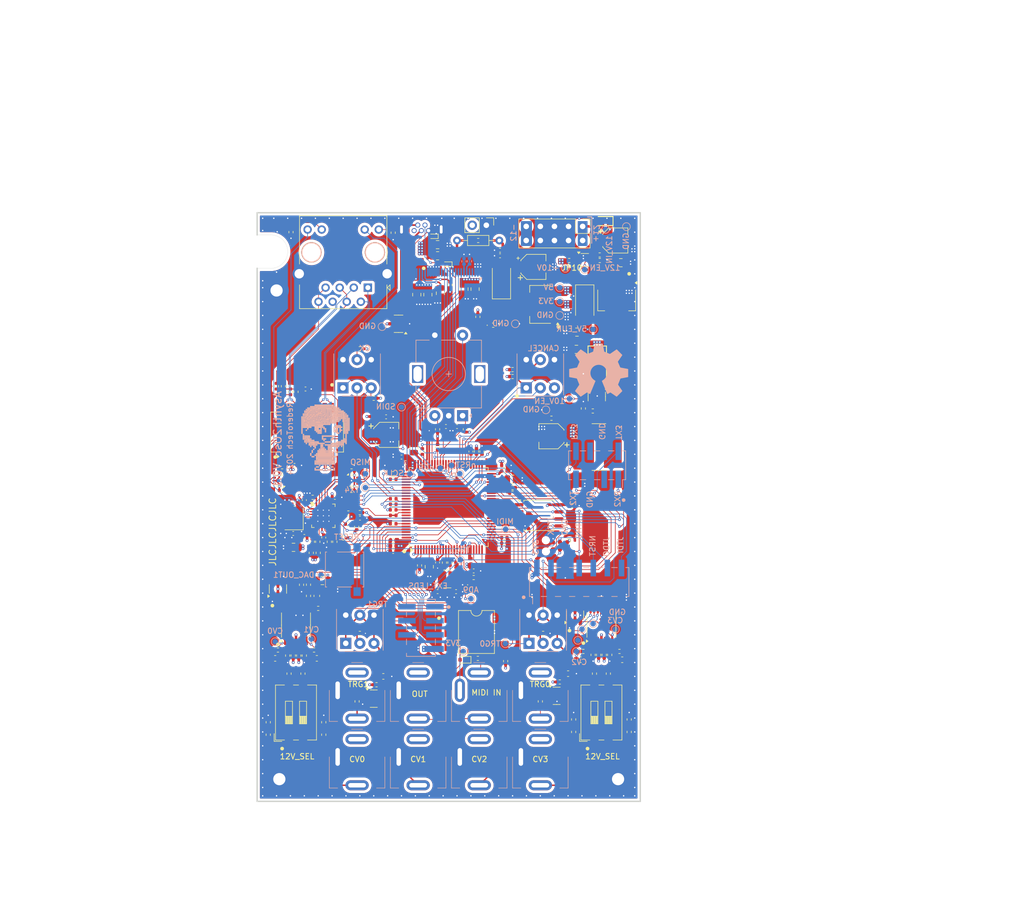
<source format=kicad_pcb>
(kicad_pcb (version 20240108) (generator "pcbnew") (generator_version "8.0")
  (title_block (title "Asynth2Osc") (rev "0.1") (company "Redero Tech") (comment 1 "CERN Open Hardware Licence"))
  (layers (0 "F.Cu" signal "Front") (1 "In1.Cu" signal) (2 "In2.Cu" signal) (31 "B.Cu" signal "Back") (34 "B.Paste" user) (35 "F.Paste" user) (36 "B.SilkS" user "B.Silkscreen") (37 "F.SilkS" user "F.Silkscreen") (38 "B.Mask" user) (39 "F.Mask" user) (44 "Edge.Cuts" user))
  (net 0 "")
  (net 1 "Net-(U2-FB)")
  (net 2 "/Analog_in/CVIN3")
  (net 3 "/Soc/DAC_OUT1")
  (net 4 "Net-(JP1-B)")
  (net 5 "Net-(JP4-B)")
  (net 6 "GND")
  (net 7 "/Analog_in/TRG0")
  (net 8 "/Analog_in/CVIN0")
  (net 9 "Net-(U6-VCAP_1)")
  (net 10 "Net-(U6-VCAP_2)")
  (net 11 "/Analog_in/CVIN2")
  (net 12 "/Soc/USB_ID")
  (net 13 "/Supply/EUR_+12V")
  (net 14 "/Supply/IN_+12V")
  (net 15 "/Supply/VBUS")
  (net 16 "/Midi_in/MIDI_IN-")
  (net 17 "+10V")
  (net 18 "Net-(D7-A)")
  (net 19 "5V")
  (net 20 "/Supply/5V_EUR")
  (net 21 "/Supply/5V_CLEAN")
  (net 22 "3V3")
  (net 23 "/Interface/SCLK")
  (net 24 "Net-(DS1-IREF)")
  (net 25 "/Interface/SDIN")
  (net 26 "/Interface/DC")
  (net 27 "/Interface/nRST")
  (net 28 "Net-(DS1-BS2)")
  (net 30 "/Interface/nCS")
  (net 31 "Net-(DS1-VCOMH)")
  (net 32 "Net-(DS1-BS1)")
  (net 34 "/Midi_in/MIDI_SHD")
  (net 35 "/Midi_in/MIDI_IN+")
  (net 36 "Net-(Q2-B)")
  (net 37 "Net-(C31-Pad1)")
  (net 38 "Net-(C32-Pad2)")
  (net 39 "Net-(SW3B-1)")
  (net 40 "Net-(U8A--)")
  (net 41 "Net-(J7-PadT)")
  (net 42 "Net-(U8B--)")
  (net 43 "Net-(J10-PadT)")
  (net 44 "Net-(U10-XTAL1{slash}CLKIN)")
  (net 45 "Net-(U10-XTAL2)")
  (net 46 "Net-(C48-Pad1)")
  (net 47 "/Interface/BTN_1")
  (net 48 "/Interface/LED_BTN_1")
  (net 49 "/Soc/Ethernet/RJ_RX_N")
  (net 50 "/Soc/Ethernet/RJ_TX_P")
  (net 51 "3V3_FILT")
  (net 52 "/Soc/Ethernet/RJ_RX_P")
  (net 53 "Net-(TR1-C_RX)")
  (net 54 "/Soc/Ethernet/TX_P")
  (net 55 "/Soc/Ethernet/RX_N")
  (net 56 "/Soc/Ethernet/RJ_TX_N")
  (net 57 "/Soc/Ethernet/TX_N")
  (net 58 "/Soc/Ethernet/RX_P")
  (net 59 "Net-(TR1-C_TX)")
  (net 60 "/Soc/VDDA")
  (net 61 "/Soc/USART2_DBG_TX")
  (net 62 "/Soc/QSPI_BK2_IO3")
  (net 63 "Net-(JP1-A)")
  (net 64 "/Soc/BOOT0")
  (net 65 "/Soc/RMII_TXD1")
  (net 66 "/Soc/JTDO")
  (net 67 "/Soc/RMII_TX_EN")
  (net 68 "/Soc/JTCK")
  (net 69 "/Soc/QSPI_BK2_IO1")
  (net 70 "Net-(D4-A)")
  (net 71 "/Soc/RMII_MDIO")
  (net 72 "Net-(D7-K)")
  (net 73 "/Midi_in/MIDI_TO_SOC")
  (net 74 "Net-(D8-A)")
  (net 75 "/Soc/QSPI_BK2_NCS")
  (net 76 "/Soc/RMII_TXD0")
  (net 77 "/Soc/USB_D_N")
  (net 78 "/Soc/RMII_CRS_DV")
  (net 79 "/Soc/ADC1_IN9")
  (net 80 "Net-(D15-K)")
  (net 81 "/Soc/EXT_LED1")
  (net 82 "/Soc/RMII_MDC")
  (net 83 "/Soc/SPI4_MISO")
  (net 84 "/Soc/JTMS")
  (net 85 "/Soc/RMII_REF_CLK")
  (net 86 "/Soc/RMII_RXD1")
  (net 88 "/Soc/USB_D_P")
  (net 89 "/Soc/QSPI_BK2_IO0")
  (net 90 "Net-(J5-Pin_1)")
  (net 91 "Net-(JP2-A)")
  (net 92 "/Soc/USART2_DBG_RX")
  (net 93 "/Soc/RMII_RXD0")
  (net 94 "/Soc/QSPI_BK2_IO2")
  (net 96 "/Soc/Ethernet/RJ45_LED1")
  (net 97 "/Soc/Ethernet/RJ45_LED2")
  (net 98 "Net-(J5-Pin_2)")
  (net 99 "Net-(J5-Pin_7)")
  (net 100 "Net-(J5-Pin_8)")
  (net 101 "Net-(J6-PadT)")
  (net 102 "Net-(JP4-A)")
  (net 105 "/Supply/USBIN_D_P")
  (net 106 "/Supply/USBIN_D_N")
  (net 108 "/Soc/DISP_10V_EN")
  (net 109 "/Soc/QSPI_CLK")
  (net 110 "Net-(J11-PadT)")
  (net 112 "Net-(J12-Pad4)")
  (net 113 "Net-(J12-Pad11)")
  (net 114 "Net-(J12-Pad7)")
  (net 115 "Net-(J12-Pad9)")
  (net 116 "Net-(JP5-A)")
  (net 117 "/Soc/DBG_LED")
  (net 118 "/Supply/EUR_-12V")
  (net 119 "Net-(U5-R1)")
  (net 120 "Net-(U6-PA9)")
  (net 121 "/Soc/JTDI")
  (net 122 "/Soc/JTCK_CONN")
  (net 123 "/Soc/JTMS_CONN")
  (net 124 "/Soc/NRST_CONN")
  (net 125 "/Soc/JTDO_CONN")
  (net 126 "/Soc/JTDI_CONN")
  (net 127 "Net-(R26-Pad1)")
  (net 128 "Net-(U8A-+)")
  (net 131 "Net-(U8B-+)")
  (net 132 "Net-(U8C-+)")
  (net 133 "Net-(R47-Pad1)")
  (net 134 "Net-(U10-RXD0{slash}MODE0)")
  (net 135 "/Interface/ROT_B")
  (net 136 "/Interface/ROT_A")
  (net 137 "/Analog_in/TRG1")
  (net 138 "Net-(U10-RXD1{slash}MODE1)")
  (net 140 "Net-(J8-PadT)")
  (net 141 "Net-(Q1-B)")
  (net 142 "/Interface/BTN_2")
  (net 143 "Net-(U10-RXER{slash}PHYAD0)")
  (net 144 "/Interface/LED_BTN_2")
  (net 145 "Net-(U10-CRS_DV{slash}MODE2)")
  (net 146 "Net-(U10-~{INT}{slash}REFCLKO)")
  (net 147 "Net-(U10-RBIAS)")
  (net 148 "/Soc/EXT_LED5")
  (net 149 "/Soc/EXT_LED4")
  (net 151 "/Analog_in/CVIN1")
  (net 152 "/Soc/USART3_BOOT_DBG_TX")
  (net 153 "/Soc/EXT_LED3")
  (net 158 "/Soc/EXT_LED6")
  (net 163 "/Soc/EXT_LED2")
  (net 165 "Net-(JP11-A)")
  (net 168 "/Soc/nRST")
  (net 172 "/Soc/UART4_TX")
  (net 175 "Net-(SW4B-1)")
  (net 176 "Net-(SW3A-2)")
  (net 177 "Net-(SW3B-2)")
  (net 178 "Net-(SW4A-2)")
  (net 179 "Net-(SW4B-2)")
  (net 180 "Net-(JP3-B)")
  (net 181 "Net-(U9A--)")
  (net 182 "Net-(U9B--)")
  (net 183 "Net-(JP3-A)")
  (net 184 "Net-(JP6-B)")
  (net 185 "Net-(JP8-A)")
  (net 186 "Net-(U9A-+)")
  (net 187 "Net-(U9B-+)")
  (net 188 "Net-(SW7-K)")
  (net 189 "Net-(SW8-K)")
  (net 190 "/Soc/DISP_12V_EN")
  (net 192 "Net-(TP28-Pad1)")
  (net 196 "Net-(U9D-+)")
  (net 197 "Net-(U9D--)")
  (net 201 "/Soc/OTGHS_VDD12")
  (net 202 "/Soc/OTGHS_EXTR")
  (net 203 "/Interface/BTN_ROT")
  (net 205 "/Soc/Ethernet/TX_S_N")
  (net 206 "/Soc/Ethernet/RX_S_P")
  (net 207 "/Soc/Ethernet/RX_S_N")
  (net 208 "/Soc/Ethernet/TX_S_P")
  (footprint "Resistor_SMD:R_0402_1005Metric" (layer "F.Cu") (at 91.75 127 -90)
    (property "Reference" "R29")
    (property "Value" "100k")
  )
  (footprint "Resistor_SMD:R_0402_1005Metric" (layer "F.Cu") (at 137.5 119.75)
    (property "Reference" "R47")
    (property "Value" "270R")
  )
  (footprint "Package_TO_SOT_SMD:SOT-223" (layer "F.Cu") (at 150.75 59.75 -90)
    (property "Reference" "U4")
    (property "Value" "LM1117S-5.0")
  )
  (footprint "Capacitor_SMD:C_0402_1005Metric" (layer "F.Cu") (at 92.73 89.5)
    (property "Reference" "C47")
    (property "Value" "100nF")
  )
  (footprint "Capacitor_SMD:C_0805_2012Metric" (layer "F.Cu") (at 118.5 49.75)
    (property "Reference" "C2")
    (property "Value" "100nF")
  )
  (footprint "Resistor_SMD:R_0402_1005Metric" (layer "F.Cu") (at 95.25 110.99 90)
    (property "Reference" "R21")
    (property "Value" "5.6k")
  )
  (footprint "Resistor_SMD:R_0402_1005Metric" (layer "F.Cu") (at 99 103.25 90)
    (property "Reference" "R54")
    (property "Value" "33R")
  )
  (footprint "Resistor_SMD:R_0402_1005Metric" (layer "F.Cu") (at 94.25 127 -90)
    (property "Reference" "R35")
    (property "Value" "100k")
  )
  (footprint "Resistor_SMD:R_0402_1005Metric" (layer "F.Cu") (at 110.49 91)
    (property "Reference" "R15")
    (property "Value" "22R")
  )
  (footprint "Diode_SMD:D_SOD-323" (layer "F.Cu") (at 148.5 45.5 180)
    (property "Reference" "D2")
    (property "Value" "1N5819WS")
  )
  (footprint "Resistor_SMD:R_0402_1005Metric" (layer "F.Cu") (at 110.5 47.6 90)
    (property "Reference" "R66")
    (property "Value" "270R")
  )
  (footprint "Capacitor_SMD:C_0805_2012Metric" (layer "F.Cu") (at 92.55 104.25 180)
    (property "Reference" "C41")
    (property "Value" "1uF")
  )
  (footprint "Capacitor_SMD:C_0402_1005Metric" (layer "F.Cu") (at 144.85 76.1 -90)
    (property "Reference" "C6")
    (property "Value" "680pF")
  )
  (footprint "asynthosc:SolderJumper_0402_1005Metric_Bridged" (layer "F.Cu") (at 102.43 98.07)
    (property "Reference" "JP8")
    (property "Value" "SolderJumper_2_Bridged")
  )
  (footprint "Capacitor_SMD:C_0402_1005Metric" (layer "F.Cu") (at 94.5 102.3 180)
    (property "Reference" "C40")
    (property "Value" "470pF")
  )
  (footprint "Button_Switch_SMD:SW_DIP_SPSTx02_Slide_9.78x7.26mm_W8.61mm_P2.54mm" (layer "F.Cu") (at 93 134 90)
    (property "Reference" "SW3")
    (property "Value" "SW_DIP_x02")
  )
  (footprint "Resistor_SMD:R_0402_1005Metric" (layer "F.Cu") (at 98 138 -90)
    (property "Reference" "R33")
    (property "Value" "47k")
  )
  (footprint "Resistor_SMD:R_0402_1005Metric" (layer "F.Cu") (at 110.5 97.5)
    (property "Reference" "R18")
    (property "Value" "22R")
  )
  (footprint "Resistor_SMD:R_0402_1005Metric" (layer "F.Cu") (at 137 132 -90)
    (property "Reference" "R45")
    (property "Value" "100k")
  )
  (footprint "Capacitor_SMD:C_0402_1005Metric" (layer "F.Cu") (at 118.5 107 -90)
    (property "Reference" "C16")
    (property "Value" "100nF")
  )
  (footprint "Capacitor_SMD:C_0603_1608Metric" (layer "F.Cu") (at 96.75 113 -90)
    (property "Reference" "C32")
    (property "Value" "18pF")
  )
  (footprint "Capacitor_SMD:C_0402_1005Metric" (layer "F.Cu") (at 130.52 89.5)
    (property "Reference" "C13")
    (property "Value" "100nF")
  )
  (footprint "asynthosc:RJ45_CKMTW_R-RJ45S08P-C000_Vertical" (layer "F.Cu") (at 105.945 57.4875 180)
    (property "Reference" "J12")
    (property "Value" "RJ45_LED_Shielded")
  )
  (footprint "Resistor_SMD:R_0402_1005Metric" (layer "F.Cu") (at 144.75 79.25 90)
    (property "Reference" "R2")
    (property "Value" "10k")
  )
  (footprint "Resistor_SMD:R_0402_1005Metric" (layer "F.Cu") (at 96.93 103.25 90)
    (property "Reference" "R52")
    (property "Value" "33R")
  )
  (footprint "Resistor_SMD:R_0402_1005Metric" (layer "F.Cu") (at 88 135.75 90)
    (property "Reference" "R28")
    (property "Value" "33k")
  )
  (footprint "Capacitor_SMD:C_0402_1005Metric" (layer "F.Cu") (at 109.23 80.75)
    (property "Reference" "C44")
    (property "Value" "100nF")
  )
  (footprint "asynthosc:SolderJumper_0402_1005Metric_Bridged" (layer "F.Cu") (at 125.81 49)
    (property "Reference" "JP1")
    (property "Value" "SolderJumper_2_Bridged")
  )
  (footprint "Diode_SMD:D_SMA" (layer "F.Cu") (at 147.25 71.5 -90)
    (property "Reference" "D4")
    (property "Value" "SS24")
  )
  (footprint "Capacitor_SMD:C_0402_1005Metric" (layer "F.Cu") (at 125 108.5)
    (property "Reference" "C15")
    (property "Value" "100nF")
  )
  (footprint "Resistor_SMD:R_0402_1005Metric" (layer "F.Cu") (at 151.25 123 180)
    (property "Reference" "R75")
    (property "Value" "33k")
  )
  (footprint "Resistor_SMD:R_0402_1005Metric" (layer "F.Cu") (at 123.5 83 90)
    (property "Reference" "R77")
    (property "Value" "10k")
  )
  (footprint "Capacitor_SMD:C_0603_1608Metric" (layer "F.Cu") (at 142 127 180)
    (property "Reference" "C37")
    (property "Value" "100nF")
  )
  (footprint "Resistor_SMD:R_0402_1005Metric" (layer "F.Cu") (at 144.75 123)
    (property "Reference" "R44")
    (property "Value" "33k")
  )
  (footprint "Resistor_SMD:R_0402_1005Metric" (layer "F.Cu") (at 90.5 90.5 180)
    (property "Reference" "R57")
    (property "Value" "50R")
  )
  (footprint "Capacitor_SMD:C_0402_1005Metric" (layer "F.Cu") (at 118.5 112.24)
    (property "Reference" "C23")
    (property "Value" "4.3pF")
  )
  (footprint "Resistor_SMD:R_0402_1005Metric" (layer "F.Cu") (at 95.75 105.25 -90)
    (property "Reference" "R49")
    (property "Value" "100k")
  )
  (footprint "Capacitor_SMD:C_0805_2012Metric" (layer "F.Cu") (at 151.5 53)
    (property "Reference" "C8")
    (property "Value" "100nF")
  )
  (footprint "Package_SO:TSSOP-14_4.4x5mm_P0.65mm" (layer "F.Cu") (at 93 118.25 90)
    (property "Reference" "U8")
    (property "Value" "MCP6004")
  )
  (footprint "Resistor_SMD:R_0402_1005Metric" (layer "F.Cu") (at 95.93 103.25 90)
    (property "Reference" "R53")
    (property "Value" "33R")
  )
  (footprint "Capacitor_SMD:CP_Elec_4x5.4" (layer "F.Cu") (at 135.75 53.75)
    (property "Reference" "C12")
    (property "Value" "10uF")
  )
  (footprint "Resistor_SMD:R_0402_1005Metric" (layer "F.Cu") (at 90.73 75.24 90)
    (property "Reference" "R64")
    (property "Value" "75R")
  )
  (footprint "Resistor_SMD:R_0402_1005Metric" (layer "F.Cu") (at 153 135.25 90)
    (property "Reference" "R71")
    (property "Value" "33k")
  )
  (footprint "Diode_SMD:D_SMA" (layer "F.Cu") (at 130 56 90)
    (property "Reference" "D6")
    (property "Value" "SS24")
  )
  (footprint "Resistor_SMD:R_0402_1005Metric" (layer "F.Cu") (at 88 138 -90)
    (property "Reference" "R27")
    (property "Value" "47k")
  )
  (footprint "Resistor_SMD:R_0402_1005Metric" (layer "F.Cu") (at 89.48 75.24 90)
    (property "Reference" "R65")
    (property "Value" "75R")
  )
  (footprint "Capacitor_SMD:C_0402_1005Metric" (layer "F.Cu") (at 112.75 89 180)
    (property "Reference" "C19")
    (property "Value" "100nF")
  )
  (footprint "Capacitor_SMD:C_0805_2012Metric" (layer "F.Cu") (at 97.75 110.25)
    (property "Reference" "C31")
    (property "Value" "10uF")
  )
  (footprint "Capacitor_SMD:C_0805_2012Metric" (layer "F.Cu") (at 143.5 68.6 180)
    (property "Reference" "C7")
    (property "Value" "47uF / 3.037mOhms")
  )
  (footprint "Package_DIP:SMDIP-6_W9.53mm" (layer "F.Cu") (at 125.5 119.5)
    (property "Reference" "U12")
    (property "Value" "H11L1")
  )
  (footprint "Resistor_SMD:R_0402_1005Metric" (layer "F.Cu") (at 125.75 124.25 180)
    (property "Reference" "R68")
    (property "Value" "220")
  )
  (footprint "Resistor_SMD:R_0402_1005Metric" (layer "F.Cu") (at 92.5 123.74 -90)
    (property "Reference" "R30")
    (property "Value" "100k")
  )
  (footprint "Capacitor_SMD:C_0603_1608Metric" (layer "F.Cu") (at 89.25 124.25)
    (property "Reference" "C34")
    (property "Value" "1nF")
  )
  (footprint "Package_TO_SOT_SMD:SOT-23-5" (layer "F.Cu") (at 147.17 77.1 -90)
    (property "Reference" "U2")
    (property "Value" "LMR62421XMF")
  )
  (footprint "Package_TO_SOT_SMD:SOT-23-6" (layer "F.Cu") (at 89.75 111.75 90)
    (property "Reference" "D22")
    (property "Value" "D_Schottky_Dual_SD103ASDM")
  )
  (footprint "Package_DFN_QFN:VQFN-24-1EP_4x4mm_P0.5mm_EP2.5x2.5mm_ThermalVias" (layer "F.Cu") (at 97.93 98.57)
    (property "Reference" "U10")
    (property "Value" "LAN8742A")
  )
  (footprint "Package_QFP:LQFP-100_14x14mm_P0.5mm" (layer "F.Cu") (at 120.5 97 90)
    (property "Reference" "U6")
    (property "Value" "STM32F723VETx")
  )
  (footprint "Resistor_SMD:R_0402_1005Metric" (layer "F.Cu") (at 100 103.25 90)
    (property "Reference" "R55")
    (property "Value" "33R")
  )
  (footprint "Resistor_SMD:R_0402_1005Metric" (layer "F.Cu") (at 103 94)
    (property "Reference" "R60")
    (property "Value" "50R")
  )
  (footprint "Inductor_SMD:L_0402_1005Metric" (layer "F.Cu") (at 107 80.7 180)
    (property "Reference" "FB3")
    (property "Value" "BLM15PX330SN1D")
  )
  (footprint "Resistor_SMD:R_0402_1005Metric" (layer "F.Cu") (at 92.1 47.49 90)
    (property "Reference" "R67")
    (property "Value" "270R")
  )
  (footprint "Resistor_SMD:R_0402_1005Metric" (layer "F.Cu") (at 94 111 -90)
    (property "Reference" "R20")
    (property "Value" "39k")
  )
  (footprint "Inductor_SMD:L_0402_1005Metric" (layer "F.Cu") (at 124.5 106.765 90)
    (property "Reference" "FB2")
    (property "Value" "BLM15PX330SN1D")
  )
  (footprint "Resistor_THT:R_Axial_DIN0204_L3.6mm_D1.6mm_P7.62mm_Horizontal" (layer "F.Cu") (at 122 49)
    (property "Reference" "TH1")
    (property "Value" "Thermistor_NTC")
  )
  (footprint "Resistor_SMD:R_0402_1005Metric" (layer "F.Cu") (at 132 93.5 180)
    (property "Reference" "R14")
    (property "Value" "22R")
  )
  (footprint "Resistor_SMD:R_0402_1005Metric" (layer "F.Cu") (at 126.5 87 90)
    (property "Reference" "R83")
    (property "Value" "3k")
  )
  (footprint "Package_TO_SOT_SMD:SOT-363_SC-70-6" (layer "F.Cu") (at 145 52.5)
    (property "Reference" "U5")
    (property "Value" "Si1869DH")
  )
  (footprint "Resistor_SMD:R_0402_1005Metric" (layer "F.Cu") (at 146.45 79.7)
    (property "Reference" "R1")
    (property "Value" "10k")
  )
  (footprint "Capacitor_SMD:C_0402_1005Metric" (layer "F.Cu") (at 112 88 180)
    (property "Reference" "C26")
    (property "Value" "100nF")
  )
  (footprint "Capacitor_SMD:C_0402_1005Metric" (layer "F.Cu") (at 110.5 105 180)
    (property "Reference" "C25")
    (property "Value" "100nF")
  )
  (footprint "Capacitor_SMD:C_0402_1005Metric" (layer "F.Cu") (at 94.5 95.75 90)
    (property "Reference" "C43")
    (property "Value" "100nF")
  )
  (footprint "Capacitor_SMD:C_0402_1005Metric" (layer "F.Cu") (at 92.75 96.5 180)
    (property "Reference" "C39")
    (property "Value" "30pF")
  )
  (footprint "Resistor_SMD:R_0402_1005Metric" (layer "F.Cu") (at 92 76.25 -90)
    (property "Reference" "R62")
    (property "Value" "75R")
  )
  (footprint "Resistor_SMD:R_0402_1005Metric" (layer "F.Cu") (at 144.85 74.19 90)
    (property "Reference" "R3")
    (property "Value" "10k")
  )
  (footprint "Resistor_SMD:R_0402_1005Metric" (layer "F.Cu") (at 143 137.5 -90)
    (property "Reference" "R39")
    (property "Value" "47k")
  )
  (footprint "Resistor_SMD:R_0402_1005Metric" (layer "F.Cu") (at 146.5 123.6225 -90)
    (property "Reference" "R43")
    (property "Value" "33k")
  )
  (footprint "Capacitor_SMD:C_0402_1005Metric" (layer "F.Cu") (at 130.52 102.5)
    (property "Reference" "C20")
    (property "Value" "100nF")
  )
  (footprint "Resistor_SMD:R_0402_1005Metric" (layer "F.Cu") (at 153 137.5 -90)
    (property "Reference" "R70")
    (property "Value" "47k")
  )
  (footprint "Capacitor_SMD:C_0402_1005Metric" (layer "F.Cu") (at 120 82.5)
    (property "Reference" "C51")
    (property "Value" "100nF")
  )
  (footprint "Capacitor_SMD:C_0402_1005Metric" (layer "F.Cu") (at 98.75 89.5)
    (property "Reference" "C46")
    (property "Value" "100nF")
  )
  (footprint "Diode_SMD:D_SOD-923" (layer "F.Cu") (at 117.75 48.25 180)
    (property "Reference" "D1")
    (property "Value" "ESD9B5.0ST5G")
  )
  (footprint "Resistor_SMD:R_0402_1005Metric" (layer "F.Cu") (at 147.5 123.6225 -90)
    (property "Reference" "R42")
    (property "Value" "100k")
  )
  (footprint "Resistor_SMD:R_0402_1005Metric" (layer "F.Cu") (at 95.25 113 90)
    (property "Reference" "R22")
    (property "Value" "39k")
  )
  (footprint "MountingHole:MountingHole_2.2mm_M2_Pad" (layer "F.Cu") (at 151 146)
    (property "Reference" "H1")
    (property "Value" "MountingHole_Pad")
  )
  (footprint "Capacitor_SMD:C_0402_1005Metric" (layer "F.Cu") (at 130.52 90.5)
    (property "Reference" "C17")
    (property "Value" "100nF")
  )
  (footprint "Resistor_SMD:R_0402_1005Metric" (layer "F.Cu") (at 96.25 122.75 180)
    (property "Reference" "R38")
    (property "Value" "33k")
  )
  (footprint "Capacitor_SMD:C_0402_1005Metric" (layer "F.Cu") (at 142.73 96.75)
    (property "Reference" "C30")
    (property "Value" "100nF")
  )
  (footprint "Resistor_SMD:R_0402_1005Metric" (layer "F.Cu") (at 93.5 123.75 -90)
    (property "Reference" "R36")
    (property "Value" "100k")
  )
  (footprint "Resistor_SMD:R_0402_1005Metric" (layer "F.Cu") (at 132 73.5)
    (property "Reference" "R79")
    (property "Value" "10k")
  )
  (footprint "Resistor_SMD:R_0402_1005Metric" (layer "F.Cu") (at 107.5 129 180)
    (property "Reference" "R25")
    (property "Value" "10k")
  )
  (footprint "Package_TO_SOT_SMD:SOT-23" (layer "F.Cu") (at 107 131.5)
    (property "Reference" "Q1")
    (property "Value" "Q_NPN_BEC")
  )
  (footprint "Resistor_SMD:R_0402_1005Metric" (layer "F.Cu") (at 142.2 52.6 180)
    (property "Reference" "JP2")
    (property "Value" "SolderJumper_2_Open")
  )
  (footprint "Diode_SMD:D_SOD-923" (layer "F.Cu") (at 120.25 53.25 180)
    (property "Reference" "D3")
    (property "Value" "ESD9B5.0ST5G")
  )
  (footprint "Inductor_SMD:L_0402_1005Metric" (layer "F.Cu") (at 131.5 51.25 -90)
    (property "Reference" "FB1")
    (property "Value" "BLM15PX330SN1D")
  )
  (footprint "Resistor_SMD:R_0402_1005Metric" (layer "F.Cu") (at 91.5 123.75 -90)
    (property "Reference" "R31")
    (property "Value" "33k")
  )
  (footprint "Capacitor_SMD:CP_Elec_4x5.4" (layer "F.Cu") (at 139 84.25 180)
    (property "Reference" "C3")
    (property "Value" "10uF")
  )
  (footprint "Package_TO_SOT_SMD:SOT-666" (layer "F.Cu") (at 90 92.25 180)
    (property "Reference" "U11")
    (property "Value" "USBLC6-2P6")
  )
  (footprint "Transformer_SMD:Transformer_Ethernet_Bourns_PT61017PEL" (layer "F.Cu") (at 95 83.5 90)
    (property "Reference" "TR1")
    (property "Value" "PT61017PEL")
  )
  (footprint "Resistor_SMD:R_0402_1005Metric" (layer "F.Cu") (at 118.5 83 90)
    (property "Reference" "R76")
    (property "Value" "10k")
  )
  (footprint "Resistor_SMD:R_0402_1005Metric" (layer "F.Cu") (at 103 90.5)
    (property "Reference" "R61")
    (property "Value" "50R")
  )
  (footprint "Resistor_SMD:R_0402_1005Metric" (layer "F.Cu") (at 118.5 86.25 -90)
    (property "Reference" "R84")
    (property "Value" "10k")
  )
  (footprint "Capacitor_SMD:C_0805_2012Metric" (layer "F.Cu") (at 114.25 86.25 90)
    (property "Reference" "C28")
    (property "Value" "2.2u X7R")
  )
  (footprint "Resistor_SMD:R_0805_2012Metric" (layer "F.Cu") (at 118.5 51.75)
    (property "Reference" "F1")
    (property "Value" "Fuse, 1.25A, trip 2.5A")
  )
  (footprint "Capacitor_SMD:C_0402_1005Metric" (layer "F.Cu") (at 110.52 103 180)
    (property "Reference" "C22")
    (property "Value" "100nF")
  )
  (footprint "Diode_SMD:D_SMA" (layer "F.Cu") (at 145 60.5 -90)
    (property "Reference" "D5")
    (property "Value" "SS24")
  )
  (footprint "Resistor_SMD:R_0402_1005Metric" (layer "F.Cu") (at 110.51 95.5)
    (property "Reference" "R12")
    (property "Value" "22R")
  )
  (footprint "Resistor_SMD:R_0402_1005Metric" (layer "F.Cu") (at 89.75 122.75)
    (property "Reference" "R32")
    (property "Value" "33k")
  )
  (footprint "Resistor_SMD:R_0402_1005Metric" (layer "F.Cu") (at 97 105.25 -90)
    (property "Reference" "R48")
    (property "Value" "100k")
  )
  (footprint "Resistor_SMD:R_0402_1005Metric" (layer "F.Cu") (at 143 135.25 90)
    (property "Reference" "R40")
    (property "Value" "33k")
  )
  (footprint "Resistor_SMD:R_0402_1005Metric" (layer "F.Cu") (at 125 109.7)
    (property "Reference" "R10")
    (property "Value" "270R")
  )
  (footprint "Capacitor_SMD:C_0805_2012Metric" (layer "F.Cu") (at 132 92)
    (property "Reference" "C27")
    (property "Value" "2.2u X7R")
  )
  (footprint "Capacitor_SMD:C_0603_1608Metric" (layer "F.Cu") (at 144.25 124.5)
    (property "Reference" "C36")
    (property "Value" "1nF")
  )
  (footprint "Resistor_SMD:R_0402_1005Metric" (layer "F.Cu") (at 146.75 127 -90)
    (property "Reference" "R41")
    (property "Value" "100k")
  )
  (footprint "Capacitor_SMD:CP_Elec_4x5.4" (layer "F.Cu") (at 150.5 49)
    (property "Reference" "C5")
    (property "Value" "10uF")
  )
  (footprint "Resistor_SMD:R_0402_1005Metric" (layer "F.Cu") (at 104.5 119.75)
    (property "Reference" "R26")
    (property "Value" "270R")
  )
  (footprint "Capacitor_SMD:C_0402_1005Metric" (layer "F.Cu") (at 130.52 103.5)
    (property "Reference" "C14")
    (property "Value" "100nF")
  )
  (footprint "Capacitor_SMD:CP_Elec_4x5.4" (layer "F.Cu") (at 109.25 84)
    (property "Reference" "C45")
    (property "Value" "10uF")
  )
  (footprint "Resistor_SMD:R_0402_1005Metric" (layer "F.Cu") (at 107 77.4 180)
    (property "Reference" "R78")
    (property "Value" "10k")
  )
  (footprint "Capacitor_SMD:C_0805_2012Metric" (layer "F.Cu") (at 125.25 57.75 -90)
    (property "Reference" "C54")
    (property "Value" "1uF / 16V")
  )
  (footprint "Capacitor_SMD:C_0805_2012Metric" (layer "F.Cu") (at 117 107.75 -90)
    (property "Reference" "C29")
    (property "Value" "1uF")
  )
  (footprint "Capacitor_SMD:C_0603_1608Metric" (layer "F.Cu") (at 96.75 124.25 180)
    (property "Reference" "C35")
    (property "Value" "1nF")
  )
  (footprint "asynthosc:Crystal_SMD_3225-2Pin_3.2x2.5mm" (layer "F.Cu") (at 120.25 109.95)
    (property "Reference" "Y1")
    (property "Value" "8MHz, 8pF")
  )
  (footprint "asynthosc:SolderJumper_0402_1005Metric_Bridged" (layer "F.Cu") (at 115.25 107.51 -90)
    (property "Reference" "JP5")
    (property "Value" "SolderJumper_2_Bridged")
  )
  (footprint "Capacitor_SMD:C_0603_1608Metric" (layer "F.Cu") (at 108.725 127.5 180)
    (property "Reference" "C33")
    (property "Value" "100nF")
  )
  (footprint "Resistor_SMD:R_0402_1005Metric" (layer "F.Cu") (at 101.5 102.57)
    (property "Reference" "R51")
    (property "Value" "1.5K")
  )
  (footprint "Resistor_SMD:R_0402_1005Metric" (layer "F.Cu") (at 128.51 64.25 180)
    (property "Reference" "JP7")
    (property "Value" "SolderJumper_2_Open")
  )
  (footprint "Capacitor_SMD:C_0805_2012Metric" (layer "F.Cu") (at 114.75 58.75 -90)
    (property "Reference" "C57")
    (property "Value" "0.1uF/25V/X7R")
  )
  (footprint "Package_TO_SOT_SMD:SOT-23-6" (layer "F.Cu") (at 143.25 116.5 90)
    (property "Reference" "D24")
    (property "Value" "D_Schottky_Dual_SD103ASDM")
  )
  (footprint "Package_TO_SOT_SMD:SOT-666" (layer "F.Cu") (at 103.25 92.25)
    (property "Reference" "U13")
    (property "Value" "USBLC6-2P6")
  )
  (footprint "Connector:Tag-Connect_TC2030-IDC-NL_2x03_P1.27mm_Vertical" (layer "F.Cu") (at 140.54 103.984 180)
    (property "Reference" "J3")
    (property "Value" "Conn_ARM_SWD_TagConnect_TC2030-NL")
  )
  (footprint "Capacitor_SMD:C_0805_2012Metric" (layer "F.Cu") (at 143.6 65.5 180)
    (property "Reference" "C9")
    (property "Value" "100nF")
  )
  (footprint "Resistor_SMD:R_0402_1005Metric" (layer "F.Cu") (at 143.85 76.1 90)
    (property "Reference" "R4")
    (property "Value" "69.8k")
  )
  (footprint "Package_TO_SOT_SMD:SOT-223" (layer "F.Cu") (at 137 60.5 180)
    (property "Reference" "U1")
    (property "Value" "LM1117S-3.3")
  )
  (footprint "Resistor_SMD:R_0402_1005Metric" (layer "F.Cu") (at 120.75 57 -90)
    (property "Reference" "R82")
    (property "Value" "1M")
  )
  (footprint "Capacitor_SMD:C_0402_1005Metric" (layer "F.Cu") (at 121.83 112.24 180)
    (property "Reference" "C24")
    (property "Value" "4.3pF")
  )
  (footprint "Capacitor_SMD:C_01005_0402Metric" (layer "F.Cu") (at 142.5 61.25 -90)
    (property "Reference" "C4")
    (property "Value" "100nF")
  )
  (footprint "Resistor_SMD:R_0402_1005Metric" (layer "F.Cu") (at 102.43 100.07 180)
    (property "Reference" "R56")
    (property "Value" "33R")
  )
  (footprint "Resistor_SMD:R_0402_1005Metric" (layer "F.Cu") (at 97 115.25 180)
    (property "Reference" "R23")
    (property "Value" "1k")
  )
  (footprint "asynthosc:SolderJumper_0402_1005Metric_Bridged" (layer "F.Cu") (at 110.51 98.5)
    (property "Reference" "JP6")
    (property "Value" "SolderJumper_2_Bridged")
  )
  (footprint "Resistor_SMD:R_0402_1005Metric" (layer "F.Cu") (at 149.5 123.6225 -90)
    (property "Reference" "R74")
    (property "Value" "33k")
  )
  (footprint "Resistor_SMD:R_0402_1005Metric" (layer "F.Cu") (at 96 95.25 180)
    (property "Reference" "R58")
    (property "Value" "12.1k")
  )
  (footprint "MountingHole:MountingHole_2.2mm_M2_Pad" (layer "F.Cu") (at 89.5 58)
    (property "Reference" "H2")
    (property "Value" "MountingHole_Pad")
  )
  (footprint "Capacitor_SMD:C_0402_1005Metric" (layer "F.Cu") (at 124.5 87 90)
    (property "Reference" "C58")
    (property "Value" "2.2u X7R")
  )
  (footprint "Resistor_SMD:R_0402_1005Metric" (layer "F.Cu") (at 90.5 94 180)
    (property "Reference" "R59")
    (property "Value" "50R")
  )
  (footprint "Resistor_SMD:R_0402_1005Metric" (layer "F.Cu") (at 147.7 52.6 180)
    (property "Reference" "R5")
    (property "Value" "10k")
  )
  (footprint "Connector_PinHeader_2.54mm:PinHeader_2x05_P2.54mm_Vertical" (layer "F.Cu") (at 144.62 46.46 -90)
    (property "Reference" "J2")
    (property "Value" "Conn_02x05_Odd_Even")
  )
  (footprint "Capacitor_SMD:C_0402_1005Metric" (layer "F.Cu") (at 104.52 99)
    (property "Reference" "C18")
    (property "Value" "100nF")
  )
  (footprint "Capacitor_SMD:C_0805_2012Metric" (layer "F.Cu") (at 123.25 57.75 -90)
    (property "Reference" "C55")
    (property "Value" "1uF / 16V")
  )
  (footprint "Resistor_SMD:R_0402_1005Metric" (layer "F.Cu") (at 139 81 180)
    (property "Reference" "R8")
    (property "Value" "10k")
  )
  (footprint "asynthosc:SolderJumper_0402_1005Metric_Bridged" (layer "F.Cu") (at 125.5 86.99 90)
    (property "Reference" "JP11")
    (property "Value" "SolderJumper_2_Bridged")
  )
  (footprint "asynthosc:SolderJumper_0402_1005Metric_Bridged" (layer "F.Cu") (at 120.73 107 -90)
    (property "Reference" "JP4")
    (property "Value" "SolderJumper_2_Bridged")
  )
  (footprint "Resistor_SMD:R_0402_1005Metric" (layer "F.Cu") (at 104 132 -90)
    (property "Reference" "R24")
    (property "Value" "100k")
  )
  (footprint "Capacitor_SMD:C_0805_2012Metric" (layer "F.Cu") (at 119 58.5 -90)
    (property "Reference" "C53")
    (property "Value" "2.2uF/25V")
  )
  (footprint "Capacitor_SMD:C_0402_1005Metric" (layer "F.Cu") (at 92.5 101.75)
    (property "Reference" "C38")
    (property "Value" "30pF")
  )
  (footprint "Resistor_SMD:R_0402_1005Metric" (layer "F.Cu") (at 132 94.5 180)
    (property "Reference" "R13")
    (property "Value" "22R")
  )
  (footprint "Button_Switch_SMD:SW_DIP_SPSTx02_Slide_9.78x7.26mm_W8.61mm_P2.54mm" (layer "F.Cu") (at 148 134 90)
    (property "Reference" "SW4")
    (property "Value" "SW_DIP_x02")
  )
  (footprint "Resistor_SMD:R_0402_1005Metric" (layer "F.Cu") (at 132 72.25)
    (property "Reference" "R81")
    (property "Value" "270R")
  )
  (footprint "MountingHole:MountingHole_2.2mm_M2_Pad" (layer "F.Cu") (at 90 146)
    (property "Reference" "H3")
    (property "Value" "MountingHole_Pad")
  )
  (footprint "Package_TO_SOT_SMD:SOT-23" (layer "F.Cu") (at 139.9375 131)
    (property "Reference" "Q2")
    (property "Value" "Q_NPN_BEC")
  )
  (footprint "Capacitor_SMD:C_0402_1005Metric" (layer "F.Cu") (at 98 102.5 -90)
    (property "Reference" "C42")
    (property "Value" "100nF")
  )
  (footprint "Resistor_SMD:R_0402_1005Metric" (layer "F.Cu") (at 125.75 62.75 -90)
    (property "Reference" "R9")
    (property "Value" "270R")
  )
  (footprint "asynthosc:SolderJumper_0402_1005Metric_Bridged" (layer "F.Cu") (at 119.73 107.01 -90)
    (property "Reference" "JP3")
    (property "Value" "SolderJumper_2_Bridged")
  )
  (footprint "Resistor_SMD:R_0402_1005Metric" (layer "F.Cu") (at 148.5 123.6225 -90)
    (property "Reference" "R73")
    (property "Value" "100k")
  )
  (footprint "Capacitor_SMD:C_0805_2012Metric" (layer "F.Cu") (at 116.75 58.75 -90)
    (property "Reference" "C56")
    (property "Value" "4.7uF/25V/X7R")
  )
  (footprint "Package_TO_SOT_SMD:SOT-23-6" (layer "F.Cu") (at 111.4625 64 180)
    (property "Reference" "U3")
    (property "Value" "USBLC6-2SC6")
  )
  (footprint "Crystal:Crystal_SMD_3225-4Pin_3.2x2.5mm" (layer "F.Cu") (at 92.65 99.1 90)
    (property "Reference" "Y3")
    (property "Value" "25MHZ,20PF,30PPM")
  )
  (footprint "Resistor_SMD:R_0402_1005Metric" (layer "F.Cu") (at 140.5 128.5 180)
    (property "Reference" "R46")
    (property "Value" "10k")
  )
  (footprint "Resistor_SMD:R_0402_1005Metric" (layer "F.Cu") (at 94.5 123.75 -90)
    (property "Reference" "R37")
    (property "Value" "33k")
  )
  (footprint "Resistor_SMD:R_0402_1005Metric" (layer "F.Cu") (at 130.75 124.75 90)
    (property "Reference" "R69")
    (property "Value" "220")
  )
  (footprint "Resistor_SMD:R_0402_1005Metric" (layer "F.Cu") (at 104.5 98 180)
    (property "Reference" "R17")
    (property "Value" "22R")
  )
  (footprint "Resistor_SMD:R_0402_1005Metric" (layer "F.Cu") (at 104.5 68.5 180)
    (property "Reference" "R80")
    (property "Value" "270R")
  )
  (footprint "Resistor_SMD:R_0402_1005Metric" (layer "F.Cu") (at 149.25 127 -90)
    (property "Reference" "R72")
    (property "Value" "100k")
  )
  (footprint "Resistor_SMD:R_0402_1005Metric" (layer "F.Cu") (at 110.51 96.5)
    (property "Reference" "R11")
    (property "Value" "22R")
  )
  (footprint "LED_SMD:LED_0402_1005Metric" (layer "F.Cu") (at 125 111)
    (property "Reference" "D8")
    (property "Value" "LED")
  )
  (footprint "Capacitor_SMD:C_0402_1005Metric" (layer "F.Cu") (at 122 82.5 180)
    (property "Reference" "C52")
    (property "Value" "100nF")
  )
  (footprint "asynthosc:L_XR_XRCD75-XRX_7x7.8" (layer "F.Cu") (at 147.55 86.19)
    (property "Reference" "L1")
    (property "Value" "8.2uH / 80mOhm")
  )
  (footprint "Capacitor_SMD:C_01005_0402Metric" (layer "F.Cu") (at 142.6 58.75 -90)
    (property "Reference" "C1")
    (property "Value" "100nF")
  )
  (footprint "Resistor_SMD:R_0402_1005Metric" (layer "F.Cu") (at 93 76.25 -90)
    (property "Reference" "R63")
    (property "Value" "75R")
  )
  (footprint "Resistor_SMD:R_0402_1005Metric" (layer "F.Cu") (at 115.75 87 -90)
    (property "Reference" "R16")
    (property "Value" "22R")
  )
  (footprint "Package_SO:SOIC-8_5.23x5.23mm_P1.27mm" (layer "F.Cu") (at 136.75 98.5)
    (property "Reference" "U7")
    (property "Value" "W25Q32JVSS")
  )
  (footprint "Resistor_SMD:R_0402_1005Metric" (layer "F.Cu") (at 110.5 100)
    (property "Reference" "R7")
    (property "Value" "100k")
  )
  (footprint "Resistor_SMD:R_0402_1005Metric" (layer "F.Cu") (at 103.93 100.57 -90)
    (property "Reference" "R50")
    (property "Value" "100k")
  )
  (footprint "Resistor_SMD:R_0402_1005Metric" (layer "F.Cu") (at 147.69 51.6 180)
    (property "Reference" "R6")
    (property "Value" "10k")
  )
  (footprint "Capacitor_SMD:C_0402_1005Metric" (layer "F.Cu") (at 100 95.25)
    (property "Reference" "C49")
    (property "Value" "100nF")
  )
  (footprint "Capacitor_SMD:C_0402_1005Metric" (layer "F.Cu") (at 129.75 50.75 180)
    (property "Reference" "C10")
    (property "Value" "10nF")
  )
  (footprint "Diode_SMD:D_SOD-523" (layer "F.Cu") (at 123.25 124.5 180)
    (property "Reference" "D15")
    (property "Value" "1N4148WT")
  )
  (footprint "Capacitor_SMD:C_0603_1608Metric" (layer "F.Cu") (at 151.75 124.5 180)
    (property "Reference" "C50")
    (property "Value" "1nF")
  )
  (footprint "Resistor_SMD:R_0402_1005Metric" (layer "F.Cu") (at 98 135.75 90)
    (property "Reference" "R34")
    (property "Value" "33k")
  )
  (footprint "Capacitor_SMD:C_0402_1005Metric" (layer "F.Cu") (at 110.52 104 180)
    (property "Reference" "C21")
    (property "Value" "100nF")
  )
  (footprint "Package_SO:TSSOP-14_4.4x5mm_P0.65mm" (layer "F.Cu") (at 148 118.25 90)
    (property "Reference" "U9")
    (property "Value" "MCP6004")
  )
  (footprint "Capacitor_SMD:C_0402_1005Metric" (layer "F.Cu") (at 129.75 51.75 180)
    (property "Reference" "C11")
    (property "Value" "100nF")
  )
  (footprint "Resistor_SMD:R_0402_1005Metric" (layer "F.Cu") (at 110.5 92)
    (property "Reference" "R19")
    (property "Value" "22R")
  )
  (footprint "Capacitor_SMD:C_0402_1005Metric" (layer "F.Cu") (at 94.71 75.74)
    (property "Reference" "C48")
    (property "Value" "1000pF X7R")
  )
  (footprint "Connector_PinHeader_2.54mm:PinHeader_1x02_P2.54mm_Vertical" (layer "F.Cu") (at 127.275 46.25 -90)
    (property "Reference" "J17")
    (property "Value" "Conn_01x02")
  )
  (footprint "LED_SMD:LED_0402_1005Metric" (layer "F.Cu") (at 126.345 64.26 180)
    (property "Reference" "D7")
    (property "Value" "LED")
  )
  (footprint "asynthosc:TPB01-X0XLXX_SW_MEC_5G" (layer "B.Cu") (at 137 73 180)
    (property "Reference" "SW8")
    (property "Value" "SW_MEC_5G_LED")
  )
  (footprint "TestPoint:TestPoint_Pad_D1.0mm" (layer "B.Cu") (at 145 54.25 180)
    (property "Reference" "TP25")
    (property "Value" "TestPoint")
  )
  (footprint "asynthosc:Jack_3.5mm_3legs_XKB_PJ-3411_Vertical" (layer "B.Cu") (at 104 130 180)
    (property "Reference" "J7")
    (property "Value" "AudioJack3")
  )
  (footprint "TestPoint:TestPoint_Pad_D1.0mm" (layer "B.Cu") (at 140.5 62.5 180)
    (property "Reference" "TP18")
    (property "Value" "TestPoint")
  )
  (footprint "Connector_PinSocket_2.54mm:PinSocket_2x07_P2.54mm_Vertical_SMD" (layer "B.Cu") (at 144 110.5 -90)
    (property "Reference" "J4")
    (property "Value" "Conn_02x07_Odd_Even")
  )
  (footprint "TestPoint:TestPoint_Pad_D1.0mm" (layer "B.Cu") (at 105.5 91 180)
    (property "Reference" "TP24")
    (property "Value" "TestPoint")
  )
  (footprint "TestPoint:TestPoint_Pad_D1.0mm" (layer "B.Cu") (at 112 79 180)
    (property "Reference" "TP12")
    (property "Value" "TestPoint")
  )
  (footprint "TestPoint:TestPoint_Pad_D1.0mm" (layer "B.Cu") (at 152.5 46.5 180)
    (property "Reference" "TP17")
    (property "Value" "TestPoint")
  )
  (footprint "TestPoint:TestPoint_Pad_D1.0mm" (layer "B.Cu") (at 148.75 47 180)
    (property "Reference" "TP30")
    (property "Value" "TestPoint")
  )
  (footprint "TestPoint:TestPoint_Pad_D1.0mm" (layer "B.Cu") (at 105.5 93.5 180)
    (property "Reference" "TP32")
    (property "Value" "TestPoint")
  )
  (footprint "TestPoint:TestPoint_Pad_D1.0mm" (layer "B.Cu") (at 130.7 121.6 180)
    (property "Reference" "TP1")
    (property "Value" "TestPoint")
  )
  (footprint "TestPoint:TestPoint_Pad_D1.0mm" (layer "B.Cu") (at 138 79.5 180)
    (property "Reference" "TP19")
    (property "Value" "TestPoint")
  )
  (footprint "TestPoint:TestPoint_Pad_D1.0mm" (layer "B.Cu") (at 132.5 64 180)
    (property "Reference" "TP20")
    (property "Value" "TestPoint")
  )
  (footprint "TestPoint:TestPoint_Pad_D1.0mm" (layer "B.Cu") (at 146.5 118 180)
    (property "Reference" "TP26")
    (property "Value" "TestPoint")
  )
  (footprint "asynthosc:Jack_3.5mm_3legs_XKB_PJ-3411_Vertical" (layer "B.Cu") (at 115 142 180)
    (property "Reference" "J9")
    (property "Value" "AudioJack3")
  )
  (footprint "asynthosc:Jack_3.5mm_3legs_XKB_PJ-3411_Vertical" (layer "B.Cu") (at 126 142 180)
    (property "Reference" "J10")
    (property "Value" "AudioJack3")
  )
  (footprint "asynthosc:SolderJumper_0402_1005Metric_Bridged" (layer "B.Cu") (at 123.25 52.75 -90)
    (property "Reference" "JP10")
    (property "Value" "SolderJumper_2_Bridged")
  )
  (footprint "TestPoint:TestPoint_Pad_D1.0mm" (layer "B.Cu") (at 143.5 123 180)
    (property "Reference" "TP2")
    (property "Value" "TestPoint")
  )
  (footprint "asynthosc:Jack_3.5mm_3legs_XKB_PJ-3411_Vertical" (layer "B.Cu") (at 104 142 180)
    (property "Reference" "J8")
    (property "Value" "AudioJack3")
  )
  (footprint "TestPoint:TestPoint_Pad_D1.0mm" (layer "B.Cu") (at 141.5 54 180)
    (property "Reference" "TP15")
    (property "Value" "TestPoint")
  )
  (footprint "TestPoint:TestPoint_Pad_D1.0mm" (layer "B.Cu") (at 140.5 60 180)
    (property "Reference" "TP29")
    (property "Value" "TestPoint")
  )
  (footprint "Button_Switch_SMD:SW_SPST_B3S-1000" (layer "B.Cu") (at 101.75 108.25 -90)
    (property "Reference" "SW1")
    (property "Value" "SW_Push")
  )
  (footprint "asynthosc:TPB01-X0XLXX_SW_MEC_5G" (layer "B.Cu") (at 137.5 119 180)
    (property "Reference" "SW5")
    (property "Value" "SW_MEC_5G_LED")
  )
  (footprint "asynthosc:HRO_FPC0.5B-WTG-24P_1x24-1MP_P0.5mm_Horizontal" (layer "B.Cu") (at 120.5 56.3 180)
    (property "Reference" "DS1")
    (property "Value" "OLED Connector 128x64" (hide yes))
  )
  (footprint "TestPoint:TestPoint_Pad_D1.0mm" (layer "B.Cu") (at 97.5 109.25 180)
    (property "Reference" "TP5")
    (property "Value" "TestPoint")
  )
  (footprint "TestPoint:TestPoint_Pad_D1.0mm" (layer "B.Cu") (at 123.1 123 180)
    (property "Reference" "TP23")
    (property "Value" "TestPoint")
  )
  (footprint "TestPoint:TestPoint_Pad_D1.0mm" (layer "B.Cu") (at 89.25 121.25 180)
    (property "Reference" "TP8")
    (property "Value" "TestPoint")
  )
  (footprint "TestPoint:TestPoint_Pad_D1.0mm" (layer "B.Cu") (at 124.5 113.5 180)
    (property "Reference" "TP31")
    (property "Value" "TestPoint")
  )
  (footprint "TestPoint:TestPoint_Pad_D1.0mm" (layer "B.Cu") (at 95.75 120.75 180)
    (property "Reference" "TP6")
    (property "Value" "TestPoint")
  )
  (footprint "Connector_PinHeader_2.54mm:PinHeader_2x04_P2.54mm_Vertical_SMD" (layer "B.Cu") (at 115.5 118.75 180)
    (property "Reference" "J15")
    (property "Value" "Conn_02x04_Odd_Even")
  )
  (footprint "asynthosc:TPB01-X0XLXX_SW_MEC_5G" (layer "B.Cu") (at 104.5 119 180)
    (property "Reference" "SW2")
    (property "Value" "SW_MEC_5G_LED")
  )
  (footprint "Rotary_Encoder:RotaryEncoder_Alps_EC11E-Switch_Vertical_H20mm" (layer "B.Cu") (at 123 80.55 90)
    (property "Reference" "SW6")
    (property "Value" "RotaryEncoder_Switch")
  )
  (footprint "TestPoint:TestPoint_Pad_D1.0mm" (layer "B.Cu") (at 121 89.5 180)
    (property "Reference" "TP9")
    (property "Value" "TestPoint")
  )
  (footprint "asynthosc:Jack_3.5mm_3legs_XKB_PJ-3411_Vertical" (layer "B.Cu") (at 137 142 180)
    (property "Reference" "J14")
    (property "Value" "AudioJack3")
  )
  (footprint "TestPoint:TestPoint_Pad_D1.0mm" (layer "B.Cu") (at 146.5 65 180)
    (property "Reference" "TP16")
    (property "Value" "TestPoint")
  )
  (footprint "asynthosc:TPB01-X0XLXX_SW_MEC_5G" (layer "B.Cu") (at 104 73 180)
    (property "Reference" "SW7")
    (property "Value" "SW_MEC_5G_LED")
  )
  (footprint "TestPoint:TestPoint_Pad_D1.0mm" (layer "B.Cu") (at 150.5 119 180)
    (property "Reference" "TP7")
    (property "Value" "TestPoint")
  )
  (footprint "TestPoint:TestPoint_Pad_D1.0mm" (layer "B.Cu") (at 113.5 91 180)
    (property "Reference" "TP11")
    (property "Value" "TestPoint")
  )
  (footprint "asynthosc:Jack_3.5mm_3legs_XKB_PJ-3411_Vertical" (layer "B.Cu") (at 115 130 180)
    (property "Reference" "J6")
    (property "Value" "AudioJack3")
  )
  (footprint "TestPoint:TestPoint_Pad_D1.0mm" (layer "B.Cu") (at 122.6 106.5 180)
    (property "Reference" "TP3")
    (property "Value" "TestPoint")
  )
  (footprint "Connector_PinHeader_2.54mm:PinHeader_2x04_P2.54mm_Vertical_SMD" (layer "B.Cu") (at 147.23 89.475 90)
    (property "Reference" "J5")
    (property "Value" "Conn_02x04_Odd_Even")
  )
  (footprint "TestPoint:TestPoint_Pad_D1.0mm" (layer "B.Cu") (at 108.5 64.5 180)
    (property "Reference" "TP21")
    (property "Value" "TestPoint")
  )
  (footprint "asynthosc:Jack_3.5mm_3legs_XKB_PJ-3411_Vertical" (layer "B.Cu") (at 137 130 180)
    (property "Reference" "J11")
    (property "Value" "AudioJack3")
  )
  (footprint "asynthosc:Jack_3.5mm_3legs_XKB_PJ-3411_Vertical" (layer "B.Cu") (at 126 130 180)
    (property "Reference" "J13")
    (property "Value" "AudioJack3")
  )
  (footprint "TestPoint:TestPoint_Pad_D1.0mm" (layer "B.Cu") (at 122.5 91 180)
    (property "Reference" "TP14")
    (property "Value" "TestPoint")
  )
  (footprint "TestPoint:TestPoint_Pad_D1.0mm" (layer "B.Cu") (at 119 90 180)
    (property "Reference" "TP10")
    (property "Value" "TestPoint")
  )
  (footprint "asynthosc:SolderJumper_0402_1005Metric_Bridged" (layer "B.Cu") (at 124.25 52.74 -90)
    (property "Reference" "JP9")
    (property "Value" "SolderJumper_2_Bridged")
  )
  (footprint "TestPoint:TestPoint_Pad_D1.0mm" (layer "B.Cu") (at 142.25 77.5 180)
    (property "Reference" "TP4")
    (property "Value" "TestPoint")
  )
  (footprint "TestPoint:TestPoint_Pad_D1.0mm" (layer "B.Cu") (at 130.75 101 180)
    (property "Reference" "TP13")
    (property "Value" "TestPoint")
  )
  (footprint "TestPoint:TestPoint_Pad_D1.0mm" (layer "B.Cu") (at 144.5 119 180)
    (property "Reference" "TP27")
    (property "Value" "TestPoint")
  )
  (footprint "TestPoint:TestPoint_Pad_D1.0mm" (layer "B.Cu") (at 143.75 121 180)
    (property "Reference" "TP28")
    (property "Value" "TestPoint")
  )
  (footprint "asynthosc:USB_Micro-B_Hanxia_HX_MICRO_180D_ZB" (layer "B.Cu") (at 115.575 47.22)
    (property "Reference" "J1" (hide yes))
    (property "Value" "USB_B_Micro")
  )
  (footprint "TestPoint:TestPoint_Pad_D1.0mm" (layer "B.Cu") (at 140.5 57.5 180)
    (property "Reference" "TP22")
    (property "Value" "TestPoint")
  )
  (gr_poly (pts (xy 143.75 67) (xy 148.5 67) (xy 148.5 70.75) (xy 145 70.75) (xy 143.75 69.5)) (fill solid) (layer "F.Cu") (net 17))
  (gr_poly (pts (xy 142.75 61.2) (xy 139 61.2) (xy 139 59.75) (xy 142.75 59.75)) (fill solid) (layer "F.Cu") (net 22))
  (gr_poly (pts (xy 139 57.25) (xy 146 57.25) (xy 146 59.5) (xy 145.75 59.75) (xy 144.5 59.75) (xy 143.25 58.5) (xy 142.25 58.5) (xy 141.75 59) (xy 139 59)) (fill solid) (layer "F.Cu") (net 19))
  (gr_poly (pts (xy 114 56.75) (xy 117.5 56.75) (xy 117.5 58.25) (xy 114 58.25)) (fill solid) (layer "F.Cu") (net 17))
  (gr_poly (pts (xy 128.4 116) (xy 128.4 117.9) (xy 131.3 117.9) (xy 131.3 116)) (fill solid) (layer "F.Cu") (net 22))
  (gr_rect (start 102.6 97.6) (end 104.3 99.3) (fill solid) (layer "F.Cu") (net 168))
  (gr_poly (pts (xy 113.7 102.8) (xy 110.9 102.8) (xy 110.9 103.3) (xy 113.7 103.3)) (fill solid) (layer "F.Cu") (net 22))
  (gr_poly (pts (xy 124 103.88) (xy 124.5 103.88) (xy 124.5 106.57) (xy 124 106.57)) (fill solid) (layer "F.Cu") (net 60))
  (gr_poly (pts (xy 122.5 55.75) (xy 126 55.75) (xy 126 57.5) (xy 122.5 57.5)) (fill solid) (layer "F.Cu") (net 22))
  (gr_rect (start 133.5 45.5) (end 135.5 50) (fill solid) (layer "B.Cu") (net 118))
  (gr_rect (start 143.75 45.5) (end 145.5 50) (fill solid) (layer "B.Cu") (net 13))
  (gr_poly (pts (xy 115.1 55.4) (xy 115.1 56.1) (xy 114.5 56.7) (xy 114.5 57.3) (xy 117.5 57.3) (xy 117.5 56.75) (xy 116.05 56.75) (xy 115.4 56.1) (xy 115.4 55.4)) (fill solid) (layer "B.Cu") (net 17))
  (gr_poly (pts (xy 97.912493 81.972909) (xy 98.441659 81.972909) (xy 98.441659 81.708328) (xy 97.912493 81.708328)) (stroke (width -0.000001)) (fill solid) (layer "B.SilkS"))
  (gr_poly (pts (xy 102.145826 83.031244) (xy 101.881243 83.031244) (xy 101.881243 83.824994) (xy 102.145826 83.824994) (xy 102.145826 83.295825) (xy 102.410411 83.295825) (xy 102.410411 82.502075) (xy 102.145826 82.502075)) (stroke (width -0.000001)) (fill solid) (layer "B.SilkS"))
  (gr_poly (pts (xy 101.352075 81.708328) (xy 101.616659 81.708328) (xy 101.616659 81.179162) (xy 101.352075 81.179162)) (stroke (width -0.000001)) (fill solid) (layer "B.SilkS"))
  (gr_poly (pts (xy 97.647909 82.766659) (xy 97.912493 82.766659) (xy 97.912493 82.502078) (xy 97.647909 82.502078)) (stroke (width -0.000001)) (fill solid) (layer "B.SilkS"))
  (gr_poly (pts (xy 99.235409 84.883328) (xy 99.499993 84.883328) (xy 99.499993 84.618747) (xy 99.235409 84.618747)) (stroke (width -0.000001)) (fill solid) (layer "B.SilkS"))
  (gr_poly (pts (xy 94.472906 80.120831) (xy 94.737489 80.120831) (xy 94.737489 79.591665) (xy 94.472906 79.591665)) (stroke (width -0.000001)) (fill solid) (layer "B.SilkS"))
  (gr_poly (pts (xy 101.616661 81.708325) (xy 101.881245 81.708325) (xy 101.881245 81.443744) (xy 101.616661 81.443744)) (stroke (width -0.000001)) (fill solid) (layer "B.SilkS"))
  (gr_poly (pts (xy 101.087493 85.4125) (xy 101.616659 85.4125) (xy 101.616659 85.147918) (xy 101.087493 85.147918)) (stroke (width -0.000001)) (fill solid) (layer "B.SilkS"))
  (gr_poly (pts (xy 96.060411 81.708325) (xy 96.324993 81.708325) (xy 96.324993 81.179159) (xy 96.060411 81.179159)) (stroke (width -0.000001)) (fill solid) (layer "B.SilkS"))
  (gr_poly (pts (xy 95.266661 80.385415) (xy 95.531245 80.385415) (xy 95.531245 80.120834) (xy 95.266661 80.120834)) (stroke (width -0.000001)) (fill solid) (layer "B.SilkS"))
  (gr_poly (pts (xy 96.854161 88.587497) (xy 96.589576 88.587497) (xy 96.589576 89.116659) (xy 99.764576 89.116659) (xy 99.764576 88.587497) (xy 99.499995 88.587497) (xy 99.499995 88.322912) (xy 96.854161 88.322912)) (stroke (width -0.000001)) (fill solid) (layer "B.SilkS"))
  (gr_poly (pts (xy 97.383326 80.914575) (xy 97.912492 80.914575) (xy 97.912492 80.649994) (xy 97.383326 80.649994)) (stroke (width -0.000001)) (fill solid) (layer "B.SilkS"))
  (gr_poly (pts (xy 99.764576 86.999997) (xy 100.029161 86.999997) (xy 100.029161 86.735415) (xy 99.764576 86.735415)) (stroke (width -0.000001)) (fill solid) (layer "B.SilkS"))
  (gr_poly (pts (xy 94.737492 83.295825) (xy 95.002076 83.295825) (xy 95.002076 83.031244) (xy 94.737492 83.031244)) (stroke (width -0.000001)) (fill solid) (layer "B.SilkS"))
  (gr_poly (pts (xy 95.002075 85.412497) (xy 95.266659 85.412497) (xy 95.266659 85.147915) (xy 95.002075 85.147915)) (stroke (width -0.000001)) (fill solid) (layer "B.SilkS"))
  (gr_poly (pts (xy 97.912497 86.470831) (xy 98.177075 86.470831) (xy 98.177075 86.20625) (xy 97.912497 86.20625)) (stroke (width -0.000001)) (fill solid) (layer "B.SilkS"))
  (gr_poly (pts (xy 94.208328 82.766684) (xy 95.002078 82.766684) (xy 95.002078 82.502102) (xy 94.208328 82.502102)) (stroke (width -0.000001)) (fill solid) (layer "B.SilkS"))
  (gr_poly (pts (xy 97.383323 81.179165) (xy 96.854158 81.179165) (xy 96.854158 81.443747) (xy 97.647908 81.443747) (xy 97.647908 81.179165) (xy 98.441658 81.179165) (xy 98.441658 80.914584) (xy 97.383323 80.914584)) (stroke (width -0.000001)) (fill solid) (layer "B.SilkS"))
  (gr_poly (pts (xy 95.531248 79.327081) (xy 96.060414 79.327081) (xy 96.060414 79.0625) (xy 95.531248 79.0625)) (stroke (width -0.000001)) (fill solid) (layer "B.SilkS"))
  (gr_poly (pts (xy 101.881243 81.708325) (xy 102.145826 81.708325) (xy 102.145826 81.179159) (xy 101.881243 81.179159)) (stroke (width -0.000001)) (fill solid) (layer "B.SilkS"))
  (gr_poly (pts (xy 95.266659 85.941665) (xy 95.531242 85.941665) (xy 95.531242 85.412497) (xy 95.266659 85.412497)) (stroke (width -0.000001)) (fill solid) (layer "B.SilkS"))
  (gr_poly (pts (xy 96.324993 83.031241) (xy 96.589576 83.031241) (xy 96.589576 82.766659) (xy 96.324993 82.766659)) (stroke (width -0.000001)) (fill solid) (layer "B.SilkS"))
  (gr_poly (pts (xy 97.118742 81.179159) (xy 97.383326 81.179159) (xy 97.383326 80.649991) (xy 97.118742 80.649991)) (stroke (width -0.000001)) (fill solid) (layer "B.SilkS"))
  (gr_poly (pts (xy 95.531243 82.502075) (xy 95.795826 82.502075) (xy 95.795826 82.237494) (xy 95.531243 82.237494)) (stroke (width -0.000001)) (fill solid) (layer "B.SilkS"))
  (gr_poly (pts (xy 98.970826 80.385412) (xy 99.499995 80.385412) (xy 99.499995 80.120831) (xy 98.970826 80.120831)) (stroke (width -0.000001)) (fill solid) (layer "B.SilkS"))
  (gr_poly (pts (xy 97.647908 86.470828) (xy 97.383323 86.470828) (xy 97.383323 86.735412) (xy 97.11874 86.735412) (xy 97.11874 87.264578) (xy 96.854156 87.264578) (xy 96.854156 88.058328) (xy 99.499993 88.058328) (xy 99.499993 86.999997) (xy 99.235409 86.999997) (xy 99.235409 86.470828) (xy 98.970825 86.470828) (xy 98.970825 86.735412) (xy 98.706243 86.735412) (xy 98.706243 87.264578) (xy 98.441659 87.264578) (xy 98.441659 86.735412) (xy 98.177075 86.735412) (xy 98.177075 86.470828) (xy 97.912492 86.470828) (xy 97.91249 86.206247) (xy 97.647908 86.206247)) (stroke (width -0.000001)) (fill solid) (layer "B.SilkS"))
  (gr_poly (pts (xy 101.881242 83.031247) (xy 102.013533 83.031241) (xy 102.145825 83.031241) (xy 102.145825 82.502081) (xy 101.881242 82.502081)) (stroke (width -0.000001)) (fill solid) (layer "B.SilkS"))
  (gr_poly (pts (xy 101.881245 84.618759) (xy 102.145828 84.618759) (xy 102.145828 83.825009) (xy 101.881245 83.825009)) (stroke (width -0.000001)) (fill solid) (layer "B.SilkS"))
  (gr_poly (pts (xy 99.764576 88.058328) (xy 100.293745 88.058328) (xy 100.293745 87.793747) (xy 99.764576 87.793747)) (stroke (width -0.000001)) (fill solid) (layer "B.SilkS"))
  (gr_poly (pts (xy 93.943743 83.825015) (xy 94.208328 83.825015) (xy 94.208328 82.766684) (xy 93.943743 82.766684)) (stroke (width -0.000001)) (fill solid) (layer "B.SilkS"))
  (gr_poly (pts (xy 101.616659 81.179162) (xy 102.145826 81.179162) (xy 102.145826 80.914578) (xy 101.881243 80.914578) (xy 101.881243 80.385412) (xy 101.616659 80.385412)) (stroke (width -0.000001)) (fill solid) (layer "B.SilkS"))
  (gr_poly (pts (xy 99.764575 89.116656) (xy 96.589575 89.116656) (xy 96.589575 88.852075) (xy 96.324992 88.852075) (xy 96.324992 89.381244) (xy 100.029159 89.381244) (xy 100.029159 88.852075) (xy 99.764575 88.852075)) (stroke (width -0.000001)) (fill solid) (layer "B.SilkS"))
  (gr_poly (pts (xy 96.324992 79.062491) (xy 96.589576 79.062491) (xy 96.589576 78.797909) (xy 96.324992 78.797909)) (stroke (width -0.000001)) (fill solid) (layer "B.SilkS"))
  (gr_poly (pts (xy 94.472908 84.88334) (xy 94.73749 84.88334) (xy 94.73749 84.618759) (xy 95.002075 84.618759) (xy 95.002075 85.147928) (xy 95.266659 85.147928) (xy 95.266659 85.412509) (xy 95.531243 85.412509) (xy 95.531243 85.147928) (xy 95.795826 85.147928) (xy 95.795826 85.677093) (xy 96.060411 85.677093) (xy 96.060411 85.941675) (xy 96.192701 85.941662) (xy 96.324993 85.941662) (xy 96.324993 85.677081) (xy 96.589576 85.677081) (xy 96.589576 85.4125) (xy 96.324993 85.4125) (xy 96.324993 85.147918) (xy 95.795825 85.147918) (xy 95.795825 84.883337) (xy 95.531242 84.883337) (xy 95.531242 84.618756) (xy 95.266658 84.618756) (xy 95.266658 84.354175) (xy 94.472908 84.354175)) (stroke (width -0.000001)) (fill solid) (layer "B.SilkS"))
  (gr_poly (pts (xy 98.177079 86.735412) (xy 98.441659 86.735412) (xy 98.441659 86.470831) (xy 98.177079 86.470831)) (stroke (width -0.000001)) (fill solid) (layer "B.SilkS"))
  (gr_poly (pts (xy 100.293743 86.206244) (xy 100.558326 86.206244) (xy 100.558326 85.941662) (xy 100.293743 85.941662)) (stroke (width -0.000001)) (fill solid) (layer "B.SilkS"))
  (gr_poly (pts (xy 96.854159 83.560409) (xy 97.383325 83.560409) (xy 97.383325 83.295828) (xy 96.854159 83.295828)) (stroke (width -0.000001)) (fill solid) (layer "B.SilkS"))
  (gr_poly (pts (xy 99.235409 86.206253) (xy 100.293743 86.206253) (xy 100.293743 86.470834) (xy 100.426034 86.470828) (xy 100.558326 86.470828) (xy 100.558326 86.206247) (xy 100.293743 86.206247) (xy 100.293743 85.941665) (xy 99.764575 85.941665) (xy 99.764575 85.677084) (xy 99.235409 85.677084)) (stroke (width -0.000001)) (fill solid) (layer "B.SilkS"))
  (gr_poly (pts (xy 101.881247 85.147915) (xy 101.616662 85.147915) (xy 101.616662 85.412497) (xy 101.881247 85.412497) (xy 101.881247 85.677078) (xy 102.145829 85.677078) (xy 102.145829 84.618744) (xy 101.881247 84.618744)) (stroke (width -0.000001)) (fill solid) (layer "B.SilkS"))
  (gr_poly (pts (xy 96.589576 81.708331) (xy 96.060411 81.708331) (xy 96.060411 81.972912) (xy 97.912495 81.972912) (xy 97.912495 81.708331) (xy 97.383326 81.708331) (xy 97.383326 81.44375) (xy 96.589576 81.44375)) (stroke (width -0.000001)) (fill solid) (layer "B.SilkS"))
  (gr_poly (pts (xy 100.558326 86.206247) (xy 100.822911 86.206247) (xy 100.822911 85.941665) (xy 100.558326 85.941665)) (stroke (width -0.000001)) (fill solid) (layer "B.SilkS"))
  (gr_poly (pts (xy 100.293743 85.677081) (xy 99.764575 85.677081) (xy 99.764575 85.941662) (xy 100.558325 85.941662) (xy 100.558325 85.677081) (xy 101.087493 85.677081) (xy 101.087493 85.4125) (xy 100.293743 85.4125)) (stroke (width -0.000001)) (fill solid) (layer "B.SilkS"))
  (gr_poly (pts (xy 96.324992 78.797922) (xy 99.764575 78.797922) (xy 99.764575 78.53334) (xy 96.324992 78.53334)) (stroke (width -0.000001)) (fill solid) (layer "B.SilkS"))
  (gr_poly (pts (xy 100.822911 80.914587) (xy 101.087495 80.914587) (xy 101.087495 80.120837) (xy 100.822911 80.120837)) (stroke (width -0.000001)) (fill solid) (layer "B.SilkS"))
  (gr_poly (pts (xy 101.616661 84.88334) (xy 101.881245 84.88334) (xy 101.881245 84.618759) (xy 101.616661 84.618759)) (stroke (width -0.000001)) (fill solid) (layer "B.SilkS"))
  (gr_poly (pts (xy 96.324993 85.941665) (xy 96.060411 85.941665) (xy 96.060411 86.206247) (xy 96.324995 86.206247) (xy 96.324995 85.941665) (xy 96.589578 85.941665) (xy 96.589578 85.677084) (xy 96.324993 85.677084)) (stroke (width -0.000001)) (fill solid) (layer "B.SilkS"))
  (gr_poly (pts (xy 100.822909 79.591665) (xy 101.087493 79.591665) (xy 101.087493 79.327084) (xy 100.822909 79.327084)) (stroke (width -0.000001)) (fill solid) (layer "B.SilkS"))
  (gr_poly (pts (xy 100.029161 87.264578) (xy 100.293745 87.264578) (xy 100.293745 86.999997) (xy 100.029161 86.999997)) (stroke (width -0.000001)) (fill solid) (layer "B.SilkS"))
  (gr_poly (pts (xy 95.266659 81.443747) (xy 95.266659 81.443753) (xy 95.266664 81.443753) (xy 95.266664 81.443747)) (stroke (width -0.000001)) (fill solid) (layer "B.SilkS"))
  (gr_poly (pts (xy 99.764575 79.062503) (xy 100.293743 79.062503) (xy 100.293743 78.797922) (xy 99.764575 78.797922)) (stroke (width -0.000001)) (fill solid) (layer "B.SilkS"))
  (gr_poly (pts (xy 95.531242 79.062503) (xy 96.324992 79.062503) (xy 96.324992 78.797922) (xy 95.531242 78.797922)) (stroke (width -0.000001)) (fill solid) (layer "B.SilkS"))
  (gr_poly (pts (xy 101.087493 85.941659) (xy 101.352076 85.941659) (xy 101.352076 85.412491) (xy 101.087493 85.412491)) (stroke (width -0.000001)) (fill solid) (layer "B.SilkS"))
  (gr_poly (pts (xy 95.531247 84.88334) (xy 95.795829 84.88334) (xy 95.795829 84.618762) (xy 95.531247 84.618762)) (stroke (width -0.000001)) (fill solid) (layer "B.SilkS"))
  (gr_poly (pts (xy 94.737493 81.708328) (xy 94.737495 81.708328) (xy 94.737495 81.708325) (xy 94.737493 81.708325)) (stroke (width -0.000001)) (fill solid) (layer "B.SilkS"))
  (gr_poly (pts (xy 96.324993 81.708325) (xy 96.589576 81.708325) (xy 96.589576 81.443744) (xy 96.324993 81.443744)) (stroke (width -0.000001)) (fill solid) (layer "B.SilkS"))
  (gr_poly (pts (xy 101.881243 82.502075) (xy 102.145826 82.502075) (xy 102.145826 81.708325) (xy 101.881243 81.708325)) (stroke (width -0.000001)) (fill solid) (layer "B.SilkS"))
  (gr_poly (pts (xy 98.177078 80.649994) (xy 97.912493 80.649994) (xy 97.912493 80.914575) (xy 98.441661 80.914575) (xy 98.441661 80.649994) (xy 98.970826 80.649994) (xy 98.970826 80.385412) (xy 98.177078 80.385412)) (stroke (width -0.000001)) (fill solid) (layer "B.SilkS"))
  (gr_poly (pts (xy 96.589579 85.941665) (xy 96.854162 85.941665) (xy 96.854162 85.677084) (xy 96.589579 85.677084)) (stroke (width -0.000001)) (fill solid) (layer "B.SilkS"))
  (gr_poly (pts (xy 100.029159 79.327075) (xy 100.293743 79.327075) (xy 100.293743 79.062494) (xy 100.029159 79.062494)) (stroke (width -0.000001)) (fill solid) (layer "B.SilkS"))
  (gr_poly (pts (xy 101.616661 83.825009) (xy 101.881245 83.825009) (xy 101.881245 83.560428) (xy 101.616661 83.560428)) (stroke (width -0.000001)) (fill solid) (layer "B.SilkS"))
  (gr_poly (pts (xy 94.737493 81.708328) (xy 95.002078 81.708328) (xy 95.002078 81.179159) (xy 94.737493 81.179159)) (stroke (width -0.000001)) (fill solid) (layer "B.SilkS"))
  (gr_poly (pts (xy 100.293742 81.708328) (xy 100.293743 81.708328) (xy 100.293743 81.708325) (xy 100.293742 81.708325)) (stroke (width -0.000001)) (fill solid) (layer "B.SilkS"))
  (gr_poly (pts (xy 101.616659 85.147909) (xy 101.881243 85.147909) (xy 101.881243 84.883328) (xy 101.616659 84.883328)) (stroke (width -0.000001)) (fill solid) (layer "B.SilkS"))
  (gr_poly (pts (xy 100.293743 81.179165) (xy 100.558326 81.179165) (xy 100.558326 80.914584) (xy 100.293743 80.914584)) (stroke (width -0.000001)) (fill solid) (layer "B.SilkS"))
  (gr_poly (pts (xy 100.293743 81.44375) (xy 100.558326 81.44375) (xy 100.558326 81.179168) (xy 100.293743 81.179168)) (stroke (width -0.000001)) (fill solid) (layer "B.SilkS"))
  (gr_poly (pts (xy 100.293743 83.824997) (xy 100.558326 83.824997) (xy 100.558326 83.560412) (xy 100.293743 83.560412)) (stroke (width -0.000001)) (fill solid) (layer "B.SilkS"))
  (gr_poly (pts (xy 94.208323 84.883331) (xy 94.472908 84.883331) (xy 94.472908 84.089581) (xy 94.208323 84.089581)) (stroke (width -0.000001)) (fill solid) (layer "B.SilkS"))
  (gr_poly (pts (xy 98.441661 79.856244) (xy 99.499995 79.856244) (xy 99.499995 79.591662) (xy 98.441661 79.591662)) (stroke (width -0.000001)) (fill solid) (layer "B.SilkS"))
  (gr_poly (pts (xy 97.383325 86.470831) (xy 97.11874 86.470831) (xy 97.11874 86.735412) (xy 96.854158 86.735412) (xy 96.854158 87.264578) (xy 96.589573 87.264578) (xy 96.589573 88.587497) (xy 96.854158 88.587497) (xy 96.854158 88.322915) (xy 99.49999 88.322915) (xy 99.49999 88.587497) (xy 99.764573 88.587497) (xy 99.764573 88.852078) (xy 100.029161 88.852078) (xy 100.029161 88.587497) (xy 99.764576 88.587497) (xy 99.764576 86.999997) (xy 99.499993 86.999997) (xy 99.499993 86.470828) (xy 99.235409 86.470828) (xy 99.235409 85.941662) (xy 98.706243 85.941662) (xy 98.706243 86.735412) (xy 98.441664 86.735412) (xy 98.441664 87.264578) (xy 98.706248 87.264578) (xy 98.706248 86.735412) (xy 98.970831 86.735412) (xy 98.970831 86.470831) (xy 99.235415 86.470831) (xy 99.235415 87) (xy 99.5 87) (xy 99.5 88.058331) (xy 98.177076 88.058328) (xy 96.854161 88.058328) (xy 96.854161 87.264578) (xy 97.118745 87.264578) (xy 97.118745 86.735412) (xy 97.383328 86.735412) (xy 97.383328 86.470831) (xy 97.647912 86.470831) (xy 97.647912 86.20625) (xy 97.91249 86.20625) (xy 97.91249 85.677081) (xy 97.383325 85.677081)) (stroke (width -0.000001)) (fill solid) (layer "B.SilkS"))
  (gr_poly (pts (xy 98.441661 80.120837) (xy 98.970826 80.120837) (xy 98.970826 79.856256) (xy 98.441661 79.856256)) (stroke (width -0.000001)) (fill solid) (layer "B.SilkS"))
  (gr_poly (pts (xy 101.881243 80.385409) (xy 102.145826 80.385409) (xy 102.145826 80.120828) (xy 101.881243 80.120828)) (stroke (width -0.000001)) (fill solid) (layer "B.SilkS"))
  (gr_poly (pts (xy 99.499993 81.708325) (xy 100.029159 81.708325) (xy 100.029159 81.443744) (xy 99.499993 81.443744)) (stroke (width -0.000001)) (fill solid) (layer "B.SilkS"))
  (gr_poly (pts (xy 95.002073 79.327084) (xy 95.531242 79.327084) (xy 95.531242 79.062503) (xy 95.002073 79.062503)) (stroke (width -0.000001)) (fill solid) (layer "B.SilkS"))
  (gr_poly (pts (xy 94.208328 84.089596) (xy 94.472912 84.089596) (xy 94.472912 83.825015) (xy 94.208328 83.825015)) (stroke (width -0.000001)) (fill solid) (layer "B.SilkS"))
  (gr_line (start 146.25 44.75) (end 146.25 49.5) (stroke (width 0.16)) (layer "B.SilkS"))
  (gr_poly (pts (xy 101.352078 85.941665) (xy 101.616662 85.941665) (xy 101.616662 85.412497) (xy 101.352078 85.412497)) (stroke (width -0.000001)) (fill solid) (layer "B.SilkS"))
  (gr_poly (pts (xy 99.764576 83.560412) (xy 100.029161 83.560412) (xy 100.029161 83.295828) (xy 99.764576 83.295828)) (stroke (width -0.000001)) (fill solid) (layer "B.SilkS"))
  (gr_poly (pts (xy 95.53124 81.972906) (xy 95.266658 81.972906) (xy 95.266658 82.502072) (xy 95.002073 82.502072) (xy 95.002073 83.031241) (xy 95.266658 83.031241) (xy 95.266658 82.766656) (xy 95.795823 82.766656) (xy 95.795823 82.502075) (xy 96.324989 82.502075) (xy 96.324989 82.766656) (xy 96.589573 82.766656) (xy 96.589573 83.031241) (xy 96.324989 83.031241) (xy 96.324989 83.295825) (xy 96.589573 83.295825) (xy 96.589573 83.560412) (xy 96.854158 83.560412) (xy 96.854158 83.824994) (xy 97.118742 83.824994) (xy 97.118742 83.560409) (xy 96.854158 83.560409) (xy 96.854158 83.295825) (xy 97.383323 83.295825) (xy 97.383323 83.560409) (xy 97.647908 83.560409) (xy 97.647908 83.031244) (xy 97.383326 83.031244) (xy 97.118742 83.031244) (xy 97.118742 82.766659) (xy 97.383326 82.766659) (xy 97.383326 83.031244) (xy 97.647908 83.031244) (xy 97.647908 82.502078) (xy 96.854161 82.502078) (xy 96.589576 82.502078) (xy 96.589576 82.237494) (xy 96.854161 82.237494) (xy 96.854161 82.502078) (xy 97.647908 82.502078) (xy 97.91249 82.502078) (xy 97.91249 82.237494) (xy 99.235408 82.237494) (xy 99.235408 81.972909) (xy 96.589575 81.972909) (xy 96.589575 82.237491) (xy 95.795825 82.237491) (xy 95.795825 82.502072) (xy 95.531242 82.502072) (xy 95.531242 81.972906) (xy 95.795825 81.972906) (xy 95.795825 81.708325) (xy 95.53124 81.708325)) (stroke (width -0.000001)) (fill solid) (layer "B.SilkS"))
  (gr_poly (pts (xy 100.293745 80.649997) (xy 100.029161 80.649997) (xy 100.029161 80.914578) (xy 99.499995 80.914578) (xy 99.499995 81.179159) (xy 98.970826 81.179159) (xy 98.970826 81.443741) (xy 97.383326 81.443741) (xy 97.383326 81.708322) (xy 98.177076 81.708325) (xy 98.970826 81.708325) (xy 98.970826 81.443744) (xy 99.764576 81.443744) (xy 99.764576 81.179162) (xy 100.293745 81.179162) (xy 100.293745 80.914581) (xy 100.558328 80.914581) (xy 100.558328 80.385415) (xy 100.293745 80.385415)) (stroke (width -0.000001)) (fill solid) (layer "B.SilkS"))
  (gr_poly (pts (xy 100.293743 81.708325) (xy 100.822908 81.708325) (xy 100.822908 81.443747) (xy 100.293743 81.443747)) (stroke (width -0.000001)) (fill solid) (layer "B.SilkS"))
  (gr_poly (pts (xy 94.73749 85.412509) (xy 95.002075 85.412509) (xy 95.002075 85.147928) (xy 94.73749 85.147928)) (stroke (width -0.000001)) (fill solid) (layer "B.SilkS"))
  (gr_poly (pts (xy 101.087495 86.206247) (xy 101.352078 86.206247) (xy 101.352078 85.941665) (xy 101.087495 85.941665)) (stroke (width -0.000001)) (fill solid) (layer "B.SilkS"))
  (gr_poly (pts (xy 96.589576 82.502075) (xy 96.854161 82.502075) (xy 96.854161 82.237494) (xy 96.589576 82.237494)) (stroke (width -0.000001)) (fill solid) (layer "B.SilkS"))
  (gr_poly (pts (xy 101.087493 81.179162) (xy 101.352075 81.179162) (xy 101.352075 79.856244) (xy 101.616659 79.856244) (xy 101.616659 79.591665) (xy 101.087493 79.591665)) (stroke (width -0.000001)) (fill solid) (layer "B.SilkS"))
  (gr_poly (pts (xy 95.531243 85.941675) (xy 95.795826 85.941675) (xy 95.795826 85.677093) (xy 95.531243 85.677093)) (stroke (width -0.000001)) (fill solid) (layer "B.SilkS"))
  (gr_poly (pts (xy 95.795828 87.264578) (xy 96.060411 87.264578) (xy 96.060411 86.735412) (xy 95.795828 86.735412)) (stroke (width -0.000001)) (fill solid) (layer "B.SilkS"))
  (gr_poly (pts (xy 96.589576 81.443741) (xy 96.854161 81.443741) (xy 96.854161 80.914575) (xy 96.589576 80.914575)) (stroke (width -0.000001)) (fill solid) (layer "B.SilkS"))
  (gr_circle (center 152 95.75) (end 151.75 95.75) (stroke (width 0.16)) (fill solid) (layer "B.SilkS"))
  (gr_poly (pts (xy 95.531242 86.206247) (xy 95.795826 86.206247) (xy 95.795826 85.941665) (xy 95.531242 85.941665)) (stroke (width -0.000001)) (fill solid) (layer "B.SilkS"))
  (gr_poly (pts (xy 95.531248 80.385415) (xy 95.266664 80.385415) (xy 95.266664 80.649997) (xy 95.002079 80.649997) (xy 95.002079 80.914578) (xy 94.737495 80.914578) (xy 94.737495 81.179159) (xy 94.472912 81.179159) (xy 94.472912 80.649994) (xy 94.208328 80.649994) (xy 94.208328 82.502075) (xy 94.472912 82.502075) (xy 94.472912 81.708325) (xy 94.737493 81.708325) (xy 94.737493 81.179162) (xy 95.002078 81.179162) (xy 95.002078 81.443744) (xy 95.266662 81.443744) (xy 95.266662 80.914578) (xy 95.531247 80.914578) (xy 95.531247 80.649997) (xy 95.795829 80.649997) (xy 95.795829 80.385415) (xy 96.060414 80.385415) (xy 96.060414 80.120834) (xy 95.531248 80.120834)) (stroke (width -0.000001)) (fill solid) (layer "B.SilkS"))
  (gr_poly (pts (xy 95.795826 82.237494) (xy 96.060411 82.237494) (xy 96.060411 81.972912) (xy 95.795826 81.972912)) (stroke (width -0.000001)) (fill solid) (layer "B.SilkS"))
  (gr_poly (pts (xy 98.441662 81.972909) (xy 99.235412 81.972909) (xy 99.235412 81.708328) (xy 98.441662 81.708328)) (stroke (width -0.000001)) (fill solid) (layer "B.SilkS"))
  (gr_poly (pts (xy 95.795826 85.941665) (xy 96.060411 85.941665) (xy 96.060411 85.677084) (xy 95.795826 85.677084)) (stroke (width -0.000001)) (fill solid) (layer "B.SilkS"))
  (gr_poly (pts (xy 94.73749 85.677078) (xy 95.002075 85.677078) (xy 95.002075 85.412497) (xy 94.73749 85.412497)) (stroke (width -0.000001)) (fill solid) (layer "B.SilkS"))
  (gr_poly (pts (xy 146.833268 67.552981) (xy 146.830246 67.553205) (xy 146.827239 67.553575) (xy 146.824252 67.554086) (xy 146.821289 67.554735) (xy 146.818354 67.555517) (xy 146.815452 67.556431) (xy 146.812587 67.55747) (xy 146.809764 67.558633) (xy 146.806988 67.559915) (xy 146.804262 67.561312) (xy 146.801592 67.562821) (xy 146.798981 67.564438) (xy 146.796435 67.56616) (xy 146.793957 67.567982) (xy 146.791553 67.569901) (xy 146.789226 67.571914) (xy 146.786981 67.574016) (xy 146.784823 67.576203) (xy 146.782756 67.578473) (xy 146.780785 67.580822) (xy 146.778914 67.583245) (xy 146.777147 67.585739) (xy 146.775489 67.5883) (xy 146.773945 67.590925) (xy 146.772519 67.59361) (xy 146.771215 67.596351) (xy 146.770038 67.599145) (xy 146.768992 67.601987) (xy 146.768083 67.604874) (xy 146.767314 67.607803) (xy 146.766689 67.610769) (xy 146.515466 68.960383) (xy 146.514831 68.963373) (xy 146.514061 68.966374) (xy 146.512129 68.972385) (xy 146.509705 68.978378) (xy 146.506823 68.984313) (xy 146.503516 68.99015) (xy 146.499818 68.995851) (xy 146.495764 69.001377) (xy 146.491386 69.006688) (xy 146.486719 69.011745) (xy 146.481796 69.016508) (xy 146.476652 69.02094) (xy 146.47132 69.025) (xy 146.465835 69.028649) (xy 146.460229 69.031849) (xy 146.457391 69.033267) (xy 146.454536 69.034559) (xy 146.451668 69.035719) (xy 146.448792 69.036741) (xy 145.544235 69.407025) (xy 145.538615 69.409499) (xy 145.532655 69.411566) (xy 145.526407 69.413228) (xy 145.519925 69.41449) (xy 145.513259 69.415356) (xy 145.506463 69.415828) (xy 145.49959 69.415911) (xy 145.49269 69.415608) (xy 145.485818 69.414923) (xy 145.479025 69.413859) (xy 145.472364 69.412419) (xy 145.465888 69.410609) (xy 145.459648 69.40843) (xy 145.453697 69.405887) (xy 145.448088 69.402984) (xy 145.442873 69.399723) (xy 144.31535 68.625976) (xy 144.31281 68.624321) (xy 144.310195 68.622796) (xy 144.307511 68.621398) (xy 144.304763 68.620128) (xy 144.301957 68.618986) (xy 144.299098 68.61797) (xy 144.296194 68.617081) (xy 144.293248 68.616317) (xy 144.290268 68.615678) (xy 144.287258 68.615163) (xy 144.281173 68.614506) (xy 144.275041 68.614342) (xy 144.268906 68.614665) (xy 144.262815 68.615471) (xy 144.256814 68.616757) (xy 144.250948 68.618519) (xy 144.24808 68.619577) (xy 144.245263 68.620752) (xy 144.242504 68.622043) (xy 144.239806 68.623451) (xy 144.237178 68.624975) (xy 144.234623 68.626614) (xy 144.232148 68.628367) (xy 144.229759 68.630235) (xy 144.227461 68.632216) (xy 144.225259 68.63431) (xy 143.275697 69.583873) (xy 143.273603 69.586074) (xy 143.271623 69.588373) (xy 143.269758 69.590763) (xy 143.268007 69.59324) (xy 143.266371 69.595796) (xy 143.264852 69.598427) (xy 143.262161 69.603889) (xy 143.259938 69.609579) (xy 143.258186 69.615452) (xy 143.256909 69.621461) (xy 143.256111 69.627559) (xy 143.255794 69.633701) (xy 143.255963 69.639841) (xy 143.25662 69.645932) (xy 143.25777 69.651928) (xy 143.259416 69.657784) (xy 143.260426 69.660644) (xy 143.261561 69.663452) (xy 143.262821 69.666202) (xy 143.264208 69.668887) (xy 143.265722 69.671503) (xy 143.267362 69.674043) (xy 144.027616 70.782118) (xy 144.030886 70.787356) (xy 144.033788 70.792974) (xy 144.036319 70.798922) (xy 144.038476 70.805148) (xy 144.040255 70.811602) (xy 144.041653 70.818232) (xy 144.042666 70.824987) (xy 144.043293 70.831817) (xy 144.043529 70.83867) (xy 144.04337 70.845495) (xy 144.042815 70.852241) (xy 144.041859 70.858857) (xy 144.0405 70.865293) (xy 144.038733 70.871497) (xy 144.036556 70.877417) (xy 144.033966 70.883004) (xy 143.633995 71.816136) (xy 143.631711 71.821866) (xy 143.628902 71.827543) (xy 143.62561 71.833134) (xy 143.621872 71.838605) (xy 143.617729 71.843922) (xy 143.613221 71.849052) (xy 143.608387 71.853959) (xy 143.603267 71.858612) (xy 143.597901 71.862975) (xy 143.592327 71.867014) (xy 143.586587 71.870697) (xy 143.580719 71.873989) (xy 143.574763 71.876857) (xy 143.568758 71.879266) (xy 143.562746 71.881182) (xy 143.556764 71.882573) (xy 142.251919 72.125222) (xy 142.248959 72.12586) (xy 142.246037 72.126643) (xy 142.243156 72.127564) (xy 142.24032 72.12862) (xy 142.237532 72.129806) (xy 142.234796 72.131119) (xy 142.232116 72.132552) (xy 142.229496 72.134103) (xy 142.22445 72.137538) (xy 142.219686 72.141389) (xy 142.215236 72.145619) (xy 142.211129 72.150195) (xy 142.207395 72.15508) (xy 142.204065 72.16024) (xy 142.201166 72.16564) (xy 142.199889 72.168418) (xy 142.198731 72.171243) (xy 142.197696 72.17411) (xy 142.196788 72.177015) (xy 142.19601 72.179954) (xy 142.195367 72.182921) (xy 142.194862 72.185913) (xy 142.194499 72.188925) (xy 142.194281 72.191953) (xy 142.194213 72.194992) (xy 142.194371 73.537938) (xy 142.194447 73.540971) (xy 142.194672 73.543994) (xy 142.195043 73.547003) (xy 142.195555 73.549993) (xy 142.196206 73.55296) (xy 142.19699 73.555899) (xy 142.197906 73.558805) (xy 142.198948 73.561675) (xy 142.200113 73.564503) (xy 142.201397 73.567285) (xy 142.202797 73.570016) (xy 142.204308 73.572693) (xy 142.205928 73.575309) (xy 142.207652 73.577861) (xy 142.209476 73.580345) (xy 142.211397 73.582755) (xy 142.213411 73.585087) (xy 142.215515 73.587337) (xy 142.217704 73.5895) (xy 142.219975 73.591571) (xy 142.222323 73.593546) (xy 142.224746 73.595421) (xy 142.22724 73.59719) (xy 142.2298 73.598849) (xy 142.232423 73.600395) (xy 142.235106 73.601821) (xy 142.237844 73.603124) (xy 142.240634 73.604299) (xy 142.243472 73.605342) (xy 142.246354 73.606247) (xy 142.249276 73.607011) (xy 142.252236 73.607629) (xy 143.525014 73.844484) (xy 143.528011 73.845098) (xy 143.531013 73.845851) (xy 143.534017 73.846739) (xy 143.537018 73.847757) (xy 143.542992 73.850165) (xy 143.548897 73.853042) (xy 143.554694 73.856352) (xy 143.560346 73.860061) (xy 143.565814 73.864134) (xy 143.571061 73.868535) (xy 143.576048 73.87323) (xy 143.580738 73.878185) (xy 143.585092 73.883363) (xy 143.589073 73.888731) (xy 143.592642 73.894253) (xy 143.595762 73.899895) (xy 143.598393 73.905621) (xy 143.599515 73.908505) (xy 143.6005 73.911397) (xy 143.99785 74.903981) (xy 144.000309 74.909627) (xy 144.002358 74.915606) (xy 144.004003 74.921867) (xy 144.005246 74.928358) (xy 144.006093 74.935027) (xy 144.006547 74.941822) (xy 144.006613 74.948692) (xy 144.006294 74.955585) (xy 144.005595 74.962449) (xy 144.004519 74.969232) (xy 144.003071 74.975884) (xy 144.001255 74.982351) (xy 143.999075 74.988582) (xy 143.996534 74.994526) (xy 143.993637 75.00013) (xy 143.990389 75.005343) (xy 143.267362 76.058888) (xy 143.265708 76.061428) (xy 143.264182 76.064045) (xy 143.262785 76.066731) (xy 143.261515 76.069482) (xy 143.260373 76.072292) (xy 143.259357 76.075155) (xy 143.258467 76.078064) (xy 143.257703 76.081015) (xy 143.257064 76.084001) (xy 143.25655 76.087017) (xy 143.255893 76.093115) (xy 143.255728 76.099262) (xy 143.256051 76.105412) (xy 143.256858 76.111517) (xy 143.258144 76.117533) (xy 143.259906 76.123412) (xy 143.260964 76.126286) (xy 143.262138 76.129109) (xy 143.26343 76.131874) (xy 143.264838 76.134576) (xy 143.266362 76.137209) (xy 143.268 76.139767) (xy 143.269754 76.142245) (xy 143.271621 76.144637) (xy 143.273603 76.146936) (xy 143.275697 76.149137) (xy 144.225419 77.0987) (xy 144.227606 77.10078) (xy 144.229891 77.102748) (xy 144.23227 77.104603) (xy 144.234736 77.106344) (xy 144.237284 77.107973) (xy 144.239906 77.109486) (xy 144.245355 77.112169) (xy 144.251036 77.114389) (xy 144.256903 77.116141) (xy 144.262908 77.117422) (xy 144.269005 77.118227) (xy 144.275148 77.118551) (xy 144.28129 77.118392) (xy 144.287385 77.117745) (xy 144.293385 77.116604) (xy 144.299244 77.114967) (xy 144.302106 77.113961) (xy 144.304915 77.11283) (xy 144.307666 77.111572) (xy 144.310353 77.110187) (xy 144.312969 77.108675) (xy 144.315509 77.107035) (xy 145.35048 76.396708) (xy 145.355682 76.393469) (xy 145.361254 76.39063) (xy 145.367145 76.38819) (xy 145.373305 76.386151) (xy 145.379682 76.384514) (xy 145.386226 76.38328) (xy 145.392887 76.38245) (xy 145.399613 76.382024) (xy 145.406354 76.382003) (xy 145.413059 76.38239) (xy 145.419677 76.383183) (xy 145.426159 76.384385) (xy 145.432452 76.385997) (xy 145.438507 76.388018) (xy 145.444273 76.390451) (xy 145.449698 76.393295) (xy 145.906105 76.636976) (xy 145.908834 76.638274) (xy 145.911586 76.639415) (xy 145.914355 76.6404) (xy 145.917138 76.641233) (xy 145.919929 76.641913) (xy 145.922724 76.642444) (xy 145.925518 76.642827) (xy 145.928306 76.643063) (xy 145.931084 76.643155) (xy 145.933846 76.643104) (xy 145.936588 76.642911) (xy 145.939305 76.64258) (xy 145.941993 76.64211) (xy 145.944646 76.641505) (xy 145.94726 76.640765) (xy 145.949831 76.639893) (xy 145.952352 76.638891) (xy 145.954821 76.637759) (xy 145.957231 76.6365) (xy 145.959578 76.635116) (xy 145.961858 76.633608) (xy 145.964066 76.631978) (xy 145.966196 76.630228) (xy 145.968244 76.628359) (xy 145.970206 76.626374) (xy 145.972076 76.624274) (xy 145.973851 76.62206) (xy 145.975524 76.619735) (xy 145.977092 76.6173) (xy 145.978549 76.614757) (xy 145.979892 76.612108) (xy 145.981114 76.609354) (xy 146.922104 74.335419) (xy 146.923192 74.33259) (xy 146.924136 74.329719) (xy 146.924938 74.326809) (xy 146.925599 74.323868) (xy 146.926121 74.3209) (xy 146.926507 74.31791) (xy 146.926757 74.314905) (xy 146.926874 74.311889) (xy 146.92686 74.308868) (xy 146.926716 74.305848) (xy 146.926445 74.302832) (xy 146.926047 74.299829) (xy 146.925526 74.296841) (xy 146.924882 74.293876) (xy 146.924118 74.290937) (xy 146.923236 74.288032) (xy 146.922236 74.285165) (xy 146.921122 74.282341) (xy 146.919894 74.279566) (xy 146.918556 74.276846) (xy 146.917108 74.274185) (xy 146.915552 74.271589) (xy 146.913891 74.269065) (xy 146.912125 74.266616) (xy 146.910258 74.264248) (xy 146.90829 74.261967) (xy 146.906224 74.259779) (xy 146.904062 74.257688) (xy 146.901804 74.2557) (xy 146.899454 74.25382) (xy 146.897012 74.252055) (xy 146.894482 74.250408) (xy 146.780262 74.180479) (xy 146.772041 74.175244) (xy 146.763263 74.169268) (xy 146.754095 74.162681) (xy 146.744702 74.155615) (xy 146.735249 74.148199) (xy 146.725902 74.140563) (xy 146.716827 74.132839) (xy 146.70819 74.125155) (xy 146.632578 74.0734) (xy 146.560417 74.017207) (xy 146.491903 73.956771) (xy 146.427234 73.892288) (xy 146.366607 73.823955) (xy 146.310218 73.751966) (xy 146.258265 73.676518) (xy 146.210945 73.597807) (xy 146.168454 73.516028) (xy 146.130989 73.431377) (xy 146.098748 73.34405) (xy 146.071927 73.254243) (xy 146.050723 73.162151) (xy 146.035334 73.06797) (xy 146.025956 72.971896) (xy 146.022786 72.874126) (xy 146.024719 72.797697) (xy 146.030454 72.722271) (xy 146.039899 72.647943) (xy 146.052959 72.574804) (xy 146.069543 72.502949) (xy 146.089556 72.432471) (xy 146.112904 72.363463) (xy 146.139496 72.296018) (xy 146.169237 72.230229) (xy 146.202035 72.166191) (xy 146.237795 72.103996) (xy 146.276424 72.043737) (xy 146.31783 71.985509) (xy 146.361919 71.929403) (xy 146.408597 71.875514) (xy 146.457771 71.823935) (xy 146.509348 71.774759) (xy 146.563235 71.728079) (xy 146.619338 71.683989) (xy 146.677564 71.642582) (xy 146.73782 71.603952) (xy 146.800011 71.568191) (xy 146.864046 71.535393) (xy 146.92983 71.505651) (xy 146.997271 71.479059) (xy 147.066275 71.45571) (xy 147.136748 71.435697) (xy 147.208597 71.419113) (xy 147.28173 71.406052) (xy 147.356052 71.396608) (xy 147.431471 71.390872) (xy 147.507892 71.38894) (xy 147.584314 71.390872) (xy 147.659734 71.396608) (xy 147.734057 71.406052) (xy 147.807191 71.419113) (xy 147.879042 71.435697) (xy 147.949517 71.45571) (xy 148.018523 71.479059) (xy 148.085967 71.505651) (xy 148.151754 71.535393) (xy 148.215792 71.568191) (xy 148.277987 71.603952) (xy 148.338246 71.642582) (xy 148.396475 71.683989) (xy 148.452582 71.728079) (xy 148.506472 71.774759) (xy 148.558053 71.823935) (xy 148.607231 71.875514) (xy 148.653913 71.929403) (xy 148.698005 71.985509) (xy 148.739415 72.043737) (xy 148.778048 72.103996) (xy 148.813811 72.166191) (xy 148.846612 72.230229) (xy 148.876356 72.296018) (xy 148.90295 72.363463) (xy 148.926301 72.432471) (xy 148.946316 72.502949) (xy 148.962902 72.574804) (xy 148.975964 72.647943) (xy 148.985409 72.722271) (xy 148.991145 72.797697) (xy 148.993078 72.874126) (xy 148.992281 72.923211) (xy 148.989907 72.971896) (xy 148.985981 73.020157) (xy 148.980527 73.06797) (xy 148.97357 73.115309) (xy 148.965134 73.162151) (xy 148.955245 73.20847) (xy 148.943926 73.254243) (xy 148.931203 73.299444) (xy 148.9171 73.34405) (xy 148.901643 73.388036) (xy 148.884854 73.431377) (xy 148.86676 73.474049) (xy 148.847385 73.516028) (xy 148.80489 73.597807) (xy 148.757566 73.676518) (xy 148.705611 73.751966) (xy 148.649222 73.823955) (xy 148.588597 73.892288) (xy 148.523932 73.956771) (xy 148.455425 74.017207) (xy 148.383274 74.0734) (xy 148.307675 74.125155) (xy 148.298988 74.132839) (xy 148.289881 74.140563) (xy 148.280516 74.148199) (xy 148.271053 74.155615) (xy 148.261654 74.162681) (xy 148.252478 74.169267) (xy 148.243688 74.175243) (xy 148.235443 74.180479) (xy 148.121223 74.250408) (xy 148.118678 74.252055) (xy 148.116224 74.25382) (xy 148.113862 74.2557) (xy 148.111594 74.257688) (xy 148.109423 74.259779) (xy 148.107349 74.261967) (xy 148.103501 74.266616) (xy 148.100066 74.271589) (xy 148.097058 74.276846) (xy 148.094492 74.282341) (xy 148.09238 74.288032) (xy 148.090738 74.293876) (xy 148.089581 74.299829) (xy 148.088921 74.305848) (xy 148.088775 74.311889) (xy 148.089155 74.31791) (xy 148.089547 74.3209) (xy 148.090077 74.323868) (xy 148.090745 74.326809) (xy 148.091554 74.329719) (xy 148.092505 74.33259) (xy 148.093601 74.335419) (xy 149.03467 76.609275) (xy 149.035893 76.612029) (xy 149.037236 76.614679) (xy 149.038694 76.617223) (xy 149.040263 76.619659) (xy 149.041938 76.621986) (xy 149.043715 76.624202) (xy 149.045587 76.626304) (xy 149.047551 76.628292) (xy 149.049602 76.630163) (xy 149.051735 76.631915) (xy 149.053945 76.633548) (xy 149.056227 76.635058) (xy 149.058577 76.636445) (xy 149.06099 76.637706) (xy 149.06346 76.63884) (xy 149.065984 76.639844) (xy 149.068556 76.640718) (xy 149.071172 76.641459) (xy 149.073826 76.642066) (xy 149.076514 76.642536) (xy 149.079232 76.642868) (xy 149.081974 76.64306) (xy 149.084735 76.643111) (xy 149.087512 76.643018) (xy 149.090298 76.64278) (xy 149.09309 76.642395) (xy 149.095882 76.641861) (xy 149.098669 76.641177) (xy 149.101448 76.64034) (xy 149.104212 76.639349) (xy 149.106958 76.638202) (xy 149.10968 76.636898) (xy 149.566086 76.393216) (xy 149.571498 76.390373) (xy 149.577254 76.387943) (xy 149.583303 76.385925) (xy 149.589592 76.384318) (xy 149.596072 76.383121) (xy 149.602691 76.382332) (xy 149.609398 76.38195) (xy 149.616142 76.381975) (xy 149.622872 76.382404) (xy 149.629537 76.383236) (xy 149.636086 76.384471) (xy 149.642468 76.386106) (xy 149.648632 76.388141) (xy 149.654527 76.390574) (xy 149.660101 76.393404) (xy 149.665305 76.39663) (xy 150.700196 77.106956) (xy 150.702743 77.108596) (xy 150.705366 77.110108) (xy 150.708057 77.111493) (xy 150.710813 77.112751) (xy 150.713626 77.113883) (xy 150.716491 77.114889) (xy 150.719403 77.11577) (xy 150.722355 77.116526) (xy 150.725342 77.117158) (xy 150.728358 77.117666) (xy 150.734454 77.118313) (xy 150.740596 77.118473) (xy 150.746739 77.118148) (xy 150.752837 77.117343) (xy 150.758843 77.116062) (xy 150.764711 77.11431) (xy 150.767578 77.113259) (xy 150.770394 77.112091) (xy 150.773153 77.110807) (xy 150.775848 77.109408) (xy 150.778474 77.107894) (xy 150.781025 77.106266) (xy 150.783496 77.104524) (xy 150.78588 77.102669) (xy 150.788172 77.100701) (xy 150.790366 77.098622) (xy 151.740088 76.149058) (xy 151.742175 76.146857) (xy 151.744149 76.144558) (xy 151.74601 76.142166) (xy 151.747758 76.139688) (xy 151.749391 76.13713) (xy 151.75091 76.134497) (xy 151.753601 76.12903) (xy 151.755827 76.123334) (xy 151.757584 76.117454) (xy 151.758868 76.111439) (xy 151.759673 76.105333) (xy 151.759997 76.099183) (xy 151.759835 76.093036) (xy 151.759183 76.086939) (xy 151.758036 76.080936) (xy 151.756391 76.075076) (xy 151.75538 76.072213) (xy 151.754243 76.069403) (xy 151.752979 76.066652) (xy 151.751588 76.063966) (xy 151.750069 76.061349) (xy 151.748422 76.058809) (xy 151.025475 75.005264) (xy 151.022199 75.000051) (xy 151.019281 74.994447) (xy 151.016723 74.988503) (xy 151.01453 74.982272) (xy 151.012704 74.975805) (xy 151.01125 74.969154) (xy 151.010171 74.96237) (xy 151.009471 74.955506) (xy 151.009153 74.948614) (xy 151.009221 74.941744) (xy 151.009678 74.934948) (xy 151.010529 74.92828) (xy 151.011776 74.921789) (xy 151.013424 74.915528) (xy 151.015475 74.909549) (xy 151.017934 74.903903) (xy 151.415285 73.911319) (xy 151.416264 73.908426) (xy 151.41738 73.905542) (xy 151.420007 73.899816) (xy 151.423127 73.894174) (xy 151.426702 73.888652) (xy 151.430691 73.883284) (xy 151.435058 73.878106) (xy 151.439761 73.873151) (xy 151.444763 73.868456) (xy 151.450025 73.864055) (xy 151.455507 73.859982) (xy 151.461171 73.856273) (xy 151.466977 73.852963) (xy 151.472887 73.850086) (xy 151.478862 73.847678) (xy 151.484863 73.845773) (xy 151.487861 73.84502) (xy 151.49085 73.844405) (xy 152.763628 73.607551) (xy 152.766595 73.606933) (xy 152.769523 73.606169) (xy 152.772411 73.605263) (xy 152.775253 73.604221) (xy 152.778047 73.603045) (xy 152.780788 73.601742) (xy 152.783473 73.600316) (xy 152.786098 73.598771) (xy 152.788659 73.597111) (xy 152.791153 73.595342) (xy 152.795924 73.591492) (xy 152.800382 73.587258) (xy 152.804496 73.582676) (xy 152.808238 73.577782) (xy 152.811576 73.572614) (xy 152.814483 73.567206) (xy 152.816927 73.561596) (xy 152.817967 73.558726) (xy 152.81888 73.55582) (xy 152.819663 73.552881) (xy 152.820312 73.549914) (xy 152.820823 73.546924) (xy 152.821192 73.543915) (xy 152.821417 73.540892) (xy 152.821493 73.537859) (xy 152.821572 72.194913) (xy 152.821497 72.191881) (xy 152.821273 72.18886) (xy 152.820904 72.185854) (xy 152.820394 72.182868) (xy 152.819747 72.179906) (xy 152.818966 72.176973) (xy 152.818055 72.174073) (xy 152.817018 72.17121) (xy 152.815858 72.168389) (xy 152.814578 72.165614) (xy 152.813183 72.16289) (xy 152.811677 72.160222) (xy 152.810062 72.157612) (xy 152.808343 72.155067) (xy 152.806523 72.15259) (xy 152.804606 72.150186) (xy 152.802595 72.147859) (xy 152.800494 72.145613) (xy 152.798308 72.143454) (xy 152.796039 72.141385) (xy 152.793691 72.139411) (xy 152.791268 72.137536) (xy 152.788773 72.135765) (xy 152.78621 72.134102) (xy 152.783584 72.132552) (xy 152.780897 72.131119) (xy 152.778153 72.129807) (xy 152.775355 72.12862) (xy 152.772509 72.127565) (xy 152.769616 72.126643) (xy 152.766681 72.125861) (xy 152.763708 72.125222) (xy 151.458941 71.882573) (xy 151.455943 71.881945) (xy 151.452932 71.881182) (xy 151.446898 71.879266) (xy 151.440877 71.876857) (xy 151.434908 71.873989) (xy 151.429032 71.870697) (xy 151.423287 71.867014) (xy 151.417713 71.862975) (xy 151.412348 71.858612) (xy 151.407233 71.853959) (xy 151.402407 71.849052) (xy 151.397908 71.843922) (xy 151.393777 71.838605) (xy 151.390052 71.833134) (xy 151.386773 71.827543) (xy 151.383979 71.821866) (xy 151.382776 71.819005) (xy 151.38171 71.816136) (xy 150.981659 70.883004) (xy 150.979083 70.877417) (xy 150.976918 70.871497) (xy 150.975162 70.865293) (xy 150.97381 70.858857) (xy 150.972859 70.852241) (xy 150.972307 70.845495) (xy 150.972149 70.83867) (xy 150.972382 70.831817) (xy 150.973004 70.824987) (xy 150.97401 70.818232) (xy 150.975396 70.811602) (xy 150.977161 70.805148) (xy 150.9793 70.798922) (xy 150.98181 70.792974) (xy 150.984688 70.787356) (xy 150.98793 70.782118) (xy 151.748263 69.674043) (xy 151.749917 69.671503) (xy 151.751442 69.668887) (xy 151.752839 69.666202) (xy 151.754107 69.663452) (xy 151.755248 69.660644) (xy 151.756262 69.657784) (xy 151.757149 69.654877) (xy 151.757911 69.651928) (xy 151.758548 69.648945) (xy 151.759059 69.645932) (xy 151.759711 69.639841) (xy 151.759872 69.633701) (xy 151.759544 69.627559) (xy 151.758735 69.621461) (xy 151.757446 69.615452) (xy 151.755685 69.609579) (xy 151.754628 69.606709) (xy 151.753454 69.603889) (xy 151.752164 69.601127) (xy 151.750758 69.598427) (xy 151.749238 69.595796) (xy 151.747602 69.59324) (xy 151.745853 69.590763) (xy 151.743991 69.588373) (xy 151.742016 69.586074) (xy 151.739929 69.583873) (xy 150.790286 68.63431) (xy 150.788092 68.632216) (xy 150.7858 68.630235) (xy 150.783416 68.628367) (xy 150.780946 68.626614) (xy 150.778395 68.624975) (xy 150.775769 68.623451) (xy 150.770315 68.620752) (xy 150.764631 68.618519) (xy 150.758763 68.616757) (xy 150.752757 68.615471) (xy 150.74666 68.614665) (xy 150.740517 68.614342) (xy 150.734374 68.614506) (xy 150.728279 68.615163) (xy 150.722276 68.616317) (xy 150.716412 68.61797) (xy 150.713547 68.618986) (xy 150.710733 68.620128) (xy 150.707978 68.621398) (xy 150.705286 68.622796) (xy 150.702664 68.624321) (xy 150.700116 68.625976) (xy 149.572674 69.399723) (xy 149.567473 69.402984) (xy 149.561876 69.405887) (xy 149.555935 69.40843) (xy 149.549704 69.410609) (xy 149.543234 69.412419) (xy 149.536577 69.413858) (xy 149.529787 69.414923) (xy 149.522916 69.415608) (xy 149.516016 69.415911) (xy 149.509139 69.415828) (xy 149.502339 69.415356) (xy 149.495667 69.41449) (xy 149.489176 69.413228) (xy 149.482918 69.411566) (xy 149.476946 69.409499) (xy 149.471312 69.407025) (xy 148.566675 69.036741) (xy 148.560917 69.034559) (xy 148.555215 69.031849) (xy 148.549603 69.028649) (xy 148.544113 69.025) (xy 148.538779 69.02094) (xy 148.533635 69.016508) (xy 148.528715 69.011745) (xy 148.524051 69.006688) (xy 148.519677 69.001377) (xy 148.515627 68.995851) (xy 148.511934 68.99015) (xy 148.508632 68.984313) (xy 148.505754 68.978378) (xy 148.503334 68.972385) (xy 148.501405 68.966374) (xy 148.5 68.960383) (xy 148.248858 67.610769) (xy 148.248233 67.607803) (xy 148.247464 67.604874) (xy 148.246554 67.601987) (xy 148.245509 67.599145) (xy 148.244332 67.596351) (xy 148.243028 67.59361) (xy 148.241602 67.590925) (xy 148.240058 67.5883) (xy 148.238401 67.585739) (xy 148.236635 67.583245) (xy 148.232794 67.578473) (xy 148.228572 67.574016) (xy 148.224003 67.569901) (xy 148.219126 67.56616) (xy 148.213974 67.562821) (xy 148.208584 67.559915) (xy 148.205811 67.558633) (xy 148.202993 67.55747) (xy 148.200132 67.556431) (xy 148.197235 67.555517) (xy 148.194305 67.554735) (xy 148.191347 67.554086) (xy 148.188366 67.553575) (xy 148.185366 67.553205) (xy 148.18235 67.552981) (xy 148.179325 67.552905) (xy 146.836301 67.552905)) (stroke (width -0.000001)) (fill solid) (layer "B.SilkS"))
  (gr_poly (pts (xy 97.912495 84.883328) (xy 98.441661 84.883328) (xy 98.441661 84.618747) (xy 97.912495 84.618747)) (stroke (width -0.000001)) (fill solid) (layer "B.SilkS"))
  (gr_poly (pts (xy 95.002079 79.591662) (xy 94.737495 79.591662) (xy 94.737495 80.120825) (xy 95.002079 80.120825) (xy 95.002079 79.856244) (xy 95.266664 79.856244) (xy 95.266664 79.591662) (xy 95.531248 79.591662) (xy 95.531248 79.327081) (xy 95.002079 79.327081)) (stroke (width -0.000001)) (fill solid) (layer "B.SilkS"))
  (gr_poly (pts (xy 100.029161 81.708325) (xy 100.293745 81.708325) (xy 100.293745 81.443744) (xy 100.029161 81.443744)) (stroke (width -0.000001)) (fill solid) (layer "B.SilkS"))
  (gr_poly (pts (xy 95.795829 85.147922) (xy 96.324998 85.147922) (xy 96.324998 84.883343) (xy 95.795829 84.883343)) (stroke (width -0.000001)) (fill solid) (layer "B.SilkS"))
  (gr_poly (pts (xy 95.795828 88.058328) (xy 96.324992 88.058328) (xy 96.324992 87.793747) (xy 95.795828 87.793747)) (stroke (width -0.000001)) (fill solid) (layer "B.SilkS"))
  (gr_poly (pts (xy 100.029161 82.766665) (xy 100.029162 82.766665) (xy 100.029162 82.766659) (xy 100.029161 82.766659)) (stroke (width -0.000001)) (fill solid) (layer "B.SilkS"))
  (gr_poly (pts (xy 99.499993 86.735415) (xy 99.764576 86.735415) (xy 99.764576 86.470834) (xy 99.499993 86.470834)) (stroke (width -0.000001)) (fill solid) (layer "B.SilkS"))
  (gr_poly (pts (xy 93.943737 82.766665) (xy 94.208322 82.766665) (xy 94.208322 80.649997) (xy 93.943737 80.649997)) (stroke (width -0.000001)) (fill solid) (layer "B.SilkS"))
  (gr_poly (pts (xy 95.795826 81.443747) (xy 96.060409 81.443747) (xy 96.060409 81.179165) (xy 95.795826 81.179165)) (stroke (width -0.000001)) (fill solid) (layer "B.SilkS"))
  (gr_poly (pts (xy 96.060412 86.735412) (xy 96.324995 86.735412) (xy 96.324995 86.470831) (xy 96.060412 86.470831)) (stroke (width -0.000001)) (fill solid) (layer "B.SilkS"))
  (gr_poly (pts (xy 94.472912 80.649991) (xy 94.737495 80.649991) (xy 94.737495 80.120828) (xy 94.472912 80.120828)) (stroke (width -0.000001)) (fill solid) (layer "B.SilkS"))
  (gr_poly (pts (xy 97.118745 83.824997) (xy 97.647911 83.824997) (xy 97.647911 83.560412) (xy 97.118745 83.560412)) (stroke (width -0.000001)) (fill solid) (layer "B.SilkS"))
  (gr_poly (pts (xy 100.293745 85.412503) (xy 101.087495 85.412503) (xy 101.087495 85.147922) (xy 100.293745 85.147922)) (stroke (width -0.000001)) (fill solid) (layer "B.SilkS"))
  (gr_poly (pts (xy 95.531242 85.677075) (xy 95.795826 85.677075) (xy 95.795826 85.147909) (xy 95.531242 85.147909)) (stroke (width -0.000001)) (fill solid) (layer "B.SilkS"))
  (gr_poly (pts (xy 99.235409 81.972909) (xy 100.293742 81.972909) (xy 100.293742 81.708328) (xy 99.235409 81.708328)) (stroke (width -0.000001)) (fill solid) (layer "B.SilkS"))
  (gr_poly (pts (xy 98.970825 80.120837) (xy 98.970828 80.120837) (xy 98.970828 80.120828) (xy 98.970825 80.120828)) (stroke (width -0.000001)) (fill solid) (layer "B.SilkS"))
  (gr_poly (pts (xy 94.737492 85.147909) (xy 95.002076 85.147909) (xy 95.002076 84.618741) (xy 94.737492 84.618741)) (stroke (width -0.000001)) (fill solid) (layer "B.SilkS"))
  (gr_poly (pts (xy 101.087492 81.179165) (xy 101.087493 81.179165) (xy 101.087493 81.179162) (xy 101.087492 81.179162)) (stroke (width -0.000001)) (fill solid) (layer "B.SilkS"))
  (gr_poly (pts (xy 99.764575 81.443747) (xy 100.293743 81.443747) (xy 100.293743 81.179165) (xy 99.764575 81.179165)) (stroke (width -0.000001)) (fill solid) (layer "B.SilkS"))
  (gr_poly (pts (xy 100.293747 82.502084) (xy 100.029162 82.502084) (xy 100.029162 82.766659) (xy 100.293745 82.766659) (xy 100.293745 83.031244) (xy 100.029161 83.031244) (xy 100.029161 82.766665) (xy 99.764578 82.766665) (xy 99.764578 83.295831) (xy 100.293747 83.295831) (xy 100.293747 83.560412) (xy 100.558329 83.560412) (xy 100.558329 83.824997) (xy 100.690618 83.824994) (xy 100.822911 83.824994) (xy 100.822911 83.560409) (xy 100.558326 83.560409) (xy 100.558326 82.502078) (xy 100.822911 82.502078) (xy 100.822911 83.560409) (xy 101.087495 83.560409) (xy 101.087495 83.295828) (xy 101.352078 83.295828) (xy 101.352078 83.031247) (xy 101.087495 83.031247) (xy 101.087495 82.766665) (xy 101.352078 82.766665) (xy 101.352078 82.502084) (xy 100.822912 82.502084) (xy 100.822912 82.237503) (xy 100.293747 82.237503)) (stroke (width -0.000001)) (fill solid) (layer "B.SilkS"))
  (gr_poly (pts (xy 97.118743 89.645831) (xy 97.383326 89.645831) (xy 97.383326 89.38125) (xy 97.118743 89.38125)) (stroke (width -0.000001)) (fill solid) (layer "B.SilkS"))
  (gr_poly (pts (xy 94.208322 80.649997) (xy 94.472906 80.649997) (xy 94.472906 80.120831) (xy 94.208322 80.120831)) (stroke (width -0.000001)) (fill solid) (layer "B.SilkS"))
  (gr_poly (pts (xy 100.558326 81.443741) (xy 100.822911 81.443741) (xy 100.822911 81.179159) (xy 100.558326 81.179159)) (stroke (width -0.000001)) (fill solid) (layer "B.SilkS"))
  (gr_poly (pts (xy 99.235409 79.062491) (xy 99.764575 79.062491) (xy 99.764575 78.797909) (xy 99.235409 78.797909)) (stroke (width -0.000001)) (fill solid) (layer "B.SilkS"))
  (gr_poly (pts (xy 97.383329 79.591675) (xy 98.441664 79.591675) (xy 98.441664 79.327093) (xy 97.383329 79.327093)) (stroke (width -0.000001)) (fill solid) (layer "B.SilkS"))
  (gr_poly (pts (xy 95.531245 80.120834) (xy 95.795828 80.120834) (xy 95.795828 79.856253) (xy 95.531245 79.856253)) (stroke (width -0.000001)) (fill solid) (layer "B.SilkS"))
  (gr_poly (pts (xy 99.235409 89.910412) (xy 99.764575 89.910412) (xy 99.764575 89.645831) (xy 99.235409 89.645831)) (stroke (width -0.000001)) (fill solid) (layer "B.SilkS"))
  (gr_poly (pts (xy 97.647912 84.883343) (xy 97.912497 84.883343) (xy 97.912497 85.147925) (xy 98.177079 85.147925) (xy 98.177079 85.412497) (xy 99.235409 85.412497) (xy 99.235409 85.677078) (xy 98.177076 85.677078) (xy 98.177076 85.412506) (xy 97.118748 85.412506) (xy 97.118748 85.147925) (xy 96.324998 85.147925) (xy 96.324998 85.412503) (xy 96.854164 85.412503) (xy 96.854164 85.677084) (xy 98.177078 85.677084) (xy 98.177078 85.941665) (xy 99.235411 85.941665) (xy 99.235411 85.677084) (xy 100.293745 85.677084) (xy 100.293745 85.412503) (xy 99.235411 85.412503) (xy 99.235411 85.147922) (xy 99.499995 85.147922) (xy 99.499995 84.88334) (xy 99.764578 84.88334) (xy 99.764578 84.883331) (xy 99.499993 84.883331) (xy 99.235409 84.883331) (xy 99.235409 85.147915) (xy 98.177076 85.147915) (xy 98.177076 84.883331) (xy 97.912492 84.883331) (xy 97.912492 84.354165) (xy 99.499993 84.354165) (xy 99.499993 84.883331) (xy 99.764578 84.883331) (xy 99.764578 84.354175) (xy 100.029162 84.354175) (xy 100.029162 84.089593) (xy 97.647912 84.089593)) (stroke (width -0.000001)) (fill solid) (layer "B.SilkS"))
  (gr_poly (pts (xy 98.177075 90.174994) (xy 96.589575 90.174994) (xy 96.589575 89.910412) (xy 96.324992 89.910412) (xy 96.324992 90.439578) (xy 100.029159 90.439578) (xy 100.029159 89.910412) (xy 99.764575 89.910412) (xy 99.764575 90.174994) (xy 98.441659 90.174994) (xy 98.441659 89.381244) (xy 98.177075 89.381244)) (stroke (width -0.000001)) (fill solid) (layer "B.SilkS"))
  (gr_poly (pts (xy 100.558326 85.941662) (xy 100.822911 85.941662) (xy 100.822911 85.677081) (xy 100.558326 85.677081)) (stroke (width -0.000001)) (fill solid) (layer "B.SilkS"))
  (gr_poly (pts (xy 99.235409 86.470834) (xy 99.499993 86.470834) (xy 99.499993 86.206253) (xy 99.235409 86.206253)) (stroke (width -0.000001)) (fill solid) (layer "B.SilkS"))
  (gr_poly (pts (xy 100.029159 83.560409) (xy 100.293743 83.560409) (xy 100.293743 83.295828) (xy 100.029159 83.295828)) (stroke (width -0.000001)) (fill solid) (layer "B.SilkS"))
  (gr_poly (pts (xy 100.558326 81.179168) (xy 100.822911 81.179168) (xy 100.822911 80.914587) (xy 100.558326 80.914587)) (stroke (width -0.000001)) (fill solid) (layer "B.SilkS"))
  (gr_poly (pts (xy 94.472911 82.502078) (xy 94.737493 82.502078) (xy 94.737493 81.708328) (xy 94.472911 81.708328)) (stroke (width -0.000001)) (fill solid) (layer "B.SilkS"))
  (gr_poly (pts (xy 96.324993 82.237494) (xy 96.589578 82.237494) (xy 96.589578 81.972909) (xy 96.324993 81.972909)) (stroke (width -0.000001)) (fill solid) (layer "B.SilkS"))
  (gr_poly (pts (xy 96.324997 86.470831) (xy 96.589578 86.470831) (xy 96.589578 85.941665) (xy 96.324997 85.941665)) (stroke (width -0.000001)) (fill solid) (layer "B.SilkS"))
  (gr_poly (pts (xy 101.352073 80.649997) (xy 101.616658 80.649997) (xy 101.616658 80.385415) (xy 101.881242 80.385415) (xy 101.881242 80.914581) (xy 102.145825 80.914581) (xy 102.145825 82.502075) (xy 102.410409 82.502075) (xy 102.410409 80.914575) (xy 102.145825 80.914575) (xy 102.145825 80.385409) (xy 101.881242 80.385409) (xy 101.881242 80.120828) (xy 101.616658 80.120828) (xy 101.616658 79.856247) (xy 101.352073 79.856247)) (stroke (width -0.000001)) (fill solid) (layer "B.SilkS"))
  (gr_poly (pts (xy 101.616659 80.120825) (xy 101.881243 80.120825) (xy 101.881243 79.856247) (xy 101.616659 79.856247)) (stroke (width -0.000001)) (fill solid) (layer "B.SilkS"))
  (gr_poly (pts (xy 95.795828 79.856253) (xy 96.324997 79.856253) (xy 96.324997 79.591672) (xy 95.795828 79.591672)) (stroke (width -0.000001)) (fill solid) (layer "B.SilkS"))
  (gr_poly (pts (xy 100.029161 82.502078) (xy 100.293745 82.502078) (xy 100.293745 82.237497) (xy 100.029161 82.237497)) (stroke (width -0.000001)) (fill solid) (layer "B.SilkS"))
  (gr_poly (pts (xy 101.352076 81.179159) (xy 101.616661 81.179159) (xy 101.616661 80.649991) (xy 101.352076 80.649991)) (stroke (width -0.000001)) (fill solid) (layer "B.SilkS"))
  (gr_poly (pts (xy 96.589578 85.677084) (xy 96.854162 85.677084) (xy 96.854162 85.412503) (xy 96.589578 85.412503)) (stroke (width -0.000001)) (fill solid) (layer "B.SilkS"))
  (gr_poly (pts (xy 95.531243 87.793747) (xy 95.795826 87.793747) (xy 95.795826 87.264578) (xy 95.531243 87.264578)) (stroke (width -0.000001)) (fill solid) (layer "B.SilkS"))
  (gr_circle (center 120.5 115) (end 120.25 115) (stroke (width 0.16)) (fill solid) (layer "B.SilkS"))
  (gr_poly (pts (xy 100.822908 81.443747) (xy 100.822909 81.443747) (xy 100.822909 81.443744) (xy 100.822908 81.443744)) (stroke (width -0.000001)) (fill solid) (layer "B.SilkS"))
  (gr_poly (pts (xy 94.737495 82.502075) (xy 95.002078 82.502078) (xy 95.266662 82.502078) (xy 95.266662 81.972909) (xy 95.002078 81.972909) (xy 95.002078 81.708328) (xy 94.737495 81.708328)) (stroke (width -0.000001)) (fill solid) (layer "B.SilkS"))
  (gr_poly (pts (xy 101.087495 85.147922) (xy 101.616661 85.147922) (xy 101.616661 84.88334) (xy 101.087495 84.88334)) (stroke (width -0.000001)) (fill solid) (layer "B.SilkS"))
  (gr_poly (pts (xy 97.912493 83.031244) (xy 98.177076 83.031244) (xy 98.177076 82.766659) (xy 97.912493 82.766659)) (stroke (width -0.000001)) (fill solid) (layer "B.SilkS"))
  (gr_poly (pts (xy 98.970825 89.645831) (xy 99.235409 89.645831) (xy 99.235409 89.38125) (xy 98.970825 89.38125)) (stroke (width -0.000001)) (fill solid) (layer "B.SilkS"))
  (gr_poly (pts (xy 98.177076 83.560412) (xy 98.441661 83.560412) (xy 98.441661 83.031241) (xy 98.177076 83.031241)) (stroke (width -0.000001)) (fill solid) (layer "B.SilkS"))
  (gr_poly (pts (xy 100.822909 80.120825) (xy 101.087493 80.120825) (xy 101.087493 79.591659) (xy 100.822909 79.591659)) (stroke (width -0.000001)) (fill solid) (layer "B.SilkS"))
  (gr_poly (pts (xy 100.822911 82.502072) (xy 100.955203 82.502075) (xy 100.971287 82.506848) (xy 100.986665 82.509466) (xy 101.001304 82.510059) (xy 101.015171 82.508759) (xy 101.028233 82.505698) (xy 101.040457 82.501007) (xy 101.051809 82.494817) (xy 101.062256 82.48726) (xy 101.071765 82.478468) (xy 101.080303 82.468571) (xy 101.087836 82.457702) (xy 101.094332 82.445991) (xy 101.099757 82.43357) (xy 101.104078 82.420571) (xy 101.107262 82.407124) (xy 101.109275 82.393362) (xy 101.110084 82.379416) (xy 101.109657 82.365417) (xy 101.107959 82.351496) (xy 101.104958 82.337786) (xy 101.100621 82.324417) (xy 101.094914 82.311521) (xy 101.087804 82.29923) (xy 101.079257 82.287674) (xy 101.069242 82.276986) (xy 101.057724 82.267296) (xy 101.04467 82.258736) (xy 101.030047 82.251438) (xy 101.013822 82.245533) (xy 100.995962 82.241153) (xy 100.976433 82.238428) (xy 100.955203 82.237491) (xy 100.822911 82.237491)) (stroke (width -0.000001)) (fill solid) (layer "B.SilkS"))
  (gr_poly (pts (xy 102.145826 83.824994) (xy 102.410411 83.824994) (xy 102.410411 83.295828) (xy 102.145826 83.295828)) (stroke (width -0.000001)) (fill solid) (layer "B.SilkS"))
  (gr_poly (pts (xy 96.324989 88.852078) (xy 96.589573 88.852078) (xy 96.589573 88.587497) (xy 96.324989 88.587497)) (stroke (width -0.000001)) (fill solid) (layer "B.SilkS"))
  (gr_poly (pts (xy 96.324992 87.793747) (xy 96.589576 87.793747) (xy 96.589576 87.529165) (xy 96.324992 87.529165)) (stroke (width -0.000001)) (fill solid) (layer "B.SilkS"))
  (gr_poly (pts (xy 96.589579 79.062512) (xy 96.060414 79.062512) (xy 96.060414 79.327093) (xy 95.531248 79.327093) (xy 95.531248 79.591675) (xy 95.266664 79.591675) (xy 95.266664 79.856256) (xy 95.002079 79.856256) (xy 95.002079 80.120837) (xy 94.737495 80.120837) (xy 94.737495 80.650003) (xy 94.472912 80.650003) (xy 94.472912 81.179172) (xy 94.737495 81.179172) (xy 94.737495 80.91459) (xy 95.002079 80.91459) (xy 95.002079 80.650009) (xy 95.266664 80.650009) (xy 95.266664 80.120843) (xy 95.531248 80.120843) (xy 95.531248 79.856262) (xy 95.795831 79.856262) (xy 95.795831 80.120843) (xy 96.060415 80.120843) (xy 96.060415 80.385425) (xy 95.795831 80.385425) (xy 95.795831 80.650006) (xy 95.531247 80.650006) (xy 95.531247 80.914587) (xy 95.266664 80.914587) (xy 95.266664 81.443747) (xy 95.531242 81.443747) (xy 95.531242 81.708328) (xy 95.266659 81.708328) (xy 95.266659 81.443753) (xy 95.002079 81.443753) (xy 95.002079 81.972922) (xy 95.531248 81.972922) (xy 95.531248 82.237503) (xy 95.795831 82.237503) (xy 95.795831 81.972922) (xy 96.060415 81.972922) (xy 96.060415 82.237503) (xy 96.192701 82.237491) (xy 96.324993 82.237491) (xy 96.324993 81.972909) (xy 96.060409 81.972909) (xy 96.060409 81.708328) (xy 95.795826 81.708328) (xy 95.795826 81.972909) (xy 95.531243 81.972909) (xy 95.531243 81.708328) (xy 95.795825 81.708328) (xy 95.795825 81.443747) (xy 95.531243 81.443747) (xy 95.531243 81.179165) (xy 95.795826 81.179165) (xy 95.795826 80.914584) (xy 96.060411 80.914584) (xy 96.060411 81.179165) (xy 96.589575 81.179165) (xy 96.589575 80.914584) (xy 97.11874 80.914584) (xy 97.11874 80.650003) (xy 98.177075 80.650003) (xy 98.177075 80.385422) (xy 98.970823 80.385422) (xy 98.970823 80.650003) (xy 98.441658 80.650003) (xy 98.441658 80.914584) (xy 99.235408 80.914584) (xy 99.235408 80.650003) (xy 99.499992 80.650003) (xy 99.499992 80.385422) (xy 99.764575 80.385422) (xy 99.764575 80.12084) (xy 100.029159 80.12084) (xy 100.029159 79.591675) (xy 100.293743 79.591675) (xy 100.293743 79.856256) (xy 100.558326 79.856256) (xy 100.558326 80.120837) (xy 100.822911 80.120837) (xy 100.822911 79.591672) (xy 100.558326 79.591672) (xy 100.558326 79.32709) (xy 100.029161 79.32709) (xy 100.029161 79.062509) (xy 99.499995 79.062509) (xy 99.499995 79.32709) (xy 99.764578 79.32709) (xy 99.764578 79.856256) (xy 98.970828 79.856256) (xy 98.970828 80.120828) (xy 99.499993 80.120828) (xy 99.499993 80.385409) (xy 98.970825 80.385409) (xy 98.970825 80.120837) (xy 97.912497 80.120837) (xy 97.912497 80.385418) (xy 97.118747 80.385418) (xy 97.118747 80.65) (xy 96.589578 80.65) (xy 96.589578 80.914581) (xy 96.060412 80.914581) (xy 96.060412 80.65) (xy 96.324997 80.65) (xy 96.324997 80.385418) (xy 96.589579 80.385418) (xy 96.589579 80.120837) (xy 96.854164 80.120837) (xy 96.854164 79.856256) (xy 97.383329 79.856256) (xy 97.383329 79.856244) (xy 96.589575 79.856244) (xy 96.589575 80.120825) (xy 96.060409 80.120825) (xy 96.060409 79.856244) (xy 95.795825 79.856244) (xy 95.795825 79.591662) (xy 96.32499 79.591662) (xy 96.32499 79.856244) (xy 96.589575 79.856244) (xy 97.383329 79.856244) (xy 97.383329 79.591675) (xy 96.324995 79.591675) (xy 96.324995 79.327093) (xy 96.854164 79.327093) (xy 96.854164 79.062512) (xy 99.235412 79.062512) (xy 99.235412 78.797931) (xy 96.589579 78.797931)) (stroke (width -0.000001)) (fill solid) (layer "B.SilkS"))
  (gr_poly (pts (xy 98.177075 83.031244) (xy 98.441659 83.031244) (xy 98.441659 82.766662) (xy 98.177075 82.766662)) (stroke (width -0.000001)) (fill solid) (layer "B.SilkS"))
  (gr_poly (pts (xy 100.822911 85.941665) (xy 101.087495 85.941665) (xy 101.087495 85.677084) (xy 100.822911 85.677084)) (stroke (width -0.000001)) (fill solid) (layer "B.SilkS"))
  (gr_line (start 145.5 44.75) (end 146.25 44.75) (stroke (width 0.16)) (layer "B.SilkS"))
  (gr_poly (pts (xy 96.060414 80.120834) (xy 96.589579 80.120834) (xy 96.589579 79.856253) (xy 96.060414 79.856253)) (stroke (width -0.000001)) (fill solid) (layer "B.SilkS"))
  (gr_poly (pts (xy 100.822909 81.443744) (xy 101.087492 81.443744) (xy 101.087492 81.179165) (xy 100.822909 81.179165)) (stroke (width -0.000001)) (fill solid) (layer "B.SilkS"))
  (gr_poly (pts (xy 96.854161 81.179159) (xy 97.118745 81.179159) (xy 97.118745 80.914578) (xy 96.854161 80.914578)) (stroke (width -0.000001)) (fill solid) (layer "B.SilkS"))
  (gr_poly (pts (xy 100.558326 82.766659) (xy 100.822911 82.766659) (xy 100.822911 82.502078) (xy 100.558326 82.502078)) (stroke (width -0.000001)) (fill solid) (layer "B.SilkS"))
  (gr_poly (pts (xy 94.472908 85.412497) (xy 94.73749 85.412497) (xy 94.73749 84.883331) (xy 94.472908 84.883331)) (stroke (width -0.000001)) (fill solid) (layer "B.SilkS"))
  (gr_poly (pts (xy 96.324992 81.443744) (xy 96.589576 81.443744) (xy 96.589576 81.179159) (xy 96.324992 81.179159)) (stroke (width -0.000001)) (fill solid) (layer "B.SilkS"))
  (gr_poly (pts (xy 94.737489 79.591665) (xy 95.002073 79.591665) (xy 95.002073 79.327084) (xy 94.737489 79.327084)) (stroke (width -0.000001)) (fill solid) (layer "B.SilkS"))
  (gr_poly (pts (xy 101.616659 81.443741) (xy 101.881243 81.443741) (xy 101.881243 81.179159) (xy 101.616659 81.179159)) (stroke (width -0.000001)) (fill solid) (layer "B.SilkS"))
  (gr_circle (center 134 113.25) (end 133.75 113.25) (stroke (width 0.16)) (fill solid) (layer "B.SilkS"))
  (gr_poly (pts (xy 99.764576 82.766659) (xy 100.029161 82.766659) (xy 100.029161 82.502078) (xy 99.764576 82.502078)) (stroke (width -0.000001)) (fill solid) (layer "B.SilkS"))
  (gr_poly (pts (xy 100.558325 79.591659) (xy 100.822909 79.591659) (xy 100.822909 79.327078) (xy 100.558325 79.327078)) (stroke (width -0.000001)) (fill solid) (layer "B.SilkS"))
  (gr_poly (pts (xy 97.647911 80.120825) (xy 98.441661 80.120825) (xy 98.441661 79.856244) (xy 97.647911 79.856244)) (stroke (width -0.000001)) (fill solid) (layer "B.SilkS"))
  (gr_poly (pts (xy 96.854162 79.32709) (xy 96.324997 79.32709) (xy 96.324997 79.591672) (xy 97.383328 79.591672) (xy 97.383328 79.856253) (xy 96.854162 79.856253) (xy 96.854162 80.120834) (xy 96.589578 80.120834) (xy 96.589578 80.385415) (xy 96.324995 80.385415) (xy 96.324995 80.649997) (xy 96.060411 80.649997) (xy 96.060411 80.914578) (xy 95.795826 80.914578) (xy 95.795826 81.179159) (xy 95.531242 81.179159) (xy 95.531242 81.443741) (xy 95.266659 81.443741) (xy 95.266659 81.708322) (xy 95.398951 81.708325) (xy 95.531242 81.708325) (xy 95.531242 81.443744) (xy 95.795826 81.443744) (xy 95.795826 81.179162) (xy 96.060411 81.179162) (xy 96.060411 80.914581) (xy 96.589576 80.914581) (xy 96.589576 80.65) (xy 97.118742 80.65) (xy 97.118742 80.385418) (xy 97.912495 80.385418) (xy 97.912495 80.120837) (xy 97.647911 80.120837) (xy 97.647911 79.856256) (xy 98.441661 79.856256) (xy 98.441661 79.591675) (xy 99.499995 79.591675) (xy 99.499995 79.856256) (xy 99.764578 79.856256) (xy 99.764578 79.591662) (xy 98.441661 79.591662) (xy 97.383326 79.591662) (xy 97.383326 79.327078) (xy 98.441661 79.327078) (xy 98.441661 79.591662) (xy 99.764578 79.591662) (xy 99.764578 79.32709) (xy 99.499995 79.32709) (xy 99.499995 79.062509) (xy 96.854162 79.062509)) (stroke (width -0.000001)) (fill solid) (layer "B.SilkS"))
  (gr_poly (pts (xy 100.822911 81.179159) (xy 101.087495 81.179159) (xy 101.087495 80.914578) (xy 100.822911 80.914578)) (stroke (width -0.000001)) (fill solid) (layer "B.SilkS"))
  (gr_poly (pts (xy 96.589575 89.910412) (xy 97.118743 89.910412) (xy 97.118743 89.645831) (xy 96.589575 89.645831)) (stroke (width -0.000001)) (fill solid) (layer "B.SilkS"))
  (gr_poly (pts (xy 100.293745 87.793747) (xy 100.558328 87.793747) (xy 100.558328 87.264578) (xy 100.293745 87.264578)) (stroke (width -0.000001)) (fill solid) (layer "B.SilkS"))
  (gr_poly (pts (xy 95.795825 81.708325) (xy 96.060409 81.708325) (xy 96.060409 81.443744) (xy 95.795825 81.443744)) (stroke (width -0.000001)) (fill solid) (layer "B.SilkS"))
  (gr_poly (pts (xy 101.616659 83.560412) (xy 101.881243 83.560412) (xy 101.881243 81.708328) (xy 101.616659 81.708328)) (stroke (width -0.000001)) (fill solid) (layer "B.SilkS"))
  (gr_poly (pts (xy 102.145826 80.914578) (xy 102.410411 80.914578) (xy 102.410411 83.295825) (xy 102.674995 83.295825) (xy 102.674995 80.914575) (xy 102.410411 80.914575) (xy 102.410411 80.385409) (xy 102.145826 80.385409)) (stroke (width -0.000001)) (fill solid) (layer "B.SilkS"))
  (gr_poly (pts (xy 97.912492 82.766662) (xy 98.177075 82.766662) (xy 98.177075 82.502078) (xy 97.912492 82.502078)) (stroke (width -0.000001)) (fill solid) (layer "B.SilkS"))
  (gr_poly (pts (xy 94.472912 84.354178) (xy 95.266662 84.354178) (xy 95.266662 84.618759) (xy 95.531247 84.618759) (xy 95.531247 84.089596) (xy 94.472912 84.089596)) (stroke (width -0.000001)) (fill solid) (layer "B.SilkS"))
  (gr_poly (pts (xy 98.177076 85.412506) (xy 98.177079 85.412506) (xy 98.177079 85.412497) (xy 98.177076 85.412497)) (stroke (width -0.000001)) (fill solid) (layer "B.SilkS"))
  (gr_poly (pts (xy 100.029159 80.120837) (xy 99.764575 80.120837) (xy 99.764575 80.385418) (xy 99.499992 80.385418) (xy 99.499992 80.65) (xy 99.235408 80.65) (xy 99.235408 80.914581) (xy 98.441658 80.914581) (xy 98.441658 81.179165) (xy 97.647908 81.179165) (xy 97.647908 81.44375) (xy 98.970823 81.44375) (xy 98.970823 81.708334) (xy 99.235409 81.708325) (xy 99.499993 81.708325) (xy 99.499993 81.443744) (xy 98.970825 81.443744) (xy 98.970825 81.179162) (xy 99.499993 81.179162) (xy 99.499993 80.914581) (xy 100.029159 80.914581) (xy 100.029159 80.65) (xy 100.293743 80.65) (xy 100.293743 80.385418) (xy 100.558326 80.385418) (xy 100.558326 80.914584) (xy 100.822911 80.914584) (xy 100.822911 80.120834) (xy 100.558326 80.120834) (xy 100.558326 79.856253) (xy 100.293743 79.856253) (xy 100.293743 79.591672) (xy 100.029159 79.591672)) (stroke (width -0.000001)) (fill solid) (layer "B.SilkS"))
  (gr_poly (pts (xy 100.293743 79.327084) (xy 100.822909 79.327084) (xy 100.822909 79.062503) (xy 100.293743 79.062503)) (stroke (width -0.000001)) (fill solid) (layer "B.SilkS"))
  (gr_line (start 147.4 44.7) (end 150.1 44.7) (stroke (width 0.16)) (layer "F.SilkS"))
  (gr_circle (center 96 96.5) (end 96.25 96.5) (stroke (width 0.16)) (fill solid) (layer "F.SilkS"))
  (gr_circle (center 99.5 75) (end 99.75 75) (stroke (width 0.16)) (fill solid) (layer "F.SilkS"))
  (gr_circle (center 89.75 121.75) (end 90 121.75) (stroke (width 0.16)) (fill solid) (layer "F.SilkS"))
  (gr_circle (center 149.2 75.8) (end 149.45 75.8) (stroke (width 0.16)) (fill solid) (layer "F.SilkS"))
  (gr_circle (center 145.5 140.5) (end 145.75 140.5) (stroke (width 0.16)) (fill solid) (layer "F.SilkS"))
  (gr_circle (center 118.75 117) (end 119 117) (stroke (width 0.16)) (fill solid) (layer "F.SilkS"))
  (gr_line (start 150.1 44.7) (end 150.1 46.3) (stroke (width 0.16)) (layer "F.SilkS"))
  (gr_circle (center 132.8 77) (end 133.05 77) (stroke (width 0.16)) (fill solid) (layer "F.SilkS"))
  (gr_circle (center 90.5 140.5) (end 90.75 140.5) (stroke (width 0.16)) (fill solid) (layer "F.SilkS"))
  (gr_circle (center 142.25 119.25) (end 142.5 119.25) (stroke (width 0.16)) (fill solid) (layer "F.SilkS"))
  (gr_line (start 106.5 82) (end 106.5 82.8) (stroke (width 0.16)) (layer "F.SilkS"))
  (gr_line (start 106.1 82.4) (end 106.9 82.4) (stroke (width 0.16)) (layer "F.SilkS"))
  (gr_circle (center 116 54) (end 116.25 54) (stroke (width 0.16)) (fill solid) (layer "F.SilkS"))
  (gr_line (start 133 55.7) (end 133.8 55.7) (stroke (width 0.16)) (layer "F.SilkS"))
  (gr_circle (center 88.75 114.75) (end 89 114.75) (stroke (width 0.16)) (fill solid) (layer "F.SilkS"))
  (gr_line (start 145.6 73.5) (end 145.6 68) (stroke (width 0.16)) (layer "F.SilkS"))
  (gr_line (start 141.4 85.8) (end 142.2 85.8) (stroke (width 0.16)) (layer "F.SilkS"))
  (gr_line (start 145.6 68) (end 148.9 68) (stroke (width 0.16)) (layer "F.SilkS"))
  (gr_line (start 148.9 68) (end 148.9 73.5) (stroke (width 0.16)) (layer "F.SilkS"))
  (gr_line (start 147.9 46.9) (end 147.9 47.7) (stroke (width 0.16)) (layer "F.SilkS"))
  (gr_line (start 150.1 46.3) (end 147.4 46.3) (stroke (width 0.16)) (layer "F.SilkS"))
  (gr_circle (center 112.5 105) (end 112.75 105) (stroke (width 0.16)) (fill solid) (layer "F.SilkS"))
  (gr_circle (center 153 55) (end 153.25 55) (stroke (width 0.16)) (fill solid) (layer "F.SilkS"))
  (gr_line (start 141.8 85.4) (end 141.8 86.2) (stroke (width 0.16)) (layer "F.SilkS"))
  (gr_line (start 147.5 47.3) (end 148.3 47.3) (stroke (width 0.16)) (layer "F.SilkS"))
  (gr_circle (center 144.75 121.5) (end 145 121.5) (stroke (width 0.16)) (fill solid) (layer "F.SilkS"))
  (gr_circle (center 140.25 64.5) (end 140.5 64.5) (stroke (width 0.16)) (fill solid) (layer "F.SilkS"))
  (gr_line (start 133.4 55.3) (end 133.4 56.1) (stroke (width 0.16)) (layer "F.SilkS"))
  (gr_circle (center 89.25 88) (end 89.5 88) (stroke (width 0.16)) (fill solid) (layer "F.SilkS"))
  (gr_line (start 86 150) (end 155 150) (stroke (width 0.254)) (layer "Edge.Cuts"))
  (gr_line (start 155 150) (end 155 44) (stroke (width 0.254)) (layer "Edge.Cuts"))
  (gr_line (start 88.5 54) (end 86 54) (stroke (width 0.0381)) (layer "Edge.Cuts"))
  (gr_line (start 86 48) (end 88.5 48) (stroke (width 0.0381)) (layer "Edge.Cuts"))
  (gr_arc (start 88.5 48) (mid 91.5 51) (end 88.5 54) (stroke (width 0.0381)) (layer "Edge.Cuts"))
  (gr_line (start 86 44) (end 86 48) (stroke (width 0.254)) (layer "Edge.Cuts"))
  (gr_line (start 155 44) (end 86 44) (stroke (width 0.254)) (layer "Edge.Cuts"))
  (gr_line (start 86 54) (end 86 150) (stroke (width 0.254)) (layer "Edge.Cuts"))
  (gr_text "CV3" (at 152 118 0) (layer "B.SilkS") (effects (font (size 1 1) (thickness 0.16)) (justify left bottom mirror)))
  (gr_text "MISO" (at 106.5 89.5 0) (layer "B.SilkS") (effects (font (size 1 1) (thickness 0.16)) (justify left bottom mirror)))
  (gr_text "TRG0" (at 129.9 122.2 0) (layer "B.SilkS") (effects (font (size 1 1) (thickness 0.16)) (justify left bottom mirror)))
  (gr_text "GND" (at 137 80 0) (layer "B.SilkS") (effects (font (size 1 1) (thickness 0.16)) (justify left bottom mirror)))
  (gr_text "-12" (at 132.75 45.9 90) (layer "B.SilkS") (effects (font (size 1 1) (thickness 0.16)) (justify left bottom mirror)))
  (gr_text "SDIN" (at 111 79.5 0) (layer "B.SilkS") (effects (font (size 1 1) (thickness 0.16)) (justify left bottom mirror)))
  (gr_text "RX2" (at 151.5 94 90) (layer "B.SilkS") (effects (font (size 1 1) (thickness 0.16)) (justify left bottom mirror)))
  (gr_text "MIDI" (at 132.3 100.2 0) (layer "B.SilkS") (effects (font (size 1 1) (thickness 0.16)) (justify left bottom mirror)))
  (gr_text "AD9" (at 126 112.5 0) (layer "B.SilkS") (effects (font (size 1 1) (thickness 0.16)) (justify left bottom mirror)))
  (gr_text "GND" (at 107.5 65 0) (layer "B.SilkS") (effects (font (size 1 1) (thickness 0.16)) (justify left bottom mirror)))
  (gr_text "JTCK" (at 139.5 98.5 90) (layer "B.SilkS") (effects (font (size 1 1) (thickness 0.16)) (justify left bottom mirror)))
  (gr_text "nCS" (at 118 90.5 0) (layer "B.SilkS") (effects (font (size 1 1) (thickness 0.16)) (justify left bottom mirror)))
  (gr_text "GND" (at 147.5 85 270) (layer "B.SilkS") (effects (font (size 1 1) (thickness 0.16)) (justify left bottom mirror)))
  (gr_text "3V3" (at 122.8 122.1 0) (layer "B.SilkS") (effects (font (size 1 1) (thickness 0.16)) (justify left bottom mirror)))
  (gr_text "RESET" (at 104.5 103 0) (layer "B.SilkS") (effects (font (size 1 1) (thickness 0.16)) (justify left bottom mirror)))
  (gr_text "JTDO" (at 149.5 102.25 90) (layer "B.SilkS") (effects (font (size 1 1) (thickness 0.16)) (justify left bottom mirror)))
  (gr_text "5V_EUR" (at 145.5 65.5 0) (layer "B.SilkS") (effects (font (size 1 1) (thickness 0.16)) (justify left bottom mirror)))
  (gr_text "GND" (at 153 47.5 90) (layer "B.SilkS") (effects (font (size 1 1) (thickness 0.16)) (justify left bottom mirror)))
  (gr_text "TX4" (at 104.5 94.5 0) (layer "B.SilkS") (effects (font (size 1 1) (thickness 0.16)) (justify left bottom mirror)))
  (gr_text "CANCEL" (at 140.5 69 0) (layer "B.SilkS") (effects (font (size 1 1) (thickness 0.16)) (justify left bottom mirror)))
  (gr_text "CV2" (at 145.5 125.5 0) (layer "B.SilkS") (effects (font (size 1 1) (thickness 0.16)) (justify left bottom mirror)))
  (gr_text "TRG1" (at 109.6 115.1 0) (layer "B.SilkS") (effects (font (size 1 1) (thickness 0.16)) (justify left bottom mirror)))
  (gr_text "OK" (at 106.5 69 0) (layer "B.SilkS") (effects (font (size 1 1) (thickness 0.16)) (justify left bottom mirror)))
  (gr_text "GND" (at 152.5 116.5 0) (layer "B.SilkS") (effects (font (size 1 1) (thickness 0.16)) (justify left bottom mirror)))
  (gr_text "RederoTech 2024" (at 92.5 78 90) (layer "B.SilkS") (effects (font (size 1 1) (thickness 0.16)) (justify left bottom mirror)))
  (gr_text "GND" (at 139.5 63 0) (layer "B.SilkS") (effects (font (size 1 1) (thickness 0.16)) (justify left bottom mirror)))
  (gr_text "12V_IN" (at 150 48 90) (layer "B.SilkS") (effects (font (size 1 1) (thickness 0.16)) (justify left bottom mirror)))
  (gr_text "JTMS" (at 144.5 99 90) (layer "B.SilkS") (effects (font (size 1 1) (thickness 0.16)) (justify left bottom mirror)))
  (gr_text "GND" (at 131.5 64.5 0) (layer "B.SilkS") (effects (font (size 1 1) (thickness 0.16)) (justify left bottom mirror)))
  (gr_text "nRST" (at 125.5 90 0) (layer "B.SilkS") (effects (font (size 1 1) (thickness 0.16)) (justify left bottom mirror)))
  (gr_text "+10V" (at 140.5 54.5 0) (layer "B.SilkS") (effects (font (size 1 1) (thickness 0.16)) (justify left bottom mirror)))
  (gr_text "GND" (at 146.5 94 90) (layer "B.SilkS") (effects (font (size 1 1) (thickness 0.16)) (justify left bottom mirror)))
  (gr_text "EXT_LEDS" (at 120.4 111.8 0) (layer "B.SilkS") (effects (font (size 1 1) (thickness 0.16)) (justify left bottom mirror)))
  (gr_text "JTDI" (at 152 102.25 90) (layer "B.SilkS") (effects (font (size 1 1) (thickness 0.16)) (justify left bottom mirror)))
  (gr_text "10V_EN" (at 141.5 78.5 0) (layer "B.SilkS") (effects (font (size 1 1) (thickness 0.16)) (justify left bottom mirror)))
  (gr_text "SCLK" (at 112.5 91.5 0) (layer "B.SilkS") (effects (font (size 1 1) (thickness 0.16)) (justify left bottom mirror)))
  (gr_text "DAC_OUT1" (at 96.4 109.8 0) (layer "B.SilkS") (effects (font (size 1 1) (thickness 0.16)) (justify left bottom mirror)))
  (gr_text "Asynth2Osc V0.1" (at 90.5 76 90) (layer "B.SilkS") (effects (font (size 1.4 1.4) (thickness 0.2) (bold yes)) (justify left bottom mirror)))
  (gr_text "CV1" (at 97.25 119.65 0) (layer "B.SilkS") (effects (font (size 1 1) (thickness 0.16)) (justify left bottom mirror)))
  (gr_text "TRG1" (at 124.5 105.3 0) (layer "B.SilkS") (effects (font (size 1 1) (thickness 0.16)) (justify left bottom mirror)))
  (gr_text "TX2" (at 143.5 94 90) (layer "B.SilkS") (effects (font (size 1 1) (thickness 0.16)) (justify left bottom mirror)))
  (gr_text "NRST" (at 147 102 90) (layer "B.SilkS") (effects (font (size 1 1) (thickness 0.16)) (justify left bottom mirror)))
  (gr_text "GND" (at 142 99 90) (layer "B.SilkS") (effects (font (size 1 1) (thickness 0.16)) (justify left bottom mirror)))
  (gr_text "TX3" (at 150.5 85 270) (layer "B.SilkS") (effects (font (size 1 1) (thickness 0.16)) (justify left bottom mirror)))
  (gr_text "+12" (at 146.5 49.4 270) (layer "B.SilkS") (effects (font (size 1 1) (thickness 0.16)) (justify left bottom mirror)))
  (gr_text "DC" (at 122 92 0) (layer "B.SilkS") (effects (font (size 1 1) (thickness 0.16)) (justify left bottom mirror)))
  (gr_text "3V3" (at 139.5 60.5 0) (layer "B.SilkS") (effects (font (size 1 1) (thickness 0.16)) (justify left bottom mirror)))
  (gr_text "RX3" (at 142.5 85 270) (layer "B.SilkS") (effects (font (size 1 1) (thickness 0.16)) (justify left bottom mirror)))
  (gr_text "5V" (at 139.5 58 0) (layer "B.SilkS") (effects (font (size 1 1) (thickness 0.16)) (justify left bottom mirror)))
  (gr_text "CV0" (at 90.75 119.9 0) (layer "B.SilkS") (effects (font (size 1 1) (thickness 0.16)) (justify left bottom mirror)))
  (gr_text "12V_EN" (at 151.5 54.5 0) (layer "B.SilkS") (effects (font (size 1 1) (thickness 0.16)) (justify left bottom mirror)))
  (gr_text "3V3" (at 136.75 102.75 90) (layer "B.SilkS") (effects (font (size 1 1) (thickness 0.16)) (justify left bottom mirror)))
  (gr_text "CV0" (at 102.5 143 0) (layer "F.SilkS") (effects (font (size 1 1) (thickness 0.16)) (justify left bottom)))
  (gr_text "12V_SEL" (at 90 142.5 0) (layer "F.SilkS") (effects (font (size 1 1) (thickness 0.16)) (justify left bottom)))
  (gr_text "CV3" (at 135.5 143 0) (layer "F.SilkS") (effects (font (size 1 1) (thickness 0.16)) (justify left bottom)))
  (gr_text "MIDI IN" (at 124.5 131 0) (layer "F.SilkS") (effects (font (size 1 1) (thickness 0.16)) (justify left bottom)))
  (gr_text "CV1" (at 113.5 143 0) (layer "F.SilkS") (effects (font (size 1 1) (thickness 0.16)) (justify left bottom)))
  (gr_text "JP10" (at 140.75 54.5 0) (layer "F.SilkS") (effects (font (size 1 1) (thickness 0.16)) (justify left bottom)))
  (gr_text "JLCJLCJLCJLC" (at 89.5 107.75 90) (layer "F.SilkS") (effects (font (size 1.2 1.2) (thickness 0.16)) (justify left bottom)))
  (gr_text "TRG1" (at 102.25 129.5 0) (layer "F.SilkS") (effects (font (size 1 1) (thickness 0.16)) (justify left bottom)))
  (gr_text "12V_SEL" (at 145 142.5 0) (layer "F.SilkS") (effects (font (size 1 1) (thickness 0.16)) (justify left bottom)))
  (gr_text "CV2" (at 124.5 143 0) (layer "F.SilkS") (effects (font (size 1 1) (thickness 0.16)) (justify left bottom)))
  (gr_text "TRG0" (at 135 129.5 0) (layer "F.SilkS") (effects (font (size 1 1) (thickness 0.16)) (justify left bottom)))
  (gr_text "OUT" (at 113.75 131.25 0) (layer "F.SilkS") (effects (font (size 1 1) (thickness 0.16)) (justify left bottom)))
  (segment (start 144.85 75.0625) (end 145.75 75.9625) (width 0.45) (layer "F.Cu") (net 1))
  (segment (start 143.88 75.62) (end 143.85 75.59) (width 0.45) (layer "F.Cu") (net 1))
  (segment (start 146.22 75.9625) (end 145.75 75.9625) (width 0.45) (layer "F.Cu") (net 1))
  (segment (start 145.1925 75.9625) (end 144.85 75.62) (width 0.45) (layer "F.Cu") (net 1))
  (segment (start 144.85 75) (end 144.85 74.7) (width 0.45) (layer "F.Cu") (net 1))
  (segment (start 144.26 75.59) (end 144.85 75) (width 0.45) (layer "F.Cu") (net 1))
  (segment (start 143.85 75.59) (end 144.26 75.59) (width 0.45) (layer "F.Cu") (net 1))
  (segment (start 144.85 75.62) (end 143.88 75.62) (width 0.45) (layer "F.Cu") (net 1))
  (segment (start 144.85 74.7) (end 144.85 75.0625) (width 0.45) (layer "F.Cu") (net 1))
  (segment (start 144.85 75.62) (end 144.85 75) (width 0.45) (layer "F.Cu") (net 1))
  (segment (start 145.75 75.9625) (end 145.1925 75.9625) (width 0.45) (layer "F.Cu") (net 1))
  (segment (start 150 120.25) (end 150 120.425001) (width 0.12) (layer "F.Cu") (net 2))
  (segment (start 149.95 120.375001) (end 149.95 121.1125) (width 0.12) (layer "F.Cu") (net 2))
  (segment (start 151.76 123) (end 151.76 122.9225) (width 0.12) (layer "F.Cu") (net 2))
  (segment (start 152.525 123.765) (end 151.76 123) (width 0.12) (layer "F.Cu") (net 2))
  (segment (start 145 116.8375) (end 144.2 117.6375) (width 0.12) (layer "F.Cu") (net 2))
  (segment (start 140.9 113) (end 143.75 113) (width 0.12) (layer "F.Cu") (net 2))
  (segment (start 149.95 120.05) (end 150 120) (width 0.25) (layer "F.Cu") (net 2))
  (segment (start 151.76 122.9225) (end 149.95 121.1125) (width 0.12) (layer "F.Cu") (net 2))
  (segment (start 134.4 106.5) (end 140.9 113) (width 0.12) (layer "F.Cu") (net 2))
  (segment (start 149.824999 120.25) (end 150 120.25) (width 0.12) (layer "F.Cu") (net 2))
  (segment (start 143.75 113) (end 145 114.25) (width 0.12) (layer "F.Cu") (net 2))
  (segment (start 134.4 101.7) (end 134.4 106.5) (width 0.12) (layer "F.Cu") (net 2))
  (segment (start 147.212499 117.6375) (end 149.824999 120.25) (width 0.12) (layer "F.Cu") (net 2))
  (segment (start 128.175 101) (end 133.7 101) (width 0.12) (layer "F.Cu") (net 2))
  (segment (start 145 114.25) (end 145 116.8375) (width 0.12) (layer "F.Cu") (net 2))
  (segment (start 150 120.425001) (end 149.95 120.375001) (width 0.12) (layer "F.Cu") (net 2))
  (segment (start 144.2 117.6375) (end 147.212499 117.6375) (width 0.12) (layer "F.Cu") (net 2))
  (segment (start 133.7 101) (end 134.4 101.7) (width 0.12) (layer "F.Cu") (net 2))
  (segment (start 152.525 124.5) (end 152.525 123.765) (width 0.12) (layer "F.Cu") (net 2))
  (segment (start 149.95 121.1125) (end 149.95 120.05) (width 0.25) (layer "F.Cu") (net 2))
  (via (at 150 120) (size 0.45) (drill 0.2) (layers "F.Cu" "B.Cu") (net 2))
  (segment (start 150 119.5) (end 150 120) (width 0.12) (layer "B.Cu") (net 2))
  (segment (start 150.5 119) (end 150 119.5) (width 0.12) (layer "B.Cu") (net 2))
  (segment (start 132.25 102.75) (end 131.5 102) (width 0.12) (layer "F.Cu") (net 3))
  (segment (start 132.25 111.5) (end 132.25 102.75) (width 0.12) (layer "F.Cu") (net 3))
  (segment (start 128.5 115.25) (end 132.25 111.5) (width 0.12) (layer "F.Cu") (net 3))
  (segment (start 105.75 109.25) (end 111.75 115.25) (width 0.12) (layer "F.Cu") (net 3))
  (segment (start 98.75 109.25) (end 98.75 110.2) (width 0.12) (layer "F.Cu") (net 3))
  (segment (start 98.75 110.2) (end 98.7 110.25) (width 0.12) (layer "F.Cu") (net 3))
  (segment (start 111.75 115.25) (end 128.5 115.25) (width 0.12) (layer "F.Cu") (net 3))
  (segment (start 99.7 109.25) (end 105.75 109.25) (width 0.12) (layer "F.Cu") (net 3))
  (segment (start 98.7 110.25) (end 99.7 109.25) (width 0.12) (layer "F.Cu") (net 3))
  (segment (start 131.5 102) (end 128.175 102) (width 0.12) (layer "F.Cu") (net 3))
  (via (at 98.75 109.25) (size 0.45) (drill 0.2) (layers "F.Cu" "B.Cu") (net 3))
  (segment (start 97.5 109.25) (end 98.75 109.25) (width 0.12) (layer "B.Cu") (net 3))
  (segment (start 129.62 49) (end 130.23 49.61) (width 0.45) (layer "F.Cu") (net 4))
  (segment (start 130.23 50.75) (end 131.485 50.75) (width 0.45) (layer "F.Cu") (net 4))
  (segment (start 130.23 49.61) (end 130.23 50.75) (width 0.45) (layer "F.Cu") (net 4))
  (segment (start 131.485 50.75) (end 131.5 50.765) (width 0.45) (layer "F.Cu") (net 4))
  (segment (start 129.62 49) (end 126.625 49) (width 0.45) (layer "F.Cu") (net 4))
  (segment (start 121.35 112.24) (end 121.35 110.1) (width 0.12) (layer "F.Cu") (net 5))
  (segment (start 120.73 109.48) (end 120.73 107.785) (width 0.12) (layer "F.Cu") (net 5))
  (segment (start 121.35 110.1) (end 121.2 109.95) (width 0.12) (layer "F.Cu") (net 5))
  (segment (start 142.6 59) (end 143 59) (width 0.25) (layer "F.Cu") (net 6))
  (segment (start 94.25 116.5) (end 94.3 116.45) (width 0.45) (layer "F.Cu") (net 6))
  (segment (start 94.5 97.25) (end 93.75 96.5) (width 0.12) (layer "F.Cu") (net 6))
  (segment (start 148 116.5) (end 148 115.3875) (width 0.45) (layer "F.Cu") (net 6))
  (segment (start 139.27 102.73) (end 139.3 102.7) (width 0.45) (layer "F.Cu") (net 6))
  (segment (start 90.25 99) (end 90.25 96.5) (width 0.12) (layer "F.Cu") (net 6))
  (segment (start 90.25 101.75) (end 90.25 99) (width 0.12) (layer "F.Cu") (net 6))
  (segment (start 90.25 96.5) (end 91 95.75) (width 0.12) (layer "F.Cu") (net 6))
  (segment (start 93.75 96.25) (end 93.25 95.75) (width 0.12) (layer "F.Cu") (net 6))
  (segment (start 93 116.5) (end 93 115.3875) (width 0.45) (layer "F.Cu") (net 6))
  (segment (start 113.1 51) (end 113.1 59.5) (width 0.102) (layer "F.Cu") (net 6))
  (segment (start 115.800045 48.1975) (end 115.8975 48.1975) (width 0.102) (layer "F.Cu") (net 6))
  (segment (start 117 83.25) (end 116.25 82.5) (width 0.25) (layer "F.Cu") (net 6))
  (segment (start 123 111) (end 123 113) (width 0.12) (layer "F.Cu") (net 6))
  (segment (start 90.9 102.5) (end 90.25 101.85) (width 0.12) (layer "F.Cu") (net 6))
  (segment (start 94.7 100.70945) (end 93.5 101.90945) (width 0.12) (layer "F.Cu") (net 6))
  (segment (start 114.1 60.5) (end 115.8 60.5) (width 0.102) (layer "F.Cu") (net 6))
  (segment (start 92.25 102.5) (end 91 102.5) (width 0.12) (layer "F.Cu") (net 6))
  (segment (start 139.27 103.349) (end 139.27 102.73) (width 0.45) (layer "F.Cu") (net 6))
  (segment (start 116.358443 64.641557) (end 116.358443 64.141557) (width 0.25) (layer "F.Cu") (net 6))
  (segment (start 116.25 78) (end 112.4 74.15) (width 0.25) (layer "F.Cu") (net 6))
  (segment (start 117.25 111) (end 118.25 110) (width 0.12) (layer "F.Cu") (net 6))
  (segment (start 115.8 60.5) (end 116.6 61.3) (width 0.102) (layer "F.Cu") (net 6))
  (segment (start 112.825 102.5) (end 114 102.5) (width 0.25) (layer "F.Cu") (net 6))
  (segment (start 112.4 74.15) (end 112.4 68.6) (width 0.25) (layer "F.Cu") (net 6))
  (segment (start 122.25 107.25) (end 122.25 110.25) (width 0.12) (layer "F.Cu") (net 6))
  (segment (start 93.5 102.25) (end 93.25 102.5) (width 0.12) (layer "F.Cu") (net 6))
  (segment (start 102.325 92.25) (end 103 92.25) (width 0.3) (layer "F.Cu") (net 6))
  (segment (start 115.8975 48.1975) (end 115.895 48.2) (width 0.102) (layer "F.Cu") (net 6))
  (segment (start 91 102.5) (end 90.9 102.5) (width 0.12) (layer "F.Cu") (net 6))
  (segment (start 121.5 106.5) (end 122.25 107.25) (width 0.12) (layer "F.Cu") (net 6))
  (segment (start 123 113) (end 122.75 113.25) (width 0.12) (layer "F.Cu") (net 6))
  (segment (start 121.5 113.25) (end 120.25 113.25) (width 0.12) (layer "F.Cu") (net 6))
  (segment (start 119 103.5) (end 119 104.675) (width 0.25) (layer "F.Cu") (net 6))
  (segment (start 115 90.5) (end 115 89.325) (width 0.25) (layer "F.Cu") (net 6))
  (segment (start 123.5 103.5) (end 123.5 104.675) (width 0.25) (layer "F.Cu") (net 6))
  (segment (start 116.358443 64.141557) (end 117 63.5) (width 0.25) (layer "F.Cu") (net 6))
  (segment (start 122.75 113.25) (end 121.5 113.25) (width 0.12) (layer "F.Cu") (net 6))
  (segment (start 126.5 86) (end 126.5 86.49) (width 0.45) (layer "F.Cu") (net 6))
  (segment (start 112.4 68.6) (end 116.358443 64.641557) (width 0.25) (layer "F.Cu") (net 6))
  (segment (start 113.1 59.5) (end 114.1 60.5) (width 0.102) (layer "F.Cu") (net 6))
  (segment (start 142.5 61.5) (end 142.5 62) (width 0.25) (layer "F.Cu") (net 6))
  (segment (start 124.5 86) (end 124.5 86.52) (width 0.45) (layer "F.Cu") (net 6))
  (segment (start 117 61.7) (end 116.6 61.3) (width 0.25) (layer "F.Cu") (net 6))
  (segment (start 91 95.75) (end 93.25 95.75) (width 0.12) (layer "F.Cu") (net 6))
  (segment (start 116.25 82.5) (end 116.25 78) (width 0.25) (layer "F.Cu") (net 6))
  (segment (start 113.1 51) (end 113.1 50.897545) (width 0.102) (layer "F.Cu") (net 6))
  (segment (start 119 113.25) (end 117.5 113.25) (width 0.12) (layer "F.Cu") (net 6))
  (segment (start 94.3 116.45) (end 94.3 115.3875) (width 0.45) (layer "F.Cu") (net 6))
  (segment (start 117 63.5) (end 117 61.7) (width 0.25) (layer "F.Cu") (net 6))
  (segment (start 117.25 112.25) (end 117.25 111.25) (width 0.12) (layer "F.Cu") (net 6))
  (segment (start 90.25 101.85) (end 90.25 101.75) (width 0.12) (layer "F.Cu") (net 6))
  (segment (start 122.25 110.25) (end 123 111) (width 0.12) (layer "F.Cu") (net 6))
  (segment (start 128.175 103) (end 127.1 103) (width 0.25) (layer "F.Cu") (net 6))
  (segment (start 94.004725 101.404725) (end 94.7 100.70945) (width 0.12) (layer "F.Cu") (net 6))
  (segment (start 118.25 110) (end 118.25 108.25) (width 0.12) (layer "F.Cu") (net 6))
  (segment (start 94.7 100.70945) (end 94.7 99.9) (width 0.12) (layer "F.Cu") (net 6))
  (segment (start 93.75 96.5) (end 93.75 96.25) (width 0.12) (layer "F.Cu") (net 6))
  (segment (start 117.25 111.25) (end 117.25 111) (width 0.12) (layer "F.Cu") (net 6))
  (segment (start 93.25 102.5) (end 92.25 102.5) (width 0.12) (layer "F.Cu") (net 6))
  (segment (start 120.25 113.25) (end 119 113.25) (width 0.12) (layer "F.Cu") (net 6))
  (segment (start 128.175 91.5) (end 127 91.5) (width 0.25) (layer "F.Cu") (net 6))
  (segment (start 118.25 108.25) (end 118.5 108) (width 0.12) (layer "F.Cu") (net 6))
  (segment (start 93.5 101.90945) (end 93.5 102.25) (width 0.12) (layer "F.Cu") (net 6))
  (segment (start 113.1 50.897545) (end 115.800045 48.1975) (width 0.102) (layer "F.Cu") (net 6))
  (segment (start 117.25 111.25) (end 117.25 111.25) (width 0.12) (layer "F.Cu") (net 6))
  (segment (start 94.98 75.74) (end 95 75.76) (width 0.12) (layer "F.Cu") (net 6))
  (segment (start 90.925 92.25) (end 90.25 92.25) (width 0.3) (layer "F.Cu") (net 6))
  (segment (start 94.8 100) (end 94.7 99.9) (width 0.12) (layer "F.Cu") (net 6))
  (segment (start 117.25 113) (end 117.5 113.25) (width 0.12) (layer "F.Cu") (net 6))
  (segment (start 94.5 98.3) (end 94.5 97.25) (width 0.12) (layer "F.Cu") (net 6))
  (segment (start 117.25 112.25) (end 117.25 113) (width 0.12) (layer "F.Cu") (net 6))
  (segment (start 131 102.5) (end 131 104.5) (width 0.25) (layer "F.Cu") (net 6))
  (segment (start 116.875 47.22) (end 115.8975 48.1975) (width 0.102) (layer "F.Cu") (net 6))
  (via (at 141.25 65.75) (size 0.5) (drill 0.25) (layers "F.Cu" "B.Cu") (net 6))
  (via (at 141.75 68.25) (size 0.5) (drill 0.25) (layers "F.Cu" "B.Cu") (net 6))
  (via (at 87 95) (size 0.5) (drill 0.25) (layers "F.Cu" "B.Cu") (net 6))
  (via (at 124.25 51.5) (size 0.5) (drill 0.25) (layers "F.Cu" "B.Cu") (net 6))
  (via (at 121.25 53.75) (size 0.5) (drill 0.25) (layers "F.Cu" "B.Cu") (net 6))
  (via (at 142.5 62) (size 0.5) (drill 0.25) (layers "F.Cu" "B.Cu") (net 6))
  (via (at 136.75 82.5) (size 0.5) (drill 0.25) (layers "F.Cu" "B.Cu") (net 6))
  (via (at 126.25 53.75) (size 0.5) (drill 0.25) (layers "F.Cu" "B.Cu") (net 6))
  (via (at 105.5 119.75) (size 0.45) (drill 0.2) (layers "F.Cu" "B.Cu") (net 6))
  (via (at 147 149) (size 0.5) (drill 0.25) (layers "F.Cu" "B.Cu") (net 6))
  (via (at 127.1 103) (size 0.5) (drill 0.25) (layers "F.Cu" "B.Cu") (net 6))
  (via (at 125.75 53.25) (size 0.5) (drill 0.25) (layers "F.Cu" "B.Cu") (net 6))
  (via (at 89.5 149) (size 0.5) (drill 0.25) (layers "F.Cu" "B.Cu") (net 6))
  (via (at 94 89.5) (size 0.5) (drill 0.25) (layers "F.Cu" "B.Cu") (net 6))
  (via (at 139 45) (size 0.5) (drill 0.25) (layers "F.Cu" "B.Cu") (net 6))
  (via (at 87 110) (size 0.5) (drill 0.25) (layers "F.Cu" "B.Cu") (net 6))
  (via (at 154 87.5) (size 0.5) (drill 0.25) (layers "F.Cu" "B.Cu") (net 6))
  (via (at 154 51) (size 0.5) (drill 0.25) (layers "F.Cu" "B.Cu") (net 6))
  (via (at 154 132.5) (size 0.5) (drill 0.25) (layers "F.Cu" "B.Cu") (net 6))
  (via (at 117.25 53.75) (size 0.5) (drill 0.25) (layers "F.Cu" "B.Cu") (net 6))
  (via (at 87 147.5) (size 0.5) (drill 0.25) (layers "F.Cu" "B.Cu") (net 6))
  (via (at 154 60) (size 0.5) (drill 0.25) (layers "F.Cu" "B.Cu") (net 6))
  (via (at 117 83.25) (size 0.45) (drill 0.2) (layers "F.Cu" "B.Cu") (net 6))
  (via (at 154 147.5) (size 0.5) (drill 0.25) (layers "F.Cu" "B.Cu") (net 6))
  (via (at 142 149) (size 0.5) (drill 0.25) (layers "F.Cu" "B.Cu") (net 6))
  (via (at 153.25 52.75) (size 0.5) (drill 0.25) (layers "F.Cu" "B.Cu") (net 6))
  (via (at 91.5 45) (size 0.5) (drill 0.25) (layers "F.Cu" "B.Cu") (net 6))
  (via (at 91 95.75) (size 0.5) (drill 0.25) (layers "F.Cu" "B.Cu") (net 6))
  (via (at 154 90) (size 0.5) (drill 0.25) (layers "F.Cu" "B.Cu") (net 6))
  (via (at 142 62.75) (size 0.5) (drill 0.25) (layers "F.Cu" "B.Cu") (net 6))
  (via (at 117.25 111) (size 0.5) (drill 0.25) (layers "F.Cu" "B.Cu") (net 6))
  (via (at 109 89.5) (size 0.5) (drill 0.25) (layers "F.Cu" "B.Cu") (net 6))
  (via (at 154 127.5) (size 0.5) (drill 0.25) (layers "F.Cu" "B.Cu") (net 6))
  (via (at 122 149) (size 0.5) (drill 0.25) (layers "F.Cu" "B.Cu") (net 6))
  (via (at 87 132.5) (size 0.5) (drill 0.25) (layers "F.Cu" "B.Cu") (net 6))
  (via (at 149.5 149) (size 0.5) (drill 0.25) (layers "F.Cu" "B.Cu") (net 6))
  (via (at 131.75 89.5) (size 0.5) (drill 0.25) (layers "F.Cu" "B.Cu") (net 6))
  (via (at 145 92.75) (size 0.5) (drill 0.25) (layers "F.Cu" "B.Cu") (net 6))
  (via (at 154 140) (size 0.5) (drill 0.25) (layers "F.Cu" "B.Cu") (net 6))
  (via (at 121.5 106.5) (size 0.5) (drill 0.25) (layers "F.Cu" "B.Cu") (net 6))
  (via (at 154 105) (size 0.5) (drill 0.25) (layers "F.Cu" "B.Cu") (net 6))
  (via (at 141.75 65.75) (size 0.5) (drill 0.25) (layers "F.Cu" "B.Cu") (net 6))
  (via (at 123 112.25) (size 0.5) (drill 0.25) (layers "F.Cu" "B.Cu") (net 6))
  (via (at 153.5 50.5) (size 0.5) (drill 0.25) (layers "F.Cu" "B.Cu") (net 6))
  (via (at 114.75 60.5) (size 0.5) (drill 0.25) (layers "F.Cu" "B.Cu") (net 6))
  (via (at 124.5 86) (size 0.5) (drill 0.25) (layers "F.Cu" "B.Cu") (net 6))
  (via (at 141.25 68.75) (size 0.5) (drill 0.25) (layers "F.Cu" "B.Cu") (net 6))
  (via (at 109 45) (size 0.5) (drill 0.25) (layers "F.Cu" "B.Cu") (net 6))
  (via (at 119 60.25) (size 0.5) (drill 0.25) (layers "F.Cu" "B.Cu") (net 6))
  (via (at 116.25 60.5) (size 0.5) (drill 0.25) (layers "F.Cu" "B.Cu") (net 6))
  (via (at 93 116.5) (size 0.5) (drill 0.25) (layers "F.Cu" "B.Cu") (net 6))
  (via (at 154 145) (size 0.5) (drill 0.25) (layers "F.Cu" "B.Cu") (net 6))
  (via (at 154 72.5) (size 0.5) (drill 0.25) (layers "F.Cu" "B.Cu") (net 6))
  (via (at 137.25 82.5) (size 0.5) (drill 0.25) (layers "F.Cu" "B.Cu") (net 6))
  (via (at 134.25 100.4) (size 0.5) (drill 0.25) (layers "F.Cu" "B.Cu") (net 6))
  (via (at 94.5 98.3) (size 0.5) (drill 0.25) (layers "F.Cu" "B.Cu") (net 6))
  (via (at 119 103.5) (size 0.45) (drill 0.2) (layers "F.Cu" "B.Cu") (net 6))
  (via (at 89.5 89.5) (size 0.45) (drill 0.2) (layers "F.Cu" "B.Cu") (net 6))
  (via (at 126.5 86) (size 0.5) (drill 0.25) (layers "F.Cu" "B.Cu") (net 6))
  (via (at 154 77.5) (size 0.5) (drill 0.25) (layers "F.Cu" "B.Cu") (net 6))
  (via (at 87 145) (size 0.5) (drill 0.25) (layers "F.Cu" "B.Cu") (net 6))
  (via (at 128.75 119.75) (size 0.5) (drill 0.25) (layers "F.Cu" "B.Cu") (net 6))
  (via (at 106.5 45) (size 0.5) (drill 0.25) (layers "F.Cu" "B.Cu") (net 6))
  (via (at 154 149) (size 0.5) (drill 0.25) (layers "F.Cu" "B.Cu") (net 6))
  (via (at 110.5 80.75) (size 0.5) (drill 0.25) (layers "F.Cu" "B.Cu") (net 6))
  (via (at 121.25 83.25) (size 0.5) (drill 0.25) (layers "F.Cu" "B.Cu") (net 6))
  (via (at 154 75) (size 0.5) (drill 0.25) (layers "F.Cu" "B.Cu") (net 6))
  (via (at 144.75 52.25) (size 0.5) (drill 0.25) (layers "F.Cu" "B.Cu") (net 6))
  (via (at 125 59.5) (size 0.5) (drill 0.25) (layers "F.Cu" "B.Cu") (net 6))
  (via (at 87 57.5) (size 0.5) (drill 0.25) (layers "F.Cu" "B.Cu") (net 6))
  (via (at 149 52.5) (size 0.5) (drill 0.25) (layers "F.Cu" "B.Cu") (net 6))
  (via (at 99.5 149) (size 0.5) (drill 0.25) (layers "F.Cu" "B.Cu") (net 6))
  (via (at 118.5 60.25) (size 0.5) (drill 0.25) (layers "F.Cu" "B.Cu") (net 6))
  (via (at 112.25 89.75) (size 0.5) (drill 0.25) (layers "F.Cu" "B.Cu") (net 6))
  (via (at 109.5 149) (size 0.5) (drill 0.25) (layers "F.Cu" "B.Cu") (net 6))
  (via (at 123.25 51.5) (size 0.5) (drill 0.25) (layers "F.Cu" "B.Cu") (net 6))
  (via (at 87 92.5) (size 0.5) (drill 0.25) (layers "F.Cu" "B.Cu") (net 6))
  (via (at 96.5 45) (size 0.5) (drill 0.25) (layers "F.Cu" "B.Cu") (net 6))
  (via (at 128.75 50.75) (size 0.5) (drill 0.25) (layers "F.Cu" "B.Cu") (net 6))
  (via (at 154 57.5) (size 0.5) (drill 0.25) (layers "F.Cu" "B.Cu") (net 6))
  (via (at 153.5 58.5) (size 0.5) (drill 0.25) (layers "F.Cu" "B.Cu") (net 6))
  (via (at 144.25 116.5) (size 0.5) (drill 0.25) (layers "F.Cu" "B.Cu") (net 6))
  (via (at 124.5 149) (size 0.5) (drill 0.25) (layers "F.Cu" "B.Cu") (net 6))
  (via (at 133.75 92.25) (size 0.5) (drill 0.25) (layers "F.Cu" "B.Cu") (net 6))
  (via (at 87 117.5) (size 0.5) (drill 0.25) (layers "F.Cu" "B.Cu") (net 6))
  (via (at 87 105) (size 0.5) (drill 0.25) (layers "F.Cu" "B.Cu") (net 6))
  (via (at 146.5 124.75) (size 0.5) (drill 0.25) (layers "F.Cu" "B.Cu") (net 6))
  (via (at 123 111) (size 0.5) (drill 0.25) (layers "F.Cu" "B.Cu") (net 6))
  (via (at 116.5 45) (size 0.5) (drill 0.25) (layers "F.Cu" "B.Cu") (net 6))
  (via (at 93.25 95.75) (size 0.5) (drill 0.25) (layers "F.Cu" "B.Cu") (net 6))
  (via (at 116.75 53.75) (size 0.5) (drill 0.25) (layers "F.Cu" "B.Cu") (net 6))
  (via (at 126.25 108.5) (size 0.5) (drill 0.25) (layers "F.Cu" "B.Cu") (net 6))
  (via (at 117.25 112.25) (size 0.5) (drill 0.25) (layers "F.Cu" "B.Cu") (net 6))
  (via (at 87 120) (size 0.5) (drill 0.25) (layers "F.Cu" "B.Cu") (net 6))
  (via (at 143 59) (size 0.5) (drill 0.25) (layers "F.Cu" "B.Cu") (net 6))
  (via (at 87 85) (size 0.5) (drill 0.25) (layers "F.Cu" "B.Cu") (net 6))
  (via (at 111.5 45) (size 0.5) (drill 0.25) (layers "F.Cu" "B.Cu") (net 6))
  (via (at 139.75 54.25) (size 0.5) (drill 0.25) (layers "F.Cu" "B.Cu") (net 6))
  (via (at 125.25 53.25) (size 0.5) (drill 0.25) (layers "F.Cu" "B.Cu") (net 6))
  (via (at 152 149) (size 0.5) (drill 0.25) (layers "F.Cu" "B.Cu") (net 6))
  (via (at 109.5 104) (size 0.45) (drill 0.2) (layers "F.Cu" "B.Cu") (net 6))
  (via (at 87 75) (size 0.5) (drill 0.25) (layers "F.Cu" "B.Cu") (net 6))
  (via (at 120.25 50) (size 0.5) (drill 0.25) (layers "F.Cu" "B.Cu") (net 6))
  (via (at 120.75 50) (size 0.5) (drill 0.25) (layers "F.Cu" "B.Cu") (net 6))
  (via (at 89.5 54.7) (size 0.5) (drill 0.25) (layers "F.Cu" "B.Cu") (net 6))
  (via (at 87 80) (size 0.5) (drill 0.25) (layers "F.Cu" "B.Cu") (net 6))
  (via (at 139.25 53.25) (size 0.5) (drill 0.25) (layers "F.Cu" "B.Cu") (net 6))
  (via (at 87 47.2) (size 0.5) (drill 0.25) (layers "F.Cu" "B.Cu") (net 6))
  (via (at 123.5 103.5) (size 0.45) (drill 0.2) (layers "F.Cu" "B.Cu") (net 6))
  (via (at 94.5 94.5) (size 0.5) (drill 0.25) (layers "F.Cu" "B.Cu") (net 6))
  (via (at 154 67.5) (size 0.5) (drill 0.25) (layers "F.Cu" "B.Cu") (net 6))
  (via (at 154 112.5) (size 0.5) (drill 0.25) (layers "F.Cu" "B.Cu") (net 6))
  (via (at 90.75 104) (size 0.5) (drill 0.25) (layers "F.Cu" "B.Cu") (net 6))
  (via (at 154 50.5) (size 0.5) (drill 0.25) (layers "F.Cu" "B.Cu") (net 6))
  (via (at 154 95) (size 0.5) (drill 0.25) (layers "F.Cu" "B.Cu") (net 6))
  (via (at 118.5 46.25) (size 0.5) (drill 0.25) (layers "F.Cu" "B.Cu") (net 6))
  (via (at 153.5 58) (size 0.5) (drill 0.25) (layers "F.Cu" "B.Cu") (net 6))
  (via (at 152.5 113.25) (size 0.5) (drill 0.25) (layers "F.Cu" "B.Cu") (net 6))
  (via (at 137.25 83) (size 0.5) (drill 0.25) (layers "F.Cu" "B.Cu") (net 6))
  (via (at 120.25 113.25) (size 0.5) (drill 0.25) (layers "F.Cu" "B.Cu") (net 6))
  (via (at 91 102.5) (size 0.5) (drill 0.25) (layers "F.Cu" "B.Cu") (net 6))
  (via (at 90.25 92.25) (size 0.5) (drill 0.25) (layers "F.Cu" "B.Cu") (net 6))
  (via (at 118.25 47.75) (size 0.5) (drill 0.25) (layers "F.Cu" "B.Cu") (net 6))
  (via (at 120.25 49.5) (size 0.5) (drill 0.25) (layers "F.Cu" "B.Cu") (net 6))
  (via (at 109.5 105) (size 0.45) (drill 0.2) (layers "F.Cu" "B.Cu") (net 6))
  (via (at 101.5 45) (size 0.5) (drill 0.25) (layers "F.Cu" "B.Cu") (net 6))
  (via (at 87 72.5) (size 0.5) (drill 0.25) (layers "F.Cu" "B.Cu") (net 6))
  (via (at 88 134.5) (size 0.5) (drill 0.25) (layers "F.Cu" "B.Cu") (net 6))
  (via (at 110.5 87.5) (size 0.5) (drill 0.25) (layers "F.Cu" "B.Cu") (net 6))
  (via (at 120.75 58.25) (size 0.5) (drill 0.25) (layers "F.Cu" "B.Cu") (net 6))
  (via (at 121.5 113.25) (size 0.5) (drill 0.25) (layers "F.Cu" "B.Cu") (net 6))
  (via (at 105 132.5) (size 0.5) (drill 0.25) (layers "F.Cu" "B.Cu") (net 6))
  (via (at 141.5 45) (size 0.5) (drill 0.25) (layers "F.Cu" "B.Cu") (net 6))
  (via (at 144.75 51.75) (size 0.5) (drill 0.25) (layers "F.Cu" "B.Cu") (net 6))
  (via (at 87 87.5) (size 0.5) (drill 0.25) (layers "F.Cu" "B.Cu") (net 6))
  (via (at 139.25 54.25) (size 0.5) (drill 0.25) (layers "F.Cu" "B.Cu") (net 6))
  (via (at 107 149) (size 0.5) (drill 0.25) (layers "F.Cu" "B.Cu") (net 6))
  (via (at 102 149) (size 0.5) (drill 0.25) (layers "F.Cu" "B.Cu") (net 6))
  (via (at 94.7 99.9) (size 0.5) (drill 0.25) (layers "F.Cu" "B.Cu") (net 6))
  (via (at 127 91.5) (size 0.5) (drill 0.25) (layers "F.Cu" "B.Cu") (net 6))
  (via (at 124 45) (size 0.5) (drill 0.25) (layers "F.Cu" "B.Cu") (net 6))
  (via (at 144 96.75) (size 0.5) (drill 0.25) (layers "F.Cu" "B.Cu") (net 6))
  (via (at 110.5 85.25) (size 0.5) (drill 0.25) (layers "F.Cu" "B.Cu") (net 6))
  (via (at 141.75 65.25) (size 0.5) (drill 0.25) (layers "F.Cu" "B.Cu") (net 6))
  (via (at 143 134) (size 0.5) (drill 0.25) (layers "F.Cu" "B.Cu") (net 6))
  (via (at 123.5 59.5) (size 0.5) (drill 0.25) (layers "F.Cu" "B.Cu") (net 6))
  (via (at 152.5 58) (size 0.5) (drill 0.25) (layers "F.Cu" "B.Cu") (net 6))
  (via (at 128.75 51.75) (size 0.5) (drill 0.25) (layers "F.Cu" "B.Cu") (net 6))
  (via (at 98 103.5) (size 0.5) (drill 0.25) (layers "F.Cu" "B.Cu") (net 6))
  (via (at 129 45) (size 0.5) (drill 0.25) (layers "F.Cu" "B.Cu") (net 6))
  (via (at 87 97.5) (size 0.5) (drill 0.25) (layers "F.Cu" "B.Cu") (net 6))
  (via (at 110 85.25) (size 0.5) (drill 0.25) (layers "F.Cu" "B.Cu") (net 6))
  (via (at 154 125) (size 0.5) (drill 0.25) (layers "F.Cu" "B.Cu") (net 6))
  (via (at 90.25 96.5) (size 0.5) (drill 0.25) (layers "F.Cu" "B.Cu") (net 6))
  (via (at 87 56.25) (size 0.5) (drill 0.25) (layers "F.Cu" "B.Cu") (net 6))
  (via (at 109.5 100) (size 0.5) (drill 0.25) (layers "F.Cu" "B.Cu") (net 6))
  (via (at 149.5 124.75) (size 0.5) (drill 0.25) (layers "F.Cu" "B.Cu") (net 6))
  (via (at 125.25 53.75) (size 0.5) (drill 0.25) (layers "F.Cu" "B.Cu") (net 6))
  (via (at 92.1 48.6) (size 0.5) (drill 0.25) (layers "F.Cu" "B.Cu") (net 6))
  (via (at 137.25 79.5) (size 0.5) (drill 0.25) (layers "F.Cu" "B.Cu") (net 6))
  (via (at 119 113.25) (size 0.5) (drill 0.25) (layers "F.Cu" "B.Cu") (net 6))
  (via (at 148 113) (size 0.5) (drill 0.25) (layers "F.Cu" "B.Cu") (net 6))
  (via (at 136.75 83) (size 0.5) (drill 0.25) (layers "F.Cu" "B.Cu") (net 6))
  (via (at 116.75 60.5) (size 0.5) (drill 0.25) (layers "F.Cu" "B.Cu") (net 6))
  (via (at 87 107.5) (size 0.5) (drill 0.25) (layers "F.Cu" "B.Cu") (net 6))
  (via (at 90.25 99) (size 0.5) (drill 0.25) (layers "F.Cu" "B.Cu") (net 6))
  (via (at 114.5 149) (size 0.5) (drill 0.25) (layers "F.Cu" "B.Cu") (net 6))
  (via (at 125.75 53.75) (size 0.5) (drill 0.25) (layers "F.Cu" "B.Cu") (net 6))
  (via (at 87 70) (size 0.5) (drill 0.25) (layers "F.Cu" "B.Cu") (net 6))
  (via (at 134 45) (size 0.5) (drill 0.25) (layers "F.Cu" "B.Cu") (net 6))
  (via (at 154 130) (size 0.5) (drill 0.25) (layers "F.Cu" "B.Cu") (net 6))
  (via (at 154 47.5) (size 0.5) (drill 0.25) (layers "F.Cu" "B.Cu") (net 6))
  (via (at 94 45) (size 0.5) (drill 0.25) (layers "F.Cu" "B.Cu") (net 6))
  (via (at 87 67.5) (size 0.5) (drill 0.25) (layers "F.Cu" "B.Cu") (net 6))
  (via (at 92.25 102.5) (size 0.5) (drill 0.25) (layers "F.Cu" "B.Cu") (net 6))
  (via (at 87 45) (size 0.5) (drill 0.25) (layers "F.Cu" "B.Cu") (net 6))
  (via (at 152.5 112.75) (size 0.5) (drill 0.25) (layers "F.Cu" "B.Cu") (net 6))
  (via (at 128.75 119.25) (size 0.5) (drill 0.25) (layers "F.Cu" "B.Cu") (net 6))
  (via (at 94.5 125) (size 0.5) (drill 0.25) (layers "F.Cu" "B.Cu") (net 6))
  (via (at 120.75 49.5) (size 0.5) (drill 0.25) (layers "F.Cu" "B.Cu") (net 6))
  (via (at 87 60) (size 0.5) (drill 0.25) (layers "F.Cu" "B.Cu") (net 6))
  (via (at 99.5 90.25) (size 0.5) (drill 0.25) (layers "F.Cu" "B.Cu") (net 6))
  (via (at 144.5 149) (size 0.5) (drill 0.25) (layers "F.Cu" "B.Cu") (net 6))
  (via (at 117.5 113.25) (size 0.5) (drill 0.25) (layers "F.Cu" "B.Cu") (net 6))
  (via (at 120.75 53.75) (size 0.5) (drill 0.25) (layers "F.Cu" "B.Cu") (net 6))
  (via (at 136.5 45) (size 0.5) (drill 0.25) (layers "F.Cu" "B.Cu") (net 6))
  (via (at 87 130) (size 0.5) (drill 0.25) (layers "F.Cu" "B.Cu") (net 6))
  (via (at 115.25 60.5) (size 0.5) (drill 0.25) (layers "F.Cu" "B.Cu") (net 6))
  (via (at 154 117.5) (size 0.5) (drill 0.25) (layers "F.Cu" "B.Cu") (net 6))
  (via (at 141.5 109.75) (size 0.5) (drill 0.25) (layers "F.Cu" "B.Cu") (net 6))
  (via (at 104 45) (size 0.5) (drill 0.25) (layers "F.Cu" "B.Cu") (net 6))
  (via (at 94.5 149) (size 0.5) (drill 0.25) (layers "F.Cu" "B.Cu") (net 6))
  (via (at 98.5 104.25) (size 0.5) (drill 0.25) (layers "F.Cu" "B.Cu") (net 6))
  (via (at 154 107.5) (size 0.5) (drill 0.25) (layers "F.Cu" "B.Cu") (net 6))
  (via (at 120.75 83.25) (size 0.5) (drill 0.25) (layers "F.Cu" "B.Cu") (net 6))
  (via (at 91.75 95.75) (size 0.5) (drill 0.25) (layers "F.Cu" "B.Cu") (net 6))
  (via (at 141.5 62.25) (size 0.5) (drill 0.25) (layers "F.Cu" "B.Cu") (net 6))
  (via (at 143.5 127) (size 0.5) (drill 0.25) (layers "F.Cu" "B.Cu") (net 6))
  (via (at 119.5 149) (size 0.5) (drill 0.25) (layers "F.Cu" "B.Cu") (net 6))
  (via (at 115.5 85) (size 0.5) (drill 0.25) (layers "F.Cu" "B.Cu") (net 6))
  (via (at 87 125) (size 0.5) (drill 0.25) (layers "F.Cu" "B.Cu") (net 6))
  (via (at 139.75 53.25) (size 0.5) (drill 0.25) (layers "F.Cu" "B.Cu") (net 6))
  (via (at 145 93.25) (size 0.5) (drill 0.25) (layers "F.Cu" "B.Cu") (net 6))
  (via (at 87 149) (size 0.5) (drill 0.25) (layers "F.Cu" "B.Cu") (net 6))
  (via (at 87 115) (size 0.5) (drill 0.25) (layers "F.Cu" "B.Cu") (net 6))
  (via (at 141.25 68.25) (size 0.5) (drill 0.25) (layers "F.Cu" "B.Cu") (net 6))
  (via (at 126.25 53.25) (size 0.5) (drill 0.25) (layers "F.Cu" "B.Cu") (net 6))
  (via (at 114 102.5) (size 0.5) (drill 0.25) (layers "F.Cu" "B.Cu") (net 6))
  (via (at 154 100) (size 0.5) (drill 0.25) (layers "F.Cu" "B.Cu") (net 6))
  (via (at 87 142.5) (size 0.5) (drill 0.25) (layers "F.Cu" "B.Cu") (net 6))
  (via (at 116.75 109.5) (size 0.5) (drill 0.25) (layers "F.Cu" "B.Cu") (net 6))
  (via (at 104.5 149) (size 0.5) (drill 0.25) (layers "F.Cu" "B.Cu") (net 6))
  (via (at 117.25 109.5) (size 0.5) (drill 0.25) (layers "F.Cu" "B.Cu") (net 6))
  (via (at 89 45) (size 0.5) (drill 0.25) (layers "F.Cu" "B.Cu") (net 6))
  (via (at 153 58.5) (size 0.5) (drill 0.25) (layers "F.Cu" "B.Cu") (net 6))
  (via (at 129.5 149) (size 0.5) (drill 0.25) (layers "F.Cu" "B.Cu") (net 6))
  (via (at 98 134.5) (size 0.5) (drill 0.25) (layers "F.Cu" "B.Cu") (net 6))
  (via (at 88.75 114) (size 0.5) (drill 0.25) (layers "F.Cu" "B.Cu") (net 6))
  (via (at 87 140) (size 0.5) (drill 0.25) (layers "F.Cu" "B.Cu") (net 6))
  (via (at 131.5 45) (size 0.5) (drill 0.25) (layers "F.Cu" "B.Cu") (net 6))
  (via (at 141.5 62.75) (size 0.5) (drill 0.25) (layers "F.Cu" "B.Cu") (net 6))
  (via (at 154 135) (size 0.5) (drill 0.25) (layers "F.Cu" "B.Cu") (net 6))
  (via (at 139.3 102.7) (size 0.5) (drill 0.25) (layers "F.Cu" "B.Cu") (net 6))
  (via (at 124 59.5) (size 0.5) (drill 0.25) (layers "F.Cu" "B.Cu") (net 6))
  (via (at 90.75 104.5) (size 0.5) (drill 0.25) (layers "F.Cu" "B.Cu") (net 6))
  (via (at 94 112.25) (size 0.5) (drill 0.25) (layers "F.Cu" "B.Cu") (net 6))
  (via (at 134.5 149) (size 0.5) (drill 0.25) (layers "F.Cu" "B.Cu") (net 6))
  (via (at 125.5 59.5) (size 0.5) (drill 0.25) (layers "F.Cu" "B.Cu") (net 6))
  (via (at 118 46.25) (size 0.5) (drill 0.25) (layers "F.Cu" "B.Cu") (net 6))
  (via (at 87 127.5) (size 0.5) (drill 0.25) (layers "F.Cu" "B.Cu") (net 6))
  (via (at 141.5 63.25) (size 0.5) (drill 0.25) (layers "F.Cu" "B.Cu") (net 6))
  (via (at 133.75 91.75) (size 0.5) (drill 0.25) (layers "F.Cu" "B.Cu") (net 6))
  (via (at 103.5 89.5) (size 0.45) (drill 0.2) (layers "F.Cu" "B.Cu") (net 6))
  (via (at 87 135) (size 0.5) (drill 0.25) (layers "F.Cu" "B.Cu") (net 6))
  (via (at 154 110) (size 0.5) (drill 0.25) (layers "F.Cu" "B.Cu") (net 6))
  (via (at 117 149) (size 0.5) (drill 0.25) (layers "F.Cu" "B.Cu") (net 6))
  (via (at 142 62.25) (size 0.5) (drill 0.25) (layers "F.Cu" "B.Cu") (net 6))
  (via (at 154 120) (size 0.5) (drill 0.25) (layers "F.Cu" "B.Cu") (net 6))
  (via (at 105.75 99) (size 0.5) (drill 0.25) (layers "F.Cu" "B.Cu") (net 6))
  (via (at 154 45) (size 0.5) (drill 0.25) (layers "F.Cu" "B.Cu") (net 6))
  (via (at 87 112.5) (size 0.5) (drill 0.25) (layers "F.Cu" "B.Cu") (net 6))
  (via (at 154 55) (size 0.5) (drill 0.25) (layers "F.Cu" "B.Cu") (net 6))
  (via (at 95.5 94.5) (size 0.5) (drill 0.25) (layers "F.Cu" "B.Cu") (net 6))
  (via (at 132 149) (size 0.5) (drill 0.25) (layers "F.Cu" "B.Cu") (net 6))
  (via (at 115 122.25) (size 0.5) (drill 0.25) (layers "F.Cu" "B.Cu") (net 6))
  (via (at 87 82.5) (size 0.5) (drill 0.25) (layers "F.Cu" "B.Cu") (net 6))
  (via (at 121.5 45) (size 0.5) (drill 0.25) (layers "F.Cu" "B.Cu") (net 6))
  (via (at 142 63.25) (size 0.5) (drill 0.25) (layers "F.Cu" "B.Cu") (net 6))
  (via (at 119.25 45) (size 0.5) (drill 0.25) (layers "F.Cu" "B.Cu") (net 6))
  (via (at 100.5 111.75) (size 0.5) (drill 0.25) (layers "F.Cu" "B.Cu") (net 6))
  (via (at 87 100) (size 0.5) (drill 0.25) (layers "F.Cu" "B.Cu") (net 6))
  (via (at 110.25 127.5) (size 0.5) (drill 0.25) (layers "F.Cu" "B.Cu") (net 6))
  (via (at 153 58) (size 0.5) (drill 0.25) (layers "F.Cu" "B.Cu") (net 6))
  (via (at 112 149) (size 0.5) (drill 0.25) (layers "F.Cu" "B.Cu") (net 6))
  (via (at 118.75 53.75) (size 0.5) (drill 0.25) (layers "F.Cu" "B.Cu") (net 6))
  (via (at 115.5 84.5) (size 0.5) (drill 0.25) (layers "F.Cu" "B.Cu") (net 6))
  (via (at 149 45) (size 0.5) (drill 0.25) (layers "F.Cu" "B.Cu") (net 6))
  (via (at 144 45) (size 0.5) (drill 0.25) (layers "F.Cu" "B.Cu") (net 6))
  (via (at 87 122.5) (size 0.5) (drill 0.25) (layers "F.Cu" "B.Cu") (net 6))
  (via (at 127 149) (size 0.5) (drill 0.25) (layers "F.Cu" "B.Cu") (net 6))
  (via (at 101.25 95.25) (size 0.5) (drill 0.25) (layers "F.Cu" "B.Cu") (net 6))
  (via (at 154 115) (size 0.5) (drill 0.25) (layers "F.Cu" "B.Cu") (net 6))
  (via (at 154 50) (size 0.5) (drill 0.25) (layers "F.Cu" "B.Cu") (net 6))
  (via (at 91.25 101.75) (size 0.5) (drill 0.25) (layers "F.Cu" "B.Cu") (net 6))
  (via (at 154 92.5) (size 0.5) (drill 0.25) (layers "F.Cu" "B.Cu") (net 6))
  (via (at 154 70) (size 0.5) (drill 0.25) (layers "F.Cu" "B.Cu") (net 6))
  (via (at 154 62.5) (size 0.5) (drill 0.25) (layers "F.Cu" "B.Cu") (net 6))
  (via (at 154 137.5) (size 0.5) (drill 0.25) (layers "F.Cu" "B.Cu") (net 6))
  (via (at 100.5 112.25) (size 0.5) (drill 0.25) (layers "F.Cu" "B.Cu") (net 6))
  (via (at 90 89.5) (size 0.45) (drill 0.2) (layers "F.Cu" "B.Cu") (net 6))
  (via (at 90.75 109.5) (size 0.5) (drill 0.25) (layers "F.Cu" "B.Cu") (net 6))
  (via (at 95.75 75.75) (size 0.5) (drill 0.25) (layers "F.Cu" "B.Cu") (net 6))
  (via (at 115 90.5) (size 0.45) (drill 0.2) (layers "F.Cu" "B.Cu") (net 6))
  (via (at 131.75 90.5) (size 0.5) (drill 0.25) (layers "F.Cu" "B.Cu") (net 6))
  (via (at 135.5 113.25) (size 0.5) (drill 0.25) (layers "F.Cu" "B.Cu") (net 6))
  (via (at 118.5 108) (size 0.45) (drill 0.2) (layers "F.Cu" "B.Cu") (net 6))
  (via (at 97 149) (size 0.5) (drill 0.25) (layers "F.Cu" "B.Cu") (net 6))
  (via (at 133.25 64) (size 0.5) (drill 0.25) (layers "F.Cu" "B.Cu") (net 6))
  (via (at 153.5 51) (size 0.5) (drill 0.25) (layers "F.Cu" "B.Cu") (net 6))
  (via (at 118 60.25) (size 0.5) (drill 0.25) (layers "F.Cu" "B.Cu") (net 6))
  (via (at 154 142.5) (size 0.5) (drill 0.25) (layers "F.Cu" "B.Cu") (net 6))
  (via (at 154 52.5) (size 0.5) (drill 0.25) (layers "F.Cu" "B.Cu") (net 6))
  (via (at 152.5 58.5) (size 0.5) (drill 0.25) (layers "F.Cu" "B.Cu") (net 6))
  (via (at 87 90) (size 0.5) (drill 0.25) (layers "F.Cu" "B.Cu") (net 6))
  (via (at 142.25 118.75) (size 0.5) (drill 0.25) (layers "F.Cu" "B.Cu") (net 6))
  (via (at 135.5 112.75) (size 0.5) (drill 0.25) (layers "F.Cu" "B.Cu") (net 6))
  (via (at 138.75 119.75) (size 0.5) (drill 0.25) (layers "F.Cu" "B.Cu") (net 6))
  (via (at 114.6 55.9) (size 0.5) (drill 0.25) (layers "F.Cu" "B.Cu") (net 6))
  (via (at 113.4625 64) (size 0.5) (drill 0.25) (layers "F.Cu" "B.Cu") (net 6))
  (via (at 91.5 125) (size 0.5) (drill 0.25) (layers "F.Cu" "B.Cu") (net 6))
  (via (at 90.25 101.75) (size 0.5) (drill 0.25) (layers "F.Cu" "B.Cu") (net 6))
  (via (at 89.75 85.75) (size 0.45) (drill 0.2) (layers "F.Cu" "B.Cu") (net 6))
  (via (at 144.75 78) (size 0.5) (drill 0.25) (layers "F.Cu" "B.Cu") (net 6))
  (via (at 89.61328 47.417249) (size 0.5) (drill 0.25) (layers "F.Cu" "B.Cu") (net 6))
  (via (at 137.75 82.5) (size 0.5) (drill 0.25) (layers "F.Cu" "B.Cu") (net 6))
  (via (at 153.25 53.25) (size 0.5) (drill 0.25) (layers "F.Cu" "B.Cu") (net 6))
  (via (at 139.75 53.75) (size 0.5) (drill 0.25) (layers "F.Cu" "B.Cu") (net 6))
  (via (at 137 149) (size 0.5) (drill 0.25) (layers "F.Cu" "B.Cu") (net 6))
  (via (at 92 149) (size 0.5) (drill 0.25) (layers "F.Cu" "B.Cu") (net 6))
  (via (at 110.5 48.85) (size 0.5) (drill 0.25) (layers "F.Cu" "B.Cu") (net 6))
  (via (at 87 77.5) (size 0.5) (drill 0.25) (layers "F.Cu" "B.Cu") (net 6))
  (via (at 147.25 77) (size 0.5) (drill 0.25) (layers "F.Cu" "B.Cu") (net 6))
  (via (at 115 122.75) (size 0.5) (drill 0.25) (layers "F.Cu" "B.Cu") (net 6))
  (via (at 154 65) (size 0.5) (drill 0.25) (layers "F.Cu" "B.Cu") (net 6))
  (via (at 154 85) (size 0.5) (drill 0.25) (layers "F.Cu" "B.Cu") (net 6))
  (via (at 99 45) (size 0.5) (drill 0.25) (layers "F.Cu" "B.Cu") (net 6))
  (via (at 141.75 68.75) (size 0.5) (drill 0.25) (layers "F.Cu" "B.Cu") (net 6))
  (via (at 154 122.5) (size 0.5) (drill 0.25) (layers "F.Cu" "B.Cu") (net 6))
  (via (at 154 82.5) (size 0.5) (drill 0.25) (layers "F.Cu" "B.Cu") (net 6))
  (via (at 154 97.5) (size 0.5) (drill 0.25) (layers "F.Cu" "B.Cu") (net 6))
  (via (at 94.25 116.5) (size 0.5) (drill 0.25) (layers "F.Cu" "B.Cu") (net 6))
  (via (at 94.004725 101.404725) (size 0.5) (drill 0.25) (layers "F.Cu" "B.Cu") (net 6))
  (via (at 87 137.5) (size 0.5) (drill 0.25) (layers "F.Cu" "B.Cu") (net 6))
  (via (at 87 65) (size 0.5) (drill 0.25) (layers "F.Cu" "B.Cu") (net 6))
  (via (at 139.5 149) (size 0.5) (drill 0.25) (layers "F.Cu" "B.Cu") (net 6))
  (via (at 144.75 73) (size 0.5) (drill 0.25) (layers "F.Cu" "B.Cu") (net 6))
  (via (at 115.75 60.5) (size 0.5) (drill 0.25) (layers "F.Cu" "B.Cu") (net 6))
  (via (at 114 45) (size 0.5) (drill 0.25) (layers "F.Cu" "B.Cu") (net 6))
  (via (at 139.25 53.75) (size 0.5) (drill 0.25) (layers "F.Cu" "B.Cu") (net 6))
  (via (at 146.5 45) (size 0.5) (drill 0.25) (layers "F.Cu" "B.Cu") (net 6))
  (via (at 87 62.5) (size 0.5) (drill 0.25) (layers "F.Cu" "B.Cu") (net 6))
  (via (at 110.5 88) (size 0.5) (drill 0.25) (layers "F.Cu" "B.Cu") (net 6))
  (via (at 110.5 82.75) (size 0.5) (drill 0.25) (layers "F.Cu" "B.Cu") (net 6))
  (via (at 152.5 113.75) (size 0.5) (drill 0.25) (layers "F.Cu" "B.Cu") (net 6))
  (via (at 129.5 64) (size 0.5) (drill 0.25) (layers "F.Cu" "B.Cu") (net 6))
  (via (at 103 92.25) (size 0.5) (drill 0.25) (layers "F.Cu" "B.Cu") (net 6))
  (via (at 110 82.75) (size 0.5) (drill 0.25) (layers "F.Cu" "B.Cu") (net 6))
  (via (at 137.75 83) (size 0.5) (drill 0.25) (layers "F.Cu" "B.Cu") (net 6))
  (via (at 154 102.5) (size 0.5) (drill 0.25) (layers "F.Cu" "B.Cu") (net 6))
  (via (at 154 80) (size 0.5) (drill 0.25) (layers "F.Cu" "B.Cu") (net 6))
  (via (at 148 116.5) (size 0.5) (drill 0.25) (layers "F.Cu" "B.Cu") (net 6))
  (via (at 89.5 87.5) (size 0.45) (drill 0.2) (layers "F.Cu" "B.Cu") (net 6))
  (via (at 131 104.5) (size 0.5) (drill 0.25) (layers "F.Cu" "B.Cu") (net 6))
  (via (at 126.5 45) (size 0.5) (drill 0.25) (layers "F.Cu" "B.Cu") (net 6))
  (via (at 151.5 45) (size 0.5) (drill 0.25) (layers "F.Cu" "B.Cu") (net 6))
  (via (at 140 132) (size 0.5) (drill 0.25) (layers "F.Cu" "B.Cu") (net 6))
  (via (at 117.25 60.5) (size 0.5) (drill 0.25) (layers "F.Cu" "B.Cu") (net 6))
  (via (at 95 94.5) (size 0.5) (drill 0.25) (layers "F.Cu" "B.Cu") (net 6))
  (via (at 122.75 113.25) (size 0.5) (drill 0.25) (layers "F.Cu" "B.Cu") (net 6))
  (via (at 117.75 53.75) (size 0.5) (drill 0.25) (layers "F.Cu" "B.Cu") (net 6))
  (via (at 87 102.5) (size 0.5) (drill 0.25) (layers "F.Cu" "B.Cu") (net 6))
  (via (at 141.25 65.25) (size 0.5) (drill 0.25) (layers "F.Cu" "B.Cu") (net 6))
  (via (at 153 134) (size 0.5) (drill 0.25) (layers "F.Cu" "B.Cu") (net 6))
  (via (at 118.25 53.75) (size 0.5) (drill 0.25) (layers "F.Cu" "B.Cu") (net 6))
  (segment (start 116.75 54.75) (end 116.75 53.75) (width 0.25) (layer "B.Cu") (net 6))
  (segment (start 123.25 51.5) (end 123.25 52.058) (width 0.45) (layer "B.Cu") (net 6))
  (segment (start 125.25 53.75) (end 125.25 54.75) (width 0.25) (layer "B.Cu") (net 6))
  (segment (start 99.5 104.275) (end 99.5 112.225) (width 0.12) (layer "B.Cu") (net 6))
  (segment (start 120.75 54.75) (end 120.75 58.25) (width 0.25) (layer "B.Cu") (net 6))
  (segment (start 148.5 86.95) (end 148.5 88) (width 0.25) (layer "B.Cu") (net 6))
  (segment (start 145.96 90.54) (end 145.96 92) (width 0.25) (layer "B.Cu") (net 6))
  (segment (start 120.75 53.75) (end 120.75 54.75) (width 0.25) (layer "B.Cu") (net 6))
  (segment (start 148.5 88) (end 145.96 90.54) (width 0.25) (layer "B.Cu") (net 6))
  (segment (start 121.25 53.75) (end 121.25 54.75) (width 0.25) (layer "B.Cu") (net 6))
  (segment (start 114.75 54.75) (end 114.75 55.75) (width 0.25) (layer "B.Cu") (net 6))
  (segment (start 124.25 51.5) (end 124.25 52.048) (width 0.45) (layer "B.Cu") (net 6))
  (segment (start 114.75 55.75) (end 114.6 55.9) (width 0.25) (layer "B.Cu") (net 6))
  (segment (start 118.75 54.75) (end 118.75 53.75) (width 0.25) (layer "B.Cu") (net 6))
  (segment (start 141.225 127) (end 141.225 122.725) (width 0.25) (layer "F.Cu") (net 7))
  (segment (start 140.875 131) (end 141.225 130.65) (width 0.12) (layer "F.Cu") (net 7))
  (segment (start 140.04 121.54) (end 140.04 119) (width 0.25) (layer "F.Cu") (net 7))
  (segment (start 146.1875 95.5) (end 130.25 95.5) (width 0.12) (layer "F.Cu") (net 7))
  (segment (start 140.04 119) (end 137.5 116.46) (width 0.25) (layer "F.Cu") (net 7))
  (segment (start 149.75 105.115183) (end 149.75 99.0625) (width 0.12) (layer "F.Cu") (net 7))
  (segment (start 147.265183 107.6) (end 149.75 105.115183) (width 0.12) (layer "F.Cu") (net 7))
  (segment (start 129.25 94.5) (end 128.175 94.5) (width 0.12) (layer "F.Cu") (net 7))
  (segment (start 141.225 122.725) (end 140.04 121.54) (width 0.25) (layer "F.Cu") (net 7))
  (segment (start 130.25 95.5) (end 129.25 94.5) (width 0.12) (layer "F.Cu") (net 7))
  (segment (start 137.5 116.46) (end 134.96 119) (width 0.25) (layer "F.Cu") (net 7))
  (segment (start 141.225 130.65) (end 141.225 127) (width 0.12) (layer "F.Cu") (net 7))
  (segment (start 137.5 106.75) (end 138.35 107.6) (width 0.12) (layer "F.Cu") (net 7))
  (segment (start 128.175 94.5) (end 128.25 94.5) (width 0.12) (layer "F.Cu") (net 7))
  (segment (start 134.96 119) (end 134.96 121.54) (width 0.25) (layer "F.Cu") (net 7))
  (segment (start 138.35 107.6) (end 147.265183 107.6) (width 0.12) (layer "F.Cu") (net 7))
  (segment (start 149.75 99.0625) (end 146.1875 95.5) (width 0.12) (layer "F.Cu") (net 7))
  (via (at 137.5 106.75) (size 0.5) (drill 0.25) (layers "F.Cu" "B.Cu") (net 7))
  (segment (start 137.5 106.75) (end 137.5 116.46) (width 0.12) (layer "B.Cu") (net 7))
  (segment (start 134.9 121.6) (end 134.96 121.54) (width 0.12) (layer "B.Cu") (net 7))
  (segment (start 130.7 121.6) (end 134.9 121.6) (width 0.12) (layer "B.Cu") (net 7))
  (segment (start 91 121.1625) (end 91 121.5) (width 0.12) (layer "F.Cu") (net 8))
  (segment (start 90.5 121.5) (end 90.49 121.5) (width 0.12) (layer "F.Cu") (net 8))
  (segment (start 88 111.4125) (end 88.8 110.6125) (width 0.12) (layer "F.Cu") (net 8))
  (segment (start 125 106.5) (end 127 108.5) (width 0.12) (layer "F.Cu") (net 8))
  (segment (start 106.25 108.25) (end 90.5 108.25) (width 0.12) (layer "F.Cu") (net 8))
  (segment (start 127 108.5) (end 127 112.75) (width 0.12) (layer "F.Cu") (net 8))
  (segment (start 91 121.5) (end 90.5 121.5) (width 0.12) (layer "F.Cu") (net 8))
  (segment (start 125.5 114.25) (end 112.25 114.25) (width 0.12) (layer "F.Cu") (net 8))
  (segment (start 125 104.675) (end 125 106.5) (width 0.12) (layer "F.Cu") (net 8))
  (segment (start 90.5 108.25) (end 88.8 109.95) (width 0.12) (layer "F.Cu") (net 8))
  (segment (start 91.05 121.2) (end 91 121.25) (width 0.12) (layer "F.Cu") (net 8))
  (segment (start 88.8 109.95) (end 88.8 110.6125) (width 0.12) (layer "F.Cu") (net 8))
  (segment (start 91.05 121.1125) (end 91 121.1625) (width 0.12) (layer "F.Cu") (net 8))
  (segment (start 90.49 121.5) (end 89.24 122.75) (width 0.12) (layer "F.Cu") (net 8))
  (segment (start 89.24 123.485) (end 88.475 124.25) (width 0.12) (layer "F.Cu") (net 8))
  (segment (start 127 112.75) (end 125.5 114.25) (width 0.12) (layer "F.Cu") (net 8))
  (segment (start 112.25 114.25) (end 106.25 108.25) (width 0.12) (layer "F.Cu") (net 8))
  (segment (start 88 118.0625) (end 88 111.4125) (width 0.12) (layer "F.Cu") (net 8))
  (segment (start 89.24 122.75) (end 89.24 123.485) (width 0.12) (layer "F.Cu") (net 8))
  (segment (start 91.05 121.1125) (end 88 118.0625) (width 0.12) (layer "F.Cu") (net 8))
  (segment (start 91.05 121.1125) (end 91.05 121.2) (width 0.12) (layer "F.Cu") (net 8))
  (via (at 90.5 121.5) (size 0.45) (drill 0.2) (layers "F.Cu" "B.Cu") (net 8))
  (segment (start 89.5 121.5) (end 89.25 121.25) (width 0.12) (layer "B.Cu") (net 8))
  (segment (start 90.5 121.5) (end 89.5 121.5) (width 0.12) (layer "B.Cu") (net 8))
  (segment (start 128.175 92) (end 131.05 92) (width 0.12) (layer "F.Cu") (net 9))
  (segment (start 115.5 89.325) (end 115.5 88.45) (width 0.25) (layer "F.Cu") (net 10))
  (segment (start 115.5 88.45) (end 114.25 87.2) (width 0.25) (layer "F.Cu") (net 10))
  (segment (start 143.49 123.75) (end 143.475 123.765) (width 0.12) (layer "F.Cu") (net 11))
  (segment (start 142.3 115.3625) (end 141.4 116.2625) (width 0.12) (layer "F.Cu") (net 11))
  (segment (start 142.3 115.3625) (end 142.3 115.3) (width 0.12) (layer "F.Cu") (net 11))
  (segment (start 141.75 119.25) (end 144.1875 119.25) (width 0.12) (layer "F.Cu") (net 11))
  (segment (start 142.3 115.3) (end 133.7 106.7) (width 0.12) (layer "F.Cu") (net 11))
  (segment (start 144.24 123) (end 143.5 123.74) (width 0.12) (layer "F.Cu") (net 11))
  (segment (start 133.4 101.5) (end 128.175 101.5) (width 0.12) (layer "F.Cu") (net 11))
  (segment (start 144.1875 119.25) (end 146.05 121.1125) (width 0.12) (layer "F.Cu") (net 11))
  (segment (start 141.4 116.2625) (end 141.4 118.9) (width 0.12) (layer "F.Cu") (net 11))
  (segment (start 143.5 123.74) (end 143.5 123.75) (width 0.12) (layer "F.Cu") (net 11))
  (segment (start 146.05 121.1125) (end 144.24 122.9225) (width 0.12) (layer "F.Cu") (net 11))
  (segment (start 133.7 101.8) (end 133.4 101.5) (width 0.12) (layer "F.Cu") (net 11))
  (segment (start 143.475 123.765) (end 143.475 124.5) (width 0.12) (layer "F.Cu") (net 11))
  (segment (start 142.3 115.3) (end 142.25 115.25) (width 0.12) (layer "F.Cu") (net 11))
  (segment (start 141.4 118.9) (end 141.75 119.25) (width 0.12) (layer "F.Cu") (net 11))
  (segment (start 143.5 123.75) (end 143.49 123.75) (width 0.12) (layer "F.Cu") (net 11))
  (segment (start 133.7 106.7) (end 133.7 101.8) (width 0.12) (layer "F.Cu") (net 11))
  (segment (start 144.24 122.9225) (end 144.24 123) (width 0.12) (layer "F.Cu") (net 11))
  (via (at 143.5 123.75) (size 0.45) (drill 0.2) (layers "F.Cu" "B.Cu") (net 11))
  (segment (start 143.5 123) (end 143.5 123.75) (width 0.12) (layer "B.Cu") (net 11))
  (segment (start 119.83 53.83) (end 119.83 53.25) (width 0.12) (layer "F.Cu") (net 12))
  (segment (start 116.537 81.787) (end 116.537 77.757) (width 0.12) (layer "F.Cu") (net 12))
  (segment (start 119.83 53.25) (end 119.58 53) (width 0.12) (layer "F.Cu") (net 12))
  (segment (start 113.2 68.7) (end 121.75 60.15) (width 0.12) (layer "F.Cu") (net 12))
  (segment (start 117.5 89.325) (end 117.5 82.75) (width 0.12) (layer "F.Cu") (net 12))
  (segment (start 117.5 82.75) (end 116.537 81.787) (width 0.12) (layer "F.Cu") (net 12))
  (segment (start 113.2 74.42) (end 113.2 68.7) (width 0.12) (layer "F.Cu") (net 12))
  (segment (start 116.537 77.757) (end 113.2 74.42) (width 0.12) (layer "F.Cu") (net 12))
  (segment (start 121.75 55.75) (end 119.83 53.83) (width 0.12) (layer "F.Cu") (net 12))
  (segment (start 119.58 53) (end 117.25 53) (width 0.12) (layer "F.Cu") (net 12))
  (segment (start 121.75 60.15) (end 121.75 55.75) (width 0.12) (layer "F.Cu") (net 12))
  (via (at 117.25 53) (size 0.45) (drill 0.2) (layers "F.Cu" "B.Cu") (net 12))
  (segment (start 117.25 53) (end 116.225 51.975) (width 0.12) (layer "B.Cu") (net 12))
  (segment (start 116.225 51.975) (end 116.225 46.22) (width 0.12) (layer "B.Cu") (net 12))
  (segment (start 144.96 46.46) (end 144.62 46.46) (width 0.45) (layer "F.Cu") (net 13))
  (segment (start 144.96 46.46) (end 145 46.5) (width 0.45) (layer "F.Cu") (net 13))
  (segment (start 146.49 46.46) (end 144.62 46.46) (width 0.45) (layer "F.Cu") (net 13))
  (segment (start 147.45 45.5) (end 146.49 46.46) (width 0.45) (layer "F.Cu") (net 13))
  (segment (start 144.62 46.46) (end 144.54 46.46) (width 0.45) (layer "B.Cu") (net 13))
  (segment (start 144.54 46.46) (end 144.5 46.5) (width 0.45) (layer "B.Cu") (net 13))
  (segment (start 149.55 45.5) (end 149.55 47) (width 0.45) (layer "F.Cu") (net 14))
  (segment (start 148.2 51.6) (end 148.2 50) (width 0.45) (layer "F.Cu") (net 14))
  (segment (start 145.95 53.15) (end 146.149999 53.349999) (width 0.45) (layer "F.Cu") (net 14))
  (segment (start 149.2 49) (end 149.2 50.15) (width 0.45) (layer "F.Cu") (net 14))
  (segment (start 148.45 54.649999) (end 149.75 53.349999) (width 0.45) (layer "F.Cu") (net 14))
  (segment (start 148.2 50) (end 149.2 49) (width 0.45) (layer "F.Cu") (net 14))
  (segment (start 149.75 53.349999) (end 150.700001 53.349999) (width 0.45) (layer "F.Cu") (net 14))
  (segment (start 149.55 48.15) (end 148.7 49) (width 0.45) (layer "F.Cu") (net 14))
  (segment (start 149.2 50.15) (end 150.55 51.5) (width 0.45) (layer "F.Cu") (net 14))
  (segment (start 149.55 48.65) (end 149.2 49) (width 0.45) (layer "F.Cu") (net 14))
  (segment (start 146.149999 53.349999) (end 147.75 53.349999) (width 0.45) (layer "F.Cu") (net 14))
  (segment (start 147.75 53.349999) (end 149.75 53.349999) (width 0.45) (layer "F.Cu") (net 14))
  (segment (start 148.45 56.6) (end 148.45 54.649999) (width 0.45) (layer "F.Cu") (net 14))
  (segment (start 149.55 47) (end 149.55 48.15) (width 0.45) (layer "F.Cu") (net 14))
  (segment (start 150.55 51.5) (end 150.55 53) (width 0.45) (layer "F.Cu") (net 14))
  (via (at 149.55 47) (size 0.5) (drill 0.25) (layers "F.Cu" "B.Cu") (net 14))
  (segment (start 148.75 47) (end 149.55 47) (width 0.45) (layer "B.Cu") (net 14))
  (segment (start 146.96 81) (end 145.98 81.98) (width 0.45) (layer "F.Cu") (net 15))
  (segment (start 146.96 79.7) (end 146.96 81) (width 0.45) (layer "F.Cu") (net 15))
  (segment (start 148.45 79.79) (end 148.45 78.5675) (width 0.45) (layer "F.Cu") (net 15))
  (segment (start 147.05 79.79) (end 146.96 79.7) (width 0.45) (layer "F.Cu") (net 15))
  (segment (start 109.4 64) (end 110.325 64) (width 0.5) (layer "F.Cu") (net 15))
  (segment (start 145.98 81.98) (end 145.98 85.26) (width 0.45) (layer "F.Cu") (net 15))
  (segment (start 148.45 79.79) (end 147.05 79.79) (width 0.45) (layer "F.Cu") (net 15))
  (segment (start 145.98 85.26) (end 145.05 86.19) (width 0.45) (layer "F.Cu") (net 15))
  (segment (start 148.45 78.5675) (end 148.12 78.2375) (width 0.45) (layer "F.Cu") (net 15))
  (via (at 142.5 82.75) (size 0.5) (drill 0.25) (layers "F.Cu" "B.Cu") (net 15))
  (via (at 115.7 49.9) (size 0.5) (drill 0.25) (layers "F.Cu" "B.Cu") (net 15))
  (via (at 143 83.75) (size 0.5) (drill 0.25) (layers "F.Cu" "B.Cu") (net 15))
  (via (at 109.4 64) (size 0.5) (drill 0.25) (layers "F.Cu" "B.Cu") (net 15))
  (via (at 143 83.25) (size 0.5) (drill 0.25) (layers "F.Cu" "B.Cu") (net 15))
  (via (at 115.2 49.9) (size 0.5) (drill 0.25) (layers "F.Cu" "B.Cu") (net 15))
  (via (at 115.7 50.9) (size 0.5) (drill 0.25) (layers "F.Cu" "B.Cu") (net 15))
  (via (at 115.2 49.4) (size 0.5) (drill 0.25) (layers "F.Cu" "B.Cu") (net 15))
  (via (at 142.5 83.75) (size 0.5) (drill 0.25) (layers "F.Cu" "B.Cu") (net 15))
  (via (at 142.5 84.25) (size 0.5) (drill 0.25) (layers "F.Cu" "B.Cu") (net 15))
  (via (at 115.2 50.4) (size 0.5) (drill 0.25) (layers "F.Cu" "B.Cu") (net 15))
  (via (at 115.7 51.4) (size 0.5) (drill 0.25) (layers "F.Cu" "B.Cu") (net 15))
  (via (at 115.7 49.4) (size 0.5) (drill 0.25) (layers "F.Cu" "B.Cu") (net 15))
  (via (at 143 84.25) (size 0.5) (drill 0.25) (layers "F.Cu" "B.Cu") (net 15))
  (via (at 142.5 83.25) (size 0.5) (drill 0.25) (layers "F.Cu" "B.Cu") (net 15))
  (via (at 115.2 50.9) (size 0.5) (drill 0.25) (layers "F.Cu" "B.Cu") (net 15))
  (via (at 143 82.75) (size 0.5) (drill 0.25) (layers "F.Cu" "B.Cu") (net 15))
  (via (at 115.2 51.4) (size 0.5) (drill 0.25) (layers "F.Cu" "B.Cu") (net 15))
  (via (at 115.7 50.4) (size 0.5) (drill 0.25) (layers "F.Cu" "B.Cu") (net 15))
  (segment (start 122.55 125.45) (end 121 127) (width 0.12) (layer "F.Cu") (net 16))
  (segment (start 121 119.5) (end 122.55 121.05) (width 0.12) (layer "F.Cu") (net 16))
  (segment (start 121 133.25) (end 122.85 135.1) (width 0.12) (layer "F.Cu") (net 16))
  (segment (start 120.735 119.5) (end 121 119.5) (width 0.12) (layer "F.Cu") (net 16))
  (segment (start 122.55 124.5) (end 122.55 125.45) (width 0.12) (layer "F.Cu") (net 16))
  (segment (start 122.55 121.05) (end 122.55 124.5) (width 0.12) (layer "F.Cu") (net 16))
  (segment (start 122.85 135.1) (end 126 135.1) (width 0.12) (layer "F.Cu") (net 16))
  (segment (start 121 127) (end 121 133.25) (width 0.12) (layer "F.Cu") (net 16))
  (segment (start 144.65 69.85) (end 144.65 69.1) (width 0.45) (layer "F.Cu") (net 17))
  (segment (start 143.88 76.58) (end 143.85 76.61) (width 0.45) (layer "F.Cu") (net 17))
  (segment (start 144.85 76.58) (end 143.88 76.58) (width 0.45) (layer "F.Cu") (net 17))
  (segment (start 142.45 75.55) (end 142.45 72.05) (width 0.45) (layer "F.Cu") (net 17))
  (segment (start 142.45 72.05) (end 144.65 69.85) (width 0.45) (layer "F.Cu") (net 17))
  (segment (start 143.85 76.61) (end 143.51 76.61) (width 0.45) (layer "F.Cu") (net 17))
  (segment (start 143.51 76.61) (end 142.45 75.55) (width 0.45) (layer "F.Cu") (net 17))
  (via (at 116.75 57) (size 0.5) (drill 0.25) (layers "F.Cu" "B.Cu") (net 17))
  (via (at 141 52.5) (size 0.5) (drill 0.25) (layers "F.Cu" "B.Cu") (net 17))
  (via (at 147.2 67.3) (size 0.5) (drill 0.25) (layers "F.Cu" "B.Cu") (net 17))
  (via (at 146.7 67.3) (size 0.5) (drill 0.25) (layers "F.Cu" "B.Cu") (net 17))
  (via (at 114.75 57) (size 0.5) (drill 0.25) (layers "F.Cu" "B.Cu") (net 17))
  (via (at 140.5 53) (size 0.5) (drill 0.25) (layers "F.Cu" "B.Cu") (net 17))
  (via (at 147.2 67.8) (size 0.5) (drill 0.25) (layers "F.Cu" "B.Cu") (net 17))
  (via (at 147.7 67.8) (size 0.5) (drill 0.25) (layers "F.Cu" "B.Cu") (net 17))
  (via (at 115.25 57) (size 0.5) (drill 0.25) (layers "F.Cu" "B.Cu") (net 17))
  (via (at 147.7 67.3) (size 0.5) (drill 0.25) (layers "F.Cu" "B.Cu") (net 17))
  (via (at 117.25 57) (size 0.5) (drill 0.25) (layers "F.Cu" "B.Cu") (net 17))
  (via (at 141 53) (size 0.5) (drill 0.25) (layers "F.Cu" "B.Cu") (net 17))
  (via (at 116.25 57) (size 0.5) (drill 0.25) (layers "F.Cu" "B.Cu") (net 17))
  (via (at 140.5 52.5) (size 0.5) (drill 0.25) (layers "F.Cu" "B.Cu") (net 17))
  (via (at 115.75 57) (size 0.5) (drill 0.25) (layers "F.Cu" "B.Cu") (net 17))
  (via (at 146.7 67.8) (size 0.5) (drill 0.25) (layers "F.Cu" "B.Cu") (net 17))
  (segment (start 141.5 54) (end 141 53.5) (width 0.12) (layer "B.Cu") (net 17))
  (segment (start 141 53.5) (end 141 53) (width 0.12) (layer "B.Cu") (net 17))
  (segment (start 125.75 63.26) (end 125.75 64.15) (width 0.12) (layer "F.Cu") (net 18))
  (segment (start 125.75 64.15) (end 125.86 64.26) (width 0.12) (layer "F.Cu") (net 18))
  (segment (start 93 120) (end 93 121.1125) (width 0.45) (layer "F.Cu") (net 19))
  (segment (start 130 58) (end 139.95 58) (width 0.45) (layer "F.Cu") (net 19))
  (segment (start 92.5 124.25) (end 92.5 125) (width 0.45) (layer "F.Cu") (net 19))
  (segment (start 139.95 58) (end 140.15 58.2) (width 0.45) (layer "F.Cu") (net 19))
  (segment (start 93.5 124.26) (end 93.5 125) (width 0.45) (layer "F.Cu") (net 19))
  (segment (start 148.5 124.75) (end 148.5 124.1325) (width 0.45) (layer "F.Cu") (net 19))
  (segment (start 147.5 124.75) (end 147.5 124.1325) (width 0.45) (layer "F.Cu") (net 19))
  (segment (start 145 58.5) (end 145.1 58.4) (width 0.45) (layer "F.Cu") (net 19))
  (segment (start 148 120) (end 148 121.1125) (width 0.45) (layer "F.Cu") (net 19))
  (via (at 92.5 125) (size 0.5) (drill 0.25) (layers "F.Cu" "B.Cu") (net 19))
  (via (at 142 57.5) (size 0.5) (drill 0.25) (layers "F.Cu" "B.Cu") (net 19))
  (via (at 142 58) (size 0.5) (drill 0.25) (layers "F.Cu" "B.Cu") (net 19))
  (via (at 142 58.5) (size 0.5) (drill 0.25) (layers "F.Cu" "B.Cu") (net 19))
  (via (at 148.5 124.75) (size 0.5) (drill 0.25) (layers "F.Cu" "B.Cu") (net 19))
  (via (at 141.5 58.5) (size 0.5) (drill 0.25) (layers "F.Cu" "B.Cu") (net 19))
  (via (at 141.5 57.5) (size 0.5) (drill 0.25) (layers "F.Cu" "B.Cu") (net 19))
  (via (at 147.5 124.75) (size 0.5) (drill 0.25) (layers "F.Cu" "B.Cu") (net 19))
  (via (at 93.5 125) (size 0.5) (drill 0.25) (layers "F.Cu" "B.Cu") (net 19))
  (via (at 141.5 58) (size 0.5) (drill 0.25) (layers "F.Cu" "B.Cu") (net 19))
  (via (at 93 120) (size 0.5) (drill 0.25) (layers "F.Cu" "B.Cu") (net 19))
  (via (at 148 120) (size 0.5) (drill 0.25) (layers "F.Cu" "B.Cu") (net 19))
  (segment (start 140.5 57.5) (end 141.5 57.5) (width 0.12) (layer "B.Cu") (net 19))
  (segment (start 145 62.5) (end 144.55 62.95) (width 0.45) (layer "F.Cu") (net 20))
  (segment (start 144.55 62.95) (end 144.55 65.5) (width 0.45) (layer "F.Cu") (net 20))
  (segment (start 150.75 56.6) (end 145 62.35) (width 0.45) (layer "F.Cu") (net 20))
  (segment (start 145 62.35) (end 145 62.5) (width 0.45) (layer "F.Cu") (net 20))
  (via (at 145.5 65) (size 0.45) (drill 0.2) (layers "F.Cu" "B.Cu") (net 20))
  (segment (start 146.5 65) (end 145.5 65) (width 0.12) (layer "B.Cu") (net 20))
  (segment (start 131.485 51.75) (end 131.5 51.735) (width 0.45) (layer "F.Cu") (net 21))
  (segment (start 131.5 51.735) (end 131.5 52.5) (width 0.45) (layer "F.Cu") (net 21))
  (segment (start 130 54) (end 133.7 54) (width 0.45) (layer "F.Cu") (net 21))
  (segment (start 130.23 51.75) (end 131.485 51.75) (width 0.45) (layer "F.Cu") (net 21))
  (segment (start 131.5 52.5) (end 130 54) (width 0.45) (layer "F.Cu") (net 21))
  (segment (start 96 106.01) (end 95.75 105.76) (width 0.45) (layer "F.Cu") (net 22))
  (segment (start 94.25 104.5) (end 94.25 104) (width 0.45) (layer "F.Cu") (net 22))
  (segment (start 95.053553 102.226447) (end 94.98 102.3) (width 0.25) (layer "F.Cu") (net 22))
  (segment (start 97.68 100.5075) (end 97.68 101.7) (width 0.25) (layer "F.Cu") (net 22))
  (segment (start 118.5 83.51) (end 118.5 84.25) (width 0.45) (layer "F.Cu") (net 22))
  (segment (start 95.9925 99.82) (end 95.48 99.82) (width 0.25) (layer "F.Cu") (net 22))
  (segment (start 138.405 96.595) (end 138.25 96.75) (width 0.45) (layer "F.Cu") (net 22))
  (segment (start 140.35 96.595) (end 138.405 96.595) (width 0.45) (layer "F.Cu") (net 22))
  (segment (start 95.053553 100.253554) (end 95.053553 102.226447) (width 0.25) (layer "F.Cu") (net 22))
  (segment (start 106.515 80.7) (end 105.75 80.7) (width 0.45) (layer "F.Cu") (net 22))
  (segment (start 102.08 102.5) (end 102.01 102.57) (width 0.45) (layer "F.Cu") (net 22))
  (segment (start 118.5 106) (end 118.5 106.52) (width 0.45) (layer "F.Cu") (net 22))
  (segment (start 124.52 107.27) (end 124.5 107.25) (width 0.45) (layer "F.Cu") (net 22))
  (segment (start 95.75 105.76) (end 97 105.76) (width 0.45) (layer "F.Cu") (net 22))
  (segment (start 94.25 104) (end 93.75 104) (width 0.45) (layer "F.Cu") (net 22))
  (segment (start 125.5 86) (end 125.5 86.298) (width 0.45) (layer "F.Cu") (net 22))
  (segment (start 125.75 62.24) (end 125.75 61.5) (width 0.45) (layer "F.Cu") (net 22))
  (segment (start 130 104.5) (end 130.04 104.46) (width 0.25) (layer "F.Cu") (net 22))
  (segment (start 114 89.5) (end 114.175 89.325) (width 0.25) (layer "F.Cu") (net 22))
  (segment (start 128.175 91) (end 129.25 91) (width 0.25) (layer "F.Cu") (net 22))
  (segment (start 96.5 106.26) (end 97 105.76) (width 0.45) (layer "F.Cu") (net 22))
  (segment (start 89.75 111.75) (end 89.75 110.6125) (width 0.45) (layer "F.Cu") (net 22))
  (segment (start 96 106.5) (end 96.5 106.5) (width 0.45) (layer "F.Cu") (net 22))
  (segment (start 89.75 111.75) (end 89.75 112.8875) (width 0.45) (layer "F.Cu") (net 22))
  (segment (start 95.4 99.9) (end 95.4 99.907107) (width 0.25) (layer "F.Cu") (net 22))
  (segment (start 118.5 85.74) (end 118.5 84.25) (width 0.45) (layer "F.Cu") (net 22))
  (segment (start 124.24 83.51) (end 123.5 83.51) (width 0.45) (layer "F.Cu") (net 22))
  (segment (start 97.68 101.7) (end 98 102.02) (width 0.25) (layer "F.Cu") (net 22))
  (segment (start 108.25 77.4) (end 107.51 77.4) (width 0.45) (layer "F.Cu") (net 22))
  (segment (start 129.54 91) (end 129.25 91) (width 0.45) (layer "F.Cu") (net 22))
  (segment (start 130.04 90.5) (end 129.54 91) (width 0.45) (layer "F.Cu") (net 22))
  (segment (start 131.49 73.5) (end 131 73.5) (width 0.45) (layer "F.Cu") (net 22))
  (segment (start 115.25 108.75) (end 115.25 108.325) (width 0.45) (layer "F.Cu") (net 22))
  (segment (start 142.25 96.75) (end 142.095 96.595) (width 0.45) (layer "F.Cu") (net 22))
  (segment (start 105.75 68.5) (end 105.01 68.5) (width 0.45) (layer "F.Cu") (net 22))
  (segment (start 141.901 103.349) (end 142.25 103) (width 0.45) (layer "F.Cu") (net 22))
  (segment (start 142.095 96.595) (end 140.35 96.595) (width 0.45) (layer "F.Cu") (net 22))
  (segment (start 103.6 101.41) (end 103.93 101.08) (width 0.45) (layer "F.Cu") (net 22))
  (segment (start 143.25 117.6375) (end 143.25 116.5) (width 0.45) (layer "F.Cu") (net 22))
  (segment (start 119.5 104.675) (end 119.5 105.52) (width 0.25) (layer "F.Cu") (net 22))
  (segment (start 119.5 105.52) (end 118.5 106.52) (width 0.25) (layer "F.Cu") (net 22))
  (segment (start 96 105.76) (end 96.5 106.26) (width 0.45) (layer "F.Cu") (net 22))
  (segment (start 143.25 116.5) (end 143.25 115.3625) (width 0.45) (layer "F.Cu") (net 22))
  (segment (start 95.75 105.76) (end 96 105.76) (width 0.45) (layer "F.Cu") (net 22))
  (segment (start 124.49 108.53) (end 124.52 108.5) (width 0.45) (layer "F.Cu") (net 22))
  (segment (start 103.6 101.7) (end 103.6 101.41) (width 0.45) (layer "F.Cu") (net 22))
  (segment (start 95 103.05) (end 95 102.32) (width 0.45) (layer "F.Cu") (net 22))
  (segment (start 93.75 104) (end 93.5 104.25) (width 0.45) (layer "F.Cu") (net 22))
  (segment (start 130.04 89.04) (end 129.75 88.75) (width 0.45) (layer "F.Cu") (net 22))
  (segment (start 106.25 129) (end 106.99 129) (width 0.45) (layer "F.Cu") (net 22))
  (segment (start 95 102.32) (end 94.98 102.3) (width 0.45) (layer "F.Cu") (net 22))
  (segment (start 139.25 128.5) (end 139.99 128.5) (width 0.45) (layer "F.Cu") (net 22))
  (segment (start 102.75 102.5) (end 102.08 102.5) (width 0.45) (layer "F.Cu") (net 22))
  (segment (start 96 106.5) (end 96 106.01) (width 0.45) (layer "F.Cu") (net 22))
  (segment (start 114.175 89.325) (end 114.5 89.325) (width 0.25) (layer "F.Cu") (net 22))
  (segment (start 95.48 99.82) (end 95.4 99.9) (width 0.25) (layer "F.Cu") (net 22))
  (segment (start 130.04 104.46) (end 130.04 102.5) (width 0.25) (layer "F.Cu") (net 22))
  (segment (start 93.5 104.25) (end 94 104.25) (width 0.45) (layer "F.Cu") (net 22))
  (segment (start 128.175 102.5) (end 130.04 102.5) (width 0.25) (layer "F.Cu") (net 22))
  (segment (start 130.75 126) (end 130.75 125.26) (width 0.45) (layer "F.Cu") (net 22))
  (segment (start 130.04 89.5) (end 130.04 88.96) (width 0.45) (layer "F.Cu") (net 22))
  (segment (start 130.04 88.96) (end 130.25 88.75) (width 0.45) (layer "F.Cu") (net 22))
  (segment (start 96.5 106.5) (end 96.5 106.26) (width 0.45) (layer "F.Cu") (net 22))
  (segment (start 95.4 99.907107) (end 95.053553 100.253554) (width 0.25) (layer "F.Cu") (net 22))
  (segment (start 130.04 89.5) (end 130.04 89.04) (width 0.45) (layer "F.Cu") (net 22))
  (segment (start 94 104.25) (end 94.25 104.5) (width 0.45) (layer "F.Cu") (net 22))
  (segment (start 131.49 72.25) (end 131 72.25) (width 0.45) (layer "F.Cu") (net 22))
  (segment (start 141.81 103.349) (end 141.901 103.349) (width 0.45) (layer "F.Cu") (net 22))
  (via (at 131 72.25) (size 0.5) (drill 0.25) (layers "F.Cu" "B.Cu") (net 22))
  (via (at 95 103.05) (size 0.5) (drill 0.25) (layers "F.Cu" "B.Cu") (net 22))
  (via (at 141.5 60) (size 0.5) (drill 0.25) (layers "F.Cu" "B.Cu") (net 22))
  (via (at 96 106.5) (size 0.5) (drill 0.25) (layers "F.Cu" "B.Cu") (net 22))
  (via (at 141.5 60.5) (size 0.5) (drill 0.25) (layers "F.Cu" "B.Cu") (net 22))
  (via (at 125.75 56) (size 0.5) (drill 0.25) (layers "F.Cu" "B.Cu") (net 22))
  (via (at 89.75 111.75) (size 0.5) (drill 0.25) (layers "F.Cu" "B.Cu") (net 22))
  (via (at 129.75 88.75) (size 0.5) (drill 0.25) (layers "F.Cu" "B.Cu") (net 22))
  (via (at 135.5 109.75) (size 0.5) (drill 0.25) (layers "F.Cu" "B.Cu") (net 22))
  (via (at 114 89) (size 0.5) (drill 0.25) (layers "F.Cu" "B.Cu") (net 22))
  (via (at 143.25 116.5) (size 0.5) (drill 0.25) (layers "F.Cu" "B.Cu") (net 22))
  (via (at 138.25 96.75) (size 0.5) (drill 0.25) (layers "F.Cu" "B.Cu") (net 22))
  (via (at 129.25 91) (size 0.5) (drill 0.25) (layers "F.Cu" "B.Cu") (net 22))
  (via (at 125.75 61.5) (size 0.5) (drill 0.25) (layers "F.Cu" "B.Cu") (net 22))
  (via (at 124.75 56) (size 0.5) (drill 0.25) (layers "F.Cu" "B.Cu") (net 22))
  (via (at 139.25 128.5) (size 0.5) (drill 0.25) (layers "F.Cu" "B.Cu") (net 22))
  (via (at 130 104.5) (size 0.5) (drill 0.25) (layers "F.Cu" "B.Cu") (net 22))
  (via (at 142 60.5) (size 0.5) (drill 0.25) (layers "F.Cu" "B.Cu") (net 22))
  (via (at 130.75 126) (size 0.5) (drill 0.25) (layers "F.Cu" "B.Cu") (net 22))
  (via (at 103.6 101.7) (size 0.5) (drill 0.25) (layers "F.Cu" "B.Cu") (net 22))
  (via (at 128.75 117.25) (size 0.5) (drill 0.25) (layers "F.Cu" "B.Cu") (net 22))
  (via (at 111.5 104) (size 0.5) (drill 0.25) (layers "F.Cu" "B.Cu") (net 22))
  (via (at 125.5 86) (size 0.5) (drill 0.25) (layers "F.Cu" "B.Cu") (net 22))
  (via (at 114 89.5) (size 0.45) (drill 0.2) (layers "F.Cu" "B.Cu") (net 22))
  (via (at 97.7 101.5) (size 0.5) (drill 0.25) (layers "F.Cu" "B.Cu") (net 22))
  (via (at 105.75 80.7) (size 0.5) (drill 0.25) (layers "F.Cu" "B.Cu") (net 22))
  (via (at 108.25 77.4) (size 0.5) (drill 0.25) (layers "F.Cu" "B.Cu") (net 22))
  (via (at 135.5 109.25) (size 0.5) (drill 0.25) (layers "F.Cu" "B.Cu") (net 22))
  (via (at 105.75 68.5) (size 0.5) (drill 0.25) (layers "F.Cu" "B.Cu") (net 22))
  (via (at 118.5 106) (size 0.5) (drill 0.25) (layers "F.Cu" "B.Cu") (net 22))
  (via (at 128.75 116.75) (size 0.5) (drill 0.25) (layers "F.Cu" "B.Cu") (net 22))
  (via (at 142.25 103) (size 0.5) (drill 0.25) (layers "F.Cu" "B.Cu") (net 22))
  (via (at 116 122.25) (size 0.5) (drill 0.25) (layers "F.Cu" "B.Cu") (net 22))
  (via (at 116 122.75) (size 0.5) (drill 0.25) (layers "F.Cu" "B.Cu") (net 22))
  (via (at 130.25 88.75) (size 0.5) (drill 0.25) (layers "F.Cu" "B.Cu") (net 22))
  (via (at 112 104) (size 0.5) (drill 0.25) (layers "F.Cu" "B.Cu") (net 22))
  (via (at 123.25 56) (size 0.5) (drill 0.25) (layers "F.Cu" "B.Cu") (net 22))
  (via (at 124.24 83.51) (size 0.5) (drill 0.25) (layers "F.Cu" "B.Cu") (net 22))
  (via (at 123.75 107.25) (size 0.5) (drill 0.25) (layers "F.Cu" "B.Cu") (net 22))
  (via (at 142 61) (size 0.5) (drill 0.25) (layers "F.Cu" "B.Cu") (net 22))
  (via (at 125.25 56) (size 0.5) (drill 0.25) (layers "F.Cu" "B.Cu") (net 22))
  (via (at 115.25 108.75) (size 0.5) (drill 0.25) (layers "F.Cu" "B.Cu") (net 22))
  (via (at 124.25 56) (size 0.5) (drill 0.25) (layers "F.Cu" "B.Cu") (net 22))
  (via (at 102.75 102.5) (size 0.5) (drill 0.25) (layers "F.Cu" "B.Cu") (net 22))
  (via (at 96.5 106.5) (size 0.5) (drill 0.25) (layers "F.Cu" "B.Cu") (net 22))
  (via (at 123.75 107.75) (size 0.5) (drill 0.25) (layers "F.Cu" "B.Cu") (net 22))
  (via (at 94.25 104.5) (size 0.5) (drill 0.25) (layers "F.Cu" "B.Cu") (net 22))
  (via (at 131 73.5) (size 0.5) (drill 0.25) (layers "F.Cu" "B.Cu") (net 22))
  (via (at 118.5 84.25) (size 0.5) (drill 0.25) (layers "F.Cu" "B.Cu") (net 22))
  (via (at 114 90) (size 0.5) (drill 0.25) (layers "F.Cu" "B.Cu") (net 22))
  (via (at 94.25 104) (size 0.5) (drill 0.25) (layers "F.Cu" "B.Cu") (net 22))
  (via (at 106.25 129) (size 0.5) (drill 0.25) (layers "F.Cu" "B.Cu") (net 22))
  (via (at 123.75 56) (size 0.5) (drill 0.25) (layers "F.Cu" "B.Cu") (net 22))
  (via (at 141.5 61) (size 0.5) (drill 0.25) (layers "F.Cu" "B.Cu") (net 22))
  (via (at 142 60) (size 0.5) (drill 0.25) (layers "F.Cu" "B.Cu") (net 22))
  (segment (start 136.38 108.37) (end 135.5 109.25) (width 0.45) (layer "B.Cu") (net 22))
  (segment (start 136.38 107.98) (end 136.38 108.37) (width 0.45) (layer "B.Cu") (net 22))
  (segment (start 136.38 107.98) (end 136.38 108.87) (width 0.45) (layer "B.Cu") (net 22))
  (segment (start 124.25 54.75) (end 124.25 56) (width 0.25) (layer "B.Cu") (net 22))
  (segment (start 136.38 108.87) (end 135.5 109.75) (width 0.45) (layer "B.Cu") (net 22))
  (segment (start 140.5 60) (end 141.5 60) (width 0.12) (layer "B.Cu") (net 22))
  (segment (start 135.5 109.25) (end 135.5 109.75) (width 0.45) (layer "B.Cu") (net 22))
  (segment (start 113.5 92) (end 114.25 91.25) (width 0.12) (layer "F.Cu") (net 23))
  (via (at 114.25 91.25) (size 0.5) (drill 0.25) (layers "F.Cu" "B.Cu") (net 23))
  (segment (start 120.25 72.25) (end 113 79.5) (width 0.12) (layer "B.Cu") (net 23))
  (segment (start 113 90) (end 114.25 91.25) (width 0.12) (layer "B.Cu") (net 23))
  (segment (start 113 79.5) (end 113 90) (width 0.12) (layer "B.Cu") (net 23))
  (segment (start 120.25 54.75) (end 120.25 72.25) (width 0.12) (layer "B.Cu") (net 23))
  (segment (start 120.26 56) (end 120.75 56.49) (width 0.25) (layer "F.Cu") (net 24))
  (segment (start 119 56) (end 120.26 56) (width 0.25) (layer "F.Cu") (net 24))
  (via (at 119 56) (size 0.5) (drill 0.25) (layers "F.Cu" "B.Cu") (net 24))
  (segment (start 116.25 55.75) (end 116.25 54.75) (width 0.25) (layer "B.Cu") (net 24))
  (segment (start 116.5 56) (end 116.25 55.75) (width 0.25) (layer "B.Cu") (net 24))
  (segment (start 119 56) (end 116.5 56) (width 0.25) (layer "B.Cu") (net 24))
  (segment (start 108 88.5) (end 110 86.5) (width 0.12) (layer "F.Cu") (net 25))
  (segment (start 112.825 93) (end 109.5 93) (width 0.12) (layer "F.Cu") (net 25))
  (segment (start 110 86.5) (end 112.25 86.5) (width 0.12) (layer "F.Cu") (net 25))
  (segment (start 109.5 93) (end 108 91.5) (width 0.12) (layer "F.Cu") (net 25))
  (segment (start 108 91.5) (end 108 88.5) (width 0.12) (layer "F.Cu") (net 25))
  (via (at 112.25 86.5) (size 0.5) (drill 0.25) (layers "F.Cu" "B.Cu") (net 25))
  (segment (start 119.75 71.75) (end 119.75 54.75) (width 0.12) (layer "B.Cu") (net 25))
  (segment (start 112.25 86.5) (end 112.25 79.25) (width 0.12) (layer "B.Cu") (net 25))
  (segment (start 112.25 79.25) (end 119.75 71.75) (width 0.12) (layer "B.Cu") (net 25))
  (segment (start 121 89.325) (end 121 91.5) (width 0.12) (layer "F.Cu") (net 26))
  (via (at 121 91.5) (size 0.5) (drill 0.25) (layers "F.Cu" "B.Cu") (net 26))
  (segment (start 121.75 58.25) (end 120.75 59.25) (width 0.12) (layer "B.Cu") (net 26))
  (segment (start 121.75 54.75) (end 121.75 58.25) (width 0.12) (layer "B.Cu") (net 26))
  (segment (start 113.5 80) (end 113.5 87.75) (width 0.12) (layer "B.Cu") (net 26))
  (segment (start 120.75 59.25) (end 120.75 72.75) (width 0.12) (layer "B.Cu") (net 26))
  (segment (start 117.25 91.5) (end 121 91.5) (width 0.12) (layer "B.Cu") (net 26))
  (segment (start 120.75 72.75) (end 113.5 80) (width 0.12) (layer "B.Cu") (net 26))
  (segment (start 113.5 87.75) (end 117.25 91.5) (width 0.12) (layer "B.Cu") (net 26))
  (segment (start 121 91.5) (end 122 91.5) (width 0.12) (layer "B.Cu") (net 26))
  (segment (start 122 91.5) (end 122.5 91) (width 0.12) (layer "B.Cu") (net 26))
  (segment (start 120.5 89.325) (end 120.5 91) (width 0.12) (layer "F.Cu") (net 27))
  (via (at 120.5 91) (size 0.5) (drill 0.25) (layers "F.Cu" "B.Cu") (net 27))
  (segment (start 121 90.5) (end 120.5 91) (width 0.12) (layer "B.Cu") (net 27))
  (segment (start 122.25 58.5) (end 121.25 59.5) (width 0.12) (layer "B.Cu") (net 27))
  (segment (start 121.25 73.25) (end 114 80.5) (width 0.12) (layer "B.Cu") (net 27))
  (segment (start 114 80.5) (end 114 87.25) (width 0.12) (layer "B.Cu") (net 27))
  (segment (start 122.25 54.75) (end 122.25 58.5) (width 0.12) (layer "B.Cu") (net 27))
  (segment (start 121.25 73) (end 121.25 73.25) (width 0.12) (layer "B.Cu") (net 27))
  (segment (start 121 89.5) (end 121 90.5) (width 0.12) (layer "B.Cu") (net 27))
  (segment (start 114 87.25) (end 117.75 91) (width 0.12) (layer "B.Cu") (net 27))
  (segment (start 117.75 91) (end 120.5 91) (width 0.12) (layer "B.Cu") (net 27))
  (segment (start 121.25 59.5) (end 121.25 73) (width 0.12) (layer "B.Cu") (net 27))
  (segment (start 123.25 54.75) (end 123.25 53.61) (width 0.25) (layer "B.Cu") (net 28))
  (segment (start 120 89.325) (end 120 90.5) (width 0.12) (layer "F.Cu") (net 30))
  (via (at 120 90.5) (size 0.5) (drill 0.25) (layers "F.Cu" "B.Cu") (net 30))
  (segment (start 122.75 54.75) (end 122.75 58.75) (width 0.12) (layer "B.Cu") (net 30))
  (segment (start 121.75 73.5) (end 121.75 73.75) (width 0.12) (layer "B.Cu") (net 30))
  (segment (start 114.5 86.75) (end 118.25 90.5) (width 0.12) (layer "B.Cu") (net 30))
  (segment (start 121.75 73.5) (end 121.75 59.75) (width 0.12) (layer "B.Cu") (net 30))
  (segment (start 121.75 72.75) (end 121.75 59.75) (width 0.12) (layer "B.Cu") (net 30))
  (segment (start 121.75 73.75) (end 114.5 81) (width 0.12) (layer "B.Cu") (net 30))
  (segment (start 118.25 90.5) (end 120 90.5) (width 0.12) (layer "B.Cu") (net 30))
  (segment (start 121.75 59.75) (end 122.75 58.75) (width 0.12) (layer "B.Cu") (net 30))
  (segment (start 121.75 73.5) (end 121.75 72.75) (width 0.12) (layer "B.Cu") (net 30))
  (segment (start 114.5 81) (end 114.5 86.75) (width 0.12) (layer "B.Cu") (net 30))
  (segment (start 118.7 56.5) (end 119 56.8) (width 0.25) (layer "F.Cu") (net 31))
  (segment (start 118.25 56.5) (end 118.7 56.5) (width 0.25) (layer "F.Cu") (net 31))
  (segment (start 119 56.8) (end 119 57.55) (width 0.25) (layer "F.Cu") (net 31))
  (via (at 118.25 56.5) (size 0.5) (drill 0.25) (layers "F.Cu" "B.Cu") (net 31))
  (segment (start 116.35 56.5) (end 115.75 55.9) (width 0.25) (layer "B.Cu") (net 31))
  (segment (start 115.75 55.9) (end 115.75 54.75) (width 0.25) (layer "B.Cu") (net 31))
  (segment (start 118.25 56.5) (end 116.35 56.5) (width 0.25) (layer "B.Cu") (net 31))
  (segment (start 123.75 54.75) (end 123.75 53.75) (width 0.25) (layer "B.Cu") (net 32))
  (segment (start 123.75 53.75) (end 124.002513 53.497487) (width 0.25) (layer "B.Cu") (net 32))
  (segment (start 122.5 130) (end 122.5 123.6) (width 0.12) (layer "B.Cu") (net 34))
  (segment (start 122.5 123.6) (end 123.1 123) (width 0.12) (layer "B.Cu") (net 34))
  (segment (start 126.26 124.25) (end 126.26 126.54) (width 0.12) (layer "F.Cu") (net 35))
  (segment (start 126.26 126.54) (end 126 126.8) (width 0.12) (layer "F.Cu") (net 35))
  (segment (start 137 131.49) (end 138.44 130.05) (width 0.12) (layer "F.Cu") (net 36))
  (segment (start 138.44 130.05) (end 139 130.05) (width 0.12) (layer "F.Cu") (net 36))
  (segment (start 94 110.49) (end 94 110.25) (width 0.12) (layer "F.Cu") (net 37))
  (segment (start 94 110.25) (end 94.23 110.48) (width 0.12) (layer "F.Cu") (net 37))
  (segment (start 96.57 110.48) (end 96.8 110.25) (width 0.12) (layer "F.Cu") (net 37))
  (segment (start 95.25 110.48) (end 96.57 110.48) (width 0.12) (layer "F.Cu") (net 37))
  (segment (start 95.25 110.48) (end 95.25 110.5) (width 0.12) (layer "F.Cu") (net 37))
  (segment (start 94.23 110.48) (end 95.25 110.48) (width 0.12) (layer "F.Cu") (net 37))
  (segment (start 94.95 115.45) (end 95 115.5) (width 0.12) (layer "F.Cu") (net 38))
  (segment (start 96.49 115.25) (end 95.0875 115.25) (width 0.12) (layer "F.Cu") (net 38))
  (segment (start 96.485 113.51) (end 96.75 113.775) (width 0.12) (layer "F.Cu") (net 38))
  (segment (start 96.75 114.99) (end 96.49 115.25) (width 0.12) (layer "F.Cu") (net 38))
  (segment (start 94.95 115.3875) (end 94.95 115.45) (width 0.12) (layer "F.Cu") (net 38))
  (segment (start 96.75 113.775) (end 96.75 114.99) (width 0.12) (layer "F.Cu") (net 38))
  (segment (start 95.0875 115.25) (end 94.95 115.3875) (width 0.12) (layer "F.Cu") (net 38))
  (segment (start 95.25 113.51) (end 96.485 113.51) (width 0.12) (layer "F.Cu") (net 38))
  (segment (start 94.27 138.305) (end 94.27 141.27) (width 0.25) (layer "F.Cu") (net 39))
  (segment (start 94.475 138.51) (end 98 138.51) (width 0.12) (layer "F.Cu") (net 39))
  (segment (start 94.27 141.27) (end 98.5 145.5) (width 0.25) (layer "F.Cu") (net 39))
  (segment (start 94.27 138.305) (end 94.475 138.51) (width 0.12) (layer "F.Cu") (net 39))
  (segment (start 113.4 145.5) (end 115 147.1) (width 0.25) (layer "F.Cu") (net 39))
  (segment (start 98.5 145.5) (end 113.4 145.5) (width 0.25) (layer "F.Cu") (net 39))
  (segment (start 90.025 124.765) (end 91.75 126.49) (width 0.12) (layer "F.Cu") (net 40))
  (segment (start 90.26 122.75) (end 90.26 124.015) (width 0.12) (layer "F.Cu") (net 40))
  (segment (start 91.7 121.1125) (end 91.7 121.849999) (width 0.12) (layer "F.Cu") (net 40))
  (segment (start 91.7 121.849999) (end 90.799999 122.75) (width 0.12) (layer "F.Cu") (net 40))
  (segment (start 90.26 124.015) (end 90.025 124.25) (width 0.12) (layer "F.Cu") (net 40))
  (segment (start 90.025 124.25) (end 90.025 124.765) (width 0.12) (layer "F.Cu") (net 40))
  (segment (start 90.26 122.75) (end 90.799999 122.75) (width 0.12) (layer "F.Cu") (net 40))
  (segment (start 104 132.51) (end 104 135.1) (width 0.25) (layer "F.Cu") (net 41))
  (segment (start 94.3 121.1125) (end 94.3 121.849999) (width 0.12) (layer "F.Cu") (net 42))
  (segment (start 95.975 124.775) (end 95.975 124.25) (width 0.12) (layer "F.Cu") (net 42))
  (segment (start 95.975 124.25) (end 95.74 124.015) (width 0.12) (layer "F.Cu") (net 42))
  (segment (start 95 125.75) (end 95.975 124.775) (width 0.12) (layer "F.Cu") (net 42))
  (segment (start 95.200001 122.75) (end 95.74 122.75) (width 0.12) (layer "F.Cu") (net 42))
  (segment (start 95.74 124.015) (end 95.74 122.75) (width 0.12) (layer "F.Cu") (net 42))
  (segment (start 94.99 125.75) (end 95 125.75) (width 0.12) (layer "F.Cu") (net 42))
  (segment (start 94.3 121.849999) (end 95.200001 122.75) (width 0.12) (layer "F.Cu") (net 42))
  (segment (start 94.25 126.49) (end 94.99 125.75) (width 0.12) (layer "F.Cu") (net 42))
  (segment (start 146.73 138.305) (end 146.73 141.23) (width 0.25) (layer "F.Cu") (net 43))
  (segment (start 146.75 141.25) (end 142.5 145.5) (width 0.25) (layer "F.Cu") (net 43))
  (segment (start 146.73 141.23) (end 146.75 141.25) (width 0.25) (layer "F.Cu") (net 43))
  (segment (start 146.435 138.01) (end 143 138.01) (width 0.12) (layer "F.Cu") (net 43))
  (segment (start 146.73 138.305) (end 146.435 138.01) (width 0.12) (layer "F.Cu") (net 43))
  (segment (start 127.6 145.5) (end 126 147.1) (width 0.25) (layer "F.Cu") (net 43))
  (segment (start 142.5 145.5) (end 127.6 145.5) (width 0.25) (layer "F.Cu") (net 43))
  (segment (start 95.9925 99.32) (end 94.38 99.32) (width 0.12) (layer "F.Cu") (net 44))
  (segment (start 93.5 100.2) (end 92.98 100.72) (width 0.12) (layer "F.Cu") (net 44))
  (segment (start 94.38 99.32) (end 93.53 100.17) (width 0.12) (layer "F.Cu") (net 44))
  (segment (start 92.98 100.72) (end 92.98 101.75) (width 0.12) (layer "F.Cu") (net 44))
  (segment (start 93.05 99.25) (end 91.8 98) (width 0.12) (layer "F.Cu") (net 45))
  (segment (start 92.27 97.53) (end 92.27 96.5) (width 0.12) (layer "F.Cu") (net 45))
  (segment (start 95.9925 98.82) (end 95.25 98.82) (width 0.12) (layer "F.Cu") (net 45))
  (segment (start 95.25 98.82) (end 94.38 98.82) (width 0.12) (layer "F.Cu") (net 45))
  (segment (start 94 99.25) (end 93.05 99.25) (width 0.12) (layer "F.Cu") (net 45))
  (segment (start 95.25 98.82) (end 94.43 98.82) (width 0.12) (layer "F.Cu") (net 45))
  (segment (start 94.43 98.82) (end 94 99.25) (width 0.12) (layer "F.Cu") (net 45))
  (segment (start 91.8 98) (end 92.27 97.53) (width 0.12) (layer "F.Cu") (net 45))
  (segment (start 91.99 75.75) (end 92 75.74) (width 0.12) (layer "F.Cu") (net 46))
  (segment (start 94.23 75.74) (end 90.74 75.74) (width 0.12) (layer "F.Cu") (net 46))
  (segment (start 89.48 75.75) (end 91.99 75.75) (width 0.12) (layer "F.Cu") (net 46))
  (segment (start 90.74 75.74) (end 90.73 75.75) (width 0.12) (layer "F.Cu") (net 46))
  (segment (start 107.75 92.25) (end 110 94.5) (width 0.12) (layer "F.Cu") (net 47))
  (segment (start 106.49 77.4) (end 106.49 75.59) (width 0.12) (layer "F.Cu") (net 47))
  (segment (start 106.49 75.59) (end 106.54 75.54) (width 0.12) (layer "F.Cu") (net 47))
  (segment (start 110 94.5) (end 112.825 94.5) (width 0.12) (layer "F.Cu") (net 47))
  (via (at 107.75 92.25) (size 0.5) (drill 0.25) (layers "F.Cu" "B.Cu") (net 47))
  (segment (start 105 74) (end 106.54 75.54) (width 0.12) (layer "B.Cu") (net 47))
  (segment (start 107.5 87.25) (end 104.75 84.5) (width 0.12) (layer "B.Cu") (net 47))
  (segment (start 107.5 92) (end 107.5 87.25) (width 0.12) (layer "B.Cu") (net 47))
  (segment (start 104.75 84.5) (end 104.75 77.33) (width 0.12) (layer "B.Cu") (net 47))
  (segment (start 101.46 75.54) (end 103 74) (width 0.12) (layer "B.Cu") (net 47))
  (segment (start 103 74) (end 105 74) (width 0.12) (layer "B.Cu") (net 47))
  (segment (start 104.75 77.33) (end 106.54 75.54) (width 0.12) (layer "B.Cu") (net 47))
  (segment (start 107.75 92.25) (end 107.5 92) (width 0.12) (layer "B.Cu") (net 47))
  (segment (start 106.75 92.25) (end 109.5 95) (width 0.12) (layer "F.Cu") (net 48))
  (segment (start 109.5 95) (end 112.825 95) (width 0.12) (layer "F.Cu") (net 48))
  (via (at 106.75 92.25) (size 0.5) (drill 0.25) (layers "F.Cu" "B.Cu") (net 48))
  (segment (start 106.75 92.25) (end 106.75 87.25) (width 0.12) (layer "B.Cu") (net 48))
  (segment (start 104 84.5) (end 104 75.54) (width 0.12) (layer "B.Cu") (net 48))
  (segment (start 106.75 87.25) (end 104 84.5) (width 0.12) (layer "B.Cu") (net 48))
  (segment (start 90.555 79.1) (end 90.555 78.710926) (width 0.1524) (layer "F.Cu") (net 49))
  (segment (start 90.555 78.710926) (end 91.546 77.719926) (width 0.1524) (layer "F.Cu") (net 49))
  (via (at 91.546 77.719926) (size 0.45) (drill 0.2) (layers "F.Cu" "B.Cu") (net 49))
  (segment (start 91.784 69.554778) (end 91.784 77.481926) (width 0.118) (layer "B.Cu") (net 49))
  (segment (start 100.116 61.222778) (end 91.784 69.554778) (width 0.118) (layer "B.Cu") (net 49))
  (segment (start 100.116 60.5485) (end 100.116 61.222778) (width 0.118) (layer "B.Cu") (net 49))
  (segment (start 99.595 60.0275) (end 100.116 60.5485) (width 0.118) (layer "B.Cu") (net 49))
  (segment (start 91.784 77.481926) (end 91.546 77.719926) (width 0.118) (layer "B.Cu") (net 49))
  (segment (start 99.445 78.515998) (end 99.445 79.1) (width 0.12) (layer "F.Cu") (net 50))
  (segment (start 98.602 77.672998) (end 99.445 78.515998) (width 0.12) (layer "F.Cu") (net 50))
  (via (at 98.602 77.672998) (size 0.45) (drill 0.2) (layers "F.Cu" "B.Cu") (net 50))
  (segment (start 106.214 61.447222) (end 98.364 69.297222) (width 0.118) (layer "B.Cu") (net 50))
  (segment (start 105.945 59.866279) (end 106.214 60.135279) (width 0.118) (layer "B.Cu") (net 50))
  (segment (start 98.364 69.297222) (end 98.364 77.434998) (width 0.118) (layer "B.Cu") (net 50))
  (segment (start 98.364 77.434998) (end 98.602 77.672998) (width 0.118) (layer "B.Cu") (net 50))
  (segment (start 106.214 60.135279) (end 106.214 61.447222) (width 0.118) (layer "B.Cu") (net 50))
  (segment (start 105.945 57.4875) (end 105.945 59.866279) (width 0.118) (layer "B.Cu") (net 50))
  (segment (start 93.6 95.33) (end 93.6 94.9) (width 0.25) (layer "F.Cu") (net 51))
  (segment (start 92.25 89.5) (end 91.825 89.075) (width 0.45) (layer "F.Cu") (net 51))
  (segment (start 103.850001 92.25) (end 103.51 92.590001) (width 0.25) (layer "F.Cu") (net 51))
  (segment (start 98.27 89.5) (end 98.27 87.995) (width 0.45) (layer "F.Cu") (net 51))
  (segment (start 89.075 92.25) (end 89.399999 92.25) (width 0.25) (layer "F.Cu") (net 51))
  (segment (start 98.27 89.98) (end 98.27 89.5) (width 0.45) (layer "F.Cu") (net 51))
  (segment (start 94.5 96.23) (end 93.6 95.33) (width 0.25) (layer "F.Cu") (net 51))
  (segment (start 103.51 91.909999) (end 103.51 90.5) (width 0.25) (layer "F.Cu") (net 51))
  (segment (start 98.27 90.02) (end 98.27 89.5) (width 0.45) (layer "F.Cu") (net 51))
  (segment (start 92.5 90.25) (end 92.25 90.25) (width 0.45) (layer "F.Cu") (net 51))
  (segment (start 92.25 90.25) (end 92 90.25) (width 0.45) (layer "F.Cu") (net 51))
  (segment (start 91.825 89.075) (end 91.825 87.9) (width 0.45) (layer "F.Cu") (net 51))
  (segment (start 94.5 96.25) (end 95.57 97.32) (width 0.25) (layer "F.Cu") (net 51))
  (segment (start 99.18 96.6325) (end 99.18 95.59) (width 0.25) (layer "F.Cu") (net 51))
  (segment (start 103.850001 92.25) (end 103.51 91.909999) (width 0.25) (layer "F.Cu") (net 51))
  (segment (start 99.52 95.25) (end 99.52 94.62) (width 0.45) (layer "F.Cu") (net 51))
  (segment (start 92.5 90.25) (end 92.25 90) (width 0.45) (layer "F.Cu") (net 51))
  (segment (start 99.18 95.59) (end 99.52 95.25) (width 0.25) (layer "F.Cu") (net 51))
  (segment (start 92 90.25) (end 92.25 90) (width 0.45) (layer "F.Cu") (net 51))
  (segment (start 98.5 90.25) (end 98.27 90.02) (width 0.45) (layer "F.Cu") (net 51))
  (segment (start 89.99 92.840001) (end 89.99 94) (width 0.25) (layer "F.Cu") (net 51))
  (segment (start 95.57 97.32) (end 95.9925 97.32) (width 0.25) (layer "F.Cu") (net 51))
  (segment (start 99.52 94.62) (end 99.5 94.6) (width 0.45) (layer "F.Cu") (net 51))
  (segment (start 92.25 89.5) (end 92.25 90) (width 0.45) (layer "F.Cu") (net 51))
  (segment (start 103.51 92.590001) (end 103.51 94) (width 0.25) (layer "F.Cu") (net 51))
  (segment (start 89.399999 92.25) (end 89.99 91.659999) (width 0.25) (layer "F.Cu") (net 51))
  (segment (start 89.399999 92.25) (end 89.99 92.840001) (width 0.25) (layer "F.Cu") (net 51))
  (segment (start 92.25 90) (end 92.25 90.25) (width 0.45) (layer "F.Cu") (net 51))
  (segment (start 104.175 92.25) (end 103.850001 92.25) (width 0.25) (layer "F.Cu") (net 51))
  (segment (start 89.99 91.659999) (end 89.99 90.5) (width 0.25) (layer "F.Cu") (net 51))
  (segment (start 98.27 87.995) (end 98.175 87.9) (width 0.45) (layer "F.Cu") (net 51))
  (segment (start 98 90.25) (end 98.5 90.25) (width 0.45) (layer "F.Cu") (net 51))
  (segment (start 94.5 96.23) (end 94.5 96.25) (width 0.25) (layer "F.Cu") (net 51))
  (segment (start 89.399999 92.25) (end 89.399999 92.25) (width 0.12) (layer "F.Cu") (net 51))
  (segment (start 98 90.25) (end 98.27 89.98) (width 0.45) (layer "F.Cu") (net 51))
  (via (at 106.5 85.25) (size 0.5) (drill 0.25) (layers "F.Cu" "B.Cu") (net 51))
  (via (at 98 90.25) (size 0.5) (drill 0.25) (layers "F.Cu" "B.Cu") (net 51))
  (via (at 98.5 90.25) (size 0.5) (drill 0.25) (layers "F.Cu" "B.Cu") (net 51))
  (via (at 92 90.25) (size 0.5) (drill 0.25) (layers "F.Cu" "B.Cu") (net 51))
  (via (at 103.51 93.25) (size 0.5) (drill 0.25) (layers "F.Cu" "B.Cu") (net 51))
  (via (at 93.6 94.9) (size 0.5) (drill 0.25) (layers "F.Cu" "B.Cu") (net 51))
  (via (at 89.99 91.25) (size 0.5) (drill 0.25) (layers "F.Cu" "B.Cu") (net 51))
  (via (at 107.5 85.25) (size 0.5) (drill 0.25) (layers "F.Cu" "B.Cu") (net 51))
  (via (at 99.5 94.6) (size 0.5) (drill 0.25) (layers "F.Cu" "B.Cu") (net 51))
  (via (at 103.51 91.25) (size 0.5) (drill 0.25) (layers "F.Cu" "B.Cu") (net 51))
  (via (at 92.5 90.25) (size 0.5) (drill 0.25) (layers "F.Cu" "B.Cu") (net 51))
  (via (at 89.99 93.25) (size 0.5) (drill 0.25) (layers "F.Cu" "B.Cu") (net 51))
  (via (at 107 85.25) (size 0.5) (drill 0.25) (layers "F.Cu" "B.Cu") (net 51))
  (segment (start 93.095 79.1) (end 93.095 78.564926) (width 0.1524) (layer "F.Cu") (net 52))
  (segment (start 93.095 78.564926) (end 92.25 77.719926) (width 0.1524) (layer "F.Cu") (net 52))
  (via (at 92.25 77.719926) (size 0.45) (drill 0.2) (layers "F.Cu" "B.Cu") (net 52))
  (segment (start 103.405 57.4875) (end 101.776 59.1165) (width 0.118) (layer "B.Cu") (net 52))
  (segment (start 101.757651 59.1165) (end 101.224 59.650151) (width 0.118) (layer "B.Cu") (net 52))
  (segment (start 100.344 60.5485) (end 100.344 61.317222) (width 0.118) (layer "B.Cu") (net 52))
  (segment (start 100.344 61.317222) (end 92.012 69.649222) (width 0.118) (layer "B.Cu") (net 52))
  (segment (start 101.224 59.6685) (end 100.344 60.5485) (width 0.118) (layer "B.Cu") (net 52))
  (segment (start 92.012 77.481926) (end 92.25 77.719926) (width 0.118) (layer "B.Cu") (net 52))
  (segment (start 101.776 59.1165) (end 101.757651 59.1165) (width 0.118) (layer "B.Cu") (net 52))
  (segment (start 92.012 69.649222) (end 92.012 77.481926) (width 0.118) (layer "B.Cu") (net 52))
  (segment (start 101.224 59.650151) (end 101.224 59.6685) (width 0.118) (layer "B.Cu") (net 52))
  (segment (start 100.5 80.5) (end 100 81) (width 0.12) (layer "F.Cu") (net 53))
  (segment (start 99.51 76.76) (end 100.5 77.75) (width 0.12) (layer "F.Cu") (net 53))
  (segment (start 93 76.76) (end 99.51 76.76) (width 0.12) (layer "F.Cu") (net 53))
  (segment (start 93 76.76) (end 93.105 76.865) (width 0.12) (layer "F.Cu") (net 53))
  (segment (start 100 81) (end 98.5 81) (width 0.12) (layer "F.Cu") (net 53))
  (segment (start 98.5 81) (end 98.175 80.675) (width 0.12) (layer "F.Cu") (net 53))
  (segment (start 98.175 80.675) (end 98.175 79.1) (width 0.12) (layer "F.Cu") (net 53))
  (segment (start 100.5 77.75) (end 100.5 80.5) (width 0.12) (layer "F.Cu") (net 53))
  (segment (start 102.024999 91.7125) (end 102.4 91.7125) (width 0.1524) (layer "F.Cu") (net 54))
  (segment (start 101.690699 92.0468) (end 102.024999 91.7125) (width 0.1524) (layer "F.Cu") (net 54))
  (segment (start 98.2268 93.73583) (end 99.91583 92.0468) (width 0.1524) (layer "F.Cu") (net 54))
  (segment (start 99.91583 92.0468) (end 101.690699 92.0468) (width 0.1524) (layer "F.Cu") (net 54))
  (segment (start 102.4 91.7125) (end 102.4 90.59) (width 0.12) (layer "F.Cu") (net 54))
  (segment (start 98.18 96.6325) (end 98.18 95.976249) (width 0.1524) (layer "F.Cu") (net 54))
  (segment (start 98.2268 95.929449) (end 98.2268 93.73583) (width 0.1524) (layer "F.Cu") (net 54))
  (segment (start 98.18 95.976249) (end 98.2268 95.929449) (width 0.1524) (layer "F.Cu") (net 54))
  (segment (start 102.4 90.59) (end 102.49 90.5) (width 0.12) (layer "F.Cu") (net 54))
  (segment (start 97.65258 95.948829) (end 97.68 95.976249) (width 0.1524) (layer "F.Cu") (net 55))
  (segment (start 91.559301 92.0468) (end 96.145354 92.0468) (width 0.1524) (layer "F.Cu") (net 55))
  (segment (start 97.68 95.976249) (end 97.68 96.6325) (width 0.1524) (layer "F.Cu") (net 55))
  (segment (start 97.65258 93.554026) (end 97.65258 95.948829) (width 0.1524) (layer "F.Cu") (net 55))
  (segment (start 91.01 90.5) (end 91.01 91.5525) (width 0.12) (layer "F.Cu") (net 55))
  (segment (start 91.225001 91.7125) (end 91.559301 92.0468) (width 0.1524) (layer "F.Cu") (net 55))
  (segment (start 96.145354 92.0468) (end 97.65258 93.554026) (width 0.1524) (layer "F.Cu") (net 55))
  (segment (start 91.01 91.5525) (end 90.85 91.7125) (width 0.12) (layer "F.Cu") (net 55))
  (segment (start 90.85 91.7125) (end 91.225001 91.7125) (width 0.1524) (layer "F.Cu") (net 55))
  (segment (start 97.898 77.672998) (end 96.905 78.665998) (width 0.12) (layer "F.Cu") (net 56))
  (segment (start 96.905 78.665998) (end 96.905 79.1) (width 0.12) (layer "F.Cu") (net 56))
  (via (at 97.898 77.672998) (size 0.45) (drill 0.2) (layers "F.Cu" "B.Cu") (net 56))
  (segment (start 98.136 69.202778) (end 98.136 77.434998) (width 0.118) (layer "B.Cu") (net 56))
  (segment (start 105.986 60.229721) (end 105.986 61.352778) (width 0.118) (layer "B.Cu") (net 56))
  (segment (start 105.986 61.352778) (end 98.136 69.202778) (width 0.118) (layer "B.Cu") (net 56))
  (segment (start 98.136 77.434998) (end 97.898 77.672998) (width 0.118) (layer "B.Cu") (net 56))
  (segment (start 104.675 60.0275) (end 105.783779 60.0275) (width 0.118) (layer "B.Cu") (net 56))
  (segment (start 105.783779 60.0275) (end 105.986 60.229721) (width 0.118) (layer "B.Cu") (net 56))
  (segment (start 101.690699 92.4532) (end 102.024999 92.7875) (width 0.1524) (layer "F.Cu") (net 57))
  (segment (start 102.4 93.91) (end 102.49 94) (width 0.12) (layer "F.Cu") (net 57))
  (segment (start 100.08417 92.4532) (end 101.690699 92.4532) (width 0.1524) (layer "F.Cu") (net 57))
  (segment (start 98.68 96.6325) (end 98.68 95.976249) (width 0.1524) (layer "F.Cu") (net 57))
  (segment (start 102.4 92.7875) (end 102.4 93.91) (width 0.12) (layer "F.Cu") (net 57))
  (segment (start 98.6332 93.90417) (end 100.08417 92.4532) (width 0.1524) (layer "F.Cu") (net 57))
  (segment (start 98.6332 95.929449) (end 98.6332 93.90417) (width 0.1524) (layer "F.Cu") (net 57))
  (segment (start 98.68 95.976249) (end 98.6332 95.929449) (width 0.1524) (layer "F.Cu") (net 57))
  (segment (start 102.024999 92.7875) (end 102.4 92.7875) (width 0.1524) (layer "F.Cu") (net 57))
  (segment (start 91.559301 92.4532) (end 95.977046 92.4532) (width 0.1524) (layer "F.Cu") (net 58))
  (segment (start 91.01 92.9475) (end 90.85 92.7875) (width 0.12) (layer "F.Cu") (net 58))
  (segment (start 91.01 94) (end 91.01 92.9475) (width 0.12) (layer "F.Cu") (net 58))
  (segment (start 90.85 92.7875) (end 91.225001 92.7875) (width 0.1524) (layer "F.Cu") (net 58))
  (segment (start 97.2462 95.910049) (end 97.18 95.976249) (width 0.1524) (layer "F.Cu") (net 58))
  (segment (start 97.2462 93.722354) (end 97.2462 95.910049) (width 0.1524) (layer "F.Cu") (net 58))
  (segment (start 97.18 95.976249) (end 97.18 96.6325) (width 0.1524) (layer "F.Cu") (net 58))
  (segment (start 91.225001 92.7875) (end 91.559301 92.4532) (width 0.1524) (layer "F.Cu") (net 58))
  (segment (start 95.977046 92.4532) (end 97.2462 93.722354) (width 0.1524) (layer "F.Cu") (net 58))
  (segment (start 90.54 76.76) (end 92 76.76) (width 0.12) (layer "F.Cu") (net 59))
  (segment (start 91.825 79.1) (end 91.825 80.675) (width 0.12) (layer "F.Cu") (net 59))
  (segment (start 90 81) (end 89.5 80.5) (width 0.12) (layer "F.Cu") (net 59))
  (segment (start 91.77 79.045) (end 91.825 79.1) (width 0.12) (layer "F.Cu") (net 59))
  (segment (start 91.825 80.675) (end 91.5 81) (width 0.12) (layer "F.Cu") (net 59))
  (segment (start 91.5 81) (end 90 81) (width 0.12) (layer "F.Cu") (net 59))
  (segment (start 89.5 77.8) (end 90.54 76.76) (width 0.12) (layer "F.Cu") (net 59))
  (segment (start 89.5 80.5) (end 89.5 77.8) (width 0.12) (layer "F.Cu") (net 59))
  (segment (start 124.5 106.28) (end 124.5 104.675) (width 0.12) (layer "F.Cu") (net 60))
  (segment (start 112.825 96) (end 111.52 96) (width 0.12) (layer "F.Cu") (net 61))
  (segment (start 111.52 96) (end 111.02 95.5) (width 0.12) (layer "F.Cu") (net 61))
  (segment (start 126.25 95) (end 122 90.75) (width 0.12) (layer "F.Cu") (net 62))
  (segment (start 122 90.75) (end 122 89.325) (width 0.12) (layer "F.Cu") (net 62))
  (segment (start 139.25 97.865) (end 140.35 97.865) (width 0.12) (layer "F.Cu") (net 62))
  (segment (start 127 95) (end 126.25 95) (width 0.12) (layer "F.Cu") (net 62))
  (via (at 127 95) (size 0.5) (drill 0.25) (layers "F.Cu" "B.Cu") (net 62))
  (via (at 139.25 97.865) (size 0.5) (drill 0.25) (layers "F.Cu" "B.Cu") (net 62))
  (segment (start 134.615 97.865) (end 139.25 97.865) (width 0.12) (layer "B.Cu") (net 62))
  (segment (start 131.75 95) (end 134.615 97.865) (width 0.12) (layer "B.Cu") (net 62))
  (segment (start 127 95) (end 131.75 95) (width 0.12) (layer "B.Cu") (net 62))
  (segment (start 122 49) (end 125 49) (width 0.45) (layer "F.Cu") (net 63))
  (segment (start 119.4125 51.75) (end 120.75 51.75) (width 0.45) (layer "F.Cu") (net 63))
  (segment (start 122 50.5) (end 122 49) (width 0.45) (layer "F.Cu") (net 63))
  (segment (start 120.75 51.75) (end 122 50.5) (width 0.45) (layer "F.Cu") (net 63))
  (segment (start 111.01 100) (end 112.825 100) (width 0.12) (layer "F.Cu") (net 64))
  (segment (start 126 92) (end 125.5 92.5) (width 0.12) (layer "F.Cu") (net 65))
  (segment (start 126 89.325) (end 126 92) (width 0.12) (layer "F.Cu") (net 65))
  (segment (start 100.18 97.32) (end 102.5 95) (width 0.12) (layer "F.Cu") (net 65))
  (segment (start 102.5 95) (end 105.2 95) (width 0.12) (layer "F.Cu") (net 65))
  (segment (start 99.8675 97.32) (end 100.18 97.32) (width 0.12) (layer "F.Cu") (net 65))
  (via (at 105.2 95) (size 0.5) (drill 0.25) (layers "F.Cu" "B.Cu") (net 65))
  (via (at 125.5 92.5) (size 0.5) (drill 0.25) (layers "F.Cu" "B.Cu") (net 65))
  (segment (start 106.2 94) (end 124 94) (width 0.12) (layer "B.Cu") (net 65))
  (segment (start 105.2 95) (end 106.2 94) (width 0.12) (layer "B.Cu") (net 65))
  (segment (start 124 94) (end 125.5 92.5) (width 0.12) (layer "B.Cu") (net 65))
  (segment (start 112.825 97.5) (end 111.01 97.5) (width 0.12) (layer "F.Cu") (net 66))
  (segment (start 99.8675 98.32) (end 99.92 98.32) (width 0.12) (layer "F.Cu") (net 67))
  (segment (start 131.49 93.5) (end 130.75 93.5) (width 0.12) (layer "F.Cu") (net 67))
  (segment (start 100.18 98.32) (end 102 96.5) (width 0.12) (layer "F.Cu") (net 67))
  (segment (start 102 96.5) (end 105.2 96.5) (width 0.12) (layer "F.Cu") (net 67))
  (segment (start 130.75 93.5) (end 129.75 92.5) (width 0.12) (layer "F.Cu") (net 67))
  (segment (start 99.92 98.32) (end 100 98.4) (width 0.12) (layer "F.Cu") (net 67))
  (segment (start 99.8675 98.32) (end 100.18 98.32) (width 0.12) (layer "F.Cu") (net 67))
  (segment (start 127 92.5) (end 128.175 92.5) (width 0.12) (layer "F.Cu") (net 67))
  (segment (start 105.1 96.5) (end 105.4 96.5) (width 0.12) (layer "F.Cu") (net 67))
  (segment (start 129.75 92.5) (end 128.175 92.5) (width 0.12) (layer "F.Cu") (net 67))
  (via (at 127 92.5) (size 0.5) (drill 0.25) (layers "F.Cu" "B.Cu") (net 67))
  (via (at 105.2 96.5) (size 0.5) (drill 0.25) (layers "F.Cu" "B.Cu") (net 67))
  (segment (start 106.7 95) (end 105.2 96.5) (width 0.12) (layer "B.Cu") (net 67))
  (segment (start 127 92.5) (end 124.5 95) (width 0.12) (layer "B.Cu") (net 67))
  (segment (start 124.5 95) (end 109.8 95) (width 0.12) (layer "B.Cu") (net 67))
  (segment (start 109.8 95) (end 106.7 95) (width 0.12) (layer "B.Cu") (net 67))
  (segment (start 112.825 91) (end 111 91) (width 0.12) (layer "F.Cu") (net 68))
  (segment (start 130.635 97.865) (end 129.5 99) (width 0.12) (layer "F.Cu") (net 69))
  (segment (start 129.5 99) (end 128.175 99) (width 0.12) (layer "F.Cu") (net 69))
  (segment (start 133.15 97.865) (end 130.635 97.865) (width 0.12) (layer "F.Cu") (net 69))
  (segment (start 150.05 86.19) (end 150.05 77.8925) (width 0.45) (layer "F.Cu") (net 70))
  (segment (start 148.12 74.37) (end 148.12 75.9625) (width 0.45) (layer "F.Cu") (net 70))
  (segment (start 150.05 77.8925) (end 148.12 75.9625) (width 0.45) (layer "F.Cu") (net 70))
  (segment (start 147.25 73.5) (end 148.12 74.37) (width 0.45) (layer "F.Cu") (net 70))
  (segment (start 99.18 100.78) (end 100.97 102.57) (width 0.12) (layer "F.Cu") (net 71))
  (segment (start 99.18 100.5075) (end 99.18 100.78) (width 0.12) (layer "F.Cu") (net 71))
  (segment (start 100.97 102.57) (end 100.99 102.57) (width 0.12) (layer "F.Cu") (net 71))
  (segment (start 101.62 103.2) (end 100.99 102.57) (width 0.12) (layer "F.Cu") (net 71))
  (segment (start 105.6 100.7) (end 103.1 103.2) (width 0.12) (layer "F.Cu") (net 71))
  (segment (start 103.1 103.2) (end 101.62 103.2) (width 0.12) (layer "F.Cu") (net 71))
  (segment (start 126 104.675) (end 126 103.5) (width 0.12) (layer "F.Cu") (net 71))
  (via (at 126 103.5) (size 0.5) (drill 0.25) (layers "F.Cu" "B.Cu") (net 71))
  (via (at 105.6 100.7) (size 0.5) (drill 0.25) (layers "F.Cu" "B.Cu") (net 71))
  (segment (start 105.6 100.7) (end 106.8 99.5) (width 0.12) (layer "B.Cu") (net 71))
  (segment (start 122.5 102.6) (end 125.1 102.6) (width 0.12) (layer "B.Cu") (net 71))
  (segment (start 119.4 99.5) (end 122.5 102.6) (width 0.12) (layer "B.Cu") (net 71))
  (segment (start 106.8 99.5) (end 119.4 99.5) (width 0.12) (layer "B.Cu") (net 71))
  (segment (start 125.1 102.6) (end 126 103.5) (width 0.12) (layer "B.Cu") (net 71))
  (segment (start 128 64.25) (end 126.84 64.25) (width 0.12) (layer "F.Cu") (net 72))
  (segment (start 127.84 64) (end 127.83 64.01) (width 0.12) (layer "F.Cu") (net 72))
  (segment (start 116 95.5) (end 114 93.5) (width 0.12) (layer "F.Cu") (net 73))
  (segment (start 114 93.5) (end 112.825 93.5) (width 0.12) (layer "F.Cu") (net 73))
  (segment (start 130.75 122.525) (end 130.265 122.04) (width 0.25) (layer "F.Cu") (net 73))
  (segment (start 133 102) (end 133 111.625) (width 0.12) (layer "F.Cu") (net 73))
  (segment (start 132 112.625) (end 132 121.5) (width 0.12) (layer "F.Cu") (net 73))
  (segment (start 131.46 122.04) (end 130.265 122.04) (width 0.12) (layer "F.Cu") (net 73))
  (segment (start 133 111.625) (end 132 112.625) (width 0.12) (layer "F.Cu") (net 73))
  (segment (start 132 121.5) (end 131.46 122.04) (width 0.12) (layer "F.Cu") (net 73))
  (segment (start 130.75 124.24) (end 130.75 122.525) (width 0.25) (layer "F.Cu") (net 73))
  (via (at 116 95.5) (size 0.5) (drill 0.25) (layers "F.Cu" "B.Cu") (net 73))
  (via (at 133 102) (size 0.5) (drill 0.25) (layers "F.Cu" "B.Cu") (net 73))
  (segment (start 116 95.5) (end 123.5 95.5) (width 0.12) (layer "B.Cu") (net 73))
  (segment (start 132 101) (end 133 102) (width 0.12) (layer "B.Cu") (net 73))
  (segment (start 129 101) (end 132 101) (width 0.12) (layer "B.Cu") (net 73))
  (segment (start 123.5 95.5) (end 129 101) (width 0.12) (layer "B.Cu") (net 73))
  (segment (start 125.51 110.975) (end 125.485 111) (width 0.12) (layer "F.Cu") (net 74))
  (segment (start 125.51 109.7) (end 125.51 110.975) (width 0.12) (layer "F.Cu") (net 74))
  (segment (start 130.595 96.595) (end 133.15 96.595) (width 0.12) (layer "F.Cu") (net 75))
  (segment (start 128.175 95.5) (end 129.5 95.5) (width 0.12) (layer "F.Cu") (net 75))
  (segment (start 129.5 95.5) (end 130.595 96.595) (width 0.12) (layer "F.Cu") (net 75))
  (segment (start 100.18 97.82) (end 102.25 95.75) (width 0.12) (layer "F.Cu") (net 76))
  (segment (start 99.8675 97.82) (end 100.18 97.82) (width 0.12) (layer "F.Cu") (net 76))
  (segment (start 102.25 95.75) (end 105.2 95.75) (width 0.12) (layer "F.Cu") (net 76))
  (segment (start 126.5 92.25) (end 126.25 92.5) (width 0.12) (layer "F.Cu") (net 76))
  (segment (start 126.5 89.325) (end 126.5 92.25) (width 0.12) (layer "F.Cu") (net 76))
  (via (at 126.25 92.5) (size 0.5) (drill 0.25) (layers "F.Cu" "B.Cu") (net 76))
  (via (at 105.2 95.75) (size 0.5) (drill 0.25) (layers "F.Cu" "B.Cu") (net 76))
  (segment (start 122.5 94.5) (end 106.45 94.5) (width 0.12) (layer "B.Cu") (net 76))
  (segment (start 124.25 94.5) (end 126.25 92.5) (width 0.12) (layer "B.Cu") (net 76))
  (segment (start 122.5 94.5) (end 124.25 94.5) (width 0.12) (layer "B.Cu") (net 76))
  (segment (start 106.45 94.5) (end 105.2 95.75) (width 0.12) (layer "B.Cu") (net 76))
  (segment (start 115.75 82.75) (end 115.75 78.5) (width 0.3) (layer "F.Cu") (net 77))
  (segment (start 117 84) (end 115.75 82.75) (width 0.3) (layer "F.Cu") (net 77))
  (segment (start 111.5 66) (end 111.5 63.725001) (width 0.3) (layer "F.Cu") (net 77))
  (segment (start 111.5 63.725001) (end 110.824999 63.05) (width 0.3) (layer "F.Cu") (net 77))
  (segment (start 111.5 74.25) (end 111.5 66) (width 0.3) (layer "F.Cu") (net 77))
  (segment (start 117 89.325) (end 117 84) (width 0.3) (layer "F.Cu") (net 77))
  (segment (start 110.824999 63.05) (end 110.1625 63.05) (width 0.3) (layer "F.Cu") (net 77))
  (segment (start 115.75 78.5) (end 111.5 74.25) (width 0.3) (layer "F.Cu") (net 77))
  (segment (start 103.34 103.76) (end 100 103.76) (width 0.12) (layer "F.Cu") (net 78))
  (segment (start 118.5 103) (end 121 100.5) (width 0.12) (layer "F.Cu") (net 78))
  (segment (start 104.2 102.9) (end 103.34 103.76) (width 0.12) (layer "F.Cu") (net 78))
  (segment (start 121 100.5) (end 128.175 100.5) (width 0.12) (layer "F.Cu") (net 78))
  (segment (start 114.6 103) (end 118.5 103) (width 0.12) (layer "F.Cu") (net 78))
  (via (at 114.6 103) (size 0.5) (drill 0.25) (layers "F.Cu" "B.Cu") (net 78))
  (via (at 104.2 102.9) (size 0.5) (drill 0.25) (layers "F.Cu" "B.Cu") (net 78))
  (segment (start 104.3 103) (end 104.2 102.9) (width 0.12) (layer "B.Cu") (net 78))
  (segment (start 114.6 103) (end 104.3 103) (width 0.12) (layer "B.Cu") (net 78))
  (segment (start 122.75 108.5) (end 122.75 110) (width 0.12) (layer "F.Cu") (net 79))
  (segment (start 122.75 106.75) (end 122.75 108.5) (width 0.12) (layer "F.Cu") (net 79))
  (segment (start 121.5 105.5) (end 122.25 106.25) (width 0.12) (layer "F.Cu") (net 79))
  (segment (start 123.5 110.75) (end 123.5 113.5) (width 0.12) (layer "F.Cu") (net 79))
  (segment (start 122.25 106.25) (end 122.75 106.75) (width 0.12) (layer "F.Cu") (net 79))
  (segment (start 121.5 104.675) (end 121.5 105.5) (width 0.12) (layer "F.Cu") (net 79))
  (segment (start 122.75 110) (end 123.5 110.75) (width 0.12) (layer "F.Cu") (net 79))
  (via (at 123.5 113.5) (size 0.5) (drill 0.25) (layers "F.Cu" "B.Cu") (net 79))
  (segment (start 124.5 113.5) (end 123.5 113.5) (width 0.12) (layer "B.Cu") (net 79))
  (segment (start 123.95 124.5) (end 123.95 120.175) (width 0.12) (layer "F.Cu") (net 80))
  (segment (start 120.735 116.96) (end 120.96 116.96) (width 0.12) (layer "F.Cu") (net 80))
  (segment (start 123.95 120.175) (end 120.735 116.96) (width 0.12) (layer "F.Cu") (net 80))
  (segment (start 124.99 124.5) (end 125.24 124.25) (width 0.12) (layer "F.Cu") (net 80))
  (segment (start 123.95 124.5) (end 124.99 124.5) (width 0.12) (layer "F.Cu") (net 80))
  (segment (start 114.75 106.65) (end 114.75 111) (width 0.12) (layer "F.Cu") (net 81))
  (segment (start 115.5 105.9) (end 114.75 106.65) (width 0.12) (layer "F.Cu") (net 81))
  (segment (start 115.5 104.675) (end 115.5 105.9) (width 0.12) (layer "F.Cu") (net 81))
  (segment (start 114.75 111) (end 116.5 112.75) (width 0.12) (layer "F.Cu") (net 81))
  (via (at 116.5 112.75) (size 0.5) (drill 0.25) (layers "F.Cu" "B.Cu") (net 81))
  (segment (start 117.835 114.75) (end 118.025 114.94) (width 0.12) (layer "B.Cu") (net 81))
  (segment (start 116 113.25) (end 116 114.5) (width 0.12) (layer "B.Cu") (net 81))
  (segment (start 116 114.5) (end 116.44 114.94) (width 0.12) (layer "B.Cu") (net 81))
  (segment (start 116.44 114.94) (end 118.025 114.94) (width 0.12) (layer "B.Cu") (net 81))
  (segment (start 117.835 114.75) (end 116.75 114.75) (width 0.12) (layer "B.Cu") (net 81))
  (segment (start 116 113.25) (end 116.5 112.75) (width 0.12) (layer "B.Cu") (net 81))
  (segment (start 99.8675 99.82) (end 99.82 99.82) (width 0.12) (layer "F.Cu") (net 82))
  (segment (start 99.82 99.82) (end 99.75 99.75) (width 0.12) (layer "F.Cu") (net 82))
  (segment (start 99.8675 99.82) (end 100.82 99.82) (width 0.12) (layer "F.Cu") (net 82))
  (segment (start 122 103.3) (end 122 104.675) (width 0.12) (layer "F.Cu") (net 82))
  (segment (start 100.82 99.82) (end 102.2 101.2) (width 0.12) (layer "F.Cu") (net 82))
  (via (at 122 103.3) (size 0.5) (drill 0.25) (layers "F.Cu" "B.Cu") (net 82))
  (via (at 102.2 101.2) (size 0.5) (drill 0.25) (layers "F.Cu" "B.Cu") (net 82))
  (segment (start 105.151041 101.2) (end 119.9 101.2) (width 0.12) (layer "B.Cu") (net 82))
  (segment (start 102.2 101.2) (end 105.151041 101.2) (width 0.12) (layer "B.Cu") (net 82))
  (segment (start 119.9 101.2) (end 122 103.3) (width 0.12) (layer "B.Cu") (net 82))
  (segment (start 114.5 93) (end 114 92.5) (width 0.12) (layer "F.Cu") (net 83))
  (segment (start 115.25 93) (end 114.5 93) (width 0.12) (layer "F.Cu") (net 83))
  (segment (start 114 92.5) (end 112.825 92.5) (width 0.12) (layer "F.Cu") (net 83))
  (via (at 115.25 93) (size 0.5) (drill 0.25) (layers "F.Cu" "B.Cu") (net 83))
  (segment (start 105.25 92) (end 105.25 91.25) (width 0.12) (layer "B.Cu") (net 83))
  (segment (start 115.25 93) (end 109.75 93) (width 0.12) (layer "B.Cu") (net 83))
  (segment (start 109.75 93) (end 106.25 93) (width 0.12) (layer "B.Cu") (net 83))
  (segment (start 106.25 93) (end 105.25 92) (width 0.12) (layer "B.Cu") (net 83))
  (segment (start 105.25 91.25) (end 105.5 91) (width 0.12) (layer "B.Cu") (net 83))
  (segment (start 116 89.325) (end 116 87.76) (width 0.12) (layer "F.Cu") (net 84))
  (segment (start 116 87.76) (end 115.75 87.51) (width 0.12) (layer "F.Cu") (net 84))
  (segment (start 104 100.1) (end 103.96 100.06) (width 0.12) (layer "F.Cu") (net 85))
  (segment (start 125.5 103.8) (end 125.5 104.675) (width 0.12) (layer "F.Cu") (net 85))
  (segment (start 107 100.6) (end 106.5 100.1) (width 0.12) (layer "F.Cu") (net 85))
  (segment (start 125.2 103.5) (end 125.5 103.8) (width 0.12) (layer "F.Cu") (net 85))
  (segment (start 102.94 100.07) (end 103.92 100.07) (width 0.12) (layer "F.Cu") (net 85))
  (segment (start 124.3 103.5) (end 125.2 103.5) (width 0.12) (layer "F.Cu") (net 85))
  (segment (start 103.92 100.07) (end 103.93 100.06) (width 0.12) (layer "F.Cu") (net 85))
  (segment (start 106.5 100.1) (end 104 100.1) (width 0.12) (layer "F.Cu") (net 85))
  (segment (start 107 104.5) (end 107 100.6) (width 0.12) (layer "F.Cu") (net 85))
  (segment (start 103.96 100.06) (end 103.93 100.06) (width 0.12) (layer "F.Cu") (net 85))
  (via (at 124.3 103.5) (size 0.5) (drill 0.25) (layers "F.Cu" "B.Cu") (net 85))
  (via (at 107 104.5) (size 0.5) (drill 0.25) (layers "F.Cu" "B.Cu") (net 85))
  (segment (start 107 104.5) (end 123.3 104.5) (width 0.12) (layer "B.Cu") (net 85))
  (segment (start 123.3 104.5) (end 124.3 103.5) (width 0.12) (layer "B.Cu") (net 85))
  (segment (start 96.18 105.18) (end 96.18 105.17) (width 0.12) (layer "F.Cu") (net 86))
  (segment (start 106.3 102.5) (end 103.55 105.25) (width 0.12) (layer "F.Cu") (net 86))
  (segment (start 106.3 100.7) (end 106.3 102.5) (width 0.12) (layer "F.Cu") (net 86))
  (segment (start 120.25 99.5) (end 128.175 99.5) (width 0.12) (layer "F.Cu") (net 86))
  (segment (start 96.18 105.17) (end 95.75 104.74) (width 0.12) (layer "F.Cu") (net 86))
  (segment (start 103.55 105.25) (end 96.25 105.25) (width 0.12) (layer "F.Cu") (net 86))
  (segment (start 119 100.75) (end 120.25 99.5) (width 0.12) (layer "F.Cu") (net 86))
  (segment (start 96.25 105.25) (end 96.18 105.18) (width 0.12) (layer "F.Cu") (net 86))
  (segment (start 95.93 103.76) (end 95.93 104.56) (width 0.12) (layer "F.Cu") (net 86))
  (segment (start 95.93 104.56) (end 95.75 104.74) (width 0.12) (layer "F.Cu") (net 86))
  (segment (start 114.6 100.75) (end 119 100.75) (width 0.12) (layer "F.Cu") (net 86))
  (via (at 114.6 100.75) (size 0.5) (drill 0.25) (layers "F.Cu" "B.Cu") (net 86))
  (via (at 106.3 100.7) (size 0.5) (drill 0.25) (layers "F.Cu" "B.Cu") (net 86))
  (segment (start 106.3 100.7) (end 114.55 100.7) (width 0.12) (layer "B.Cu") (net 86))
  (segment (start 106.3 100.7) (end 106.35 100.75) (width 0.12) (layer "B.Cu") (net 86))
  (segment (start 114.55 100.7) (end 114.6 100.75) (width 0.12) (layer "B.Cu") (net 86))
  (segment (start 111.098 65.723) (end 110.325 64.95) (width 0.3) (layer "F.Cu") (net 88))
  (segment (start 116.598 88.402) (end 116.598 84.166514) (width 0.3) (layer "F.Cu") (net 88))
  (segment (start 115.348 78.666514) (end 111.098 74.416514) (width 0.3) (layer "F.Cu") (net 88))
  (segment (start 116.5 89.325) (end 116.5 88.5) (width 0.3) (layer "F.Cu") (net 88))
  (segment (start 116.598 84.166514) (end 115.348 82.916514) (width 0.3) (layer "F.Cu") (net 88))
  (segment (start 111.098 74.416514) (end 111.098 65.723) (width 0.3) (layer "F.Cu") (net 88))
  (segment (start 116.5 88.5) (end 116.598 88.402) (width 0.3) (layer "F.Cu") (net 88))
  (segment (start 115.348 82.916514) (end 115.348 78.666514) (width 0.3) (layer "F.Cu") (net 88))
  (segment (start 140.35 100.405) (end 139.405 100.405) (width 0.12) (layer "F.Cu") (net 89))
  (segment (start 124.1 102) (end 123 103.1) (width 0.12) (layer "F.Cu") (net 89))
  (segment (start 123 103.1) (end 123 104.675) (width 0.12) (layer "F.Cu") (net 89))
  (segment (start 126.8 102) (end 124.1 102) (width 0.12) (layer "F.Cu") (net 89))
  (via (at 126.8 102) (size 0.5) (drill 0.25) (layers "F.Cu" "B.Cu") (net 89))
  (via (at 139.25 100.4) (size 0.5) (drill 0.25) (layers "F.Cu" "B.Cu") (net 89))
  (segment (start 129.25 103.5) (end 134.625 103.5) (width 0.12) (layer "B.Cu") (net 89))
  (segment (start 126.8 102) (end 127.75 102) (width 0.12) (layer "B.Cu") (net 89))
  (segment (start 127.75 102) (end 129.25 103.5) (width 0.12) (layer "B.Cu") (net 89))
  (segment (start 137.725 100.4) (end 139.1 100.4) (width 0.12) (layer "B.Cu") (net 89))
  (segment (start 134.625 103.5) (end 137.725 100.4) (width 0.12) (layer "B.Cu") (net 89))
  (segment (start 109.5 96.5) (end 110 96.5) (width 0.12) (layer "F.Cu") (net 90))
  (segment (start 152 95) (end 151 94) (width 0.12) (layer "F.Cu") (net 90))
  (segment (start 151.5 100.5) (end 152 100) (width 0.12) (layer "F.Cu") (net 90))
  (segment (start 109 97) (end 109.5 96.5) (width 0.12) (layer "F.Cu") (net 90))
  (segment (start 151.25 100.5) (end 151.5 100.5) (width 0.12) (layer "F.Cu") (net 90))
  (segment (start 152 100) (end 152 95) (width 0.12) (layer "F.Cu") (net 90))
  (via (at 109 97) (size 0.5) (drill 0.25) (layers "F.Cu" "B.Cu") (net 90))
  (via (at 151.25 100.5) (size 0.5) (drill 0.25) (layers "F.Cu" "B.Cu") (net 90))
  (via (at 151 94) (size 0.5) (drill 0.25) (layers "F.Cu" "B.Cu") (net 90))
  (segment (start 151.04 92) (end 151.04 93.96) (width 0.12) (layer "B.Cu") (net 90))
  (segment (start 129.5 103) (end 123 96.5) (width 0.12) (layer "B.Cu") (net 90))
  (segment (start 137.435 99.815) (end 134.25 103) (width 0.12) (layer "B.Cu") (net 90))
  (segment (start 109.5 96.5) (end 109 97) (width 0.12) (layer "B.Cu") (net 90))
  (segment (start 110.4 96.5) (end 109.5 96.5) (width 0.12) (layer "B.Cu") (net 90))
  (segment (start 151.25 100.5) (end 150.565 99.815) (width 0.12) (layer "B.Cu") (net 90))
  (segment (start 151.04 93.96) (end 151 94) (width 0.12) (layer "B.Cu") (net 90))
  (segment (start 123 96.5) (end 110.4 96.5) (width 0.12) (layer "B.Cu") (net 90))
  (segment (start 150.565 99.815) (end 137.435 99.815) (width 0.12) (layer "B.Cu") (net 90))
  (segment (start 134.25 103) (end 129.5 103) (width 0.12) (layer "B.Cu") (net 90))
  (segment (start 144.05 53.15) (end 144.05 52.5) (width 0.45) (layer "F.Cu") (net 91))
  (segment (start 142.81 52.5) (end 142.71 52.6) (width 0.45) (layer "F.Cu") (net 91))
  (segment (start 144.05 52.5) (end 142.81 52.5) (width 0.45) (layer "F.Cu") (net 91))
  (segment (start 111.02 96.5) (end 112.825 96.5) (width 0.12) (layer "F.Cu") (net 92))
  (segment (start 105.1 102.8) (end 103.16 104.74) (width 0.12) (layer "F.Cu") (net 93))
  (segment (start 96.93 104.67) (end 97 104.74) (width 0.12) (layer "F.Cu") (net 93))
  (segment (start 118.6 102) (end 120.6 100) (width 0.12) (layer "F.Cu") (net 93))
  (segment (start 120.6 100) (end 128.175 100) (width 0.12) (layer "F.Cu") (net 93))
  (segment (start 114.6 102) (end 118.6 102) (width 0.12) (layer "F.Cu") (net 93))
  (segment (start 96.93 103.76) (end 96.93 104.67) (width 0.12) (layer "F.Cu") (net 93))
  (segment (start 105.1 102.1) (end 105.1 102.8) (width 0.12) (layer "F.Cu") (net 93))
  (segment (start 103.16 104.74) (end 97 104.74) (width 0.12) (layer "F.Cu") (net 93))
  (via (at 114.6 102) (size 0.5) (drill 0.25) (layers "F.Cu" "B.Cu") (net 93))
  (via (at 105.1 102.1) (size 0.5) (drill 0.25) (layers "F.Cu" "B.Cu") (net 93))
  (segment (start 105.2 102) (end 105.1 102.1) (width 0.12) (layer "B.Cu") (net 93))
  (segment (start 114.6 102) (end 105.2 102) (width 0.12) (layer "B.Cu") (net 93))
  (segment (start 114.2 105.5) (end 114.5 105.2) (width 0.25) (layer "F.Cu") (net 94))
  (segment (start 135.75 100.5) (end 134.385 99.135) (width 0.12) (layer "F.Cu") (net 94))
  (segment (start 135.75 105.5) (end 135.75 100.5) (width 0.12) (layer "F.Cu") (net 94))
  (segment (start 114.5 105.2) (end 114.5 104.675) (width 0.25) (layer "F.Cu") (net 94))
  (segment (start 134.385 99.135) (end 133.15 99.135) (width 0.12) (layer "F.Cu") (net 94))
  (via (at 114.2 105.5) (size 0.5) (drill 0.25) (layers "F.Cu" "B.Cu") (net 94))
  (via (at 135.75 105.5) (size 0.5) (drill 0.25) (layers "F.Cu" "B.Cu") (net 94))
  (segment (start 135.75 105.5) (end 114.2 105.5) (width 0.12) (layer "B.Cu") (net 94))
  (segment (start 95.2 98.3) (end 95.22 98.32) (width 0.12) (layer "F.Cu") (net 96))
  (segment (start 95.22 98.32) (end 95.9925 98.32) (width 0.12) (layer "F.Cu") (net 96))
  (via (at 95.2 98.3) (size 0.5) (drill 0.25) (layers "F.Cu" "B.Cu") (net 96))
  (segment (start 89 64.6) (end 89 93.25) (width 0.12) (layer "B.Cu") (net 96))
  (segment (start 91.065 95.315) (end 92.130183 95.315) (width 0.12) (layer "B.Cu") (net 96))
  (segment (start 95.2 98.3) (end 95 98.25) (width 0.12) (layer "B.Cu") (net 96))
  (segment (start 95.09 47.0275) (end 95.09 48.41) (width 0.12) (layer "B.Cu") (net 96))
  (segment (start 95.115183 98.3) (end 95.2 98.3) (width 0.12) (layer "B.Cu") (net 96))
  (segment (start 92.1 61.5) (end 89 64.6) (width 0.12) (layer "B.Cu") (net 96))
  (segment (start 95.09 48.41) (end 92.1 51.4) (width 0.12) (layer "B.Cu") (net 96))
  (segment (start 92.1 51.4) (end 92.1 61.5) (width 0.12) (layer "B.Cu") (net 96))
  (segment (start 92.130183 95.315) (end 95.115183 98.3) (width 0.12) (layer "B.Cu") (net 96))
  (segment (start 89 93.25) (end 91.065 95.315) (width 0.12) (layer "B.Cu") (net 96))
  (segment (start 95.32 97.82) (end 95.9925 97.82) (width 0.12) (layer "F.Cu") (net 97))
  (segment (start 95.1 97.6) (end 95.32 97.82) (width 0.12) (layer "F.Cu") (net 97))
  (via (at 95.1 97.6) (size 0.5) (drill 0.25) (layers "F.Cu" "B.Cu") (net 97))
  (segment (start 108.9 48.6) (end 111.3 51) (width 0.12) (layer "B.Cu") (net 97))
  (segment (start 105.37 47.0275) (end 106.9 48.5575) (width 0.12) (layer "B.Cu") (net 97))
  (segment (start 106.9 48.5575) (end 106.9 48.6) (width 0.12) (layer "B.Cu") (net 97))
  (segment (start 106.9 48.6) (end 108.9 48.6) (width 0.12) (layer "B.Cu") (net 97))
  (segment (start 95.1 97.65) (end 95 97.75) (width 0.12) (layer "B.Cu") (net 97))
  (segment (start 111.3 57.6) (end 100 68.9) (width 0.12) (layer "B.Cu") (net 97))
  (segment (start 100 92.75) (end 95.15 97.6) (width 0.12) (layer "B.Cu") (net 97))
  (segment (start 95.1 97.6) (end 95.1 97.65) (width 0.12) (layer "B.Cu") (net 97))
  (segment (start 100 68.9) (end 100 92.75) (width 0.12) (layer "B.Cu") (net 97))
  (segment (start 111.3 51) (end 111.3 57.6) (width 0.12) (layer "B.Cu") (net 97))
  (segment (start 95.15 97.6) (end 95.1 97.6) (width 0.12) (layer "B.Cu") (net 97))
  (segment (start 146.75 94.5) (end 132.51 94.5) (width 0.12) (layer "F.Cu") (net 98))
  (via (at 146.75 94.5) (size 0.5) (drill 0.25) (layers "F.Cu" "B.Cu") (net 98))
  (segment (start 151.04 86.95) (end 151.04 86.96) (width 0.12) (layer "B.Cu") (net 98))
  (segment (start 147.25 90.75) (end 148.375 89.625) (width 0.12) (layer "B.Cu") (net 98))
  (segment (start 147.25 94) (end 147.25 90.75) (width 0.12) (layer "B.Cu") (net 98))
  (segment (start 146.75 94.5) (end 147.25 94) (width 0.12) (layer "B.Cu") (net 98))
  (segment (start 151.04 86.96) (end 148.375 89.625) (width 0.12) (layer "B.Cu") (net 98))
  (segment (start 108.5 96.5) (end 109.5 95.5) (width 0.12) (layer "F.Cu") (net 99))
  (segment (start 151.25 98.25) (end 147 94) (width 0.12) (layer "F.Cu") (net 99))
  (segment (start 147 94) (end 143.5 94) (width 0.12) (layer "F.Cu") (net 99))
  (segment (start 109.5 95.5) (end 110 95.5) (width 0.12) (layer "F.Cu") (net 99))
  (segment (start 151.25 99.25) (end 151.25 98.25) (width 0.12) (layer "F.Cu") (net 99))
  (via (at 151.25 99.25) (size 0.5) (drill 0.25) (layers "F.Cu" "B.Cu") (net 99))
  (via (at 143.5 94) (size 0.5) (drill 0.25) (layers "F.Cu" "B.Cu") (net 99))
  (via (at 108.5 96.5) (size 0.5) (drill 0.25) (layers "F.Cu" "B.Cu") (net 99))
  (segment (start 137 99.25) (end 133.75 102.5) (width 0.12) (layer "B.Cu") (net 99))
  (segment (start 151.25 99.25) (end 137 99.25) (width 0.12) (layer "B.Cu") (net 99))
  (segment (start 129.75 102.5) (end 123.25 96) (width 0.12) (layer "B.Cu") (net 99))
  (segment (start 109 96) (end 108.5 96.5) (width 0.12) (layer "B.Cu") (net 99))
  (segment (start 123.25 96) (end 109 96) (width 0.12) (layer "B.Cu") (net 99))
  (segment (start 133.75 102.5) (end 129.75 102.5) (width 0.12) (layer "B.Cu") (net 99))
  (segment (start 143.42 93.92) (end 143.5 94) (width 0.12) (layer "B.Cu") (net 99))
  (segment (start 143.42 92) (end 143.42 93.92) (width 0.12) (layer "B.Cu") (net 99))
  (segment (start 132.51 93.5) (end 139 93.5) (width 0.12) (layer "F.Cu") (net 100))
  (segment (start 139 93.5) (end 142.25 90.25) (width 0.12) (layer "F.Cu") (net 100))
  (via (at 142.25 90.25) (size 0.5) (drill 0.25) (layers "F.Cu" "B.Cu") (net 100))
  (segment (start 143.42 89.08) (end 143.42 86.95) (width 0.12) (layer "B.Cu") (net 100))
  (segment (start 142.25 90.25) (end 143.42 89.08) (width 0.12) (layer "B.Cu") (net 100))
  (segment (start 112.2 117.5) (end 110.5 117.5) (width 0.12) (layer "F.Cu") (net 101))
  (segment (start 110.5 117.5) (end 108.25 115.25) (width 0.12) (layer "F.Cu") (net 101))
  (segment (start 119 124.3) (end 112.2 117.5) (width 0.12) (layer "F.Cu") (net 101))
  (segment (start 117.75 135.25) (end 119 134) (width 0.12) (layer "F.Cu") (net 101))
  (segment (start 115 135.1) (end 115.15 135.25) (width 0.12) (layer "F.Cu") (net 101))
  (segment (start 115.15 135.25) (end 117.75 135.25) (width 0.12) (layer "F.Cu") (net 101))
  (segment (start 108.25 115.25) (end 97.51 115.25) (width 0.12) (layer "F.Cu") (net 101))
  (segment (start 119 134) (end 119 124.3) (width 0.12) (layer "F.Cu") (net 101))
  (segment (start 120.5 106.095) (end 120.73 106.325) (width 0.12) (layer "F.Cu") (net 102))
  (segment (start 120.5 104.675) (end 120.5 106.095) (width 0.12) (layer "F.Cu") (net 102))
  (segment (start 113.683258 61.199) (end 112.288235 59.803977) (width 0.3) (layer "F.Cu") (net 105))
  (segment (start 114.342751 64.201) (end 114.883258 64.201) (width 0.3) (layer "F.Cu") (net 105))
  (segment (start 115.464258 47.22) (end 115.575 47.22) (width 0.3) (layer "F.Cu") (net 105))
  (segment (start 112.288235 50.396023) (end 115.464258 47.22) (width 0.3) (layer "F.Cu") (net 105))
  (segment (start 114.883258 64.201) (end 115.981443 63.102815) (width 0.3) (layer "F.Cu") (net 105))
  (segment (start 112.6 64.95) (end 113.593751 64.95) (width 0.3) (layer "F.Cu") (net 105))
  (segment (start 115.981443 62.097185) (end 115.083258 61.199) (width 0.3) (layer "F.Cu") (net 105))
  (segment (start 112.288235 59.803977) (end 112.288235 50.396023) (width 0.3) (layer "F.Cu") (net 105))
  (segment (start 115.981443 63.102815) (end 115.981443 62.097185) (width 0.3) (layer "F.Cu") (net 105))
  (segment (start 115.083258 61.199) (end 113.683258 61.199) (width 0.3) (layer "F.Cu") (net 105))
  (segment (start 113.593751 64.95) (end 114.342751 64.201) (width 0.3) (layer "F.Cu") (net 105))
  (segment (start 114.716742 63.799) (end 115.579443 62.936299) (width 0.3) (layer "F.Cu") (net 106))
  (segment (start 113.657871 48.457871) (end 113.657871 48.157871) (width 0.3) (layer "F.Cu") (net 106))
  (segment (start 113.68 46.22) (end 114.925 46.22) (width 0.3) (layer "F.Cu") (net 106))
  (segment (start 112.6 63.05) (end 113.593751 63.05) (width 0.3) (layer "F.Cu") (net 106))
  (segment (start 111.886235 50.229507) (end 113.657871 48.457871) (width 0.3) (layer "F.Cu") (net 106))
  (segment (start 111.886235 59.970493) (end 111.886235 50.229507) (width 0.3) (layer "F.Cu") (net 106))
  (segment (start 113.516742 61.601) (end 111.886235 59.970493) (width 0.3) (layer "F.Cu") (net 106))
  (segment (start 113.3 47.8) (end 113.3 46.6) (width 0.3) (layer "F.Cu") (net 106))
  (segment (start 113.3 46.6) (end 113.68 46.22) (width 0.3) (layer "F.Cu") (net 106))
  (segment (start 113.657871 48.157871) (end 113.3 47.8) (width 0.3) (layer "F.Cu") (net 106))
  (segment (start 113.593751 63.05) (end 114.342751 63.799) (width 0.3) (layer "F.Cu") (net 106))
  (segment (start 115.579443 62.936299) (end 115.579443 62.263701) (width 0.3) (layer "F.Cu") (net 106))
  (segment (start 114.342751 63.799) (end 114.716742 63.799) (width 0.3) (layer "F.Cu") (net 106))
  (segment (start 114.916742 61.601) (end 113.516742 61.601) (width 0.3) (layer "F.Cu") (net 106))
  (segment (start 115.579443 62.263701) (end 114.916742 61.601) (width 0.3) (layer "F.Cu") (net 106))
  (segment (start 145.4825 77.5) (end 146.22 78.2375) (width 0.12) (layer "F.Cu") (net 108))
  (segment (start 144.75 79.76) (end 145.88 79.76) (width 0.12) (layer "F.Cu") (net 108))
  (segment (start 145.88 79.76) (end 145.94 79.7) (width 0.12) (layer "F.Cu") (net 108))
  (segment (start 146.22 78.2375) (end 146.22 79.42) (width 0.12) (layer "F.Cu") (net 108))
  (segment (start 124 89.325) (end 124 85.5) (width 0.12) (layer "F.Cu") (net 108))
  (segment (start 146.22 79.42) (end 145.94 79.7) (width 0.12) (layer "F.Cu") (net 108))
  (segment (start 132 77.5) (end 143 77.5) (width 0.12) (layer "F.Cu") (net 108))
  (segment (start 143 77.5) (end 145.4825 77.5) (width 0.12) (layer "F.Cu") (net 108))
  (segment (start 124 85.5) (end 132 77.5) (width 0.12) (layer "F.Cu") (net 108))
  (via (at 143 77.5) (size 0.45) (drill 0.2) (layers "F.Cu" "B.Cu") (net 108))
  (segment (start 143 77.5) (end 142.25 77.5) (width 0.12) (layer "B.Cu") (net 108))
  (segment (start 135.3 97.2) (end 137.235 99.135) (width 0.12) (layer "F.Cu") (net 109))
  (segment (start 128.175 98) (end 129.5 98) (width 0.12) (layer "F.Cu") (net 109))
  (segment (start 130.3 97.2) (end 135.3 97.2) (width 0.12) (layer "F.Cu") (net 109))
  (segment (start 129.5 98) (end 130.3 97.2) (width 0.12) (layer "F.Cu") (net 109))
  (segment (start 137.235 99.135) (end 140.35 99.135) (width 0.12) (layer "F.Cu") (net 109))
  (segment (start 140.235 99.25) (end 139.75 99.25) (width 0.12) (layer "F.Cu") (net 109))
  (segment (start 137 132.51) (end 137 135.1) (width 0.12) (layer "F.Cu") (net 110))
  (segment (start 102.135 60.615) (end 102.135 60.0275) (width 0.12) (layer "F.Cu") (net 112))
  (segment (start 90.73 74.73) (end 90.73 72.02) (width 0.12) (layer "F.Cu") (net 112))
  (segment (start 90.73 72.02) (end 102.135 60.615) (width 0.12) (layer "F.Cu") (net 112))
  (segment (start 102.135 60.0275) (end 102.135 58.7575) (width 0.12) (layer "F.Cu") (net 112))
  (segment (start 102.135 58.7575) (end 100.865 57.4875) (width 0.12) (layer "F.Cu") (net 112))
  (segment (start 96.4025 45.8) (end 93.3 45.8) (width 0.102) (layer "F.Cu") (net 113))
  (segment (start 97.63 47.0275) (end 96.4025 45.8) (width 0.102) (layer "F.Cu") (net 113))
  (segment (start 92.12 46.98) (end 93.3 45.8) (width 0.102) (layer "F.Cu") (net 113))
  (segment (start 92.1 46.98) (end 92.12 46.98) (width 0.102) (layer "F.Cu") (net 113))
  (segment (start 89.48 72.52) (end 89.48 74.73) (width 0.12) (layer "F.Cu") (net 114))
  (segment (start 96.15 65.85) (end 89.48 72.52) (width 0.12) (layer "F.Cu") (net 114))
  (segment (start 97.055 64.945) (end 96.15 65.85) (width 0.102) (layer "F.Cu") (net 114))
  (segment (start 97.055 60.0275) (end 97.055 64.945) (width 0.102) (layer "F.Cu") (net 114))
  (segment (start 98.325 57.4875) (end 97.055 58.7575) (width 0.102) (layer "F.Cu") (net 114))
  (segment (start 97.055 58.7575) (end 97.055 60.0275) (width 0.102) (layer "F.Cu") (net 114))
  (segment (start 107.91 47.0275) (end 110.4375 47.0275) (width 0.102) (layer "F.Cu") (net 115))
  (segment (start 110.4375 47.0275) (end 110.5 47.09) (width 0.102) (layer "F.Cu") (net 115))
  (segment (start 116.675 106.825) (end 115.25 106.825) (width 0.12) (layer "F.Cu") (net 116))
  (segment (start 117 104.675) (end 117 106.8) (width 0.12) (layer "F.Cu") (net 116))
  (segment (start 117 106.8) (end 116.7 106.8) (width 0.12) (layer "F.Cu") (net 116))
  (segment (start 116.7 106.8) (end 116.675 106.825) (width 0.12) (layer "F.Cu") (net 116))
  (segment (start 123.25 106.75) (end 123.25 108) (width 0.12) (layer "F.Cu") (net 117))
  (segment (start 123.75 108.5) (end 123.75 110.235) (width 0.12) (layer "F.Cu") (net 117))
  (segment (start 122.5 104.675) (end 122.5 106) (width 0.12) (layer "F.Cu") (net 117))
  (segment (start 123.75 110.235) (end 124.515 111) (width 0.12) (layer "F.Cu") (net 117))
  (segment (start 122.5 106) (end 123.25 106.75) (width 0.12) (layer "F.Cu") (net 117))
  (segment (start 123.25 108) (end 123.75 108.5) (width 0.12) (layer "F.Cu") (net 117))
  (segment (start 145.95 51.85) (end 146.93 51.85) (width 0.25) (layer "F.Cu") (net 119))
  (segment (start 146.93 51.85) (end 147.18 51.6) (width 0.25) (layer "F.Cu") (net 119))
  (segment (start 127.5 87.5) (end 134 81) (width 0.12) (layer "F.Cu") (net 120))
  (segment (start 134 81) (end 138.49 81) (width 0.12) (layer "F.Cu") (net 120))
  (segment (start 118 89.325) (end 118 88) (width 0.12) (layer "F.Cu") (net 120))
  (via (at 127.5 87.5) (size 0.5) (drill 0.25) (layers "F.Cu" "B.Cu") (net 120))
  (via (at 118 88) (size 0.5) (drill 0.25) (layers "F.Cu" "B.Cu") (net 120))
  (segment (start 127.5 87.5) (end 127 88) (width 0.12) (layer "B.Cu") (net 120))
  (segment (start 127 88) (end 118 88) (width 0.12) (layer "B.Cu") (net 120))
  (segment (start 111.51 91.5) (end 111.01 92) (width 0.12) (layer "F.Cu") (net 121))
  (segment (start 112.825 91.5) (end 111.51 91.5) (width 0.12) (layer "F.Cu") (net 121))
  (segment (start 140.5 105.25) (end 140.5 104.659) (width 0.45) (layer "F.Cu") (net 122))
  (segment (start 140.5 104.659) (end 140.54 104.619) (width 0.45) (layer "F.Cu") (net 122))
  (segment (start 109.98 91) (end 108.75 91) (width 0.12) (layer "F.Cu") (net 122))
  (via (at 140.5 105.25) (size 0.5) (drill 0.25) (layers "F.Cu" "B.Cu") (net 122))
  (via (at 108.75 91) (size 0.5) (drill 0.25) (layers "F.Cu" "B.Cu") (net 122))
  (segment (start 125.25 90.5) (end 130.25 90.5) (width 0.12) (layer "B.Cu") (net 122))
  (segment (start 152 104.5) (end 150.25 106.25) (width 0.12) (layer "B.Cu") (net 122))
  (segment (start 141.25 98.75) (end 151.5 98.75) (width 0.12) (layer "B.Cu") (net 122))
  (segment (start 123.25 92.5) (end 125.25 90.5) (width 0.12) (layer "B.Cu") (net 122))
  (segment (start 138.75 96.25) (end 141.25 98.75) (width 0.12) (layer "B.Cu") (net 122))
  (segment (start 136 96.25) (end 138.75 96.25) (width 0.12) (layer "B.Cu") (net 122))
  (segment (start 140.5 105.25) (end 138.92 106.83) (width 0.12) (layer "B.Cu") (net 122))
  (segment (start 108.75 92) (end 108.75 91) (width 0.12) (layer "B.Cu") (net 122))
  (segment (start 152 99.25) (end 152 104.5) (width 0.12) (layer "B.Cu") (net 122))
  (segment (start 138.92 109.92) (end 139.5 110.5) (width 0.12) (layer "B.Cu") (net 122))
  (segment (start 109.25 92.5) (end 123.25 92.5) (width 0.12) (layer "B.Cu") (net 122))
  (segment (start 130.25 90.5) (end 136 96.25) (width 0.12) (layer "B.Cu") (net 122))
  (segment (start 149.55 110.5) (end 150.25 109.8) (width 0.12) (layer "B.Cu") (net 122))
  (segment (start 150.25 106.25) (end 150.25 109.8) (width 0.12) (layer "B.Cu") (net 122))
  (segment (start 138.92 106.83) (end 138.92 108.23) (width 0.12) (layer "B.Cu") (net 122))
  (segment (start 139.5 110.5) (end 149.55 110.5) (width 0.12) (layer "B.Cu") (net 122))
  (segment (start 109.25 92.5) (end 108.75 92) (width 0.12) (layer "B.Cu") (net 122))
  (segment (start 151.5 98.75) (end 152 99.25) (width 0.12) (layer "B.Cu") (net 122))
  (segment (start 138.92 107.98) (end 138.92 109.92) (width 0.12) (layer "B.Cu") (net 122))
  (segment (start 141.81 104.619) (end 142.191 105) (width 0.12) (layer "F.Cu") (net 123))
  (segment (start 115.75 85.75) (end 115.75 86.49) (width 0.12) (layer "F.Cu") (net 123))
  (segment (start 144.067408 97.682592) (end 144 97.75) (width 0.12) (layer "F.Cu") (net 123))
  (segment (start 142.191 105) (end 144 105) (width 0.12) (layer "F.Cu") (net 123))
  (segment (start 144 97.75) (end 144 105) (width 0.12) (layer "F.Cu") (net 123))
  (via (at 144 97.75) (size 0.5) (drill 0.25) (layers "F.Cu" "B.Cu") (net 123))
  (via (at 144 105) (size 0.5) (drill 0.25) (layers "F.Cu" "B.Cu") (net 123))
  (via (at 115.75 85.75) (size 0.5) (drill 0.25) (layers "F.Cu" "B.Cu") (net 123))
  (segment (start 115.75 85.75) (end 123.25 85.75) (width 0.12) (layer "B.Cu") (net 123))
  (segment (start 129.25 85.25) (end 141.75 97.75) (width 0.12) (layer "B.Cu") (net 123))
  (segment (start 144 105) (end 144 108.23) (width 0.12) (layer "B.Cu") (net 123))
  (segment (start 141.75 97.75) (end 144 97.75) (width 0.12) (layer "B.Cu") (net 123))
  (segment (start 123.75 85.25) (end 129.25 85.25) (width 0.12) (layer "B.Cu") (net 123))
  (segment (start 123.25 85.75) (end 123.75 85.25) (width 0.12) (layer "B.Cu") (net 123))
  (segment (start 140.525 102.725) (end 140.54 102.74) (width 0.45) (layer "F.Cu") (net 124))
  (segment (start 104.99 98) (end 105.7 98) (width 0.12) (layer "F.Cu") (net 124))
  (segment (start 140.54 102.74) (end 140.54 103.349) (width 0.45) (layer "F.Cu") (net 124))
  (via (at 140.525 102.725) (size 0.5) (drill 0.25) (layers "F.Cu" "B.Cu") (net 124))
  (via (at 105.7 98) (size 0.5) (drill 0.25) (layers "F.Cu" "B.Cu") (net 124))
  (segment (start 140.525 102.725) (end 139.25 104) (width 0.12) (layer "B.Cu") (net 124))
  (segment (start 125.32 102.12) (end 122.62 102.12) (width 0.12) (layer "B.Cu") (net 124))
  (segment (start 140.75 102.5) (end 144 102.5) (width 0.12) (layer "B.Cu") (net 124))
  (segment (start 146.54 105.04) (end 146.54 108.23) (width 0.12) (layer "B.Cu") (net 124))
  (segment (start 136.25 104) (end 135.25 105) (width 0.12) (layer "B.Cu") (net 124))
  (segment (start 119.5 99) (end 106.7 99) (width 0.12) (layer "B.Cu") (net 124))
  (segment (start 122.62 102.12) (end 119.5 99) (width 0.12) (layer "B.Cu") (net 124))
  (segment (start 140.525 102.725) (end 140.75 102.5) (width 0.12) (layer "B.Cu") (net 124))
  (segment (start 106.7 99) (end 105.7 98) (width 0.12) (layer "B.Cu") (net 124))
  (segment (start 128.2 105) (end 125.32 102.12) (width 0.12) (layer "B.Cu") (net 124))
  (segment (start 144 102.5) (end 146.54 105.04) (width 0.12) (layer "B.Cu") (net 124))
  (segment (start 135.25 105) (end 128.2 105) (width 0.12) (layer "B.Cu") (net 124))
  (segment (start 139.25 104) (end 136.25 104) (width 0.12) (layer "B.Cu") (net 124))
  (segment (start 139.9 102.73) (end 139.9 103.989) (width 0.12) (layer "F.Cu") (net 125))
  (segment (start 139.9 103.989) (end 139.27 104.619) (width 0.12) (layer "F.Cu") (net 125))
  (segment (start 109.99 97.5) (end 109.5 97.5) (width 0.12) (layer "F.Cu") (net 125))
  (segment (start 141.75 100.88) (end 139.9 102.73) (width 0.12) (layer "F.Cu") (net 125))
  (via (at 141.75 100.88) (size 0.5) (drill 0.25) (layers "F.Cu" "B.Cu") (net 125))
  (via (at 109.5 97.5) (size 0.5) (drill 0.25) (layers "F.Cu" "B.Cu") (net 125))
  (segment (start 126.5 102.5) (end 121 97) (width 0.12) (layer "B.Cu") (net 125))
  (segment (start 121 97) (end 110.8 97) (width 0.12) (layer "B.Cu") (net 125))
  (segment (start 110.8 97) (end 110 97) (width 0.12) (layer "B.Cu") (net 125))
  (segment (start 149.08 106.98) (end 142.98 100.88) (width 0.12) (layer "B.Cu") (net 125))
  (segment (start 138.12 100.88) (end 135 104) (width 0.12) (layer "B.Cu") (net 125))
  (segment (start 142.98 100.88) (end 141.75 100.88) (width 0.12) (layer "B.Cu") (net 125))
  (segment (start 129.122252 104) (end 127.622252 102.5) (width 0.12) (layer "B.Cu") (net 125))
  (segment (start 141.75 100.88) (end 138.12 100.88) (width 0.12) (layer "B.Cu") (net 125))
  (segment (start 149.08 107.98) (end 149.08 106.98) (width 0.12) (layer "B.Cu") (net 125))
  (segment (start 110 97) (end 109.5 97.5) (width 0.12) (layer "B.Cu") (net 125))
  (segment (start 135 104) (end 129.122252 104) (width 0.12) (layer "B.Cu") (net 125))
  (segment (start 127.622252 102.5) (end 126.5 102.5) (width 0.12) (layer "B.Cu") (net 125))
  (segment (start 109.5 92) (end 109.99 92) (width 0.12) (layer "F.Cu") (net 126))
  (via (at 109.5 92) (size 0.5) (drill 0.25) (layers "F.Cu" "B.Cu") (net 126))
  (segment (start 125 90) (end 123 92) (width 0.12) (layer "B.Cu") (net 126))
  (segment (start 151.62 105.88) (end 152.5 105) (width 0.12) (layer "B.Cu") (net 126))
  (segment (start 130.5 90) (end 125 90) (width 0.12) (layer "B.Cu") (net 126))
  (segment (start 139 95.75) (end 136.25 95.75) (width 0.12) (layer "B.Cu") (net 126))
  (segment (start 141.5 98.25) (end 139 95.75) (width 0.12) (layer "B.Cu") (net 126))
  (segment (start 136.25 95.75) (end 130.5 90) (width 0.12) (layer "B.Cu") (net 126))
  (segment (start 151.62 108.23) (end 151.62 105.88) (width 0.12) (layer "B.Cu") (net 126))
  (segment (start 152.5 105) (end 152.5 99) (width 0.12) (layer "B.Cu") (net 126))
  (segment (start 151.75 98.25) (end 141.5 98.25) (width 0.12) (layer "B.Cu") (net 126))
  (segment (start 123 92) (end 109.5 92) (width 0.12) (layer "B.Cu") (net 126))
  (segment (start 152.5 99) (end 151.75 98.25) (width 0.12) (layer "B.Cu") (net 126))
  (segment (start 103.99 119.75) (end 103.99 121.03) (width 0.25) (layer "F.Cu") (net 127))
  (segment (start 103.99 121.03) (end 104.5 121.54) (width 0.25) (layer "F.Cu") (net 127))
  (segment (start 92.35 123.08) (end 92.35 121.1125) (width 0.12) (layer "F.Cu") (net 128))
  (segment (start 91.5 123.24) (end 92.49 123.24) (width 0.12) (layer "F.Cu") (net 128))
  (segment (start 92.49 123.24) (end 92.5 123.23) (width 0.12) (layer "F.Cu") (net 128))
  (segment (start 92.5 123.23) (end 92.35 123.08) (width 0.12) (layer "F.Cu") (net 128))
  (segment (start 93.65 121.1125) (end 93.65 123.09) (width 0.12) (layer "F.Cu") (net 131))
  (segment (start 93.5 123.24) (end 94.5 123.24) (width 0.12) (layer "F.Cu") (net 131))
  (segment (start 93.65 123.09) (end 93.5 123.24) (width 0.12) (layer "F.Cu") (net 131))
  (segment (start 95.25 112.49) (end 96.485 112.49) (width 0.12) (layer "F.Cu") (net 132))
  (segment (start 93.65 115.3875) (end 93.65 113.3) (width 0.12) (layer "F.Cu") (net 132))
  (segment (start 96.485 112.49) (end 96.75 112.225) (width 0.12) (layer "F.Cu") (net 132))
  (segment (start 94.41 112.49) (end 93.65 113.25) (width 0.12) (layer "F.Cu") (net 132))
  (segment (start 95.25 111.5) (end 95.25 112.49) (width 0.12) (layer "F.Cu") (net 132))
  (segment (start 93.65 113.25) (end 93.65 113.3) (width 0.12) (layer "F.Cu") (net 132))
  (segment (start 95.25 112.49) (end 94.41 112.49) (width 0.12) (layer "F.Cu") (net 132))
  (segment (start 136.99 121.03) (end 137.5 121.54) (width 0.25) (layer "F.Cu") (net 133))
  (segment (start 136.99 119.75) (end 136.99 121.03) (width 0.25) (layer "F.Cu") (net 133))
  (segment (start 97.18 100.5075) (end 97.18 102.49) (width 0.12) (layer "F.Cu") (net 134))
  (segment (start 97.18 102.49) (end 96.93 102.74) (width 0.12) (layer "F.Cu") (net 134))
  (segment (start 118.5 82.49) (end 118.5 81.05) (width 0.12) (layer "F.Cu") (net 135))
  (segment (start 118.51 82.5) (end 118.5 82.49) (width 0.12) (layer "F.Cu") (net 135))
  (segment (start 119 87.75) (end 119 89.325) (width 0.12) (layer "F.Cu") (net 135))
  (segment (start 119.52 82.5) (end 119.52 87.23) (width 0.12) (layer "F.Cu") (net 135))
  (segment (start 118.5 81.05) (end 118 80.55) (width 0.12) (layer "F.Cu") (net 135))
  (segment (start 119.52 82.5) (end 118.51 82.5) (width 0.12) (layer "F.Cu") (net 135))
  (segment (start 119.52 87.23) (end 119 87.75) (width 0.12) (layer "F.Cu") (net 135))
  (segment (start 119.75 86.25) (end 119.75 87.5) (width 0.12) (layer "F.Cu") (net 136))
  (segment (start 123.49 82.5) (end 123.5 82.49) (width 0.12) (layer "F.Cu") (net 136))
  (segment (start 119.75 87.5) (end 119.5 87.75) (width 0.12) (layer "F.Cu") (net 136))
  (segment (start 123.5 82.49) (end 123.5 81.05) (width 0.12) (layer "F.Cu") (net 136))
  (segment (start 123.5 81.05) (end 123 80.55) (width 0.12) (layer "F.Cu") (net 136))
  (segment (start 122.48 83.52) (end 119.75 86.25) (width 0.12) (layer "F.Cu") (net 136))
  (segment (start 122.48 82.5) (end 123.49 82.5) (width 0.12) (layer "F.Cu") (net 136))
  (segment (start 122.48 82.5) (end 122.48 83.52) (width 0.12) (layer "F.Cu") (net 136))
  (segment (start 119.5 87.75) (end 119.5 89.325) (width 0.12) (layer "F.Cu") (net 136))
  (segment (start 150.5 98.75) (end 146.75 95) (width 0.12) (layer "F.Cu") (net 137))
  (segment (start 107.9375 127.5125) (end 107.95 127.5) (width 0.25) (layer "F.Cu") (net 137))
  (segment (start 107.04 119) (end 107.04 121.54) (width 0.25) (layer "F.Cu") (net 137))
  (segment (start 107.95 127.5) (end 107.95 122.45) (width 0.25) (layer "F.Cu") (net 137))
  (segment (start 146.75 95) (end 130.5 95) (width 0.12) (layer "F.Cu") (net 137))
  (segment (start 147.5 108.25) (end 150.5 105.25) (width 0.12) (layer "F.Cu") (net 137))
  (segment (start 140.5 108.25) (end 147.5 108.25) (width 0.12) (layer "F.Cu") (net 137))
  (segment (start 137.15 108.25) (end 140.5 108.25) (width 0.12) (layer "F.Cu") (net 137))
  (segment (start 130.5 95) (end 129.5 94) (width 0.12) (layer "F.Cu") (net 137))
  (segment (start 107.9375 131.5) (end 107.9375 127.5125) (width 0.25) (layer "F.Cu") (net 137))
  (segment (start 129.5 94) (end 128.175 94) (width 0.12) (layer "F.Cu") (net 137))
  (segment (start 101.96 121.54) (end 101.96 119) (width 0.25) (layer "F.Cu") (net 137))
  (segment (start 150.5 105.25) (end 150.5 98.75) (width 0.12) (layer "F.Cu") (net 137))
  (segment (start 135.3 106.5) (end 135.4 106.5) (width 0.12) (layer "F.Cu") (net 137))
  (segment (start 101.96 119) (end 104.5 116.46) (width 0.25) (layer "F.Cu") (net 137))
  (segment (start 104.5 116.46) (end 107.04 119) (width 0.25) (layer "F.Cu") (net 137))
  (segment (start 135.4 106.5) (end 137.15 108.25) (width 0.12) (layer "F.Cu") (net 137))
  (segment (start 107.95 122.45) (end 107.04 121.54) (width 0.25) (layer "F.Cu") (net 137))
  (via (at 135.3 106.5) (size 0.5) (drill 0.25) (layers "F.Cu" "B.Cu") (net 137))
  (segment (start 110.390183 112.069817) (end 108.23 114.23) (width 0.12) (layer "B.Cu") (net 137))
  (segment (start 108.23 114.23) (end 107.516346 114.943654) (width 0.12) (layer "B.Cu") (net 137))
  (segment (start 117.185 111.815) (end 117.069817 111.815) (width 0.12) (layer "B.Cu") (net 137))
  (segment (start 116.815 112.069817) (end 110.390183 112.069817) (width 0.12) (layer "B.Cu") (net 137))
  (segment (start 117.069817 111.815) (end 116.815 112.069817) (width 0.12) (layer "B.Cu") (net 137))
  (segment (start 135.3 106.5) (end 122.6 106.5) (width 0.12) (layer "B.Cu") (net 137))
  (segment (start 107.516346 114.943654) (end 106.016346 114.943654) (width 0.12) (layer "B.Cu") (net 137))
  (segment (start 106.016346 114.943654) (end 104.5 116.46) (width 0.12) (layer "B.Cu") (net 137))
  (segment (start 122.6 106.5) (end 122.55 106.45) (width 0.12) (layer "B.Cu") (net 137))
  (segment (start 122.55 106.45) (end 117.185 111.815) (width 0.12) (layer "B.Cu") (net 137))
  (segment (start 96.68 100.5075) (end 96.68 101.99) (width 0.12) (layer "F.Cu") (net 138))
  (segment (start 96.68 101.99) (end 95.93 102.74) (width 0.12) (layer "F.Cu") (net 138))
  (segment (start 97.6 147.1) (end 104 147.1) (width 0.25) (layer "F.Cu") (net 140))
  (segment (start 91.73 141.23) (end 97.6 147.1) (width 0.25) (layer "F.Cu") (net 140))
  (segment (start 88 138.51) (end 91.525 138.51) (width 0.12) (layer "F.Cu") (net 140))
  (segment (start 91.73 138.305) (end 91.73 141.23) (width 0.25) (layer "F.Cu") (net 140))
  (segment (start 91.525 138.51) (end 91.73 138.305) (width 0.12) (layer "F.Cu") (net 140))
  (segment (start 104 131.49) (end 104.94 130.55) (width 0.25) (layer "F.Cu") (net 141))
  (segment (start 104.94 130.55) (end 106.0625 130.55) (width 0.25) (layer "F.Cu") (net 141))
  (segment (start 134.42 75.5) (end 134.46 75.54) (width 0.12) (layer "F.Cu") (net 142))
  (segment (start 132.51 73.5) (end 132.51 73.59) (width 0.25) (layer "F.Cu") (net 142))
  (segment (start 132.51 73.59) (end 134.46 75.54) (width 0.25) (layer "F.Cu") (net 142))
  (segment (start 122.5 84.25) (end 122.5 89.325) (width 0.12) (layer "F.Cu") (net 142))
  (via (at 122.5 84.25) (size 0.5) (drill 0.25) (layers "F.Cu" "B.Cu") (net 142))
  (segment (start 124.35 84.25) (end 133.06 75.54) (width 0.12) (layer "B.Cu") (net 142))
  (segment (start 122.5 84.25) (end 124.35 84.25) (width 0.12) (layer "B.Cu") (net 142))
  (segment (start 138 74) (end 136 74) (width 0.12) (layer "B.Cu") (net 142))
  (segment (start 136 74) (end 134.46 75.54) (width 0.12) (layer "B.Cu") (net 142))
  (segment (start 139.54 75.54) (end 138 74) (width 0.12) (layer "B.Cu") (net 142))
  (segment (start 133.06 75.54) (end 134.46 75.54) (width 0.12) (layer "B.Cu") (net 142))
  (segment (start 99 102) (end 99 102.74) (width 0.12) (layer "F.Cu") (net 143))
  (segment (start 98.18 100.5075) (end 98.18 101.18) (width 0.12) (layer "F.Cu") (net 143))
  (segment (start 98.18 101.18) (end 99 102) (width 0.12) (layer "F.Cu") (net 143))
  (segment (start 123.25 84.75) (end 123 85) (width 0.12) (layer "F.Cu") (net 144))
  (segment (start 123 85) (end 123 89.325) (width 0.12) (layer "F.Cu") (net 144))
  (via (at 123.25 84.75) (size 0.5) (drill 0.25) (layers "F.Cu" "B.Cu") (net 144))
  (segment (start 132.25 77) (end 135.54 77) (width 0.12) (layer "B.Cu") (net 144))
  (segment (start 124.5 84.75) (end 132.25 77) (width 0.12) (layer "B.Cu") (net 144))
  (segment (start 123.25 84.75) (end 124.5 84.75) (width 0.12) (layer "B.Cu") (net 144))
  (segment (start 135.54 77) (end 137 75.54) (width 0.12) (layer "B.Cu") (net 144))
  (segment (start 100 102.4) (end 100 102.74) (width 0.12) (layer "F.Cu") (net 145))
  (segment (start 98.68 101.08) (end 100 102.4) (width 0.12) (layer "F.Cu") (net 145))
  (segment (start 98.68 100.5075) (end 98.68 101.08) (width 0.12) (layer "F.Cu") (net 145))
  (segment (start 101.17 99.32) (end 101.92 100.07) (width 0.12) (layer "F.Cu") (net 146))
  (segment (start 99.8675 99.32) (end 101.17 99.32) (width 0.12) (layer "F.Cu") (net 146))
  (segment (start 96.68 95.42) (end 96.51 95.25) (width 0.25) (layer "F.Cu") (net 147))
  (segment (start 96.68 96.6325) (end 96.68 95.42) (width 0.25) (layer "F.Cu") (net 147))
  (segment (start 112.825 102) (end 109.7 102) (width 0.12) (layer "F.Cu") (net 148))
  (segment (start 115 112.75) (end 109.09 106.84) (width 0.12) (layer "F.Cu") (net 148))
  (segment (start 109.7 102) (end 109.09 102.61) (width 0.12) (layer "F.Cu") (net 148))
  (segment (start 109.09 102.61) (end 109.09 106.84) (width 0.12) (layer "F.Cu") (net 148))
  (via (at 115 112.75) (size 0.5) (drill 0.25) (layers "F.Cu" "B.Cu") (net 148))
  (segment (start 116.02 120.02) (end 118.025 120.02) (width 0.12) (layer "B.Cu") (net 148))
  (segment (start 115 112.75) (end 115.5 113.25) (width 0.12) (layer "B.Cu") (net 148))
  (segment (start 115.5 119.5) (end 116.02 120.02) (width 0.12) (layer "B.Cu") (net 148))
  (segment (start 115.5 113.25) (end 115.5 119.5) (width 0.12) (layer "B.Cu") (net 148))
  (segment (start 113.5 112.75) (end 109 108.25) (width 0.12) (layer "F.Cu") (net 149))
  (segment (start 109 108.25) (end 108.53 107.78) (width 0.12) (layer "F.Cu") (net 149))
  (segment (start 108.1 107.35) (end 108.53 107.78) (width 0.12) (layer "F.Cu") (net 149))
  (segment (start 108.1 102.1) (end 108.1 107.35) (width 0.12) (layer "F.Cu") (net 149))
  (segment (start 108.53 107.78) (end 113.5 112.75) (width 0.12) (layer "F.Cu") (net 149))
  (segment (start 109.2 101) (end 108.1 102.1) (width 0.12) (layer "F.Cu") (net 149))
  (segment (start 112.825 101) (end 109.2 101) (width 0.12) (layer "F.Cu") (net 149))
  (via (at 113.5 112.75) (size 0.5) (drill 0.25) (layers "F.Cu" "B.Cu") (net 149))
  (segment (start 115 116.5) (end 115 114.25) (width 0.12) (layer "B.Cu") (net 149))
  (segment (start 114.02 117.48) (end 115 116.5) (width 0.12) (layer "B.Cu") (net 149))
  (segment (start 115 114.25) (end 113.5 112.75) (width 0.12) (layer "B.Cu") (net 149))
  (segment (start 112.975 117.48) (end 114.02 117.48) (width 0.12) (layer "B.Cu") (net 149))
  (segment (start 90.66875 113.83125) (end 90.66875 112.91875) (width 0.12) (layer "F.Cu") (net 151))
  (segment (start 96.76 122.75) (end 96.76 123.485) (width 0.12) (layer "F.Cu") (net 151))
  (segment (start 95.75 121.75) (end 95.5875 121.75) (width 0.12) (layer "F.Cu") (net 151))
  (segment (start 90.7 112.8875) (end 90.7 112.3) (width 0.12) (layer "F.Cu") (net 151))
  (segment (start 94.25 108.75) (end 106 108.75) (width 0.12) (layer "F.Cu") (net 151))
  (segment (start 112 114.75) (end 125.75 114.75) (width 0.12) (layer "F.Cu") (net 151))
  (segment (start 94.95 121.1125) (end 95.5875 121.75) (width 0.12) (layer "F.Cu") (net 151))
  (segment (start 94.95 118.95) (end 93 117) (width 0.12) (layer "F.Cu") (net 151))
  (segment (start 90.66875 112.91875) (end 90.7 112.8875) (width 0.12) (layer "F.Cu") (net 151))
  (segment (start 106 108.75) (end 112 114.75) (width 0.12) (layer "F.Cu") (net 151))
  (segment (start 90.75 117) (end 90.25 116.5) (width 0.12) (layer "F.Cu") (net 151))
  (segment (start 96.76 122.75) (end 95.76 121.75) (width 0.12) (layer "F.Cu") (net 151))
  (segment (start 90.25 116.5) (end 90.25 114.25) (width 0.12) (layer "F.Cu") (net 151))
  (segment (start 127.5 113) (end 127.5 108.25) (width 0.12) (layer "F.Cu") (net 151))
  (segment (start 125.75 114.75) (end 127.5 113) (width 0.12) (layer "F.Cu") (net 151))
  (segment (start 126.5 107.25) (end 126.5 104.675) (width 0.12) (layer "F.Cu") (net 151))
  (segment (start 93 117) (end 90.75 117) (width 0.12) (layer "F.Cu") (net 151))
  (segment (start 95.76 121.75) (end 95.75 121.75) (width 0.12) (layer "F.Cu") (net 151))
  (segment (start 94.95 121.1125) (end 94.95 118.95) (width 0.12) (layer "F.Cu") (net 151))
  (segment (start 90.7 112.3) (end 94.25 108.75) (width 0.12) (layer "F.Cu") (net 151))
  (segment (start 96.76 123.485) (end 97.525 124.25) (width 0.12) (layer "F.Cu") (net 151))
  (segment (start 90.25 114.25) (end 90.66875 113.83125) (width 0.12) (layer "F.Cu") (net 151))
  (segment (start 127.5 108.25) (end 126.5 107.25) (width 0.12) (layer "F.Cu") (net 151))
  (via (at 95.75 121.75) (size 0.45) (drill 0.2) (layers "F.Cu" "B.Cu") (net 151))
  (segment (start 95.75 121.75) (end 95.75 120.75) (width 0.12) (layer "B.Cu") (net 151))
  (segment (start 129.5 93) (end 131 94.5) (width 0.12) (layer "F.Cu") (net 152))
  (segment (start 128.175 93) (end 129.5 93) (width 0.12) (layer "F.Cu") (net 152))
  (segment (start 131 94.5) (end 131.49 94.5) (width 0.12) (layer "F.Cu") (net 152))
  (segment (start 115 105.7) (end 114.25 106.45) (width 0.12) (layer "F.Cu") (net 153))
  (segment (start 114.25 111.25) (end 115.75 112.75) (width 0.12) (layer "F.Cu") (net 153))
  (segment (start 115 104.675) (end 115 105.7) (width 0.12) (layer "F.Cu") (net 153))
  (segment (start 114.25 106.45) (end 114.25 111.25) (width 0.12) (layer "F.Cu") (net 153))
  (via (at 115.75 112.75) (size 0.5) (drill 0.25) (layers "F.Cu" "B.Cu") (net 153))
  (segment (start 115.75 112.75) (end 115.75 117) (width 0.12) (layer "B.Cu") (net 153))
  (segment (start 115.75 117) (end 116.23 117.48) (width 0.12) (layer "B.Cu") (net 153))
  (segment (start 116.23 117.48) (end 118.025 117.48) (width 0.12) (layer "B.Cu") (net 153))
  (segment (start 112.825 101.5) (end 109.5 101.5) (width 0.12) (layer "F.Cu") (net 158))
  (segment (start 108.6 107.1) (end 114.25 112.75) (width 0.12) (layer "F.Cu") (net 158))
  (segment (start 108.875 102.125) (end 108.6 102.4) (width 0.12) (layer "F.Cu") (net 158))
  (segment (start 109.5 101.5) (end 108.875 102.125) (width 0.12) (layer "F.Cu") (net 158))
  (segment (start 108.6 102.4) (end 108.6 107.1) (width 0.12) (layer "F.Cu") (net 158))
  (via (at 114.25 112.75) (size 0.5) (drill 0.25) (layers "F.Cu" "B.Cu") (net 158))
  (segment (start 114.48 120.02) (end 115.25 119.25) (width 0.12) (layer "B.Cu") (net 158))
  (segment (start 112.975 120.02) (end 114.48 120.02) (width 0.12) (layer "B.Cu") (net 158))
  (segment (start 115.25 119.25) (end 115.25 113.75) (width 0.12) (layer "B.Cu") (net 158))
  (segment (start 115.25 113.75) (end 114.25 112.75) (width 0.12) (layer "B.Cu") (net 158))
  (segment (start 108.9 100.5) (end 112.825 100.5) (width 0.12) (layer "F.Cu") (net 163))
  (segment (start 107.6 101.8) (end 108.9 100.5) (width 0.12) (layer "F.Cu") (net 163))
  (segment (start 112.75 112.75) (end 107.6 107.6) (width 0.12) (layer "F.Cu") (net 163))
  (segment (start 107.6 107.6) (end 107.6 101.8) (width 0.12) (layer "F.Cu") (net 163))
  (via (at 112.75 112.75) (size 0.5) (drill 0.25) (layers "F.Cu" "B.Cu") (net 163))
  (segment (start 112.75 112.75) (end 112.875 112.875) (width 0.12) (layer "B.Cu") (net 163))
  (segment (start 112.875 112.875) (end 112.875 114.84) (width 0.12) (layer "B.Cu") (net 163))
  (segment (start 112.875 114.84) (end 112.975 114.94) (width 0.12) (layer "B.Cu") (net 163))
  (segment (start 125 88.5) (end 125.5 88) (width 0.12) (layer "F.Cu") (net 165))
  (segment (start 125.5 88) (end 125.5 87.675) (width 0.12) (layer "F.Cu") (net 165))
  (segment (start 125 89.325) (end 125 88.5) (width 0.12) (layer "F.Cu") (net 165))
  (segment (start 103.25 99) (end 103 98.75) (width 0.12) (layer "F.Cu") (net 168))
  (segment (start 103 98.75) (end 103 98.413051) (width 0.12) (layer "F.Cu") (net 168))
  (segment (start 121 104) (end 121 104.675) (width 0.12) (layer "F.Cu") (net 168))
  (segment (start 107.25 98.5) (end 109.825 98.5) (width 0.12) (layer "F.Cu") (net 168))
  (segment (start 103.99 98) (end 104.74 97.25) (width 0.12) (layer "F.Cu") (net 168))
  (segment (start 106 97.25) (end 107.25 98.5) (width 0.12) (layer "F.Cu") (net 168))
  (segment (start 104.74 97.25) (end 106 97.25) (width 0.12) (layer "F.Cu") (net 168))
  (segment (start 103.99 98) (end 103.225 98) (width 0.12) (layer "F.Cu") (net 168))
  (segment (start 104.04 99) (end 103.25 99) (width 0.12) (layer "F.Cu") (net 168))
  (segment (start 120.15 103.15) (end 121 104) (width 0.12) (layer "F.Cu") (net 168))
  (segment (start 103 98.413051) (end 103.141526 98.271525) (width 0.12) (layer "F.Cu") (net 168))
  (via (at 120.15 103.15) (size 0.5) (drill 0.25) (layers "F.Cu" "B.Cu") (net 168))
  (via (at 103 98.75) (size 0.5) (drill 0.25) (layers "F.Cu" "B.Cu") (net 168))
  (segment (start 104 104.275) (end 104 112.225) (width 0.12) (layer "B.Cu") (net 168))
  (segment (start 111.294817 103.59) (end 104.685 103.59) (width 0.12) (layer "B.Cu") (net 168))
  (segment (start 120.09 103.09) (end 118.830172 103.09) (width 0.12) (layer "B.Cu") (net 168))
  (segment (start 118.355172 103.565) (end 111.319817 103.565) (width 0.12) (layer "B.Cu") (net 168))
  (segment (start 101.6 100.15) (end 103 98.75) (width 0.12) (layer "B.Cu") (net 168))
  (segment (start 118.830172 103.09) (end 118.355172 103.565) (width 0.12) (layer "B.Cu") (net 168))
  (segment (start 101.6 101.965183) (end 101.6 100.15) (width 0.12) (layer "B.Cu") (net 168))
  (segment (start 104.685 103.59) (end 104 104.275) (width 0.12) (layer "B.Cu") (net 168))
  (segment (start 120.15 103.15) (end 120.09 103.09) (width 0.12) (layer "B.Cu") (net 168))
  (segment (start 111.319817 103.565) (end 111.294817 103.59) (width 0.12) (layer "B.Cu") (net 168))
  (segment (start 104 104.275) (end 103.909817 104.275) (width 0.12) (layer "B.Cu") (net 168))
  (segment (start 103.909817 104.275) (end 101.6 101.965183) (width 0.12) (layer "B.Cu") (net 168))
  (segment (start 110.25 93.5) (end 110.75 94) (width 0.12) (layer "F.Cu") (net 172))
  (segment (start 112.825 94) (end 111.75 94) (width 0.12) (layer "F.Cu") (net 172))
  (segment (start 110.75 94) (end 111.75 94) (width 0.12) (layer "F.Cu") (net 172))
  (via (at 110.25 93.5) (size 0.5) (drill 0.25) (layers "F.Cu" "B.Cu") (net 172))
  (segment (start 105.75 93.5) (end 105.5 93.25) (width 0.12) (layer "B.Cu") (net 172))
  (segment (start 110.25 93.5) (end 105.75 93.5) (width 0.12) (layer "B.Cu") (net 172))
  (segment (start 149.565 138.01) (end 149.27 138.305) (width 0.12) (layer "F.Cu") (net 175))
  (segment (start 149.27 138.305) (end 149.27 141.48) (width 0.25) (layer "F.Cu") (net 175))
  (segment (start 149.27 141.48) (end 143.65 147.1) (width 0.25) (layer "F.Cu") (net 175))
  (segment (start 153 138.01) (end 149.565 138.01) (width 0.12) (layer "F.Cu") (net 175))
  (segment (start 143.65 147.1) (end 137 147.1) (width 0.25) (layer "F.Cu") (net 175))
  (segment (start 91.73 132.53) (end 88 136.26) (width 0.12) (layer "F.Cu") (net 176))
  (segment (start 91.73 129.695) (end 91.73 132.53) (width 0.12) (layer "F.Cu") (net 176))
  (segment (start 91.73 129.695) (end 91.73 127.53) (width 0.12) (layer "F.Cu") (net 176))
  (segment (start 88 137.49) (end 88 136.26) (width 0.12) (layer "F.Cu") (net 176))
  (segment (start 91.73 127.53) (end 91.75 127.51) (width 0.12) (layer "F.Cu") (net 176))
  (segment (start 98 136.01) (end 97.99 136) (width 0.12) (layer "F.Cu") (net 177))
  (segment (start 94.27 127.53) (end 94.25 127.51) (width 0.12) (layer "F.Cu") (net 177))
  (segment (start 94.27 129.695) (end 94.27 132.53) (width 0.12) (layer "F.Cu") (net 177))
  (segment (start 94.27 129.695) (end 94.27 127.53) (width 0.12) (layer "F.Cu") (net 177))
  (segment (start 94.27 132.53) (end 98 136.26) (width 0.12) (layer "F.Cu") (net 177))
  (segment (start 98 137.49) (end 98 136.01) (width 0.12) (layer "F.Cu") (net 177))
  (segment (start 146.73 127.53) (end 146.75 127.51) (width 0.12) (layer "F.Cu") (net 178))
  (segment (start 146.75 132.75) (end 146.73 132.73) (width 0.12) (layer "F.Cu") (net 178))
  (segment (start 146.73 129.695) (end 146.73 127.53) (width 0.12) (layer "F.Cu") (net 178))
  (segment (start 143 135.76) (end 143.74 135.76) (width 0.12) (layer "F.Cu") (net 178))
  (segment (start 146.73 132.73) (end 146.73 129.695) (width 0.12) (layer "F.Cu") (net 178))
  (segment (start 143.74 135.76) (end 146.75 132.75) (width 0.12) (layer "F.Cu") (net 178))
  (segment (start 143 136.99) (end 143 135.76) (width 0.12) (layer "F.Cu") (net 178))
  (segment (start 149.27 129.695) (end 149.27 133.02) (width 0.12) (layer "F.Cu") (net 179))
  (segment (start 152.01 135.76) (end 153 135.76) (width 0.12) (layer "F.Cu") (net 179))
  (segment (start 153 136.99) (end 153 135.76) (width 0.12) (layer "F.Cu") (net 179))
  (segment (start 149.27 133.02) (end 152.01 135.76) (width 0.12) (layer "F.Cu") (net 179))
  (segment (start 149.25 127.51) (end 149.25 129.675) (width 0.12) (layer "F.Cu") (net 179))
  (segment (start 149.25 129.675) (end 149.27 129.695) (width 0.12) (layer "F.Cu") (net 179))
  (segment (start 119.73 109.52) (end 119.73 107.795) (width 0.12) (layer "F.Cu") (net 180))
  (segment (start 118.98 110.27) (end 118.98 112.24) (width 0.12) (layer "F.Cu") (net 180))
  (segment (start 119.3 109.95) (end 118.98 110.27) (width 0.12) (layer "F.Cu") (net 180))
  (segment (start 145.26 123) (end 145.529999 123) (width 0.12) (layer "F.Cu") (net 181))
  (segment (start 145.26 123) (end 145.26 124.265) (width 0.12) (layer "F.Cu") (net 181))
  (segment (start 146.7 121.829999) (end 146.7 121.1125) (width 0.12) (layer "F.Cu") (net 181))
  (segment (start 146.75 126.49) (end 146.75 126.225) (width 0.12) (layer "F.Cu") (net 181))
  (segment (start 146.75 126.225) (end 145.025 124.5) (width 0.12) (layer "F.Cu") (net 181))
  (segment (start 145.529999 123) (end 146.7 121.829999) (width 0.12) (layer "F.Cu") (net 181))
  (segment (start 145.26 124.265) (end 145.025 124.5) (width 0.12) (layer "F.Cu") (net 181))
  (segment (start 149.3 121.1125) (end 149.3 121.849999) (width 0.12) (layer "F.Cu") (net 182))
  (segment (start 150.450001 123) (end 150.74 123) (width 0.12) (layer "F.Cu") (net 182))
  (segment (start 150.975 124.765) (end 149.25 126.49) (width 0.12) (layer "F.Cu") (net 182))
  (segment (start 150.74 124.265) (end 150.975 124.5) (width 0.12) (layer "F.Cu") (net 182))
  (segment (start 150.74 123) (end 150.74 124.265) (width 0.12) (layer "F.Cu") (net 182))
  (segment (start 150.975 124.5) (end 150.975 124.765) (width 0.12) (layer "F.Cu") (net 182))
  (segment (start 149.3 121.849999) (end 150.450001 123) (width 0.12) (layer "F.Cu") (net 182))
  (segment (start 120 106.065) (end 119.73 106.335) (width 0.12) (layer "F.Cu") (net 183))
  (segment (start 120 104.675) (end 120 106.065) (width 0.12) (layer "F.Cu") (net 183))
  (segment (start 111.52 98) (end 111.221525 98.298475) (width 0.12) (layer "F.Cu") (net 184))
  (segment (start 112.825 98) (end 111.52 98) (width 0.12) (layer "F.Cu") (net 184))
  (segment (start 99.8675 98.82) (end 101.17 98.82) (width 0.12) (layer "F.Cu") (net 185))
  (segment (start 101.17 98.82) (end 101.755 98.235) (width 0.12) (layer "F.Cu") (net 185))
  (segment (start 101.755 98.235) (end 101.755 98.07) (width 0.12) (layer "F.Cu") (net 185))
  (segment (start 146.5 123.1125) (end 147.5 123.1125) (width 0.12) (layer "F.Cu") (net 186))
  (segment (start 147.35 122.9625) (end 147.5 123.1125) (width 0.12) (layer "F.Cu") (net 186))
  (segment (start 147.35 121.1125) (end 147.35 122.9625) (width 0.12) (layer "F.Cu") (net 186))
  (segment (start 148.5 123.1125) (end 149.5 123.1125) (width 0.12) (layer "F.Cu") (net 187))
  (segment (start 148.65 121.1125) (end 148.65 122.9625) (width 0.12) (layer "F.Cu") (net 187))
  (segment (start 148.65 122.9625) (end 148.5 123.1125) (width 0.12) (layer "F.Cu") (net 187))
  (segment (start 103.99 70.45) (end 104 70.46) (width 0.12) (layer "F.Cu") (net 188))
  (segment (start 103.99 68.5) (end 103.99 70.45) (width 0.12) (layer "F.Cu") (net 188))
  (segment (start 104 70.46) (end 103.79 70.46) (width 0.12) (layer "F.Cu") (net 188))
  (segment (start 103.79 70.46) (end 103.75 70.5) (width 0.12) (layer "F.Cu") (net 188))
  (segment (start 132.51 72.25) (end 135.21 72.25) (width 0.25) (layer "F.Cu") (net 189))
  (segment (start 137.01 70.45) (end 137 70.46) (width 0.12) (layer "F.Cu") (net 189))
  (segment (start 135.21 72.25) (end 137 70.46) (width 0.25) (layer "F.Cu") (net 189))
  (segment (start 127.5 60.5) (end 130.25 63.25) (width 0.12) (layer "F.Cu") (net 190))
  (segment (start 130.25 78.5) (end 123.5 85.25) (width 0.12) (layer "F.Cu") (net 190))
  (segment (start 145.95 52.5) (end 147.09 52.5) (width 0.25) (layer "F.Cu") (net 190))
  (segment (start 145.95 52.5) (end 145.5 52.5) (width 0.12) (layer "F.Cu") (net 190))
  (segment (start 127.5 57.25) (end 127.5 60.5) (width 0.12) (layer "F.Cu") (net 190))
  (segment (start 130.25 63.25) (end 130.25 78.5) (width 0.12) (layer "F.Cu") (net 190))
  (segment (start 123.5 85.25) (end 123.5 89.325) (width 0.12) (layer "F.Cu") (net 190))
  (segment (start 145 53.5) (end 142.5 56) (width 0.12) (layer "F.Cu") (net 190))
  (segment (start 145 53) (end 145 53.5) (width 0.12) (layer "F.Cu") (net 190))
  (segment (start 145.95 52.5) (end 146 52.5) (width 0.12) (layer "F.Cu") (net 190))
  (segment (start 145.5 52.5) (end 145 53) (width 0.12) (layer "F.Cu") (net 190))
  (segment (start 147.09 52.5) (end 147.19 52.6) (width 0.25) (layer "F.Cu") (net 190))
  (segment (start 128.75 56) (end 127.5 57.25) (width 0.12) (layer "F.Cu") (net 190))
  (segment (start 142.5 56) (end 128.75 56) (width 0.12) (layer "F.Cu") (net 190))
  (via (at 145 53.5) (size 0.45) (drill 0.2) (layers "F.Cu" "B.Cu") (net 190))
  (segment (start 145 54.25) (end 145 53.5) (width 0.12) (layer "B.Cu") (net 190))
  (segment (start 146.05 115.3875) (end 146.05 116.45) (width 0.12) (layer "F.Cu") (net 192))
  (segment (start 146.05 116.45) (end 146 116.5) (width 0.12) (layer "F.Cu") (net 192))
  (via (at 146 116.5) (size 0.5) (drill 0.25) (layers "F.Cu" "B.Cu") (net 192))
  (segment (start 146 116.5) (end 143.75 118.75) (width 0.12) (layer "B.Cu") (net 192))
  (segment (start 143.75 118.75) (end 143.75 121) (width 0.12) (layer "B.Cu") (net 192))
  (segment (start 147.35 115.3875) (end 147.35 116.4) (width 0.12) (layer "F.Cu") (net 196))
  (segment (start 147.35 116.4) (end 147.25 116.5) (width 0.12) (layer "F.Cu") (net 196))
  (via (at 147.25 116.5) (size 0.5) (drill 0.25) (layers "F.Cu" "B.Cu") (net 196))
  (segment (start 147.25 116.5) (end 147.25 117.25) (width 0.12) (layer "B.Cu") (net 196))
  (segment (start 147.25 117.25) (end 146.5 118) (width 0.12) (layer "B.Cu") (net 196))
  (segment (start 146.625003 116.75) (end 146.7 116.675003) (width 0.12) (layer "F.Cu") (net 197))
  (segment (start 146.7 116.675003) (end 146.7 115.3875) (width 0.12) (layer "F.Cu") (net 197))
  (via (at 146.625003 116.75) (size 0.5) (drill 0.25) (layers "F.Cu" "B.Cu") (net 197))
  (segment (start 146.625003 116.75) (end 144.5 118.875003) (width 0.12) (layer "B.Cu") (net 197))
  (segment (start 144.5 118.875003) (end 144.5 119) (width 0.12) (layer "B.Cu") (net 197))
  (segment (start 124.5 87.48) (end 124.5 89.325) (width 0.12) (layer "F.Cu") (net 201))
  (segment (start 125.5 89.325) (end 125.5 88.51) (width 0.12) (layer "F.Cu") (net 202))
  (segment (start 125.5 88.51) (end 126.5 87.51) (width 0.12) (layer "F.Cu") (net 202))
  (segment (start 118.5 89.325) (end 118.5 86.76) (width 0.12) (layer "F.Cu") (net 203))
  (segment (start 118.48 86.76) (end 118 87.24) (width 0.12) (layer "F.Cu") (net 203))
  (via (at 118 87.24) (size 0.5) (drill 0.25) (layers "F.Cu" "B.Cu") (net 203))
  (segment (start 118 87.24) (end 116.24 87.24) (width 0.12) (layer "B.Cu") (net 203))
  (segment (start 123 66.05) (end 123 73.5) (width 0.12) (layer "B.Cu") (net 203))
  (segment (start 123 73.5) (end 115 81.5) (width 0.12) (layer "B.Cu") (net 203))
  (segment (start 115 81.5) (end 115 86) (width 0.12) (layer "B.Cu") (net 203))
  (segment (start 116.24 87.24) (end 115 86) (width 0.12) (layer "B.Cu") (net 203))
  (segment (start 96.905 87.9) (end 96.905 87.43) (width 0.1524) (layer "F.Cu") (net 205))
  (segment (start 105.25 92.4532) (end 104.809301 92.4532) (width 0.1524) (layer "F.Cu") (net 205))
  (segment (start 104.475001 92.7875) (end 104.1 92.7875) (width 0.1524) (layer "F.Cu") (net 205))
  (segment (start 106.25 88.71263) (end 106.25 91.4532) (width 0.1524) (layer "F.Cu") (net 205))
  (segment (start 104.809301 92.4532) (end 104.475001 92.7875) (width 0.1524) (layer "F.Cu") (net 205))
  (segment (start 99.41583 84.2968) (end 101.83417 84.2968) (width 0.1524) (layer "F.Cu") (net 205))
  (segment (start 96.905 87.43) (end 97.9718 86.3632) (width 0.1524) (layer "F.Cu") (net 205))
  (segment (start 101.83417 84.2968) (end 106.25 88.71263) (width 0.1524) (layer "F.Cu") (net 205))
  (segment (start 97.9718 86.3632) (end 97.9718 85.74083) (width 0.1524) (layer "F.Cu") (net 205))
  (segment (start 106.25 91.4532) (end 105.25 92.4532) (width 0.1524) (layer "F.Cu") (net 205))
  (segment (start 97.9718 85.74083) (end 99.41583 84.2968) (width 0.1524) (layer "F.Cu") (net 205))
  (segment (start 87.5468 86.16583) (end 87.5468 91.83417) (width 0.1524) (layer "F.Cu") (net 206))
  (segment (start 88.16583 92.4532) (end 88.440699 92.4532) (width 0.1524) (layer "F.Cu") (net 206))
  (segment (start 92.0282 85.49083) (end 91.08417 84.5468) (width 0.1524) (layer "F.Cu") (net 206))
  (segment (start 93.095 87.9) (end 93.095 87.43) (width 0.1524) (layer "F.Cu") (net 206))
  (segment (start 91.08417 84.5468) (end 89.16583 84.5468) (width 0.1524) (layer "F.Cu") (net 206))
  (segment (start 87.5468 91.83417) (end 88.16583 92.4532) (width 0.1524) (layer "F.Cu") (net 206))
  (segment (start 93.095 87.43) (end 92.0282 86.3632) (width 0.1524) (layer "F.Cu") (net 206))
  (segment (start 89.16583 84.5468) (end 87.5468 86.16583) (width 0.1524) (layer "F.Cu") (net 206))
  (segment (start 92.0282 86.3632) (end 92.0282 85.49083) (width 0.1524) (layer "F.Cu") (net 206))
  (segment (start 88.440699 92.4532) (end 88.774999 92.7875) (width 0.1524) (layer "F.Cu") (net 206))
  (segment (start 88.774999 92.7875) (end 89.15 92.7875) (width 0.1524) (layer "F.Cu") (net 206))
  (segment (start 87.9532 86.33417) (end 87.9532 91.66583) (width 0.1524) (layer "F.Cu") (net 207))
  (segment (start 88.440699 92.0468) (end 88.774999 91.7125) (width 0.1524) (layer "F.Cu") (net 207))
  (segment (start 90.555 87.9) (end 90.555 87.43) (width 0.1524) (layer "F.Cu") (net 207))
  (segment (start 91.6218 86.3632) (end 91.6218 85.65917) (width 0.1524) (layer "F.Cu") (net 207))
  (segment (start 88.33417 92.0468) (end 88.440699 92.0468) (width 0.1524) (layer "F.Cu") (net 207))
  (segment (start 91.6218 85.65917) (end 90.91583 84.9532) (width 0.1524) (layer "F.Cu") (net 207))
  (segment (start 90.555 87.43) (end 91.6218 86.3632) (width 0.1524) (layer "F.Cu") (net 207))
  (segment (start 87.9532 91.66583) (end 88.33417 92.0468) (width 0.1524) (layer "F.Cu") (net 207))
  (segment (start 89.33417 84.9532) (end 87.9532 86.33417) (width 0.1524) (layer "F.Cu") (net 207))
  (segment (start 88.774999 91.7125) (end 89.15 91.7125) (width 0.1524) (layer "F.Cu") (net 207))
  (segment (start 90.91583 84.9532) (end 89.33417 84.9532) (width 0.1524) (layer "F.Cu") (net 207))
  (segment (start 98.3782 86.3632) (end 98.3782 85.90917) (width 0.1524) (layer "F.Cu") (net 208))
  (segment (start 105.75 91.5468) (end 105.25 92.0468) (width 0.1524) (layer "F.Cu") (net 208))
  (segment (start 99.445 87.9) (end 99.445 87.43) (width 0.1524) (layer "F.Cu") (net 208))
  (segment (start 105.75 88.78737) (end 105.75 91.5468) (width 0.1524) (layer "F.Cu") (net 208))
  (segment (start 98.3782 85.90917) (end 99.58417 84.7032) (width 0.1524) (layer "F.Cu") (net 208))
  (segment (start 101.66583 84.7032) (end 105.75 88.78737) (width 0.1524) (layer "F.Cu") (net 208))
  (segment (start 99.58417 84.7032) (end 101.66583 84.7032) (width 0.1524) (layer "F.Cu") (net 208))
  (segment (start 99.445 87.43) (end 98.3782 86.3632) (width 0.1524) (layer "F.Cu") (net 208))
  (segment (start 104.809301 92.0468) (end 104.475001 91.7125) (width 0.1524) (layer "F.Cu") (net 208))
  (segment (start 105.25 92.0468) (end 104.809301 92.0468) (width 0.1524) (layer "F.Cu") (net 208))
  (segment (start 104.475001 91.7125) (end 104.1 91.7125) (width 0.1524) (layer "F.Cu") (net 208))
  (zone (net 14) (net_name "/Supply/IN_+12V") (layer "F.Cu") (priority 4) (connect_pads yes (clearance 0.5)) (min_thickness 0.25) (fill yes (thermal_gap 0.5) (thermal_bridge_width 0.5))
    (polygon (pts (xy 150 45.25) (xy 150 50.5) (xy 151.25 51.75) (xy 151.25 53.5) (xy 149.5 55.25) (xy 149.5 57.75) (xy 147.5 57.75) (xy 145.5 55.75) (xy 145.5 52.75) (xy 146.5 52.75) (xy 146.75 53) (xy 149 53) (xy 149.75 52.25) (xy 149.75 52) (xy 147.75 52) (xy 147.75 50.5) (xy 147.25 50) (xy 147.25 48) (xy 147.75 47.5) (xy 148.75 47.5) (xy 149 47.25) (xy 149 45.25)))
  )
  (zone (net 22) (net_name "3V3") (layer "F.Cu") (priority 4) (connect_pads yes (clearance 0.5)) (min_thickness 0.25) (fill yes (thermal_gap 0.5) (thermal_bridge_width 0.5))
    (polygon (pts (xy 123.5 106.75) (xy 125 106.75) (xy 125 110) (xy 124.75 110.25) (xy 124 110.25) (xy 124 108.5) (xy 123.75 108.25) (xy 123.5 108)))
  )
  (zone (net 91) (net_name "Net-(JP2-A)") (layer "F.Cu") (priority 3) (connect_pads yes (clearance 0.5)) (min_thickness 0.25) (fill yes (thermal_gap 0.5) (thermal_bridge_width 0.5))
    (polygon (pts (xy 142.25 52.25) (xy 144.5 52.25) (xy 144.5 53.5) (xy 142.25 53.5)))
  )
  (zone (net 22) (net_name "3V3") (layer "F.Cu") (priority 4) (connect_pads yes (clearance 0.5)) (min_thickness 0.25) (fill yes (thermal_gap 0.5) (thermal_bridge_width 0.5))
    (polygon (pts (xy 110.5 105.5) (xy 110.5 102.5) (xy 114 102.5) (xy 114 103) (xy 111.5 105.5)))
  )
  (zone (net 22) (net_name "3V3") (layer "F.Cu") (priority 4) (connect_pads yes (clearance 0)) (min_thickness 0.25) (fill yes (thermal_gap 0.5) (thermal_bridge_width 0.5))
    (polygon (pts (xy 112 87.5) (xy 113.25 87.5) (xy 114.5 88.75) (xy 114.5 90.25) (xy 114.25 90.5) (xy 112.75 90.5) (xy 112.75 89) (xy 112 88.25)))
  )
  (zone (net 21) (net_name "/Supply/5V_CLEAN") (layer "F.Cu") (priority 4) (connect_pads no (clearance 0)) (min_thickness 0.25) (fill yes (thermal_gap 0.5) (thermal_bridge_width 0.5))
    (polygon (pts (xy 129.9 51.4) (xy 131.9 51.4) (xy 133.05 52.55) (xy 135.3 52.55) (xy 135.65 52.9) (xy 135.65 55.5) (xy 129.25 55.5) (xy 128.8 55.05) (xy 128.8 52.95) (xy 129.25 52.5) (xy 129.9 52.5)))
  )
  (zone (net 15) (net_name "/Supply/VBUS") (layer "F.Cu") (priority 3) (connect_pads yes (clearance 0.5)) (min_thickness 0.25) (fill yes (thermal_gap 0.5) (thermal_bridge_width 0.5))
    (polygon (pts (xy 146.5 79.25) (xy 147 79.25) (xy 147 77.5) (xy 149 77.5) (xy 149 81.75) (xy 147.75 81.75) (xy 147.75 90.25) (xy 139 90.25) (xy 139 80.5) (xy 146.5 80.5)))
  )
  (zone (net 15) (net_name "/Supply/VBUS") (layer "F.Cu") (name "TOPVBUS1") (priority 1) (connect_pads yes (clearance 0.5)) (min_thickness 0.25) (fill yes (thermal_gap 0.5) (thermal_bridge_width 0.5))
    (polygon (pts (xy 114.95 51.65) (xy 114.95 49.2) (xy 116.1 48.1) (xy 117.75 48.1) (xy 117.75 48.5) (xy 118.5 49.25) (xy 118.5 52.5) (xy 116.5 52.5) (xy 116.5 51.75) (xy 116.4 51.65)))
  )
  (zone (net 20) (net_name "/Supply/5V_EUR") (layer "F.Cu") (priority 4) (connect_pads yes (clearance 0.5)) (min_thickness 0.25) (fill yes (thermal_gap 0.5) (thermal_bridge_width 0.5))
    (polygon (pts (xy 149.5 55.25) (xy 151.75 55.25) (xy 152 55.5) (xy 152 58) (xy 151.75 58.25) (xy 150.5 58.25) (xy 146.25 62.5) (xy 146.25 66.5) (xy 143.5 66.5) (xy 143.5 61.25) (xy 144.75 60) (xy 146.5 60) (xy 149.5 57)))
  )
  (zone (net 51) (net_name "3V3_FILT") (layer "F.Cu") (priority 3) (connect_pads yes (clearance 0.5)) (min_thickness 0.25) (fill yes (thermal_gap 0.5) (thermal_bridge_width 0.5))
    (polygon (pts (xy 104.9 83.2) (xy 104.9 84.3) (xy 106.3 85.7) (xy 109.1 85.7) (xy 109.1 80.3) (xy 107.8 80.3)))
  )
  (zone (net 17) (net_name "+10V") (layer "F.Cu") (priority 7) (connect_pads yes (clearance 0)) (min_thickness 0.25) (fill yes (thermal_gap 0.5) (thermal_bridge_width 0.5))
    (polygon (pts (xy 140.2 52.2) (xy 142 52.2) (xy 142 53.3) (xy 140.2 53.3)))
  )
  (zone (net 0) (net_name "") (layers "F.Cu" "In1.Cu") (connect_pads (clearance 0)) (min_thickness 0.25)
    (keepout (tracks allowed) (vias allowed) (pads allowed) (copperpour not_allowed) (footprints allowed))
    (fill (thermal_gap 0.5) (thermal_bridge_width 0.5))
    (polygon (pts (xy 90 80) (xy 100.25 80) (xy 100.25 87) (xy 90 87)))
  )
  (zone (net 0) (net_name "") (layers "F.Cu" "In1.Cu") (connect_pads (clearance 0)) (min_thickness 0.25)
    (keepout (tracks not_allowed) (vias not_allowed) (pads allowed) (copperpour not_allowed) (footprints allowed))
    (fill (thermal_gap 0.5) (thermal_bridge_width 0.5))
    (polygon (pts (xy 146.5 82.25) (xy 148.5 82.25) (xy 148.5 90.4) (xy 146.5 90.4)))
  )
  (zone (net 6) (net_name "GND") (layers "F&B.Cu") (name "L1GND") (connect_pads yes (clearance 0.5)) (min_thickness 0.25) (fill yes (thermal_gap 0.5) (thermal_bridge_width 0.5))
    (polygon (pts (xy 86.003774 43.99906) (xy 155.003774 43.99906) (xy 154.903774 149.99906) (xy 86.003774 149.99906) (xy 86.103774 149.89906)))
  )
  (zone (net 22) (net_name "3V3") (layer "B.Cu") (priority 4) (connect_pads yes (clearance 0)) (min_thickness 0.25) (fill yes (thermal_gap 0.5) (thermal_bridge_width 0.5))
    (polygon (pts (xy 115.7 122) (xy 115.7 123.1) (xy 119.6 123.1) (xy 119.6 122)))
  )
)
</source>
